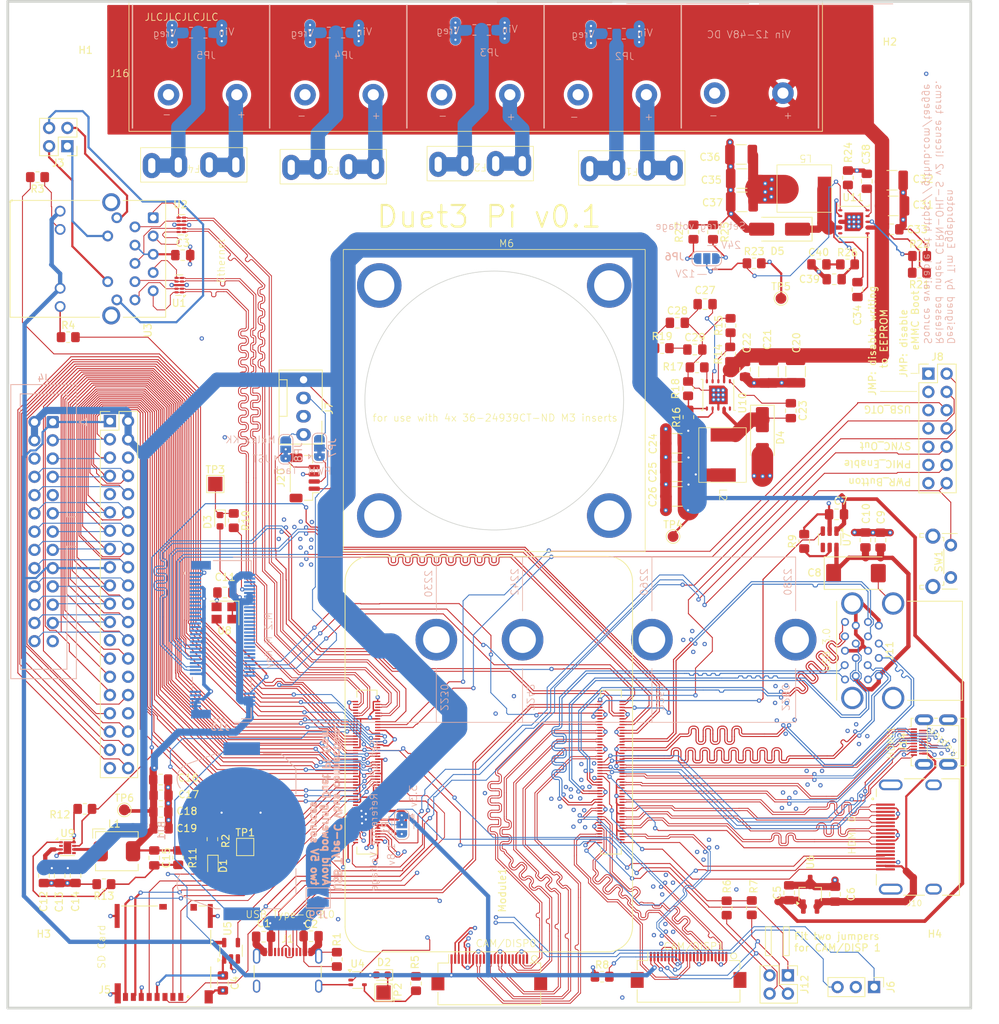
<source format=kicad_pcb>
(kicad_pcb (version 20240108) (generator "pcbnew") (generator_version "8.0")
  (layers (0 "F.Cu" signal) (1 "In1.Cu" signal) (2 "In2.Cu" signal) (31 "B.Cu" signal) (34 "B.Paste" user) (35 "F.Paste" user) (36 "B.SilkS" user "B.Silkscreen") (37 "F.SilkS" user "F.Silkscreen") (38 "B.Mask" user) (39 "F.Mask" user) (44 "Edge.Cuts" user))
  (net 0 "")
  (net 1 "GND")
  (net 2 "/+5v")
  (net 3 "/CM5_HighSpeed/VBUS")
  (net 4 "/CM5_HighSpeed/HDMI_5v")
  (net 5 "/CM5_GPIO ( Ethernet, GPIO, SDCARD)/SD_PWR")
  (net 6 "/PCIe-M2/FB")
  (net 7 "/PCIe-M2/M2_3v3")
  (net 8 "Net-(D1-K)")
  (net 9 "/+3.3v")
  (net 10 "Net-(D2-K)")
  (net 11 "Net-(D3-K)")
  (net 12 "/USB2_P")
  (net 13 "/CC2")
  (net 16 "/CC1")
  (net 17 "/USB2_N")
  (net 18 "/CM5_HighSpeed/SDA1")
  (net 19 "/CM5_HighSpeed/SCL1")
  (net 20 "/CM5_GPIO ( Ethernet, GPIO, SDCARD)/ID_SD")
  (net 21 "/CM5_GPIO ( Ethernet, GPIO, SDCARD)/ID_SC")
  (net 22 "/CM5_GPIO ( Ethernet, GPIO, SDCARD)/PMIC_ENABLE")
  (net 23 "/CM5_GPIO ( Ethernet, GPIO, SDCARD)/PWR_BUT")
  (net 24 "/CM5_GPIO ( Ethernet, GPIO, SDCARD)/nRPIBOOT")
  (net 25 "/CM5_GPIO ( Ethernet, GPIO, SDCARD)/SYNC_OUT")
  (net 27 "/CM5_GPIO ( Ethernet, GPIO, SDCARD)/EEPROM_nWP")
  (net 28 "/CM5_GPIO ( Ethernet, GPIO, SDCARD)/USBOTG")
  (net 29 "/CM5_GPIO ( Ethernet, GPIO, SDCARD)/WL_nDis")
  (net 30 "/CM5_GPIO ( Ethernet, GPIO, SDCARD)/BT_nDis")
  (net 31 "/CM5_GPIO ( Ethernet, GPIO, SDCARD)/TACHO")
  (net 32 "/CM5_GPIO ( Ethernet, GPIO, SDCARD)/PWM")
  (net 33 "/CM5_GPIO ( Ethernet, GPIO, SDCARD)/GPIO11")
  (net 34 "/CM5_GPIO ( Ethernet, GPIO, SDCARD)/GPIO10")
  (net 35 "/CM5_GPIO ( Ethernet, GPIO, SDCARD)/GPIO23")
  (net 36 "/CM5_GPIO ( Ethernet, GPIO, SDCARD)/GPIO6")
  (net 37 "/CM5_GPIO ( Ethernet, GPIO, SDCARD)/GPIO17")
  (net 38 "/CM5_GPIO ( Ethernet, GPIO, SDCARD)/GPIO2")
  (net 39 "/CM5_GPIO ( Ethernet, GPIO, SDCARD)/GPIO12")
  (net 40 "/CM5_GPIO ( Ethernet, GPIO, SDCARD)/GPIO4")
  (net 41 "/CM5_GPIO ( Ethernet, GPIO, SDCARD)/GPIO3")
  (net 42 "/CM5_GPIO ( Ethernet, GPIO, SDCARD)/GPIO9")
  (net 43 "/CM5_GPIO ( Ethernet, GPIO, SDCARD)/GPIO14")
  (net 44 "/CM5_GPIO ( Ethernet, GPIO, SDCARD)/GPIO22")
  (net 45 "/CM5_GPIO ( Ethernet, GPIO, SDCARD)/GPIO27")
  (net 46 "/CM5_GPIO ( Ethernet, GPIO, SDCARD)/GPIO15")
  (net 47 "/CM5_GPIO ( Ethernet, GPIO, SDCARD)/GPIO20")
  (net 48 "/CM5_GPIO ( Ethernet, GPIO, SDCARD)/GPIO16")
  (net 49 "/CM5_GPIO ( Ethernet, GPIO, SDCARD)/GPIO24")
  (net 50 "/CM5_GPIO ( Ethernet, GPIO, SDCARD)/GPIO26")
  (net 51 "/CM5_GPIO ( Ethernet, GPIO, SDCARD)/GPIO19")
  (net 52 "/CM5_GPIO ( Ethernet, GPIO, SDCARD)/GPIO18")
  (net 53 "/CM5_GPIO ( Ethernet, GPIO, SDCARD)/GPIO13")
  (net 54 "/CM5_GPIO ( Ethernet, GPIO, SDCARD)/GPIO21")
  (net 55 "/CM5_GPIO ( Ethernet, GPIO, SDCARD)/GPIO5")
  (net 56 "/CM5_GPIO ( Ethernet, GPIO, SDCARD)/TR0_TAP")
  (net 57 "/CM5_GPIO ( Ethernet, GPIO, SDCARD)/TR2_TAP")
  (net 58 "/CM5_GPIO ( Ethernet, GPIO, SDCARD)/TR1_TAP")
  (net 59 "/CM5_GPIO ( Ethernet, GPIO, SDCARD)/TR3_TAP")
  (net 60 "/CM5_GPIO ( Ethernet, GPIO, SDCARD)/GPIO_VREF")
  (net 61 "Net-(Module1A-LED_nACT)")
  (net 62 "/CM5_GPIO ( Ethernet, GPIO, SDCARD)/+1.8v")
  (net 63 "Net-(C3-Pad1)")
  (net 64 "/CM5_GPIO ( Ethernet, GPIO, SDCARD)/ETH_LEDG")
  (net 65 "Net-(U10-SS{slash}TR)")
  (net 66 "Net-(U10-COMP)")
  (net 67 "/CM5_GPIO ( Ethernet, GPIO, SDCARD)/ETH_LEDY")
  (net 68 "/CM5_HighSpeed/PCIE_PWR_EN")
  (net 69 "Net-(C29-Pad1)")
  (net 70 "/CM5_HighSpeed/VBUS_EN")
  (net 71 "/CM5_GPIO ( Ethernet, GPIO, SDCARD)/nPWR_LED")
  (net 72 "Net-(U11-SS{slash}TR)")
  (net 73 "/CM5_GPIO ( Ethernet, GPIO, SDCARD)/TRD2_P")
  (net 74 "/CM5_GPIO ( Ethernet, GPIO, SDCARD)/TRD3_P")
  (net 75 "/CM5_GPIO ( Ethernet, GPIO, SDCARD)/TRD3_N")
  (net 76 "/CM5_GPIO ( Ethernet, GPIO, SDCARD)/TRD2_N")
  (net 77 "/CM5_GPIO ( Ethernet, GPIO, SDCARD)/TRD0_P")
  (net 78 "/CM5_GPIO ( Ethernet, GPIO, SDCARD)/TRD1_P")
  (net 79 "/CM5_GPIO ( Ethernet, GPIO, SDCARD)/TRD0_N")
  (net 80 "/CM5_GPIO ( Ethernet, GPIO, SDCARD)/TRD1_N")
  (net 81 "Net-(U11-COMP)")
  (net 82 "/CM5_GPIO ( Ethernet, GPIO, SDCARD)/SD_PWR_ON")
  (net 83 "Net-(C40-Pad1)")
  (net 84 "Net-(JP2-C)")
  (net 85 "Net-(J16-Pin_8)")
  (net 86 "Net-(J16-Pin_6)")
  (net 87 "/CM5_GPIO ( Ethernet, GPIO, SDCARD)/VBAT")
  (net 88 "/CM5_HighSpeed/DPHY0_D2_N")
  (net 89 "/CM5_GPIO ( Ethernet, GPIO, SDCARD)/CAM_GPIO0")
  (net 90 "/CM5_HighSpeed/DPHY0_D3_N")
  (net 91 "/CM5_GPIO ( Ethernet, GPIO, SDCARD)/CAM_GPIO1")
  (net 92 "/CM5_HighSpeed/DPHY0_D3_P")
  (net 93 "/CM5_HighSpeed/DPHY0_D0_P")
  (net 94 "/CM5_HighSpeed/DPHY0_D1_N")
  (net 95 "/CM5_HighSpeed/DPHY0_C_P")
  (net 96 "/CM5_HighSpeed/DPHY0_D0_N")
  (net 97 "/CM5_HighSpeed/DPHY0_D1_P")
  (net 98 "/CM5_HighSpeed/SCL0")
  (net 99 "/CM5_HighSpeed/DPHY0_C_N")
  (net 100 "/CM5_HighSpeed/DPHY0_D2_P")
  (net 101 "/CM5_HighSpeed/SDA0")
  (net 102 "/CM5_HighSpeed/DPHY1_D2_N")
  (net 103 "/CM5_HighSpeed/DPHY1_D3_N")
  (net 104 "/CM5_HighSpeed/DPHY1_D1_N")
  (net 105 "/CM5_HighSpeed/DPHY1_D3_P")
  (net 106 "/CM5_HighSpeed/DPHY1_D0_N")
  (net 107 "/CM5_HighSpeed/DPHY1_C_P")
  (net 108 "/CM5_HighSpeed/DPHY1_D0_P")
  (net 109 "/CM5_HighSpeed/DPHY1_D2_P")
  (net 110 "/CM5_HighSpeed/DPHY1_C_N")
  (net 111 "/CM5_HighSpeed/DPHY1_D1_P")
  (net 112 "Net-(J16-Pin_4)")
  (net 113 "/CM5_HighSpeed/USB3-1-D_N")
  (net 114 "/CM5_HighSpeed/USB3-0-TX_P")
  (net 115 "/CM5_HighSpeed/USB3-1-TX_P")
  (net 116 "/CM5_HighSpeed/USB3-0-RX_N")
  (net 117 "/CM5_HighSpeed/USB3-1-RX_N")
  (net 118 "/CM5_HighSpeed/USB3-0-D_N")
  (net 119 "/CM5_HighSpeed/USB3-1-D_P")
  (net 120 "/CM5_HighSpeed/USB3-0-RX_P")
  (net 121 "/CM5_HighSpeed/USB3-0-D_P")
  (net 122 "/CM5_HighSpeed/USB3-0-TX_N")
  (net 123 "/CM5_HighSpeed/USB3-1-RX_P")
  (net 124 "/CM5_HighSpeed/USB3-1-TX_N")
  (net 125 "/CM5_HighSpeed/HDMI0_D0_N")
  (net 126 "/CM5_HighSpeed/HDMI0_CEC")
  (net 127 "/CM5_HighSpeed/HDMI0_SCL")
  (net 128 "/CM5_HighSpeed/HDMI0_SDA")
  (net 129 "/CM5_HighSpeed/HDMI0_CK_P")
  (net 130 "/CM5_HighSpeed/HDMI0_CK_N")
  (net 131 "/CM5_HighSpeed/HDMI0_HOTPLUG")
  (net 132 "/CM5_HighSpeed/HDMI0_D1_N")
  (net 133 "/CM5_HighSpeed/HDMI0_D1_P")
  (net 134 "/CM5_HighSpeed/HDMI0_D2_P")
  (net 135 "Net-(J16-Pin_2)")
  (net 136 "/CM5_HighSpeed/HDMI0_D2_N")
  (net 137 "/CM5_HighSpeed/HDMI0_D0_P")
  (net 138 "/CM5_HighSpeed/HDMI1_D0_N")
  (net 139 "/CM5_HighSpeed/HDMI1_CK_N")
  (net 140 "/CM5_HighSpeed/HDMI1_HOTPLUG")
  (net 141 "/CM5_HighSpeed/HDMI1_SDA")
  (net 143 "/CM5_HighSpeed/HDMI1_D0_P")
  (net 144 "/CM5_HighSpeed/HDMI1_CK_P")
  (net 145 "/CM5_HighSpeed/HDMI1_D1_N")
  (net 146 "/CM5_HighSpeed/HDMI1_D2_N")
  (net 147 "/CM5_HighSpeed/HDMI1_D2_P")
  (net 148 "/CM5_HighSpeed/HDMI1_SCL")
  (net 149 "/CM5_HighSpeed/HDMI1_D1_P")
  (net 150 "/CM5_HighSpeed/HDMI1_CEC")
  (net 151 "/CM5_GPIO ( Ethernet, GPIO, SDCARD)/SD_DAT1")
  (net 153 "/CM5_GPIO ( Ethernet, GPIO, SDCARD)/SD_CMD")
  (net 154 "/CM5_GPIO ( Ethernet, GPIO, SDCARD)/SD_DAT0")
  (net 155 "/CM5_GPIO ( Ethernet, GPIO, SDCARD)/SD_CLK")
  (net 156 "/CM5_GPIO ( Ethernet, GPIO, SDCARD)/SD_DAT3")
  (net 157 "/CM5_GPIO ( Ethernet, GPIO, SDCARD)/SD_DAT2")
  (net 159 "Net-(J13-Pin_17)")
  (net 168 "/CM5_HighSpeed/PCIE_nCLKREQ")
  (net 169 "/CM5_HighSpeed/PCIE_nWAKE")
  (net 170 "/CM5_HighSpeed/PCIE_CLK_P")
  (net 177 "/CM5_HighSpeed/PCIE_RX_N")
  (net 181 "Net-(J15-DAS{slash}~{DSS}{slash}~{LED1})")
  (net 183 "/CM5_HighSpeed/PCIE_nRST")
  (net 184 "/CM5_HighSpeed/PCIE_TX_N")
  (net 189 "/CM5_HighSpeed/PCIE_RX_P")
  (net 191 "/CM5_HighSpeed/PCIE_CLK_N")
  (net 192 "/CM5_HighSpeed/PCIE_TX_P")
  (net 193 "Net-(J15-SUSCLK)")
  (net 205 "/CM5_GPIO ( Ethernet, GPIO, SDCARD)/GPIO7")
  (net 206 "/CM5_GPIO ( Ethernet, GPIO, SDCARD)/GPIO8")
  (net 207 "/CM5_GPIO ( Ethernet, GPIO, SDCARD)/GPIO25")
  (net 208 "Net-(D4-K)")
  (net 209 "/misc/Vin")
  (net 213 "Net-(U10-BOOT)")
  (net 214 "Net-(U10-FB)")
  (net 216 "Net-(D5-K)")
  (net 217 "Net-(U11-BOOT)")
  (net 219 "/misc/Vreg2")
  (net 222 "Net-(U9-LX)")
  (net 223 "Net-(U3-LEDY_K)")
  (net 224 "Net-(U3-LEDG_K)")
  (net 225 "Net-(R5-Pad2)")
  (net 226 "Net-(U7-ILIM)")
  (net 227 "Net-(U10-EN)")
  (net 228 "Net-(U10-RT{slash}CLT)")
  (net 229 "Net-(U11-EN)")
  (net 230 "Net-(JP6-C)")
  (net 231 "Net-(U11-RT{slash}CLT)")
  (net 236 "Net-(JP3-C)")
  (net 237 "Net-(JP4-C)")
  (net 238 "Net-(JP5-C)")
  (net 241 "/misc/R_fb_24")
  (net 242 "/misc/R_fb_12")
  (net 243 "Net-(J7-Pin_2)")
  (net 244 "Net-(J7-Pin_4)")
  (net 245 "Net-(J20-Pin_2)")
  (net 246 "Net-(J20-Pin_4)")
  (net 247 "Net-(JP9-A)")
  (footprint "Resistor_SMD:R_0805_2012Metric_Pad1.20x1.40mm_HandSolder" (layer "F.Cu") (at 107.95 171.39)
    (property "Reference" "R8")
    (property "Value" "2.2K 1%")
  )
  (footprint "Capacitor_SMD:C_0805_2012Metric_Pad1.18x1.45mm_HandSolder" (layer "F.Cu") (at 140.5725 107.09 180)
    (property "Reference" "C7")
    (property "Value" "10u")
  )
  (footprint "Capacitor_SMD:C_0805_2012Metric_Pad1.18x1.45mm_HandSolder" (layer "F.Cu") (at 134.21 92.6725 -90)
    (property "Reference" "C23")
    (property "Value" "100n")
  )
  (footprint "Capacitor_SMD:C_1210_3225Metric_Pad1.33x2.70mm_HandSolder" (layer "F.Cu") (at 131.1 87.26 -90)
    (property "Reference" "C21")
    (property "Value" "10uF")
  )
  (footprint "footprints:SMD_inductor_07A7" (layer "F.Cu") (at 139.78 61.88 180)
    (property "Reference" "L5")
    (property "Value" "8.2uH")
  )
  (footprint "Diode_SMD:D_SMA_Handsoldering" (layer "F.Cu") (at 132.65 67.43 180)
    (property "Reference" "D5")
    (property "Value" "D_Schottky")
  )
  (footprint "CM5IO:Raspberry-Pi-5-Compute-Module" (layer "F.Cu") (at 75.68 164.43)
    (property "Reference" "Module1")
    (property "Value" "ComputeModule5-CM5")
  )
  (footprint "Capacitor_Tantalum_SMD:CP_EIA-7343-31_Kemet-D" (layer "F.Cu") (at 143.2675 115.27)
    (property "Reference" "C8")
    (property "Value" "100uF")
  )
  (footprint "footprints:HB9500-9.5-10p" (layer "F.Cu") (at 42.11 53.83)
    (property "Reference" "J16")
    (property "Value" "Screw_Terminal_01x10")
  )
  (footprint "footprints:SMD_inductor_07A7" (layer "F.Cu") (at 124.8 95.145 -90)
    (property "Reference" "L2")
    (property "Value" "8.2uH")
  )
  (footprint "Package_TO_SOT_SMD:SOT-23-5" (layer "F.Cu") (at 56.3125 167.7875 90)
    (property "Reference" "U5")
    (property "Value" "RT9742GGJ5")
  )
  (footprint "Resistor_SMD:R_0805_2012Metric_Pad1.20x1.40mm_HandSolder" (layer "F.Cu") (at 56.69 107.96 -90)
    (property "Reference" "R10")
    (property "Value" "1k")
  )
  (footprint "Resistor_SMD:R_0805_2012Metric_Pad1.20x1.40mm_HandSolder" (layer "F.Cu") (at 53.72 152.26 90)
    (property "Reference" "R2")
    (property "Value" "1k")
  )
  (footprint "Connector_Video:HDMI_Micro-D_Molex_46765-1x01" (layer "F.Cu") (at 156.11 138.76 90)
    (property "Reference" "J14")
    (property "Value" "WM1282DKR-ND")
  )
  (footprint "Connector_PinHeader_2.54mm:PinHeader_2x07_P2.54mm_Vertical" (layer "F.Cu") (at 153.35 87.52)
    (property "Reference" "J8")
    (property "Value" "Conn_02x07_Odd_Even")
  )
  (footprint "Package_SON:USON-10_2.5x1.0mm_P0.5mm" (layer "F.Cu") (at 49.105 75.21 180)
    (property "Reference" "U1")
    (property "Value" "TPD4EUSB30")
  )
  (footprint "Connector_PinHeader_2.54mm:PinHeader_2x02_P2.54mm_Vertical" (layer "F.Cu") (at 33.54 55.89 180)
    (property "Reference" "J3")
    (property "Value" "THD-02-R")
  )
  (footprint "Capacitor_SMD:C_0805_2012Metric_Pad1.18x1.45mm_HandSolder" (layer "F.Cu") (at 148.2675 67.45)
    (property "Reference" "C33")
    (property "Value" "0.1uF")
  )
  (footprint "Capacitor_SMD:C_0805_2012Metric_Pad1.18x1.45mm_HandSolder" (layer "F.Cu") (at 55.1725 172.26 -90)
    (property "Reference" "C4")
    (property "Value" "10u")
  )
  (footprint "TestPoint:TestPoint_Pad_2.0x2.0mm" (layer "F.Cu") (at 58.28 153.35)
    (property "Reference" "TP1")
    (property "Value" "TestPoint")
  )
  (footprint "CM5IO:MTCONN_UBAF30-D2011" (layer "F.Cu") (at 148.45 126.06 90)
    (property "Reference" "J11")
    (property "Value" "USB3_A")
  )
  (footprint "Resistor_SMD:R_0805_2012Metric_Pad1.20x1.40mm_HandSolder" (layer "F.Cu") (at 142.15 60.28 -90)
    (property "Reference" "R24")
    (property "Value" "240k")
  )
  (footprint "footprints:DFN-10_EP_4x4_Pitch0.8mm" (layer "F.Cu") (at 142.985 66.405 180)
    (property "Reference" "U11")
    (property "Value" "TPP60508")
  )
  (footprint "Resistor_SMD:R_0805_2012Metric_Pad1.20x1.40mm_HandSolder" (layer "F.Cu") (at 128.77 161.79 -90)
    (property "Reference" "R7")
    (property "Value" "2.2K 1%")
  )
  (footprint "Capacitor_SMD:C_0805_2012Metric_Pad1.18x1.45mm_HandSolder" (layer "F.Cu") (at 127.84 86.935 -90)
    (property "Reference" "C22")
    (property "Value" "0.1uF")
  )
  (footprint "Resistor_SMD:R_0805_2012Metric_Pad1.20x1.40mm_HandSolder" (layer "F.Cu") (at 129.1 72.18)
    (property "Reference" "R23")
    (property "Value" "147k")
  )
  (footprint "Resistor_SMD:R_0805_2012Metric_Pad1.20x1.40mm_HandSolder" (layer "F.Cu") (at 120.66 67.83 -90)
    (property "Reference" "R27")
    (property "Value" "10.5k")
  )
  (footprint "Capacitor_SMD:C_1210_3225Metric_Pad1.33x2.70mm_HandSolder" (layer "F.Cu") (at 118.3725 97.2125 180)
    (property "Reference" "C24")
    (property "Value" "10uF")
  )
  (footprint "Resistor_SMD:R_0805_2012Metric_Pad1.20x1.40mm_HandSolder" (layer "F.Cu") (at 136.07 110.85 90)
    (property "Reference" "R9")
    (property "Value" "15K 1%")
  )
  (footprint "Resistor_SMD:R_0805_2012Metric_Pad1.20x1.40mm_HandSolder" (layer "F.Cu") (at 119.96 93.565 -90)
    (property "Reference" "R16")
    (property "Value" "147k")
  )
  (footprint "Capacitor_SMD:C_0805_2012Metric_Pad1.18x1.45mm_HandSolder" (layer "F.Cu") (at 140.36 159.9125 90)
    (property "Reference" "C6")
    (property "Value" "100n")
  )
  (footprint "Capacitor_SMD:C_0805_2012Metric_Pad1.18x1.45mm_HandSolder" (layer "F.Cu") (at 34.675 157.32 -90)
    (property "Reference" "C14")
    (property "Value" "100n")
  )
  (footprint "Capacitor_SMD:C_0805_2012Metric_Pad1.18x1.45mm_HandSolder" (layer "F.Cu") (at 46.5775 150.76)
    (property "Reference" "C19")
    (property "Value" "10u")
  )
  (footprint "Capacitor_SMD:C_1210_3225Metric_Pad1.33x2.70mm_HandSolder" (layer "F.Cu") (at 127.4025 60.39 180)
    (property "Reference" "C35")
    (property "Value" "10uF")
  )
  (footprint "Capacitor_SMD:C_0805_2012Metric_Pad1.18x1.45mm_HandSolder" (layer "F.Cu") (at 140.2425 74.39 180)
    (property "Reference" "C39")
    (property "Value" "47pF")
  )
  (footprint "Capacitor_SMD:C_0805_2012Metric_Pad1.18x1.45mm_HandSolder" (layer "F.Cu") (at 118.4175 80.45)
    (property "Reference" "C28")
    (property "Value" "47pF")
  )
  (footprint "Capacitor_SMD:C_1210_3225Metric_Pad1.33x2.70mm_HandSolder" (layer "F.Cu") (at 148.4675 64.19)
    (property "Reference" "C31")
    (property "Value" "10uF")
  )
  (footprint "CM5IO:SDCARD_MOLEX_503398-1892" (layer "F.Cu") (at 46.9425 168.5825 180)
    (property "Reference" "J5")
    (property "Value" "Micro_SD_Card_Det")
  )
  (footprint "footprints:MCCQ-122" (layer "F.Cu") (at 51.13 58.49 180)
    (property "Reference" "F4")
    (property "Value" "MCCQ-122")
  )
  (footprint "footprints:MCCQ-122" (layer "F.Cu") (at 112.08 58.92 180)
    (property "Reference" "F1")
    (property "Value" "MCCQ-122")
  )
  (footprint "LED_SMD:LED_0603_1608Metric" (layer "F.Cu") (at 54.78 107.9725 -90)
    (property "Reference" "D3")
    (property "Value" "LED Green")
  )
  (footprint "Capacitor_SMD:C_0805_2012Metric_Pad1.18x1.45mm_HandSolder" (layer "F.Cu") (at 120.8525 84.17)
    (property "Reference" "C29")
    (property "Value" "4.7nF")
  )
  (footprint "Resistor_SMD:R_0805_2012Metric_Pad1.20x1.40mm_HandSolder" (layer "F.Cu") (at 82.05 172.34 -90)
    (property "Reference" "R5")
    (property "Value" "1k")
  )
  (footprint "Capacitor_SMD:C_0805_2012Metric_Pad1.18x1.45mm_HandSolder" (layer "F.Cu") (at 45.63 154.8675 -90)
    (property "Reference" "C15")
    (property "Value" "4.7nF")
  )
  (footprint "Capacitor_SMD:C_0805_2012Metric_Pad1.18x1.45mm_HandSolder" (layer "F.Cu") (at 55.4575 117.96 180)
    (property "Reference" "C11")
    (property "Value" "100n")
  )
  (footprint "Resistor_SMD:R_0805_2012Metric_Pad1.20x1.40mm_HandSolder" (layer "F.Cu") (at 116.31 83.98 180)
    (property "Reference" "R19")
    (property "Value" "3.24k")
  )
  (footprint "Resistor_SMD:R_0805_2012Metric_Pad1.20x1.40mm_HandSolder" (layer "F.Cu") (at 38.62 158.52 180)
    (property "Reference" "R13")
    (property "Value" "2.2K 1%")
  )
  (footprint "Connector_PinHeader_2.54mm:PinHeader_2x02_P2.54mm_Vertical" (layer "F.Cu") (at 133.8 171.2 -90)
    (property "Reference" "J12")
    (property "Value" "THD-02-R")
  )
  (footprint "CM5IO:L_Bourns_SRP5030CC" (layer "F.Cu") (at 40.42 153.94)
    (property "Reference" "L1")
    (property "Value" "2.2uH")
  )
  (footprint "Capacitor_SMD:C_0805_2012Metric_Pad1.18x1.45mm_HandSolder" (layer "F.Cu") (at 144.59 110.6525 90)
    (property "Reference" "C10")
    (property "Value" "10u")
  )
  (footprint "Capacitor_SMD:C_0805_2012Metric_Pad1.18x1.45mm_HandSolder" (layer "F.Cu") (at 46.5425 148.48)
    (property "Reference" "C18")
    (property "Value" "10u")
  )
  (footprint "Capacitor_SMD:C_0805_2012Metric_Pad1.18x1.45mm_HandSolder" (layer "F.Cu") (at 46.5175 143.97)
    (property "Reference" "C16")
    (property "Value" "10u")
  )
  (footprint "Capacitor_SMD:C_1210_3225Metric_Pad1.33x2.70mm_HandSolder" (layer "F.Cu") (at 127.4075 63.63 180)
    (property "Reference" "C37")
    (property "Value" "10uF")
  )
  (footprint "Package_TO_SOT_SMD:SOT-23-6" (layer "F.Cu") (at 139.61 110.5625 -90)
    (property "Reference" "U7")
    (property "Value" "AP22653W6")
  )
  (footprint "CM5IO:Hirose_FH12-22S-0.5SH_1x22-1MP_P0.50mm_Horizontal" (layer "F.Cu") (at 119.98 170.44)
    (property "Reference" "J13")
    (property "Value" "Conn_01x22_Female")
  )
  (footprint "Capacitor_SMD:C_0805_2012Metric_Pad1.18x1.45mm_HandSolder" (layer "F.Cu") (at 144.78 60.7675 90)
    (property "Reference" "C38")
    (property "Value" "10000pF")
  )
  (footprint "Capacitor_SMD:C_0805_2012Metric_Pad1.18x1.45mm_HandSolder" (layer "F.Cu") (at 49.5925 71.04)
    (property "Reference" "C3")
    (property "Value" "100n")
  )
  (footprint "Package_DFN_QFN:DFN-8-1EP_2x2mm_P0.5mm_EP1.05x1.75mm" (layer "F.Cu") (at 33.55 153.4425)
    (property "Reference" "U9")
    (property "Value" "AP3441SHE-7B")
  )
  (footprint "Resistor_SMD:R_0805_2012Metric_Pad1.20x1.40mm_HandSolder" (layer "F.Cu") (at 33.66 82.45)
    (property "Reference" "R4")
    (property "Value" "470R")
  )
  (footprint "footprints:DFN-10_EP_4x4_Pitch0.8mm" (layer "F.Cu") (at 124.125 90.4775 -90)
    (property "Reference" "U10")
    (property "Value" "TPP60508")
  )
  (footprint "Capacitor_SMD:C_0805_2012Metric_Pad1.18x1.45mm_HandSolder" (layer "F.Cu") (at 60.8425 165.83 180)
    (property "Reference" "C1")
    (property "Value" "100n")
  )
  (footprint "Connector:FanPinHeader_1x04_P2.54mm_Vertical" (layer "F.Cu") (at 66.4 88.37 -90)
    (property "Reference" "J7")
    (property "Value" "~")
  )
  (footprint "Package_TO_SOT_SMD:TSOT-23_HandSoldering" (layer "F.Cu") (at 136.9 159.92 90)
    (property "Reference" "U6")
    (property "Value" "RT9742SNGV")
  )
  (footprint "footprints:MCCQ-122" (layer "F.Cu") (at 70.54 58.74 180)
    (property "Reference" "F3")
    (property "Value" "MCCQ-122")
  )
  (footprint "Resistor_SMD:R_0805_2012Metric_Pad1.20x1.40mm_HandSolder" (layer "F.Cu") (at 123.38 67.84 -90)
    (property "Reference" "R25")
    (property "Value" "5.05k")
  )
  (footprint "Capacitor_SMD:C_0805_2012Metric_Pad1.18x1.45mm_HandSolder" (layer "F.Cu") (at 46.5725 146.17)
    (property "Reference" "C17")
    (property "Value" "10u")
  )
  (footprint "MountingHole:MountingHole_4.3mm_M4" (layer "F.Cu") (at 30.25 170.75)
    (property "Reference" "H3")
    (property "Value" "~")
  )
  (footprint "Resistor_SMD:R_0805_2012Metric_Pad1.20x1.40mm_HandSolder" (layer "F.Cu") (at 29.38 60.19 180)
    (property "Reference" "R3")
    (property "Value" "470R")
  )
  (footprint "Connector_PinHeader_2.54mm:PinHeader_1x03_P2.54mm_Vertical" (layer "F.Cu") (at 145.79 172.83 -90)
    (property "Reference" "J6")
    (property "Value" "Conn_01x03")
  )
  (footprint "Resistor_SMD:R_0805_2012Metric_Pad1.20x1.40mm_HandSolder" (layer "F.Cu") (at 142.095 72.33)
    (property "Reference" "R26")
    (property "Value" "3.24k")
  )
  (footprint "footprints:MCCQ-122" (layer "F.Cu") (at 90.99 58.31 180)
    (property "Reference" "F2")
    (property "Value" "MCCQ-122")
  )
  (footprint "CM5IO:EDAC 690-019-298-412" (layer "F.Cu") (at 148.11 151.96 90)
    (property "Reference" "J10")
    (property "Value" "690-019-298-412")
  )
  (footprint "Resistor_SMD:R_0805_2012Metric_Pad1.20x1.40mm_HandSolder" (layer "F.Cu") (at 121.17 86.65)
    (property "Reference" "R17")
    (property "Value" "240k")
  )
  (footprint "LED_SMD:LED_0603_1608Metric" (layer "F.Cu") (at 53.79 155.9875 -90)
    (property "Reference" "D1")
    (property "Value" "LED Green")
  )
  (footprint "MountingHole:MountingHole_4.3mm_M4" (layer "F.Cu") (at 154.25 40.75)
    (property "Reference" "H2")
    (property "Value" "~")
  )
  (footprint "TestPoint:TestPoint_Pad_D1.5mm" (layer "F.Cu") (at 117.82 110.17)
    (property "Reference" "TP4")
    (property "Value" "TestPoint")
  )
  (footprint "TestPoint:TestPoint_Pad_2.0x2.0mm" (layer "F.Cu") (at 54.12 102.87)
    (property "Reference" "TP3")
    (property "Value" "TestPoint")
  )
  (footprint "Resistor_SMD:R_0805_2012Metric_Pad1.20x1.40mm_HandSolder" (layer "F.Cu") (at 71.04 168.98 90)
    (property "Reference" "R1")
    (property "Value" "2.2K 1%")
  )
  (footprint "Crystal:Crystal_SMD_3225-4Pin_3.2x2.5mm" (layer "F.Cu") (at 55.4 120.81 180)
    (property "Reference" "U8")
    (property "Value" "ASEK-32.768KHZ-L-R-T")
  )
  (footprint "Resistor_SMD:R_0805_2012Metric_Pad1.20x1.40mm_HandSolder" (layer "F.Cu") (at 152.1 73.49 180)
    (property "Reference" "R21")
    (property "Value" "R")
  )
  (footprint "TestPoint:TestPoint_Pad_2.0x2.0mm" (layer "F.Cu") (at 77.53 173.59 -90)
    (property "Reference" "TP2")
    (property "Value" "TestPoint")
  )
  (footprint "Capacitor_SMD:C_0805_2012Metric_Pad1.18x1.45mm_HandSolder" (layer "F.Cu") (at 30.275 157.33 -90)
    (property "Reference" "C12")
    (property "Value" "10u")
  )
  (footprint "Capacitor_SMD:C_1210_3225Metric_Pad1.33x2.70mm_HandSolder" (layer "F.Cu") (at 127.2925 57.04 180)
    (property "Reference" "C36")
    (property "Value" "10uF")
  )
  (footprint "Connector_PinHeader_2.54mm:PinHeader_2x20_P2.54mm_Vertical" (layer "F.Cu") (at 39.45 94.12)
    (property "Reference" "J2" (hide yes))
    (property "Value" "THD-20-R")
  )
  (footprint "MountingHole:MountingHole_4.3mm_M4" (layer "F.Cu") (at 154.25 170.75)
    (property "Reference" "H4")
    (property "Value" "~")
  )
  (footprint "Capacitor_SMD:C_1210_3225Metric_Pad1.33x2.70mm_HandSolder" (layer "F.Cu") (at 148.2775 60.63)
    (property "Reference" "C32")
    (property "Value" "10uF")
  )
  (footprint "Button_Switch_THT:SW_Tactile_SPST_Angled_PTS645Vx58-2LFS" (layer "F.Cu") (at 156.47 111.37 -90)
    (property "Reference" "SW1")
    (property "Value" "Right angle Tact button")
  )
  (footprint "Diode_SMD:D_SMA_Handsoldering" (layer "F.Cu") (at 130.25 96.42 -90)
    (property "Reference" "D4")
    (property "Value" "D_Schottky")
  )
  (footprint "Capacitor_SMD:C_0805_2012Metric_Pad1.18x1.45mm_HandSolder" (layer "F.Cu") (at 143.48 75.8375 90)
    (property "Reference" "C34")
    (property "Value" "100n")
  )
  (footprint "Capacitor_SMD:C_1210_3225Metric_Pad1.33x2.70mm_HandSolder" (layer "F.Cu") (at 118.4075 104.6025 180)
    (property "Reference" "C26")
    (property "Value" "10uF")
  )
  (footprint "Capacitor_SMD:C_0805_2012Metric_Pad1.18x1.45mm_HandSolder" (layer "F.Cu") (at 146.69 110.6725 90)
    (property "Reference" "C9")
    (property "Value" "10u")
  )
  (footprint "Resistor_SMD:R_0805_2012Metric_Pad1.20x1.40mm_HandSolder" (layer "F.Cu") (at 125.77 84.81 90)
    (property "Reference" "R14")
    (property "Value" "R")
  )
  (footprint "LED_SMD:LED_0603_1608Metric" (layer "F.Cu") (at 77.3275 171.14 180)
    (property "Reference" "D2")
    (property "Value" "LED Red")
  )
  (footprint "Package_SON:USON-10_2.5x1.0mm_P0.5mm" (layer "F.Cu") (at 49.395 66.82 180)
    (property "Reference" "U2")
    (property "Value" "TPD4EUSB30")
  )
  (footprint "TestPoint:TestPoint_Pad_D1.5mm" (layer "F.Cu") (at 41.46 148.19)
    (property "Reference" "TP6")
    (property "Value" "TestPoint")
  )
  (footprint "Resistor_SMD:R_0805_2012Metric_Pad1.20x1.40mm_HandSolder" (layer "F.Cu") (at 35.97 148.05 180)
    (property "Reference" "R12")
    (property "Value" "100K 1%")
  )
  (footprint "Connector_JST:JST_SH_BM04B-SRSS-TB_1x04-1MP_P1.00mm_Vertical" (layer "F.Cu") (at 66.56 102.02 90)
    (property "Reference" "J20")
    (property "Value" "JST_SHBM04B-SRSS-TB")
  )
  (footprint "Connector_USB:USB_C_Receptacle_GCT_USB4105-xx-A_16P_TopMnt_Horizontal" (layer "F.Cu") (at 64.19 171.63)
    (property "Reference" "J1")
    (property "Value" "USB_C_Receptacle_USB2.0")
  )
  (footprint "Capacitor_SMD:C_1210_3225Metric_Pad1.33x2.70mm_HandSolder" (layer "F.Cu") (at 134.87 87.2325 -90)
    (property "Reference" "C20")
    (property "Value" "10uF")
  )
  (footprint "CM5IO:TRJG0926HENL" (layer "F.Cu") (at 36.59 71.555 -90)
    (property "Reference" "U3")
    (property "Value" "MagJack-A70-112-331N126")
  )
  (footprint "footprints:fan_40mm_M3" (layer "F.Cu") (at 92.94 91.26)
    (property "Reference" "M6")
    (property "Value" "Fan")
    (fp_circle (center 0 0) (end 18 0) (stroke (width 0.1)) (fill none) (layer "Edge.Cuts"))
  )
  (footprint "CM5IO:Hirose_FH12-22S-0.5SH_1x22-1MP_P0.50mm_Horizontal" (layer "F.Cu") (at 92.25 170.79)
    (property "Reference" "J9")
    (property "Value" "Conn_01x22_Female")
  )
  (footprint "Package_TO_SOT_SMD:SOT-353_SC-70-5" (layer "F.Cu") (at 73.92 171.85)
    (property "Reference" "U4")
    (property "Value" "74LVC1G07SE-7")
  )
  (footprint "Capacitor_SMD:C_0805_2012Metric_Pad1.18x1.45mm_HandSolder" (layer "F.Cu") (at 138.1225 72.33 180)
    (property "Reference" "C40")
    (property "Value" "4.7nF")
  )
  (footprint "Resistor_SMD:R_0805_2012Metric_Pad1.20x1.40mm_HandSolder" (layer "F.Cu") (at 48.96 154.83 -90)
    (property "Reference" "R11")
    (property "Value" "10K 1%")
  )
  (footprint "Capacitor_SMD:C_0805_2012Metric_Pad1.18x1.45mm_HandSolder" (layer "F.Cu") (at 32.465 157.33 -90)
    (property "Reference" "C13")
    (property "Value" "10u")
  )
  (footprint "MountingHole:MountingHole_4.3mm_M4" (layer "F.Cu") (at 30.25 40.75)
    (property "Reference" "H1")
    (property "Value" "~")
  )
  (footprint "Resistor_SMD:R_0805_2012Metric_Pad1.20x1.40mm_HandSolder" (layer "F.Cu") (at 125.82 80.83 90)
    (property "Reference" "R15")
    (property "Value" "R")
  )
  (footprint "Capacitor_SMD:C_1210_3225Metric_Pad1.33x2.70mm_HandSolder" (layer "F.Cu") (at 118.3875 101.1625 180)
    (property "Reference" "C25")
    (property "Value" "10uF")
  )
  (footprint "Resistor_SMD:R_0805_2012Metric_Pad1.20x1.40mm_HandSolder" (layer "F.Cu") (at 125.28 161.83 -90)
    (property "Reference" "R6")
    (property "Value" "2.2K 1%")
  )
  (footprint "Capacitor_SMD:C_0805_2012Metric_Pad1.18x1.45mm_HandSolder" (layer "F.Cu") (at 133.98 159.7175 90)
    (property "Reference" "C5")
    (property "Value" "100n")
  )
  (footprint "Resistor_SMD:R_0805_2012Metric_Pad1.20x1.40mm_HandSolder" (layer "F.Cu") (at 152.13 71.16)
    (property "Reference" "R22")
    (property "Value" "R")
  )
  (footprint "Resistor_SMD:R_0805_2012Metric_Pad1.20x1.40mm_HandSolder" (layer "F.Cu") (at 119.91 89.6075 -90)
    (property "Reference" "R18")
    (property "Value" "28k")
  )
  (footprint "TestPoint:TestPoint_Pad_D1.5mm" (layer "F.Cu") (at 132.84 77.06)
    (property "Reference" "TP5")
    (property "Value" "TestPoint")
  )
  (footprint "Capacitor_SMD:C_0805_2012Metric_Pad1.18x1.45mm_HandSolder" (layer "F.Cu") (at 67.4475 165.76)
    (property "Reference" "C2")
    (property "Value" "100n")
  )
  (footprint "Capacitor_SMD:C_0805_2012Metric_Pad1.18x1.45mm_HandSolder" (layer "F.Cu") (at 122.2775 77.86 180)
    (property "Reference" "C27")
    (property "Value" "10000pF")
  )
  (footprint "footprints:resistor_jumper_3_way_0805" (layer "B.Cu") (at 52.845 43.7675 180)
    (property "Reference" "JP5")
    (property "Value" "SolderJumper_3_Open")
  )
  (footprint "Jumper:SolderJumper-3_P1.3mm_Bridged12_RoundedPad1.0x1.5mm" (layer "B.Cu") (at 63.92 98.04 90)
    (property "Reference" "JP8")
    (property "Value" "SolderJumper_3_Bridged12")
  )
  (footprint "CM5IO:M.2 M Key socket" (layer "B.Cu") (at 56.63 124.52 -90)
    (property "Reference" "J15")
    (property "Value" "Bus_M.2_Socket_M")
  )
  (footprint "footprints:resistor_jumper_3_way_0805" (layer "B.Cu") (at 72.01 43.745 180)
    (property "Reference" "JP4")
    (property "Value" "SolderJumper_3_Open")
  )
  (footprint "Jumper:SolderJumper-3_P1.3mm_Open_RoundedPad1.0x1.5mm" (layer "B.Cu") (at 122.51 71.52 180)
    (property "Reference" "JP6")
    (property "Value" "SolderJumper_3_Open")
  )
  (footprint "Connector_IDC:IDC-Header_2x13_P2.54mm_Vertical" (layer "B.Cu") (at 31.5 94.25 180)
    (property "Reference" "J4")
    (property "Value" "THD-13-R")
  )
  (footprint "Jumper:SolderJumper-2_P1.3mm_Open_TrianglePad1.0x1.5mm" (layer "B.Cu") (at 68.405 160.44 90)
    (property "Reference" "JP9")
    (property "Value" "SolderJumper_2_Open")
  )
  (footprint "Jumper:SolderJumper-3_P1.3mm_Bridged12_RoundedPad1.0x1.5mm" (layer "B.Cu") (at 80.07 150.25 -90)
    (property "Reference" "JP1")
    (property "Value" "SolderJumper_3_Bridged12")
  )
  (footprint "footprints:resistor_jumper_3_way_0805" (layer "B.Cu") (at 92.275 43.3875 180)
    (property "Reference" "JP3")
    (property "Value" "SolderJumper_3_Open")
  )
  (footprint "CM5IO:BatteryHolder_Keystone_3034_1x20mm" (layer "B.Cu") (at 57.8 151.16 90)
    (property "Reference" "BT1")
    (property "Value" "Battery_Cell")
  )
  (footprint "footprints:resistor_jumper_3_way_0805" (layer "B.Cu") (at 111.08 43.9 180)
    (property "Reference" "JP2")
    (property "Value" "SolderJumper_3_Open")
  )
  (footprint "Jumper:SolderJumper-3_P1.3mm_Bridged12_RoundedPad1.0x1.5mm" (layer "B.Cu") (at 68.61 97.85 90)
    (property "Reference" "JP7")
    (property "Value" "SolderJumper_3_Bridged12")
  )
  (gr_line (start 129.81 36.1) (end 148.41 36.1) (stroke (width 0.1)) (layer "B.SilkS"))
  (gr_line (start 123.83 69.7) (end 122.61 69.7) (stroke (width 0.1)) (layer "B.SilkS"))
  (gr_line (start 99.87 53.35) (end 99.87 36.29) (stroke (width 0.2)) (layer "B.SilkS"))
  (gr_line (start 128.36 36.06) (end 111.36 36.06) (stroke (width 0.1)) (layer "B.SilkS"))
  (gr_line (start 80.779044 53.35) (end 80.779044 36.29) (stroke (width 0.2)) (layer "B.SilkS"))
  (gr_line (start 61.688088 53.35) (end 61.688088 36.29) (stroke (width 0.2)) (layer "B.SilkS"))
  (gr_line (start 138.051915 53.35) (end 138.051915 36.29) (stroke (width 0.2)) (layer "B.SilkS"))
  (gr_line (start 118.960956 53.35) (end 118.960956 36.29) (stroke (width 0.2)) (layer "B.SilkS"))
  (gr_line (start 109.33 35.94) (end 93.33 35.94) (stroke (width 0.1)) (layer "B.SilkS"))
  (gr_line (start 122.46 73.73) (end 121.24 73.73) (stroke (width 0.1)) (layer "B.SilkS"))
  (gr_line (start 42.597132 53.35) (end 42.597132 36.29) (stroke (width 0.2)) (layer "B.SilkS"))
  (gr_line (start 151.74 90) (end 146.66 89.99) (stroke (width 0.1)) (layer "F.SilkS"))
  (gr_line (start 150.9 87.48) (end 151.84 87.48) (stroke (width 0.1)) (layer "F.SilkS"))
  (gr_rect (start 133.18 164.46) (end 133.98 168.46) (stroke (width 0.12)) (fill none) (layer "F.SilkS"))
  (gr_rect (start 130.68 164.46) (end 131.48 168.46) (stroke (width 0.12)) (fill none) (layer "F.SilkS"))
  (gr_line (start 159.25 175.75) (end 159.25 35.75) (stroke (width 0.381)) (layer "Edge.Cuts"))
  (gr_line (start 25.25 175.75) (end 159.25 175.75) (stroke (width 0.381)) (layer "Edge.Cuts"))
  (gr_line (start 25.25 175.75) (end 25.25 35.75) (stroke (width 0.381)) (layer "Edge.Cuts"))
  (gr_line (start 25.25 35.75) (end 159.25 35.75) (stroke (width 0.381)) (layer "Edge.Cuts"))
  (gr_text "PWM" (at 70.35 101.66 -0) (layer "B.SilkS") (effects (font (size 1 1) (thickness 0.1)) (justify left bottom mirror)))
  (gr_text "Set GPIO Reference Voltage" (at 76.78 138.35 90) (layer "B.SilkS") (effects (font (size 1 1) (thickness 0.1)) (justify left bottom mirror)))
  (gr_text "USB Type-C Vbus connection.\n Avoid powering Duet Pi from\n two 5V sources" (at 67.34 159.59 270) (layer "B.SilkS") (effects (font (size 1 1) (thickness 0.25) (bold yes)) (justify left bottom mirror)))
  (gr_text "+            -" (at 115.132673 52.377365 0) (layer "B.SilkS") (effects (font (size 1 1) (thickness 0.1)) (justify left bottom mirror)))
  (gr_text "+            -" (at 58.43 52.04 0) (layer "B.SilkS") (effects (font (size 1 1) (thickness 0.1)) (justify left bottom mirror)))
  (gr_text "+            -" (at 134.5 52.18 0) (layer "B.SilkS") (effects (font (size 1 1) (thickness 0.1)) (justify left bottom mirror)))
  (gr_text "3.3v --" (at 82.27 144.63 90) (layer "B.SilkS") (effects (font (size 1 1) (thickness 0.1)) (justify left bottom mirror)))
  (gr_text "Vin 12-48V DC" (at 134.25 40.95 0) (layer "B.SilkS") (effects (font (size 1 1) (thickness 0.1)) (justify left bottom mirror)))
  (gr_text "JST" (at 61.81 99.95 -0) (layer "B.SilkS") (effects (font (size 1 1) (thickness 0.1)) (justify left bottom mirror)))
  (gr_text "Designed by Tim Eggebroten\nReleased under CERN-OHL-S v2 license terms.\nSource available at https://github.com/taegge" (at 152.67 83.49 270) (layer "B.SilkS") (effects (font (size 1 1) (thickness 0.1)) (justify left bottom mirror)))
  (gr_text "Tach" (at 65.59 101.55 -0) (layer "B.SilkS") (effects (font (size 1 1) (thickness 0.1)) (justify left bottom mirror)))
  (gr_text "24V" (at 127.34 70.24 0) (layer "B.SilkS") (effects (font (size 1 1) (thickness 0.1)) (justify left bottom mirror)))
  (gr_text "12V" (at 120.98 74.22 0) (layer "B.SilkS") (effects (font (size 1 1) (thickness 0.1)) (justify left bottom mirror)))
  (gr_text "Set Vreg voltage" (at 127.99 67.57 0) (layer "B.SilkS") (effects (font (size 1 1) (thickness 0.1)) (justify left bottom mirror)))
  (gr_text "-- 1.8v" (at 79.2 149.49 90) (layer "B.SilkS") (effects (font (size 1 1) (thickness 0.1)) (justify left bottom mirror)))
  (gr_text "+            -" (at 77.2 52.21 0) (layer "B.SilkS") (effects (font (size 1 1) (thickness 0.1)) (justify left bottom mirror)))
  (gr_text "Molex KK" (at 62.58 97.29 -0) (layer "B.SilkS") (effects (font (size 1 1) (thickness 0.1)) (justify left bottom mirror)))
  (gr_text "HDMI1" (at 148.72 141.19 90) (layer "F.SilkS") (effects (font (size 1 1) (thickness 0.1)) (justify left bottom)))
  (gr_text "Fit two jumpers \nfor CAM/DISP 1" (at 134.58 166.56 0) (layer "F.SilkS") (effects (font (size 1 1)) (justify left)))
  (gr_text "Duet3 Pi v0.1" (at 76.38 67.45 0) (layer "F.SilkS") (effects (font (size 3 3) (thickness 0.3) (bold yes)) (justify left bottom)))
  (gr_text "HDMI 0" (at 143.31 154.46 90) (layer "F.SilkS") (effects (font (size 1 1) (thickness 0.1)) (justify left bottom)))
  (gr_text "JMP: disable writing\n     to EEPROM" (at 146.36 90.69 90) (layer "F.SilkS") (effects (font (size 1 1)) (justify left)))
  (gr_text "Ethernet" (at 55.53 75 90) (layer "F.SilkS") (effects (font (size 1 1) (thickness 0.1)) (justify left bottom)))
  (gr_text "PMIC_Enable" (at 151.06 99.48 180) (layer "F.SilkS") (effects (font (size 1 1)) (justify left bottom)))
  (gr_text "CAM/DISP1" (at 116.42 167.76 0) (layer "F.SilkS") (effects (font (size 1 1) (thickness 0.1)) (justify left bottom)))
  (gr_text "JLCJLCJLCJLC" (at 44.22 38.52 0) (layer "F.SilkS") (effects (font (size 1 1) (thickness 0.1)) (justify left bottom)))
  (gr_text "JMP: disable\n     eMMC Boot" (at 150.71 88.18 90) (layer "F.SilkS") (effects (font (size 1 1)) (justify left)))
  (gr_text "SD Card" (at 38.89 170.37 90) (layer "F.SilkS") (effects (font (size 1 1) (thickness 0.1)) (justify left bottom)))
  (gr_text "USB Type-C 2.0" (at 58.26 163.31 0) (layer "F.SilkS") (effects (font (size 1 1) (thickness 0.1)) (justify left bottom)))
  (gr_text "SYNC_Out" (at 151.06 96.98 180) (layer "F.SilkS") (effects (font (size 1 1)) (justify left bottom)))
  (gr_text "USB_OTG" (at 151.06 91.88 180) (layer "F.SilkS") (effects (font (size 1 1)) (justify left bottom)))
  (gr_text "PWR_Button" (at 151.06 101.98 180) (layer "F.SilkS") (effects (font (size 1 1)) (justify left bottom)))
  (gr_text "USB 3.0" (at 139.77 129.1 90) (layer "F.SilkS") (effects (font (size 1 1) (thickness 0.1)) (justify left bottom)))
  (gr_text "CAM/DISP0" (at 90.29 167.35 0) (layer "F.SilkS") (effects (font (size 1 1) (thickness 0.1)) (justify left bottom)))
  (segment (start 110.72 151.13) (end 110.24 151.13) (width 0.2) (layer "F.Cu") (net 1))
  (segment (start 76.72 133.13) (end 76.17 133.13) (width 0.2) (layer "F.Cu") (net 1))
  (segment (start 76.145 146.005) (end 76.22 145.93) (width 0.2) (layer "F.Cu") (net 1))
  (segment (start 76.145 146.42) (end 74.32 146.42) (width 0.2) (layer "F.Cu") (net 1))
  (segment (start 53.4225 162.9425) (end 54.4375 162.9425) (width 0.3) (layer "F.Cu") (net 1))
  (segment (start 108.07 146.33) (end 107.64 146.33) (width 0.13) (layer "F.Cu") (net 1))
  (segment (start 74.19 141.53) (end 74.231795 141.571795) (width 0.2) (layer "F.Cu") (net 1))
  (segment (start 106.868623 150.221377) (end 106.868623 150.485392) (width 0.13) (layer "F.Cu") (net 1))
  (segment (start 54.34 119.92) (end 54.3 119.96) (width 0.2) (layer "F.Cu") (net 1))
  (segment (start 74.19 147.13) (end 74.32 147) (width 0.2) (layer "F.Cu") (net 1))
  (segment (start 110.72 149.93) (end 110.24 149.93) (width 0.2) (layer "F.Cu") (net 1))
  (segment (start 109.995 149.685) (end 109.995 149.18) (width 0.2) (layer "F.Cu") (net 1))
  (segment (start 109.995 150.73) (end 109.995 149.18) (width 0.2) (layer "F.Cu") (net 1))
  (segment (start 33.1 154.1925) (end 33.55 153.7425) (width 0.2) (layer "F.Cu") (net 1))
  (segment (start 34.45 152.6925) (end 34 152.6925) (width 0.2) (layer "F.Cu") (net 1))
  (segment (start 54.42 118.96) (end 54.34 119.04) (width 0.2) (layer "F.Cu") (net 1))
  (segment (start 118.448254 169.659485) (end 118.119485 169.659485) (width 0.13) (layer "F.Cu") (net 1))
  (segment (start 108.07 139.13) (end 107.64 139.13) (width 0.13) (layer "F.Cu") (net 1))
  (segment (start 121.89 82.5) (end 121.89 84.17) (width 0.13) (layer "F.Cu") (net 1))
  (segment (start 32.4175 154.1925) (end 32.03 154.58) (width 0.3) (layer "F.Cu") (net 1))
  (segment (start 37.62 158.52) (end 34.8375 158.52) (width 0.2) (layer "F.Cu") (net 1))
  (segment (start 149.12 148.72) (end 149.12 149.22) (width 0.2) (layer "F.Cu") (net 1))
  (segment (start 108.403884 134.663884) (end 108.07 134.33) (width 0.13) (layer "F.Cu") (net 1))
  (segment (start 74.19 137.53) (end 74.34 137.38) (width 0.2) (layer "F.Cu") (net 1))
  (segment (start 143.085 109.615) (end 143.07 109.6) (width 1) (layer "F.Cu") (net 1))
  (segment (start 108.405044 137.065044) (end 108.07 136.73) (width 0.13) (layer "F.Cu") (net 1))
  (segment (start 109.951037 137.358612) (end 109.951037 137.591037) (width 0.13) (layer "F.Cu") (net 1))
  (segment (start 53.2025 174.1925) (end 54.0975 173.2975) (width 0.3) (layer "F.Cu") (net 1))
  (segment (start 143.4 59.28) (end 144.33 59.28) (width 0.6) (layer "F.Cu") (net 1))
  (segment (start 50.63 71.04) (end 50.63 69.87) (width 0.3) (layer "F.Cu") (net 1))
  (segment (start 109.995 149.18) (end 109.995 148.26) (width 0.2) (layer "F.Cu") (net 1))
  (segment (start 94.213932 167.873932) (end 93.763319 167.873932) (width 0.13) (layer "F.Cu") (net 1))
  (segment (start 109.95 146.25) (end 109.95 145.7) (width 0.2) (layer "F.Cu") (net 1))
  (segment (start 106.4 152.33) (end 105.63 153.1) (width 0.2) (layer "F.Cu") (net 1))
  (segment (start 109.95 144.84) (end 109.95 144.13) (width 0.13) (layer "F.Cu") (net 1))
  (segment (start 93.386068 167.873932) (end 93 168.26) (width 0.13) (layer "F.Cu") (net 1))
  (segment (start 116.845 106.485) (end 116.845 104.6025) (width 1.6) (layer "F.Cu") (net 1))
  (segment (start 69.055 167.98) (end 68.51 168.525) (width 0.13) (layer "F.Cu") (net 1))
  (segment (start 74.14 145.93) (end 73.64 145.93) (width 0.2) (layer "F.Cu") (net 1))
  (segment (start 121.855 82.465) (end 121.89 82.5) (width 0.13) (layer "F.Cu") (net 1))
  (segment (start 94.5 168.16) (end 94.213932 167.873932) (width 0.13) (layer "F.Cu") (net 1))
  (segment (start 121.24 77.86) (end 121.24 78.665) (width 0.13) (layer "F.Cu") (net 1))
  (segment (start 108.12 137.93) (end 108.405044 137.644956) (width 0.13) (layer "F.Cu") (net 1))
  (segment (start 149.12 148.2) (end 149.12 148.72) (width 0.2) (layer "F.Cu") (net 1))
  (segment (start 128.04 67.43) (end 127.665 67.055) (width 1) (layer "F.Cu") (net 1))
  (segment (start 34 152.6925) (end 33.55 153.1425) (width 0.2) (layer "F.Cu") (net 1))
  (segment (start 124.34 66.84) (end 125.895 65.285) (width 0.2) (layer "F.Cu") (net 1))
  (segment (start 124.49 79.83) (end 121.855 82.465) (width 0.13) (layer "F.Cu") (net 1))
  (segment (start 75.65 134.92) (end 75.65 135.36) (width 0.2) (layer "F.Cu") (net 1))
  (segment (start 48.06 75.21) (end 48.05 75.2) (width 0.13) (layer "F.Cu") (net 1))
  (segment (start 108.07 148.73) (end 107.64 148.73) (width 0.13) (layer "F.Cu") (net 1))
  (segment (start 109.949521 142.091835) (end 109.949521 139.750479) (width 0.2) (layer "F.Cu") (net 1))
  (segment (start 147.38 147.96) (end 148.88 147.96) (width 0.2) (layer "F.Cu") (net 1))
  (segment (start 140.36 157.96) (end 140.35 157.95) (width 1) (layer "F.Cu") (net 1))
  (segment (start 90.388446 167.871554) (end 90 168.26) (width 0.13) (layer "F.Cu") (net 1))
  (segment (start 116.81 97.2125) (end 116.81 99.14) (width 1.6) (layer "F.Cu") (net 1))
  (segment (start 146.69 109.635) (end 145.64 109.635) (width 1) (layer "F.Cu") (net 1))
  (segment (start 47.58 148.48) (end 47.58 147.28) (width 1) (layer "F.Cu") (net 1))
  (segment (start 54.34 119.04) (end 54.34 119.92) (width 0.2) (layer "F.Cu") (net 1))
  (segment (start 125.84 57.15) (end 125.73 57.04) (width 1) (layer "F.Cu") (net 1))
  (segment (start 130.25 98.92) (end 130.25 101.76) (width 3) (layer "F.Cu") (net 1))
  (segment (start 121.24 78.665) (end 119.455 80.45) (width 0.13) (layer "F.Cu") (net 1))
  (segment (start 149.84 66.11) (end 149.84 66.915) (width 1) (layer "F.Cu") (net 1))
  (segment (start 110.72 152.33) (end 110.24 152.33) (width 0.2) (layer "F.Cu") (net 1))
  (segment (start 132.94 88.795) (end 131.1275 88.795) (width 1.3) (layer "F.Cu") (net 1))
  (segment (start 139.535 107.09) (end 139.535 105.595) (width 0.3) (layer "F.Cu") (net 1))
  (segment (start 50.45 66.82) (end 50.48 66.85) (width 0.13) (layer "F.Cu") (net 1))
  (segment (start 107.16 149.93) (end 106.868623 150.221377) (width 0.13) (layer "F.Cu") (net 1))
  (segment (start 153.360624 137.16) (end 153.427348 137.093276) (width 0.13) (layer "F.Cu") (net 1))
  (segment (start 151.335 138.96) (end 150.22 138.96) (width 0.13) (layer "F.Cu") (net 1))
  (segment (start 108.408446 145.418446) (end 108.408446 145.70436) (width 0.13) (layer "F.Cu") (net 1))
  (segment (start 90 169.69) (end 89.54 170.15) (width 0.2) (layer "F.Cu") (net 1))
  (segment (start 125.84 60.39) (end 125.84 58.72) (width 1) (layer "F.Cu") (net 1))
  (segment (start 77.27 141.13) (end 77.7 141.13) (width 0.2) (layer "F.Cu") (net 1))
  (segment (start 110.24 149.93) (end 109.995 149.685) (width 0.2) (layer "F.Cu") (net 1))
  (segment (start 74.32 146.11) (end 74.14 145.93) (width 0.2) (layer "F.Cu") (net 1))
  (segment (start 76.26 144.73) (end 76.72 144.73) (width 0.2) (layer "F.Cu") (net 1))
  (segment (start 125.23 168.59) (end 125.23 169.37) (width 0.13) (layer "F.Cu") (net 1))
  (segment (start 76.11 133.19) (end 76.11 134.2) (width 0.2) (layer "F.Cu") (net 1))
  (segment (start 76.22 145.93) (end 76.72 145.93) (width 0.2) (layer "F.Cu") (net 1))
  (segment (start 76.145 146.005) (end 76.145 144.845) (width 0.2) (layer "F.Cu") (net 1))
  (segment (start 75.82 135.53) (end 75.65 135.36) (width 0.13) (layer "F.Cu") (net 1))
  (segment (start 108.408446 145.991554) (end 108.07 146.33) (width 0.13) (layer "F.Cu") (net 1))
  (segment (start 149.84 60.63) (end 149.84 62.35) (width 1) (layer "F.Cu") (net 1))
  (segment (start 108.07 136.73) (end 107.64 136.73) (width 0.13) (layer "F.Cu") (net 1))
  (segment (start 143.25 122.56) (end 143.25 119.97) (width 0.5) (layer "F.Cu") (net 1))
  (segment (start 34.675 158.3575) (end 35.1775 158.3575) (width 0.2) (layer "F.Cu") (net 1))
  (segment (start 68.485 166.98) (end 67.515 167.95) (width 1) (layer "F.Cu") (net 1))
  (segment (start 109.96 144.13) (end 110.16 143.93) (width 0.13) (layer "F.Cu") (net 1))
  (segment (start 107.64 140.33) (end 108.12 140.33) (width 0.13) (layer "F.Cu") (net 1))
  (segment (start 116.825 104.5825) (end 116.845 104.6025) (width 1.6) (layer "F.Cu") (net 1))
  (segment (start 120.73 169.27) (end 120.73 168.59) (width 0.13) (layer "F.Cu") (net 1))
  (segment (start 68.485 165.76) (end 68.485 166.98) (width 1) (layer "F.Cu") (net 1))
  (segment (start 68.715 172.5) (end 68.51 172.705) (width 0.2) (layer "F.Cu") (net 1))
  (segment (start 121.7375 89.8275) (end 123.475 89.8275) (width 0.13) (layer "F.Cu") (net 1))
  (segment (start 74.32 146.42) (end 74.32 146.11) (width 0.2) (layer "F.Cu") (net 1))
  (segment (start 144.175 125.443148) (end 144.333148 125.443148) (width 0.5) (layer "F.Cu") (net 1))
  (segment (start 148.78 152.46) (end 147.38 152.46) (width 0.2) (layer "F.Cu") (net 1))
  (segment (start 49.78 66.82) (end 50.45 66.82) (width 0.13) (layer "F.Cu") (net 1))
  (segment (start 108.12 140.33) (end 108.409219 140.040781) (width 0.13) (layer "F.Cu") (net 1))
  (segment (start 125.845 60.395) (end 125.84 60.39) (width 1) (layer "F.Cu") (net 1))
  (segment (start 111.2 135.53) (end 111.5 135.23) (width 0.13) (layer "F.Cu") (net 1))
  (segment (start 39.6625 173.7075) (end 39.5075 173.8625) (width 0.3) (layer "F.Cu") (net 1))
  (segment (start 133.98 158.68) (end 136.43 158.68) (width 1) (layer "F.Cu") (net 1))
  (segment (start 49.49 75.21) (end 50.12 75.21) (width 0.3) (layer "F.Cu") (net 1))
  (segment (start 91.5 168.94) (end 91.5 168.16) (width 0.13) (layer "F.Cu") (net 1))
  (segment (start 96.731906 167.872966) (end 96.387034 167.872966) (width 0.13) (layer "F.Cu") (net 1))
  (segment (start 109.995 147.235) (end 109.95 147.19) (width 0.2) (layer "F.Cu") (net 1))
  (segment (start 77.7 141.13) (end 77.79 141.22) (width 0.2) (layer "F.Cu") (net 1))
  (segment (start 149.093137 152.146863) (end 148.78 152.46) (width 0.2) (layer "F.Cu") (net 1))
  (segment (start 144.175 125.443148) (end 143.558148 126.06) (width 0.5) (layer "F.Cu") (net 1))
  (segment (start 143.558148 126.06) (end 141.75 126.06) (width 0.5) (layer "F.Cu") (net 1))
  (segment (start 125.82 79.83) (end 124.49 79.83) (width 0.13) (layer "F.Cu") (net 1))
  (segment (start 148.45 119.49) (end 146.38 117.42) (width 0.13) (layer "F.Cu") (net 1))
  (segment (start 143.25 123.751852) (end 144.175 124.676852) (width 0.5) (layer "F.Cu") (net 1))
  (segment (start 54.0975 173.2975) (end 55.1725 173.2975) (width 0.3) (layer "F.Cu") (net 1))
  (segment (start 109.95 139.99) (end 110.29 140.33) (width 0.13) (layer "F.Cu") (net 1))
  (segment (start 141.085 66.405) (end 142.335 66.405) (width 0.6) (layer "F.Cu") (net 1))
  (segment (start 143.25 122.56) (end 143.25 123.751852) (width 0.5) (layer "F.Cu") (net 1))
  (segment (start 136.9 158.21) (end 137.565 158.875) (width 1) (layer "F.Cu") (net 1))
  (segment (start 127.665 67.055) (end 125.895 65.285) (width 1) (layer "F.Cu") (net 1))
  (segment (start 127.84 87.9725) (end 127.9125 87.9725) (width 1.3) (layer "F.Cu") (net 1))
  (segment (start 139.145 74.39) (end 138.0975 73.3425) (width 0.6) (layer "F.Cu") (net 1))
  (segment (start 76.72 147.53) (end 76.17 147.53) (width 0.2) (layer "F.Cu") (net 1))
  (segment (start 77.295 144.655) (end 77.22 144.73) (width 0.2) (layer "F.Cu") (net 1))
  (segment (start 50.63 71.04) (end 50.63 72.27) (width 0.3) (layer "F.Cu") (net 1))
  (segment (start 74.231795 141.571795) (end 74.231795 143.383205) (width 0.2) (layer "F.Cu") (net 1))
  (segment (start 123.38 66.84) (end 124.34 66.84) (width 0.2) (layer "F.Cu") (net 1))
  (segment (start 32.465 158.3675) (end 33.545 158.3675) (width 1) (layer "F.Cu") (net 1))
  (segment (start 109.995 152.085) (end 109.995 150.73) (width 0.2) (layer "F.Cu") (net 1))
  (segment (start 107.64 145.13) (end 108.12 145.13) (width 0.13) (layer "F.Cu") (net 1))
  (segment (start 150.22 138.96) (end 149.97 139.21) (width 0.13) (layer "F.Cu") (net 1))
  (segment (start 144.157817 119.49) (end 142.77 119.49) (width 0.5) (layer "F.Cu") (net 1))
  (segment (start 116.825 101.1625) (end 116.825 102.91) (width 1.6) (layer "F.Cu") (net 1))
  (segment (start 134.87 88.795) (end 132.94 88.795) (width 1.3) (layer "F.Cu") (net 1))
  (segment (start 107.64 149.93) (end 107.16 149.93) (width 0.13) (layer "F.Cu") (net 1))
  (segment (start 78.2 139.27) (end 79.09 138.38) (width 0.2) (layer "F.Cu") (net 1))
  (segment (start 152.56 138.36) (end 153.357706 138.36) (width 0.13) (layer "F.Cu") (net 1))
  (segment (start 49.49 75.21) (end 48.72 75.21) (width 0.3) (layer "F.Cu") (net 1))
  (segment (start 49.78 66.82) (end 49.01 66.82) (width 0.3) (layer "F.Cu") (net 1))
  (segment (start 76.72 134.33) (end 76.24 134.33) (width 0.2) (layer "F.Cu") (net 1))
  (segment (start 119.84 80.45) (end 121.855 82.465) (width 0.13) (layer "F.Cu") (net 1))
  (segment (start 110.24 147.53) (end 109.95 147.24) (width 0.2) (layer "F.Cu") (net 1))
  (segment (start 136.43 158.68) (end 136.9 158.21) (width 1) (layer "F.Cu") (net 1))
  (segment (start 76.72 141.13) (end 77.27 141.13) (width 0.2) (layer "F.Cu") (net 1))
  (segment (start 131.1275 88.795) (end 131.1 88.8225) (width 1.3) (layer "F.Cu") (net 1))
  (segment (start 67.885 101.52) (end 66.34 101.52) (width 0.13) (layer "F.Cu") (net 1))
  (segment (start 108.07 134.33) (end 107.64 134.33) (width 0.13) (layer "F.Cu") (net 1))
  (segment (start 39.5475 162.9425) (end 39.5275 162.9625) (width 0.3) (layer "F.Cu") (net 1))
  (segment (start 77.417537 139.13) (end 77.557537 139.27) (width 0.2) (layer "F.Cu") (net 1))
  (segment (start 119.23 168.59) (end 119.23 169.37) (width 0.13) (layer "F.Cu") (net 1))
  (segment (start 34.46 148.56) (end 34.97 148.05) (width 0.2) (layer "F.Cu") (net 1))
  (segment (start 122.23 169.37) (end 121.939814 169.660186) (width 0.13) (layer "F.Cu") (net 1))
  (segment (start 32.65 154.1925) (end 33.1 154.1925) (width 0.2) (layer "F.Cu") (net 1))
  (segment (start 73.64 147.13) (end 74.19 147.13) (width 0.2) (layer "F.Cu") (net 1))
  (segment (start 108.12 135.53) (end 108.403884 135.246116) (width 0.13) (layer "F.Cu") (net 1))
  (segment (start 72.88 133.13) (end 72.75 133.26) (width 0.13) (layer "F.Cu") (net 1))
  (segment (start 77.27 143.13) (end 77.295 143.155) (width 0.2) (layer "F.Cu") (net 1))
  (segment (start 89.54 170.15) (end 89.23 170.15) (width 0.2) (layer "F.Cu") (net 1))
  (segment (start 147.38 150.96) (end 148.88 150.96) (width 0.2) (layer "F.Cu") (net 1))
  (segment (start 107.64 152.33) (end 106.4 152.33) (width 0.2) (layer "F.Cu") (net 1))
  (segment (start 77.84 137.13) (end 76.72 137.13) (width 0.2) (layer "F.Cu") (net 1))
  (segment (start 119.23 169.37) (end 118.940515 169.659485) (width 0.13) (layer "F.Cu") (net 1))
  (segment (start 74.34 135.53) (end 75.48 135.53) (width 0.2) (layer "F.Cu") (net 1))
  (segment (start 118.940515 169.659485) (end 118.448254 169.659485) (width 0.13) (layer "F.Cu") (net 1))
  (segment (start 150.45 140.49) (end 149.95 140.49) (width 0.13) (layer "F.Cu") (net 1))
  (segment (start 97.5 168.94) (end 97.5 168.16) (width 0.13) (layer "F.Cu") (net 1))
  (segment (start 143.25 119.97) (end 142.77 119.49) (width 0.5) (layer "F.Cu") (net 1))
  (segment (start 130.25 101.76) (end 130.29 101.8) (width 0.13) (layer "F.Cu") (net 1))
  (segment (start 110.16 143.93) (end 110.72 143.93) (width 0.2) (layer "F.Cu") (net 1))
  (segment (start 97.5 168.16) (end 97.212966 167.872966) (width 0.13) (layer "F.Cu") (net 1))
  (segment (start 77.556483 152.616483) (end 77.27 152.33) (width 0.2) (layer "F.Cu") (net 1))
  (segment (start 146.45 122.56) (end 146.45 121.782183) (width 0.5) (layer "F.Cu") (net 1))
  (segment (start 77.557537 139.27) (end 78.2 139.27) (width 0.2) (layer "F.Cu") (net 1))
  (segment (start 108.403884 135.246116) (end 108.403884 134.933427) (width 0.13) (layer "F.Cu") (net 1))
  (segment (start 59.805 165.83) (end 59.805 166.89) (width 1) (layer "F.Cu") (net 1))
  (segment (start 74.215 143.66) (end 74.085 143.53) (width 0.2) (layer "F.Cu") (net 1))
  (segment (start 107.64 137.93) (end 108.12 137.93) (width 0.13) (layer "F.Cu") (net 1))
  (segment (start 110.72 147.53) (end 110.24 147.53) (width 0.2) (layer "F.Cu") (net 1))
  (segment (start 145.64 109.635) (end 144.61 109.635) (width 1) (layer "F.Cu") (net 1))
  (segment (start 43.8225 174.2075) (end 43.8225 172.9575) (width 0.3) (layer "F.Cu") (net 1))
  (segment (start 110.24 152.33) (end 109.995 152.085) (width 0.2) (layer "F.Cu") (net 1))
  (segment (start 111.04 134.33) (end 110.72 134.33) (width 0.13) (layer "F.Cu") (net 1))
  (segment (start 74.215 145.965) (end 74.215 144.705) (width 0.2) (layer "F.Cu") (net 1))
  (segment (start 109.95 144.13) (end 109.96 144.13) (width 0.13) (layer "F.Cu") (net 1))
  (segment (start 148.88 150.96) (end 149.093137 151.173137) (width 0.2) (layer "F.Cu") (net 1))
  (segment (start 74.19 139.53) (end 74.26 139.46) (width 0.2) (layer "F.Cu") (net 1))
  (segment (start 142.15 59.28) (end 143.4 59.28) (width 0.6) (layer "F.Cu") (net 1))
  (segment (start 125.23 169.37) (end 124.91 169.69) (width 0.13) (layer "F.Cu") (net 1))
  (segment (start 93.763319 167.873932) (end 93.386068 167.873932) (width 0.13) (layer "F.Cu") (net 1))
  (segment (start 109.995 148.485) (end 109.995 147.235) (width 0.2) (layer "F.Cu") (net 1))
  (segment (start 76.24 134.33) (end 75.65 134.92) (width 0.2) (layer "F.Cu") (net 1))
  (segment (start 123.37 66.83) (end 123.38 66.84) (width 0.13) (layer "F.Cu") (net 1))
  (segment (start 74.19 144.73) (end 74.215 144.705) (width 0.2) (layer "F.Cu") (net 1))
  (segment (start 111.5 134.79) (end 111.04 134.33) (width 0.13) (layer "F.Cu") (net 1))
  (segment (start 117.73 167.52) (end 117.73 168.59) (width 0.13) (layer "F.Cu") (net 1))
  (segment (start 74.215 144.705) (end 74.215 143.66) (width 0.2) (layer "F.Cu") (net 1))
  (segment (start 66.34 101.52) (end 66.33 101.51) (width 0.13) (layer "F.Cu") (net 1))
  (segment (start 34.45 152.6925) (end 34.45 151.75) (width 0.3) (layer "F.Cu") (net 1))
  (segment (start 109.949521 141.820479) (end 109.949521 142.091835) (width 0.13) (layer "F.Cu") (net 1))
  (segment (start 72.97 172.5) (end 68.715 172.5) (width 0.2) (layer "F.Cu") (net 1))
  (segment (start 129.09 88.8225) (end 128.69 88.8225) (width 1.3) (layer "F.Cu") (net 1))
  (segment (start 33.545 158.3675) (end 34.665 158.3675) (width 1) (layer "F.Cu") (net 1))
  (segment (start 139.205 74.39) (end 139.145 74.39) (width 0.3) (layer "F.Cu") (net 1))
  (segment (start 73.64 133.13) (end 72.88 133.13) (width 0.13) (layer "F.Cu") (net 1))
  (segment (start 128.69 88.8225) (end 127.84 87.9725) (width 1.3) (layer "F.Cu") (net 1))
  (segment (start 148.88 149.46) (end 147.38 149.46) (width 0.2) (layer "F.Cu") (net 1))
  (segment (start 121.89 84.86) (end 119.91 86.84) (width 0.13) (layer "F.Cu") (net 1))
  (segment (start 54.42 117.96) (end 54.42 118.96) (width 0.2) (layer "F.Cu") (net 1))
  (segment (start 34.46 151.74) (end 34.46 148.56) (width 0.2) (layer "F.Cu") (net 1))
  (segment (start 110.24 145.13) (end 109.95 144.84) (width 0.13) (layer "F.Cu") (net 1))
  (segment (start 90.72436 167.871554) (end 90.388446 167.871554) (width 0.13) (layer "F.Cu") (net 1))
  (segment (start 56.3125 170.1975) (end 56.7475 170.6325) (width 0.3) (layer "F.Cu") (net 1))
  (segment (start 77.27 141.13) (end 77.295 141.155) (width 0.2) (layer "F.Cu") (net 1))
  (segment (start 147.38 155.46) (end 149.14 155.46) (width 0.2) (layer "F.Cu") (net 1))
  (segment (start 148.88 147.96) (end 149.12 148.2) (width 0.2) (layer "F.Cu") (net 1))
  (segment (start 120.8525 89.55) (end 121.46 89.55) (width 0.13) (layer "F.Cu") (net 1))
  (segment (start 94.5 168.94) (end 94.5 168.16) (width 0.13) (layer "F.Cu") (net 1))
  (segment (start 109.95 139.75) (end 109.95 139.99) (width 0.13) (layer "F.Cu") (net 1))
  (segment (start 109.95 146.04) (end 109.95 145.7) (width 0.2) (layer "F.Cu") (net 1))
  (segment (start 108.12 147.53) (end 108.40613 147.81613) (width 0.13) (layer "F.Cu") (net 1))
  (segment (start 153.357706 138.36) (end 153.425012 138.427306) (width 0.13) (layer "F.Cu") (net 1))
  (segment (start 50.63 72.27) (end 50.6 72.3) (width 0.3) (layer "F.Cu") (net 1))
  (segment (start 47.615 150.76) (end 47.615 149.61) (width 1) (layer "F.Cu") (net 1))
  (segment (start 77.295 141.155) (end 77.295 143.155) (width 0.2) (layer "F.Cu") (net 1))
  (segment (start 35.1775 158.3575) (end 35.29 158.47) (width 0.2) (layer "F.Cu") (net 1))
  (segment (start 144.61 109.635) (end 144.59 109.615) (width 1) (layer "F.Cu") (net 1))
  (segment (start 119.455 80.45) (end 119.84 80.45) (width 0.13) (layer "F.Cu") (net 1))
  (segment (start 74.34 137.38) (end 74.34 135.53) (width 0.2) (layer "F.Cu") (net 1))
  (segment (start 108.40613 148.116387) (end 108.40613 148.39387) (width 0.13) (layer "F.Cu") (net 1))
  (segment (start 110.29 137.93) (end 110.72 137.93) (width 0.13) (layer "F.Cu") (net 1))
  (segment (start 146.69 109.635) (end 148.035 109.635) (width 1) (layer "F.Cu") (net 1))
  (segment (start 107.035828 143.93) (end 106.867914 143.762086) (width 0.13) (layer "F.Cu") (net 1))
  (segment (start 88.5 168.94) (end 88.5 169.79) (width 0.2) (layer "F.Cu") (net 1))
  (segment (start 40.4625 162.9425) (end 39.5475 162.9425) (width 0.3) (layer "F.Cu") (net 1))
  (segment (start 149.12 149.22) (end 148.88 149.46) (width 0.2) (layer "F.Cu") (net 1))
  (segment (start 146.45 121.782183) (end 144.157817 119.49) (width 0.5) (layer "F.Cu") (net 1))
  (segment (start 109.95 147.19) (end 109.95 146.25) (width 0.2) (layer "F.Cu") (net 1))
  (segment (start 30.275 158.3675) (end 31.325 158.3675) (width 1) (layer "F.Cu") (net 1))
  (segment (start 90 168.26) (end 90 168.94) (width 0.13) (layer "F.Cu") (net 1))
  (segment (start 34.665 158.3675) (end 34.675 158.3575) (width 1) (layer "F.Cu") (net 1))
  (segment (start 48.72 75.21) (end 48.06 75.21) (width 0.3) (layer "F.Cu") (net 1))
  (segment (start 121.939814 169.660186) (end 121.443797 169.660186) (width 0.13) (layer "F.Cu") (net 1))
  (segment (start 151.335 138.96) (end 151.34 138.96) (width 0.13) (layer "F.Cu") (net 1))
  (segment (start 108.12 145.13) (end 108.408446 145.418446) (width 0.13) (layer "F.Cu") (net 1))
  (segment (start 108.408446 145.70436) (end 108.408446 145.991554) (width 0.13) (layer "F.Cu") (net 1))
  (segment (start 76.17 147.53) (end 76.145 147.505) (width 0.2) (layer "F.Cu") (net 1))
  (segment (start 91.211554 167.871554) (end 90.72436 167.871554) (width 0.13) (layer "F.Cu") (net 1))
  (segment (start 110.24 141.53) (end 109.949521 141.820479) (width 0.13) (layer "F.Cu") (net 1))
  (segment (start 149.321476 137.825553) (end 149.387029 137.76) (width 0.13) (layer "F.Cu") (net 1))
  (segment (start 110.29 142.73) (end 110.72 142.73) (width 0.13) (layer "F.Cu") (net 1))
  (segment (start 149.84 66.915) (end 149.305 67.45) (width 1) (layer "F.Cu") (net 1))
  (segment (start 49.01 66.82) (end 48.44 66.82) (width 0.13) (layer "F.Cu") (net 1))
  (segment (start 121.120186 169.660186) (end 120.73 169.27) (width 0.13) (layer "F.Cu") (net 1))
  (segment (start 73.64 141.53) (end 74.19 141.53) (width 0.2) (layer "F.Cu") (net 1))
  (segment (start 47.555 145.07) (end 47.555 146.115) (width 1) (layer "F.Cu") (net 1))
  (segment (start 153.13 71.16) (end 153.13 69.7) (width 0.2) (layer "F.Cu") (net 1))
  (segment (start 91.5 168.16) (end 91.211554 167.871554) (width 0.13) (layer "F.Cu") (net 1))
  (segment (start 116.81 101.1475) (end 116.825 101.1625) (width 1.6) (layer "F.Cu") (net 1))
  (segment (start 109.95 145.7) (end 109.95 144.59) (width 0.2) (layer "F.Cu") (net 1))
  (segment (start 47.58 147.28) (end 47.58 146.2) (width 1) (layer "F.Cu") (net 1))
  (segment (start 76.17 133.13) (end 76.11 133.19) (width 0.2) (layer "F.Cu") (net 1))
  (segment (start 138.0975 73.3425) (end 137.085 72.33) (width 0.6) (layer "F.Cu") (net 1))
  (segment (start 110.72 135.53) (end 111.2 135.53) (width 0.13) (layer "F.Cu") (net 1))
  (segment (start 137.565 158.875) (end 140.36 158.875) (width 1) (layer "F.Cu") (net 1))
  (segment (start 74.32 146.07) (end 74.215 145.965) (width 0.2) (layer "F.Cu") (net 1))
  (segment (start 34.45 151.75) (end 34.46 151.74) (width 0.3) (layer "F.Cu") (net 1))
  (segment (start 77.27 152.33) (end 76.72 152.33) (width 0.2) (layer "F.Cu") (net 1))
  (segment (start 59.805 166.89) (end 60.865 167.95) (width 1) (layer "F.Cu") (net 1))
  (segment (start 121.46 89.55) (end 121.7375 89.8275) (width 0.13) (layer "F.Cu") (net 1))
  (segment (start 88.5 169.79) (end 88.86 170.15) (width 0.2) (layer "F.Cu") (net 1))
  (segment (start 131.1 88.8225) (end 129.09 88.8225) (width 1.3) (layer "F.Cu") (net 1))
  (segment (start 118.119485 169.659485) (end 117.73 169.27) (width 0.13) (layer "F.Cu") (net 1))
  (segment (start 74.231795 143.383205) (end 74.085 143.53) (width 0.2) (layer "F.Cu") (net 1))
  (segment (start 74.26 139.46) (end 74.26 137.46) (width 0.2) (layer "F.Cu") (net 1))
  (segment (start 122.23 168.59) (end 122.23 169.37) (width 0.13) (layer "F.Cu") (net 1))
  (segment (start 120.66 66.83) (end 123.37 66.83) (width 0.2) (layer "F.Cu") (net 1))
  (segment (start 139.61 109.425) (end 139.61 107.165) (width 0.6) (layer "F.Cu") (net 1))
  (segment (start 151.335 140.16) (end 150.78 140.16) (width 0.13) (layer "F.Cu") (net 1))
  (segment (start 144.59 109.615) (end 143.085 109.615) (width 1) (layer "F.Cu") (net 1))
  (segment (start 76.72 133.13) (end 76.72 132.53) (width 0.2) (layer "F.Cu") (net 1))
  (segment (start 110.24 136.73) (end 109.951037 137.018963) (width 0.13) (layer "F.Cu") (net 1))
  (segment (start 76.72 139.13) (end 77.417537 139.13) (width 0.2) (layer "F.Cu") (net 1))
  (segment (start 54.4375 162.9425) (end 54.4575 162.9625) (width 0.3) (layer "F.Cu") (net 1))
  (segment (start 110.24 151.13) (end 109.995 150.885) (width 0.2) (layer "F.Cu") (net 1))
  (segment (start 110.72 139.13) (end 110.24 139.13) (width 0.13) (layer "F.Cu") (net 1))
  (segment (start 108.403884 134.933427) (end 108.403884 134.663884) (width 0.13) (layer "F.Cu") (net 1))
  (segment (start 110.24 148.73) (end 109.995 148.485) (width 0.2) (layer "F.Cu") (net 1))
  (segment (start 56.3125 168.925) (end 56.3125 170.1975) (width 0.3) (layer "F.Cu") (net 1))
  (segment (start 149.84 62.35) (end 149.84 66.11) (width 1) (layer "F.Cu") (net 1))
  (segment (start 79.09 138.38) (end 77.84 137.13) (width 0.2) (layer "F.Cu") (net 1))
  (segment (start 116.81 99.14) (end 116.81 101.1475) (width 1.6) (layer "F.Cu") (net 1))
  (segment (start 93 168.26) (end 93 168.94) (width 0.13) (layer "F.Cu") (net 1))
  (segment (start 150.88 67.45) (end 149.305 67.45) (width 0.2) (layer "F.Cu") (net 1))
  (segment (start 50.12 75.21) (end 50.14 75.19) (width 0.13) (layer "F.Cu") (net 1))
  (segment (start 125.895 65.285) (end 125.845 65.235) (width 1) (layer "F.Cu") (net 1))
  (segment (start 47.615 149.61) (end 47.615 148.515) (width 1) (layer "F.Cu") (net 1))
  (segment (start 72.75 133.26) (end 72.75 134.03) (width 0.13) (layer "F.Cu") (net 1))
  (segment (start 88.86 170.15) (end 89.23 170.15) (width 0.2) (layer "F.Cu") (net 1))
  (segment (start 106.868623 150.788623) (end 107.21 151.13) (width 0.13) (layer "F.Cu") (net 1))
  (segment (start 47.555 143.97) (end 47.555 145.07) (width 1) (layer "F.Cu") (net 1))
  (segment (start 116.23 168.59) (end 116.23 167.59) (width 0.13) (layer "F.Cu") (net 1))
  (segment (start 110.72 136.73) (end 110.24 136.73) (width 0.13) (layer "F.Cu") (net 1))
  (segment (start 111.5 134.9) (end 111.5 134.79) (width 0.13) (layer "F.Cu") (net 1))
  (segment (start 110.29 140.33) (end 110.72 140.33) (width 0.13) (layer "F.Cu") (net 1))
  (segment (start 149.093137 151.173137) (end 149.093137 151.710277) (width 0.2) (layer "F.Cu") (net 1))
  (segment (start 74.32 146.11) (end 74.32 146.07) (width 0.2) (layer "F.Cu") (net 1))
  (segment (start 73.64 137.53) (end 74.19 137.53) (width 0.2) (layer "F.Cu") (net 1))
  (segment (start 73.64 139.53) (end 74.19 139.53) (width 0.2) (layer "F.Cu") (net 1))
  (segment (start 125.845 65.235) (end 125.845 63.63) (width 1) (layer "F.Cu") (net 1))
  (segment (start 117.73 169.27) (end 117.73 168.59) (width 0.13) (layer "F.Cu") (net 1))
  (segment (start 73.64 135.53) (end 74.34 135.53) (width 0.2) (layer "F.Cu") (net 1))
  (segment (start 33.55 153.1425) (end 33.55 153.4425) (width 0.2) (layer "F.Cu") (net 1))
  (segment (start 107.64 147.53) (end 108.12 147.53) (width 0.13) (layer "F.Cu") (net 1))
  (segment (start 116.81 97.2125) (end 116.81 95.22) (width 1.6) (layer "F.Cu") (net 1))
  (segment (start 76.145 146.42) (end 76.145 146.005) (width 0.2) (layer "F.Cu") (net 1))
  (segment (start 75.48 135.53) (end 75.65 135.36) (width 0.2) (layer "F.Cu") (net 1))
  (segment (start 109.949521 142.091835) (end 109.949521 142.389521) (width 0.13) (layer "F.Cu") (net 1))
  (segment (start 47.555 146.115) (end 47.61 146.17) (width 0.2) (layer "F.Cu") (net 1))
  (segment (start 117.52 167.31) (end 117.73 167.52) (width 0.13) (layer "F.Cu") (net 1))
  (segment (start 144.333148 125.443148) (end 144.95 126.06) (width 0.5) (layer "F.Cu") (net 1))
  (segment (start 139.535 105.595) (end 139.49 105.55) (width 0.3) (layer "F.Cu") (net 1))
  (segment (start 107.64 143.93) (end 107.035828 143.93) (width 0.13) (layer "F.Cu") (net 1))
  (segment (start 96.387034 167.872966) (end 96 168.26) (width 0.13) (layer "F.Cu") (net 1))
  (segment (start 153.13 69.7) (end 150.88 67.45) (width 0.2) (layer "F.Cu") (net 1))
  (segment (start 144.175 124.676852) (end 144.175 125.443148) (width 0.5) (layer "F.Cu") (net 1))
  (segment (start 107.21 151.13) (end 107.64 151.13) (width 0.13) (layer "F.Cu") (net 1))
  (segment (start 108.40613 148.39387) (end 108.07 148.73) (width 0.13) (layer "F.Cu") (net 1))
  (segment (start 125.73 55.36) (end 125.75 55.34) (width 1) (layer "F.Cu") (net 1))
  (segment (start 110.72 141.53) (end 110.24 141.53) (width 0.13) (layer "F.Cu") (net 1))
  (segment (start 110.24 139.13) (end 109.95 139.42) (width 0.13) (layer "F.Cu") (net 1))
  (segment (start 149.387029 137.76) (end 151.335 137.76) (width 0.13) (layer "F.Cu") (net 1))
  (segment (start 106.868623 150.485392) (end 106.868623 150.788623) (width 0.13) (layer "F.Cu") (net 1))
  (segment (start 121.443797 169.660186) (end 121.120186 169.660186) (width 0.13) (layer "F.Cu") (net 1))
  (segment (start 77.295 143.155) (end 77.295 144.655) (width 0.2) (layer "F.Cu") (net 1))
  (segment (start 73.64 144.73) (end 74.19 144.73) (width 0.2) (layer "F.Cu") (net 1))
  (segment (start 108.409219 139.469219) (end 108.07 139.13) (width 0.13) (layer "F.Cu") (net 1))
  (segment (start 109.995 150.885) (end 109.995 150.73) (width 0.2) (layer "F.Cu") (net 1))
  (segment (start 77.733517 152.616483) (end 77.556483 152.616483) (width 0.2) (layer "F.Cu") (net 1))
  (segment (start 148.035 109.635) (end 148.04 109.63) (width 1) (layer "F.Cu") (net 1))
  (segment (start 109.951037 137.591037) (end 110.29 137.93) (width 0.13) (layer "F.Cu") (net 1))
  (segment (start 76.72 143.13) (end 77.27 143.13) (width 0.2) (layer "F.Cu") (net 1))
  (segment (start 40.5425 173.7075) (end 39.6625 173.7075) (width 0.3) (layer "F.Cu") (net 1))
  (segment (start 110.24 146.33) (end 109.95 146.04) (width 0.2) (layer "F.Cu") (net 1))
  (segment (start 108.409219 140.040781) (end 108.409219 139.76013) (width 0.13) (layer "F.Cu") (net 1))
  (segment (start 109.95 139.42) (end 109.95 139.75) (width 0.13) (layer "F.Cu") (net 1))
  (segment (start 47.58 146.2) (end 47.61 146.17) (width 0.2) (layer "F.Cu") (net 1))
  (segment (start 110.72 145.13) (end 110.24 145.13) (width 0.13) (layer "F.Cu") (net 1))
  (segment (start 72.75 134.03) (end 73.05 134.33) (width 0.13) (layer "F.Cu") (net 1))
  (segment (start 124.15 169.69) (end 123.73 169.27) (width 0.13) (layer "F.Cu") (net 1))
  (segment (start 108.405044 137.321461) (end 108.405044 137.065044) (width 0.13) (layer "F.Cu") (net 1))
  (segment (start 136.07 108.94) (end 137.92 107.09) (width 0.3) (layer "F.Cu") (net 1))
  (segment (start 123.73 169.27) (end 123.73 168.59) (width 0.13) (layer "F.Cu") (net 1))
  (segment (start 125.845 61.99) (end 125.845 60.395) (width 1) (layer "F.Cu") (net 1))
  (segment (start 43.8225 172.9575) (end 43.8875 172.8925) (width 0.3) (layer "F.Cu") (net 1))
  (segment (start 96 168.26) (end 96 168.94) (width 0.13) (layer "F.Cu") (net 1))
  (segment (start 116.23 167.59) (end 116.51 167.31) (width 0.13) (layer "F.Cu") (net 1))
  (segment (start 110.72 148.73) (end 110.24 148.73) (width 0.2) (layer "F.Cu") (net 1))
  (segment (start 124.91 169.69) (end 124.49 169.69) (width 0.13) (layer "F.Cu") (net 1))
  (segment (start 119.91 86.84) (end 119.91 88.6075) (width 0.13) (layer "F.Cu") (net 1))
  (segment (start 32.65 154.1925) (end 32.4175 154.1925) (width 0.3) (layer "F.Cu") (net 1))
  (segment (start 137.92 107.09) (end 139.535 107.09) (width 0.3) (layer "F.Cu") (net 1))
  (segment (start 130.15 67.43) (end 128.04 67.43) (width 1) (layer "F.Cu") (net 1))
  (segment (start 155.23 140.41) (end 155.17 140.35) (width 0.13) (layer "F.Cu") (net 1))
  (segment (start 31.325 158.3675) (end 32.465 158.3675) (width 1) (layer "F.Cu") (net 1))
  (segment (start 76.145 147.505) (end 76.145 146.42) (width 0.2) (layer "F.Cu") (net 1))
  (segment (start 151.34 138.96) (end 151.35 138.97) (width 0.13) (layer "F.Cu") (net 1))
  (segment (start 116.8 106.53) (end 116.845 106.485) (width 1.6) (layer "F.Cu") (net 1))
  (segment (start 90 168.94) (end 90 169.69) (width 0.2) (layer "F.Cu") (net 1))
  (segment (start 108.409219 139.76013) (end 108.409219 139.469219) (width 0.13) (layer "F.Cu") (net 1))
  (segment (start 124.125 92.3775) (end 124.125 91.1275) (width 0.3) (layer "F.Cu") (net 1))
  (segment (start 152.56 137.16) (end 153.360624 137.16) (width 0.13) (layer "F.Cu") (net 1))
  (segment (start 48.44 66.82) (end 48.43 66.81) (width 0.13) (layer "F.Cu") (net 1))
  (segment (start 71.04 167.98) (end 69.055 167.98) (width 0.13) (layer "F.Cu") (net 1))
  (segment (start 77.22 144.73) (end 76.72 144.73) (width 0.2) (layer "F.Cu") (net 1))
  (segment (start 109.949521 139.750479) (end 109.95 139.75) (width 0.13) (layer "F.Cu") (net 1))
  (segment (start 110.72 146.33) (end 110.24 146.33) (width 0.2) (layer "F.Cu") (net 1))
  (segment (start 34.8375 158.52) (end 34.675 158.3575) (width 0.2) (layer "F.Cu") (net 1))
  (segment (start 139.61 107.165) (end 139.535 107.09) (width 0.3) (layer "F.Cu") (net 1))
  (segment (start 107.64 135.53) (end 108.12 135.53) (width 0.13) (layer "F.Cu") (net 1))
  (segment (start 76.11 134.2) (end 76.24 134.33) (width 0.2) (layer "F.Cu") (net 1))
  (segment (start 108.40613 147.81613) (end 108.40613 148.116387) (width 0.13) (layer "F.Cu") (net 1))
  (segment (start 109.951037 137.018963) (end 109.951037 137.358612) (width 0.13) (layer "F.Cu") (net 1))
  (segment (start 125.84 58.72) (end 125.84 57.15) (width 1) (layer "F.Cu") (net 1))
  (segment (start 76.145 144.845) (end 76.26 144.73) (width 0.2) (layer "F.Cu") (net 1))
  (segment (start 149.093137 151.710277) (end 149.093137 152.146863) (width 0.2) (layer "F.Cu") (net 1))
  (segment (start 124.49 169.69) (end 124.15 169.69) (width 0.13) (layer "F.Cu") (net 1))
  (segment (start 140.36 158.875) (end 140.36 157.96) (width 1) (layer "F.Cu") (net 1))
  (segment (start 125.845 63.63) (end 125.845 61.99) (width 1) (layer "F.Cu") (net 1))
  (segment (start 144.33 59.28) (end 144.78 59.73) (width 0.6) (layer "F.Cu") (net 1))
  (segment (start 109.949521 142.389521) (end 110.29 142.73) (width 0.13) (layer "F.Cu") (net 1))
  (segment (start 73.05 134.33) (end 73.64 134.33) (width 0.13) (layer "F.Cu") (net 1))
  (segment (start 108.405044 137.644956) (end 108.405044 137.321461) (width 0.13) (layer "F.Cu") (net 1))
  (segment (start 74.32 147) (end 74.32 146.42) (width 0.2) (layer "F.Cu") (net 1))
  (segment (start 97.212966 167.872966) (end 96.731906 167.872966) (width 0.13) (layer "F.Cu") (net 1))
  (segment (start 136.07 109.85) (end 136.07 108.94) (width 0.3) (layer "F.Cu") (net 1))
  (segment (start 116.825 102.91) (end 116.825 104.5825) (width 1.6) (layer "F.Cu") (net 1))
  (segment (start 146.38 117.42) (end 146.38 115.27) (width 0.13) (layer "F.Cu") (net 1))
  (segment (start 116.51 167.31) (end 117.52 167.31) (width 0.13) (layer "F.Cu") (net 1))
  (segment (start 33.55 153.7425) (end 33.55 153.4425) (width 0.2) (layer "F.Cu") (net 1))
  (segment (start 76.72 135.53) (end 75.82 135.53) (width 0.2) (layer "F.Cu") (net 1))
  (segment (start 109.95 147.24) (end 109.95 147.19) (width 0.2) (layer "F.Cu") (net 1))
  (segment (start 125.73 57.04) (end 125.73 55.36) (width 1) (layer "F.Cu") (net 1))
  (segment (start 111.5 135.23) (end 111.5 134.9) (width 0.13) (layer "F.Cu") (net 1))
  (segment (start 74.085 143.53) (end 73.64 143.53) (width 0.2) (layer "F.Cu") (net 1))
  (segment (start 121.89 84.17) (end 121.89 84.86) (width 0.13) (layer "F.Cu") (net 1))
  (segment (start 150.78 140.16) (end 150.45 140.49) (width 0.13) (layer "F.Cu") (net 1))
  (segment (start 47.615 148.515) (end 47.58 148.48) (width 0.2) (layer "F.Cu") (net 1))
  (segment (start 119.91 88.6075) (end 120.8525 89.55) (width 0.13) (layer "F.Cu") (net 1))
  (via (at 116.8 106.53) (size 0.6) (drill 0.3) (layers "F.Cu" "B.Cu") (net 1))
  (via (at 145.64 109.635) (size 0.6) (drill 0.3) (layers "F.Cu" "B.Cu") (net 1))
  (via (at 47.555 145.07) (size 0.6) (drill 0.3) (layers "F.Cu" "B.Cu") (net 1))
  (via (at 52.24 82.63) (size 0.6) (drill 0.3) (layers "F.Cu" "B.Cu") (net 1))
  (via (at 149.093137 151.710277) (size 0.6) (drill 0.3) (layers "F.Cu" "B.Cu") (net 1))
  (via (at 62.96 110.51) (size 0.6) (drill 0.3) (layers "F.Cu" "B.Cu") (net 1))
  (via (at 108.40613 148.116387) (size 0.6) (drill 0.3) (layers "F.Cu" "B.Cu") (net 1))
  (via (at 39.5075 173.8625) (size 0.6) (drill 0.3) (layers "F.Cu" "B.Cu") (net 1))
  (via (at 123.95 153.39) (size 0.6) (drill 0.3) (layers "F.Cu" "B.Cu") (net 1))
  (via (at 89.23 170.15) (size 0.6) (drill 0.3) (layers "F.Cu" "B.Cu") (net 1))
  (via (at 143.3 136.29) (size 0.6) (drill 0.3) (layers "F.Cu" "B.Cu") (net 1))
  (via (at 79.09 138.38) (size 0.6) (drill 0.3) (layers "F.Cu" "B.Cu") (net 1))
  (via (at 108.409219 139.76013) (size 0.6) (drill 0.3) (layers "F.Cu" "B.Cu") (net 1))
  (via (at 52.58 115.21) (size 0.6) (drill 0.3) (layers "F.Cu" "B.Cu") (net 1))
  (via (at 67.45 114.08) (size 0.6) (drill 0.3) (layers "F.Cu" "B.Cu") (net 1))
  (via (at 103.59 145.33) (size 0.6) (drill 0.3) (layers "F.Cu" "B.Cu") (net 1))
  (via (at 118.448254 169.659485) (size 0.6) (drill 0.3) (layers "F.Cu" "B.Cu") (net 1))
  (via (at 67.48 110.62) (size 0.6) (drill 0.3) (layers "F.Cu" "B.Cu") (net 1))
  (via (at 50.63 69.87) (size 0.6) (drill 0.3) (layers "F.Cu" "B.Cu") (net 1))
  (via (at 65.95 110.51) (size 0.6) (drill 0.3) (layers "F.Cu" "B.Cu") (net 1))
  (via (at 102.13 147.73) (size 0.6) (drill 0.3) (layers "F.Cu" "B.Cu") (net 1))
  (via (at 109.95 139.75) (size 0.6) (drill 0.3) (layers "F.Cu" "B.Cu") (net 1))
  (via (at 31.325 158.3675) (size 0.6) (drill 0.3) (layers "F.Cu" "B.Cu") (net 1))
  (via (at 55.1725 173.2975) (size 0.6) (drill 0.3) (layers "F.Cu" "B.Cu") (net 1))
  (via (at 93.13 134.8) (size 0.6) (drill 0.3) (layers "F.Cu" "B.Cu") (net 1))
  (via (at 50.14 75.19) (size 0.6) (drill 0.3) (layers "F.Cu" "B.Cu") (net 1))
  (via (at 133.489167 137.604995) (size 0.6) (drill 0.3) (layers "F.Cu" "B.Cu") (net 1))
  (via (at 90.72436 167.871554) (size 0.6) (drill 0.3) (layers "F.Cu" "B.Cu") (net 1))
  (via (at 132.08 130.98) (size 0.6) (drill 0.3) (layers "F.Cu" "B.Cu") (net 1))
  (via (at 117.834218 165.145782) (size 0.6) (drill 0.3) (layers "F.Cu" "B.Cu") (net 1))
  (via (at 52.54 118.82) (size 0.6) (drill 0.3) (layers "F.Cu" "B.Cu") (net 1))
  (via (at 149.97 139.21) (size 0.6) (drill 0.3) (layers "F.Cu" "B.Cu") (net 1))
  (via (at 67.44 111.71) (size 0.6) (drill 0.3) (layers "F.Cu" "B.Cu") (net 1))
  (via (at 50.6 72.3) (size 0.6) (drill 0.3) (layers "F.Cu" "B.Cu") (net 1))
  (via (at 117.81 158.32) (size 0.6) (drill 0.3) (layers "F.Cu" "B.Cu") (net 1))
  (via (at 75.65 135.36) (size 0.6) (drill 0.3) (layers "F.Cu" "B.Cu") (net 1))
  (via (at 155.2 138.58) (size 0.6) (drill 0.3) (layers "F.Cu" "B.Cu") (net 1))
  (via (at 47.58 147.28) (size 0.6) (drill 0.3) (layers "F.Cu" "B.Cu") (net 1))
  (via (at 106.83 141.72) (size 0.6) (drill 0.3) (layers "F.Cu" "B.Cu") (net 1))
  (via (at 106.868623 150.485392) (size 0.6) (drill 0.3) (layers "F.Cu" "B.Cu") (net 1))
  (via (at 55.44 96.38) (size 0.6) (drill 0.3) (layers "F.Cu" "B.Cu") (net 1))
  (via (at 50.48 66.85) (size 0.6) (drill 0.3) (layers "F.Cu" "B.Cu") (net 1))
  (via (at 133.12 145.78) (size 0.6) (drill 0.3) (layers "F.Cu" "B.Cu") (net 1))
  (via (at 134.93 148.03) (size 0.6) (drill 0.3) (layers "F.Cu" "B.Cu") (net 1))
  (via (at 103.99 148.19) (size 0.6) (drill 0.3) (layers "F.Cu" "B.Cu") (net 1))
  (via (at 144.85 137.93) (size 0.6) (drill 0.3) (layers "F.Cu" "B.Cu") (net 1))
  (via (at 33.545 158.3675) (size 0.6) (drill 0.3) (layers "F.Cu" "B.Cu") (net 1))
  (via (at 55 148.58) (size 0.6) (drill 0.3) (layers "F.Cu" "B.Cu") (net 1))
  (via (at 132.02 133.31) (size 0.6) (drill 0.3) (layers "F.Cu" "B.Cu") (net 1))
  (via (at 93.763319 167.873932) (size 0.6) (drill 0.3) (layers "F.Cu" "B.Cu") (net 1))
  (via (at 104.9 146.59) (size 0.6) (drill 0.3) (layers "F.Cu" "B.Cu") (net 1))
  (via (at 156.77 140.41) (size 0.6) (drill 0.3) (layers "F.Cu" "B.Cu") (net 1))
  (via (at 116.81 99.14) (size 0.6) (drill 0.3) (layers "F.Cu" "B.Cu") (net 1))
  (via (at 153.425012 138.427306) (size 0.6) (drill 0.3) (layers "F.Cu" "B.Cu") (net 1))
  (via (at 143.69 139.03) (size 0.6) (drill 0.3) (layers "F.Cu" "B.Cu") (net 1))
  (via (at 54.34 119.04) (size 0.6) (drill 0.3) (layers "F.Cu" "B.Cu") (net 1))
  (via (at 108.403884 134.933427) (size 0.6) (drill 0.3) (layers "F.Cu" "B.Cu") (net 1))
  (via (at 149.321476 137.825553) (size 0.6) (drill 0.3) (layers "F.Cu" "B.Cu") (net 1))
  (via (at 76.72 132.53) (size 0.6) (drill 0.3) (layers "F.Cu" "B.Cu") (net 1))
  (via (at 142.11 137.2) (size 0.6) (drill 0.3) (layers "F.Cu" "B.Cu") (net 1))
  (via (at 106.18 144.98) (size 0.6) (drill 0.3) (layers "F.Cu" "B.Cu") (net 1))
  (via (at 48.05 75.2) (size 0.6) (drill 0.3) (layers "F.Cu" "B.Cu") (net 1))
  (via (at 136.41 142.7696) (size 0.6) (drill 0.3) (layers "F.Cu" "B.Cu") (net 1))
  (via (at 133.57 130.89) (size 0.6) (drill 0.3) (layers "F.Cu" "B.Cu") (net 1))
  (via (at 100.88 146.65) (size 0.6) (drill 0.3) (layers "F.Cu" "B.Cu") (net 1))
  (via (at 124.49 169.69) (size 0.6) (drill 0.3) (layers "F.Cu" "B.Cu") (net 1))
  (via (at 110.76 174.29) (size 0.6) (drill 0.3) (layers "F.Cu" "B.Cu") (net 1))
  (via (at 72.75 133.26) (size 0.6) (drill 0.3) (layers "F.Cu" "B.Cu") (net 1))
  (via (at 125.75 55.34) (size 0.6) (drill 0.3) (layers "F.Cu" "B.Cu") (net 1))
  (via (at 32.03 154.58) (size 0.6) (drill 0.3) (layers "F.Cu" "B.Cu") (net 1))
  (via (at 133.64 133.33) (size 0.6) (drill 0.3) (layers "F.Cu" "B.Cu") (net 1))
  (via (at 105.58 150.61) (size 0.6) (drill 0.3) (layers "F.Cu" "B.Cu") (net 1))
  (via (at 56.7475 170.6325) (size 0.6) (drill 0.3) (layers "F.Cu" "B.Cu") (net 1))
  (via (at 122.06 155.11) (size 0.6) (drill 0.3) (layers "F.Cu" "B.Cu") (net 1))
  (via (at 132.26 135.76) (size 0.6) (drill 0.3) (layers "F.Cu" "B.Cu") (net 1))
  (via (at 47.615 149.61) (size 0.6) (drill 0.3) (layers "F.Cu" "B.Cu") (net 1))
  (via (at 149.14 155.46) (size 0.6) (drill 0.3) (layers "F.Cu" "B.Cu") (net 1))
  (via (at 63.68 107.82) (size 0.6) (drill 0.3) (layers "F.Cu" "B.Cu") (net 1))
  (via (at 120.63 126.22) (size 0.6) (drill 0.3) (layers "F.Cu" "B.Cu") (net 1))
  (via (at 132.94 88.795) (size 0.6) (drill 0.3) (layers "F.Cu" "B.Cu") (net 1))
  (via (at 106.867914 143.762086) (size 0.6) (drill 0.3) (layers "F.Cu" "B.Cu") (net 1))
  (via (at 116.75 164.061564) (size 0.6) (drill 0.3) (layers "F.Cu" "B.Cu") (net 1))
  (via (at 108.405044 137.321461) (size 0.6) (drill 0.3) (layers "F.Cu" "B.Cu") (net 1))
  (via (at 116.31 159.95) (size 0.6) (drill 0.3) (layers "F.Cu" "B.Cu") (net 1))
  (via (at 134.84 145.78) (size 0.6) (drill 0.3) (layers "F.Cu" "B.Cu") (net 1))
  (via (at 121.443797 169.660186) (size 0.6) (drill 0.3) (layers "F.Cu" "B.Cu") (net 1))
  (via (at 155.26 137.07) (size 0.6) (drill 0.3) (layers "F.Cu" "B.Cu") (net 1))
  (via (at 53.5 131.72) (size 0.6) (drill 0.3) (layers "F.Cu" "B.Cu") (net 1))
  (via (at 143.07 109.6) (size 0.6) (drill 0.3) (layers "F.Cu" "B.Cu") (net 1))
  (via (at 131.3 101.72) (size 0.6) (drill 0.3) (layers "F.Cu" "B.Cu") (net 1))
  (via (at 153.427348 137.093276) (size 0.6) (drill 0.3) (layers "F.Cu" "B.Cu") (net 1))
  (via (at 129.09 88.8225) (size 0.6) (drill 0.3) (layers "F.Cu" "B.Cu") (net 1))
  (via (at 91.64 145.86) (size 0.6) (drill 0.3) (layers "F.Cu" "B.Cu") (net 1))
  (via (at 43.8875 172.8925) (size 0.6) (drill 0.3) (layers "F.Cu" "B.Cu") (net 1))
  (via (at 66.11 114.08) (size 0.6) (drill 0.3) (layers "F.Cu" "B.Cu") (net 1))
  (via (at 116.81 95.22) (size 0.6) (drill 0.3) (layers "F.Cu" "B.Cu") (net 1))
  (via (at 125.895 65.285) (size 0.6) (drill 0.3) (layers "F.Cu" "B.Cu") (net 1))
  (via (at 48.43 66.81) (size 0.6) (drill 0.3) (layers "F.Cu" "B.Cu") (net 1))
  (via (at 105.06 141.82) (size 0.6) (drill 0.3) (layers "F.Cu" "B.Cu") (net 1))
  (via (at 77.733517 152.616483) (size 0.6) (drill 0.3) (layers "F.Cu" "B.Cu") (net 1))
  (via (at 54.4575 162.9625) (size 0.6) (drill 0.3) (layers "F.Cu" "B.Cu") (net 1))
  (via (at 134.74 135.66) (size 0.6) (drill 0.3) (layers "F.Cu" "B.Cu") (net 1))
  (via (at 115.16 165.61) (size 0.6) (drill 0.3) (layers "F.Cu" "B.Cu") (net 1))
  (via (at 138.55 142.7696) (size 0.6) (drill 0.3) (layers "F.Cu" "B.Cu") (net 1))
  (via (at 116.825 102.91) (size 0.6) (drill 0.3) (layers "F.Cu" "B.Cu") (net 1))
  (via (at 130.29 101.8) (size 0.6) (drill 0.3) (layers "F.Cu" "B.Cu") (net 1))
  (via (at 149.84 66.11) (size 0.6) (drill 0.3) (layers "F.Cu" "B.Cu") (net 1))
  (via (at 105.05 144.02) (size 0.6) (drill 0.3) (layers "F.Cu" "B.Cu") (net 1))
  (via (at 34.46 151.74) (size 0.6) (drill 0.3) (layers "F.Cu" "B.Cu") (net 1))
  (via (at 115.06 158.85) (size 0.6) (drill 0.3) (layers "F.Cu" "B.Cu") (net 1))
  (via (at 153.05 45.82) (size 0.6) (drill 0.3) (layers "F.Cu" "B.Cu") (net 1))
  (via (at 65.99 111.71) (size 0.6) (drill 0.3) (layers "F.Cu" "B.Cu") (net 1))
  (via (at 126.63 159.26) (size 0.6) (drill 0.3) (layers "F.Cu" "B.Cu") (net 1))
  (via (at 140.35 157.95) (size 0.6) (drill 0.3) (layers "F.Cu" "B.Cu") (net 1))
  (via (at 77.79 141.22) (size 0.6) (drill 0.3) (layers "F.Cu" "B.Cu") (net 1))
  (via (at 155.17 140.35) (size 0.6) (drill 0.3) (layers "F.Cu" "B.Cu") (net 1))
  (via (at 148.04 109.63) (size 0.6) (drill 0.3) (layers "F.Cu" "B.Cu") (net 1))
  (via (at 109.951037 137.358612) (size 0.6) (drill 0.3) (layers "F.Cu" "B.Cu") (net 1))
  (via (at 116.82 157.23) (size 0.6) (drill 0.3) (layers "F.Cu" "B.Cu") (net 1))
  (via (at 116.18 166.8) (size 0.6) (drill 0.3) (layers "F.Cu" "B.Cu") (net 1))
  (via (at 103.96 150.53) (size 0.6) (drill 0.3) (layers "F.Cu" "B.Cu") (net 1))
  (via (at 39.5275 162.9625) (size 0.6) (drill 0.3) (layers "F.Cu" "B.Cu") (net 1))
  (via (at 125.845 61.99) (size 0.6) (drill 0.3) (layers "F.Cu" "B.Cu") (net 1))
  (via (at 109.949521 142.091835) (size 0.6) (drill 0.3) (layers "F.Cu" "B.Cu") (net 1))
  (via (at 138.0975 73.3425) (size 0.6) (drill 0.3) (layers "F.Cu" "B.Cu") (net 1))
  (via (at 132.97 147.92) (size 0.6) (drill 0.3) (layers "F.Cu" "B.Cu") (net 1))
  (via (at 129.1 101.74) (size 0.6) (drill 0.3) (layers "F.Cu" "B.Cu") (net 1))
  (via (at 119.24 124.55) (size 0.6) (drill 0.3) (layers "F.Cu" "B.Cu") (net 1))
  (via (at 71.21 163.39) (size 0.6) (drill 0.3) (layers "F.Cu" "B.Cu") (net 1))
  (via (at 103.62 146.36) (size 0.6) (drill 0.3) (layers "F.Cu" "B.Cu") (net 1))
  (via (at 67.56 108.16) (size 0.6) (drill 0.3) (layers "F.Cu" "B.Cu") (net 1))
  (via (at 138.33 144.77) (size 0.6) (drill 0.3) (layers "F.Cu" "B.Cu") (net 1))
  (via (at 108.408446 145.70436) (size 0.6) (drill 0.3) (layers "F.Cu" "B.Cu") (net 1))
  (via (at 66.33 101.51) (size 0.6) (drill 0.3) (layers "F.Cu" "B.Cu") (net 1))
  (via (at 149.84 62.35) (size 0.6) (drill 0.3) (layers "F.Cu" "B.Cu") (net 1))
  (via (at 122.82 152.35) (size 0.6) (drill 0.3) (layers "F.Cu" "B.Cu") (net 1))
  (via (at 66.02 108.1) (size 0.6) (drill 0.3) (layers "F.Cu" "B.Cu") (net 1))
  (via (at 149.12 148.72) (size 0.6) (drill 0.3) (layers "F.Cu" "B.Cu") (net 1))
  (via (at 105.63 153.1) (size 0.6) (drill 0.3) (layers "F.Cu" "B.Cu") (net 1))
  (via (at 136.54 144.67) (size 0.6) (drill 0.3) (layers "F.Cu" "B.Cu") (net 1))
  (via (at 149.95 140.49) (size 0.6) (drill 0.3) (layers "F.Cu" "B.Cu") (net 1))
  (via (at 120.49 123.32) (size 0.6) (drill 0.3) (layers "F.Cu" "B.Cu") (net 1))
  (via (at 60.42 148.58) (size 0.6) (drill 0.3) (layers "F.Cu" "B.Cu") (net 1))
  (via (at 105.46 148.25) (size 0.6) (drill 0.3) (layers "F.Cu" "B.Cu") (net 1))
  (via (at 95.68 132.37) (size 0.6) (drill 0.3) (layers "F.Cu" "B.Cu") (net 1))
  (via (at 139.49 105.55) (size 0.6) (drill 0.3) (layers "F.Cu" "B.Cu") (net 1))
  (via (at 96.731906 167.872966) (size 0.6) (drill 0.3) (layers "F.Cu" "B.Cu") (net 1))
  (via (at 65.13 108.85) (size 0.6) (drill 0.3) (layers "F.Cu" "B.Cu") (net 1))
  (via (at 122.22 125.13) (size 0.6) (drill 0.3) (layers "F.Cu" "B.Cu") (net 1))
  (via (at 111.5 134.9) (size 0.6) (drill 0.3) (layers "F.Cu" "B.Cu") (net 1))
  (via (at 156.94 138.56) (size 0.6) (drill 0.3) (layers "F.Cu" "B.Cu") (net 1))
  (via (at 109.95 146.25) (size 0.6) (drill 0.3) (layers "F.Cu" "B.Cu") (net 1))
  (via (at 143.4 59.28) (size 0.6) (drill 0.3) (layers "F.Cu" "B.Cu") (net 1))
  (via (at 125.84 58.72) (size 0.6) (drill 0.3) (layers "F.Cu" "B.Cu") (net 1))
  (via (at 102.91 145.01) (size 0.6) (drill 0.3) (layers "F.Cu" "B.Cu") (net 1))
  (via (at 121.17 154.03) (size 0.6) (drill 0.3) (layers "F.Cu" "B.Cu") (net 1))
  (segment (start 52.54 124.56) (end 52.54 123.06) (width 0.5) (layer "B.Cu") (net 1))
  (segment (start 51.355 124.77) (end 52.33 124.77) (width 0.3) (layer "B.Cu") (net 1))
  (segment (start 52.33 123.27) (end 52.54 123.06) (width 0.5) (layer "B.Cu") (net 1))
  (segment (start 52.33 126.27) (end 52.54 126.06) (width 0.5) (layer "B.Cu") (net 1))
  (segment (start 51.355 118.77) (end 52.49 118.77) (width 0.3) (layer "B.Cu") (net 1))
  (segment (start 52.33 117.27) (end 52.54 117.48) (width 0.5) (layer "B.Cu") (net 1))
  (segment (start 51.855 132.77) (end 51.355 133.27) (width 0.4) (layer "B.Cu") (net 1))
  (segment (start 52.13 114.17) (end 52.13 114.76) (width 0.2) (layer "B.Cu") (net 1))
  (segment (start 52.33 120.27) (end 52.54 120.06) (width 0.2) (layer "B.Cu") (net 1))
  (segment (start 52.33 121.77) (end 52.54 121.56) (width 0.5) (layer "B.Cu") (net 1))
  (segment (start 51.355 120.27) (end 52.33 120.27) (width 0.3) (layer "B.Cu") (net 1))
  (segment (start 52.49 118.77) (end 52.54 118.82) (width 0.2) (layer "B.Cu") (net 1))
  (segment (start 30.13 115.94) (end 40.95 115.94) (width 0.13) (layer "B.Cu") (net 1))
  (segment (start 52.02 115.77) (end 52.58 115.21) (width 0.2) (layer "B.Cu") (net 1))
  (segment (start 51.355 132.77) (end 52.45 132.77) (width 0.3) (layer "B.Cu") (net 1))
  (segment (start 51.355 134.095) (end 51.355 133.77) (width 0.5) (layer "B.Cu") (net 1))
  (segment (start 51.355 133.27) (end 51.355 133.77) (width 0.5) (layer "B.Cu") (net 1))
  (segment (start 52.45 132.77) (end 53.5 131.72) (width 0.5) (layer "B.Cu") (net 1))
  (segment (start 51.355 117.27) (end 52.33 117.27) (width 0.3) (layer "B.Cu") (net 1))
  (segment (start 51.355 121.77) (end 52.33 121.77) (width 0.3) (layer "B.Cu") (net 1))
  (segment (start 40.95 115.94) (end 41.99 116.98) (width 0.13) (layer "B.Cu") (net 1))
  (segment (start 51.355 127.77) (end 52.33 127.77) (width 0.3) (layer "B.Cu") (net 1))
  (segment (start 52.52 115.27) (end 52.58 115.21) (width 0.2) (layer "B.Cu") (net 1))
  (segment (start 52.54 126.06) (end 52.54 124.31) (width 0.5) (layer "B.Cu") (net 1))
  (segment (start 52.13 114.76) (end 52.58 115.21) (width 0.2) (layer "B.Cu") (net 1))
  (segment (start 52.45 132.77) (end 51.855 132.77) (width 0.3) (layer "B.Cu") (net 1))
  (segment (start 52.54 130.76) (end 52.54 129.06) (width 0.5) (layer "B.Cu") (net 1))
  (segment (start 30.13 108.32) (end 40.95 108.32) (width 0.13) (layer "B.Cu") (net 1))
  (segment (start 51.355 115.27) (end 52.52 115.27) (width 0.2) (layer "B.Cu") (net 1))
  (segment (start 51.355 123.27) (end 52.33 123.27) (width 0.3) (layer "B.Cu") (net 1))
  (segment (start 51.355 129.27) (end 52.33 129.27) (width 0.3) (layer "B.Cu") (net 1))
  (segment (start 155.17 140.35) (end 155.23 140.41) (width 0.13) (layer "B.Cu") (net 1))
  (segment (start 52.54 121.56) (end 52.54 119.86) (width 0.5) (layer "B.Cu") (net 1))
  (segment (start 53.5 131.72) (end 52.54 130.76) (width 0.5) (layer "B.Cu") (net 1))
  (segment (start 52.54 120.06) (end 52.54 118.82) (width 0.5) (layer "B.Cu") (net 1))
  (segment (start 52.54 127.56) (end 52.54 127.35) (width 0.5) (layer "B.Cu") (net 1))
  (segment (start 52.54 127.35) (end 52.54 125.89) (width 0.5) (layer "B.Cu") (net 1))
  (segment (start 52.54 123.06) (end 52.54 121.56) (width 0.5) (layer "B.Cu") (net 1))
  (segment (start 52.33 124.77) (end 52.54 124.56) (width 0.5) (layer "B.Cu") (net 1))
  (segment (start 40.95 108.32) (end 41.99 109.36) (width 0.13) (layer "B.Cu") (net 1))
  (segment (start 28.96 109.49) (end 30.13 108.32) (width 0.13) (layer "B.Cu") (net 1))
  (segment (start 52.54 129.06) (end 52.54 127.35) (width 0.5) (layer "B.Cu") (net 1))
  (segment (start 52.13 134.87) (end 51.355 134.095) (width 0.5) (layer "B.Cu") (net 1))
  (segment (start 52.54 117.48) (end 52.54 118.82) (width 0.5) (layer "B.Cu") (net 1))
  (segment (start 51.355 115.77) (end 52.02 115.77) (width 0.2) (layer "B.Cu") (net 1))
  (segment (start 51.355 126.27) (end 52.33 126.27) (width 0.3) (layer "B.Cu") (net 1))
  (segment (start 52.33 127.77) (end 52.54 127.56) (width 0.5) (layer "B.Cu") (net 1))
  (segment (start 28.96 117.11) (end 30.13 115.94) (width 0.13) (layer "B.Cu") (net 1))
  (segment (start 52.33 129.27) (end 52.54 129.06) (width 0.5) (layer "B.Cu") (net 1))
  (segment (start 141.54 104.97) (end 146.17 104.97) (width 0.5) (layer "F.Cu") (net 2))
  (segment (start 158.08 158.43) (end 152.85 163.66) (width 0.5) (layer "F.Cu") (net 2))
  (segment (start 74.59 149.13) (end 74.99 148.73) (width 0.2) (layer "F.Cu") (net 2))
  (segment (start 119.97 102.95) (end 119.97 106.44) (width 3) (layer "F.Cu") (net 2))
  (segment (start 31.3075 153.6925) (end 30.46 154.54) (width 0.6) (layer "F.Cu") (net 2))
  (segment (start 124.8 101.62) (end 120.4075 101.62) (width 1.8) (layer "F.Cu") (net 2))
  (segment (start 73.64 149.13) (end 74.52 149.13) (width 0.2) (layer "F.Cu") (net 2))
  (segment (start 30.285 156.2825) (end 30.275 156.2925) (width 0.3) (layer "F.Cu") (net 2))
  (segment (start 33.595 156.2925) (end 34.665 156.2925) (width 1) (layer "F.Cu") (net 2))
  (segment (start 75.07 148.74) (end 75.07 148.73) (width 0.2) (layer "F.Cu") (net 2))
  (segment (start 146.17 104.97) (end 151.5 110.3) (width 0.5) (layer "F.Cu") (net 2))
  (segment (start 34.665 156.2925) (end 34.675 156.2825) (width 1) (layer "F.Cu") (net 2))
  (segment (start 141.54 104.63) (end 141.31 104.4) (width 0.5) (layer "F.Cu") (net 2))
  (segment (start 135.12 163.66) (end 132.41 160.95) (width 0.5) (layer "F.Cu") (net 2))
  (segment (start 74.27 150.33) (end 74.545 150.055) (width 0.2) (layer "F.Cu") (net 2))
  (segment (start 151.5 123.92) (end 158.08 130.5) (width 0.5) (layer "F.Cu") (net 2))
  (segment (start 74.45 148.33) (end 74.67 148.33) (width 0.2) (layer "F.Cu") (net 2))
  (segment (start 119.935 94.59) (end 119.96 94.565) (width 0.13) (layer "F.Cu") (net 2))
  (segment (start 74.52 149.13) (end 74.59 149.13) (width 0.2) (layer "F.Cu") (net 2))
  (segment (start 119.97 104.6025) (end 119.97 102.95) (width 1.4) (layer "F.Cu") (net 2))
  (segment (start 31.375 156.2925) (end 32.465 156.2925) (width 1) (layer "F.Cu") (net 2))
  (segment (start 75.07 149.53) (end 74.72 149.88) (width 0.2) (layer "F.Cu") (net 2))
  (segment (start 133.98 160.755) (end 135.075 160.755) (width 1) (layer "F.Cu") (net 2))
  (segment (start 141.34 105.17) (end 141.54 104.97) (width 0.5) (layer "F.Cu") (net 2))
  (segment (start 135.075 160.755) (end 135.95 161.63) (width 1) (layer "F.Cu") (net 2))
  (segment (start 70.06 103.52) (end 71.22 102.36) (width 0.13) (layer "F.Cu") (net 2))
  (segment (start 73.64 148.33) (end 74.45 148.33) (width 0.2) (layer "F.Cu") (net 2))
  (segment (start 74.545 150.055) (end 74.72 149.88) (width 0.2) (layer "F.Cu") (net 2))
  (segment (start 71.22 93.19) (end 66.4 88.37) (width 0.13) (layer "F.Cu") (net 2))
  (segment (start 151.5 110.3) (end 151.5 123.92) (width 0.5) (layer "F.Cu") (net 2))
  (segment (start 117.88 109.79) (end 119.97 107.7) (width 0.3) (layer "F.Cu") (net 2))
  (segment (start 141.61 105.44) (end 141.34 105.17) (width 0.6) (layer "F.Cu") (net 2))
  (segment (start 119.935 97.2125) (end 119.935 95.47) (width 3) (layer "F.Cu") (net 2))
  (segment (start 119.97 97.2475) (end 119.935 97.2125) (width 0.13) (layer "F.Cu") (net 2))
  (segment (start 73.64 149.93) (end 74.67 149.93) (width 0.2) (layer "F.Cu") (net 2))
  (segment (start 32.65 153.6925) (end 31.7825 153.6925) (width 0.3) (layer "F.Cu") (net 2))
  (segment (start 132.605 160.755) (end 132.41 160.95) (width 1) (layer "F.Cu") (net 2))
  (segment (start 74.67 149.93) (end 74.72 149.88) (width 0.2) (layer "F.Cu") (net 2))
  (segment (start 75.07 149.53) (end 75.07 148.74) (width 0.2) (layer "F.Cu") (net 2))
  (segment (start 30.46 154.54) (end 30.46 156.3425) (width 0.6) (layer "F.Cu") (net 2))
  (segment (start 141.61 107.09) (end 141.61 108.375) (width 0.6) (layer "F.Cu") (net 2))
  (segment (start 31.7825 153.6925) (end 31.3075 153.6925) (width 0.6) (layer "F.Cu") (net 2))
  (segment (start 119.97 107.7) (end 119.97 106.44) (width 0.13) (layer "F.Cu") (net 2))
  (segment (start 152.85 163.66) (end 135.12 163.66) (width 0.5) (layer "F.Cu") (net 2))
  (segment (start 32.475 156.2825) (end 32.465 156.2925) (width 0.3) (layer "F.Cu") (net 2))
  (segment (start 140.885 104.825) (end 140.51 104.825) (width 0.5) (layer "F.Cu") (net 2))
  (segment (start 73.64 150.33) (end 74.27 150.33) (width 0.2) (layer "F.Cu") (net 2))
  (segment (start 141.31 104.4) (end 140.885 104.825) (width 0.5) (layer "F.Cu") (net 2))
  (segment (start 120.4075 101.62) (end 119.95 101.1625) (width 1.8) (layer "F.Cu") (net 2))
  (segment (start 75.07 149.53) (end 73.64 149.53) (width 0.2) (layer "F.Cu") (net 2))
  (segment (start 133.98 160.755) (end 132.605 160.755) (width 1) (layer "F.Cu") (net 2))
  (segment (start 141.61 107.09) (end 141.61 105.44) (width 0.6) (layer "F.Cu") (net 2))
  (segment (start 119.97 106.44) (end 119.9 106.51) (width 1.4) (layer "F.Cu") (net 2))
  (segment (start 30.275 156.2925) (end 31.375 156.2925) (width 1) (layer "F.Cu") (net 2))
  (segment (start 141.61 108.375) (end 140.56 109.425) (width 0.6) (layer "F.Cu") (net 2))
  (segment (start 119.97 102.95) (end 119.97 99.19) (width 3) (layer "F.Cu") (net 2))
  (segment (start 119.97 99.19) (end 119.97 97.2475) (width 3) (layer "F.Cu") (net 2))
  (segment (start 158.08 130.5) (end 158.08 158.43) (width 0.5) (layer "F.Cu") (net 2))
  (segment (start 74.99 148.73) (end 73.64 148.73) (width 0.2) (layer "F.Cu") (net 2))
  (segment (start 75.07 148.73) (end 74.99 148.73) (width 0.2) (layer "F.Cu") (net 2))
  (segment (start 74.67 148.33) (end 75.07 148.73) (width 0.2) (layer "F.Cu") (net 2))
  (segment (start 67.885 103.52) (end 70.06 103.52) (width 0.13) (layer "F.Cu") (net 2))
  (segment (start 71.22 102.36) (end 71.22 93.19) (width 0.13) (layer "F.Cu") (net 2))
  (segment (start 141.54 104.97) (end 141.54 104.63) (width 0.5) (layer "F.Cu") (net 2))
  (segment (start 30.275 156.2925) (end 33.595 156.2925) (width 1) (layer "F.Cu") (net 2))
  (via (at 120.98 101.54) (size 0.6) (drill 0.3) (layers "F.Cu" "B.Cu") (net 2))
  (via (at 75.07 148.74) (size 0.6) (drill 0.3) (layers "F.Cu" "B.Cu") (net 2))
  (via (at 74.545 150.055) (size 0.6) (drill 0.3) (layers "F.Cu" "B.Cu") (net 2))
  (via (at 119.9 106.51) (size 0.6) (drill 0.3) (layers "F.Cu" "B.Cu") (net 2))
  (via (at 140.51 104.825) (size 0.6) (drill 0.3) (layers "F.Cu" "B.Cu") (net 2))
  (via (at 75.07 149.53) (size 0.6) (drill 0.3) (layers "F.Cu" "B.Cu") (net 2))
  (via (at 74.52 149.13) (size 0.6) (drill 0.3) (layers "F.Cu" "B.Cu") (net 2))
  (via (at 33.595 156.2925) (size 0.6) (drill 0.3) (layers "F.Cu" "B.Cu") (net 2))
  (via (at 119.97 99.19) (size 0.6) (drill 0.3) (layers "F.Cu" "B.Cu") (net 2))
  (via (at 141.34 105.17) (size 0.6) (drill 0.3) (layers "F.Cu" "B.Cu") (net 2))
  (via (at 74.45 148.33) (size 0.6) (drill 0.3) (layers "F.Cu" "B.Cu") (net 2))
  (via (at 31.375 156.2925) (size 0.6) (drill 0.3) (layers "F.Cu" "B.Cu") (net 2))
  (via (at 119.97 102.95) (size 0.6) (drill 0.3) (layers "F.Cu" "B.Cu") (net 2))
  (via (at 119.935 95.47) (size 0.6) (drill 0.3) (layers "F.Cu" "B.Cu") (net 2))
  (segment (start 69.03 154.08) (end 72.075 151.035) (width 3.5) (layer "B.Cu") (net 2))
  (segment (start 44.18 150.575) (end 43.72 151.035) (width 1) (layer "B.Cu") (net 2))
  (segment (start 42.65 151.035) (end 43.72 151.035) (width 2) (layer "B.Cu") (net 2))
  (segment (start 71.9 88.86) (end 71.9 104.195537) (width 3.5) (layer "B.Cu") (net 2))
  (segment (start 70.11 105.985537) (end 70.11 118.56) (width 3.5) (layer "B.Cu") (net 2))
  (segment (start 41.717081 92.645) (end 41.99 92.917919) (width 1) (layer "B.Cu") (net 2))
  (segment (start 70.11 118.56) (end 76.94 125.39) (width 3.5) (layer "B.Cu") (net 2))
  (segment (start 76.94 125.39) (end 78.56 125.39) (width 3.5) (layer "B.Cu") (net 2))
  (segment (start 30.565 92.645) (end 41.717081 92.645) (width 1) (layer "B.Cu") (net 2))
  (segment (start 43.89 98.56) (end 41.99 96.66) (width 1) (layer "B.Cu") (net 2))
  (segment (start 120.75 95.53) (end 120.75 105.29) (width 3.5) (layer "B.Cu") (net 2))
  (segment (start 40.555 151.035) (end 42.65 151.035) (width 2) (layer "B.Cu") (net 2))
  (segment (start 30.275 156.2925) (end 30.4475 156.12) (width 2) (layer "B.Cu") (net 2))
  (segment (start 28.96 94.25) (end 30.565 92.645) (width 1) (layer "B.Cu") (net 2))
  (segment (start 41.99 96.66) (end 41.99 94.12) (width 1) (layer "B.Cu") (net 2))
  (segment (start 140.51 104.825) (end 121.215 104.825) (width 0.6) (layer "B.Cu") (net 2))
  (segment (start 44.18 98.56) (end 43.89 98.56) (width 1) (layer "B.Cu") (net 2))
  (segment (start 41.99 92.917919) (end 41.99 94.12) (width 1) (layer "B.Cu") (net 2))
  (segment (start 87.43 134.26) (end 87.43 136.75) (width 3.5) (layer "B.Cu") (net 2))
  (segment (start 28.96 94.25) (end 28.96 96.79) (width 1) (layer "B.Cu") (net 2))
  (segment (start 71.41 88.37) (end 71.9 88.86) (width 2) (layer "B.Cu") (net 2))
  (segment (start 71.86 88.82) (end 71.9 88.86) (width 1) (layer "B.Cu") (net 2))
  (segment (start 72.465 151.035) (end 74.08 149.42) (width 2) (layer "B.Cu") (net 2))
  (segment (start 66.4 88.37) (end 71.41 88.37) (width 2) (layer "B.Cu") (net 2))
  (segment (start 66.4 88.37) (end 54.37 88.37) (width 2) (layer "B.Cu") (net 2))
  (segment (start 72.075 151.035) (end 72.465 151.035) (width 3.5) (layer "B.Cu") (net 2))
  (segment (start 35.47 156.12) (end 40.555 151.035) (width 2) (layer "B.Cu") (net 2))
  (segment (start 87.43 136.75) (end 74.76 149.42) (width 3.5) (layer "B.Cu") (net 2))
  (segment (start 113.2 69.63) (end 113.915 70.345) (width 3.5) (layer "B.Cu") (net 2))
  (segment (start 44.18 98.56) (end 44.18 150.09) (width 1) (layer "B.Cu") (net 2))
  (segment (start 73.95 69.63) (end 113.2 69.63) (width 3.5) (layer "B.Cu") (net 2))
  (segment (start 113.915 88.695) (end 120.75 95.53) (width 3.5) (layer "B.Cu") (net 2))
  (segment (start 78.56 125.39) (end 87.43 134.26) (width 3.5) (layer "B.Cu") (net 2))
  (segment (start 71.9 71.68) (end 73.95 69.63) (width 3.5) (layer "B.Cu") (net 2))
  (segment (start 71.9 104.195537) (end 70.11 105.985537) (width 3.5) (layer "B.Cu") (net 2))
  (segment (start 30.4475 156.12) (end 35.47 156.12) (width 2) (layer "B.Cu") (net 2))
  (segment (start 68.47 154.1) (end 68.47 158.12) (width 3.5) (layer "B.Cu") (net 2))
  (segment (start 44.18 150.09) (end 44.18 150.575) (width 1) (layer "B.Cu") (net 2))
  (segment (start 71.9 88.86) (end 71.9 71.68) (width 3.5) (layer "B.Cu") (net 2))
  (segment (start 121.215 104.825) (end 120.75 105.29) (width 0.6) (layer "B.Cu") (net 2))
  (segment (start 113.915 70.345) (end 113.915 88.695) (width 3.5) (layer "B.Cu") (net 2))
  (segment (start 54.37 88.37) (end 44.18 98.56) (width 2) (layer "B.Cu") (net 2))
  (segment (start 140.51 104.825) (end 140.995 104.825) (width 0.5) (layer "B.Cu") (net 2))
  (segment (start 74.76 149.42) (end 74.08 149.42) (width 3.5) (layer "B.Cu") (net 2))
  (segment (start 140.995 104.825) (end 141.34 105.17) (width 0.5) (layer "B.Cu") (net 2))
  (segment (start 143.25 130.08) (end 143.25 129.56) (width 0.6) (layer "F.Cu") (net 3))
  (segment (start 144.59 111.69) (end 144.59 113.11) (width 1) (layer "F.Cu") (net 3))
  (segment (start 146.69 111.71) (end 146.69 113.13) (width 1) (layer "F.Cu") (net 3))
  (segment (start 146.45 129.56) (end 146.45 130.45) (width 0.6) (layer "F.Cu") (net 3))
  (segment (start 150.57 115.37) (end 150.57 125.44) (width 0.6) (layer "F.Cu") (net 3))
  (segment (start 144.58 131.41) (end 143.25 130.08) (width 0.6) (layer "F.Cu") (net 3))
  (segment (start 142.285 113.14) (end 144.62 113.14) (width 0.6) (layer "F.Cu") (net 3))
  (segment (start 140.56 111.7) (end 140.56 114.865) (width 0.6) (layer "F.Cu") (net 3))
  (segment (start 146.45 130.45) (end 145.48 131.42) (width 0.6) (layer "F.Cu") (net 3))
  (segment (start 145.48 131.42) (end 145.47 131.41) (width 0.6) (layer "F.Cu") (net 3))
  (segment (start 144.59 113.11) (end 144.62 113.14) (width 1) (layer "F.Cu") (net 3))
  (segment (start 145.47 131.41) (end 144.58 131.41) (width 0.6) (layer "F.Cu") (net 3))
  (segment (start 140.155 115.27) (end 142.285 113.14) (width 0.6) (layer "F.Cu") (net 3))
  (segment (start 148.34 113.14) (end 150.57 115.37) (width 0.6) (layer "F.Cu") (net 3))
  (segment (start 146.69 113.13) (end 146.7 113.14) (width 1) (layer "F.Cu") (net 3))
  (segment (start 144.62 113.14) (end 146.7 113.14) (width 0.6) (layer "F.Cu") (net 3))
  (segment (start 140.56 114.865) (end 140.155 115.27) (width 0.6) (layer "F.Cu") (net 3))
  (segment (start 150.57 125.44) (end 146.45 129.56) (width 0.6) (layer "F.Cu") (net 3))
  (segment (start 146.7 113.14) (end 148.34 113.14) (width 0.6) (layer "F.Cu") (net 3))
  (segment (start 137.85 161.63) (end 138.53 160.95) (width 1) (layer "F.Cu") (net 4))
  (segment (start 150.13 160.95) (end 151.26 159.82) (width 1) (layer "F.Cu") (net 4))
  (segment (start 154.3 141.435431) (end 153.224569 140.36) (width 0.3) (layer "F.Cu") (net 4))
  (segment (start 147.455 156.035) (end 147.38 155.96) (width 0.3) (layer "F.Cu") (net 4))
  (segment (start 151.26 159.82) (end 151.26 157.6) (width 1) (layer "F.Cu") (net 4))
  (segment (start 138.53 160.95) (end 140.36 160.95) (width 1) (layer "F.Cu") (net 4))
  (segment (start 140.36 160.95) (end 150.13 160.95) (width 1) (layer "F.Cu") (net 4))
  (segment (start 153.224569 140.36) (end 152.56 140.36) (width 0.3) (layer "F.Cu") (net 4))
  (segment (start 150.27 156.7) (end 149.605 156.035) (width 0.3) (layer "F.Cu") (net 4))
  (segment (start 151.26 157.6) (end 151.17 157.6) (width 1) (layer "F.Cu") (net 4))
  (segment (start 151.17 157.6) (end 150.27 156.7) (width 1) (layer "F.Cu") (net 4))
  (segment (start 150.27 146.314569) (end 154.3 142.284569) (width 0.3) (layer "F.Cu") (net 4))
  (segment (start 154.3 142.284569) (end 154.3 141.435431) (width 0.3) (layer "F.Cu") (net 4))
  (segment (start 150.27 156.7) (end 150.27 146.314569) (width 0.3) (layer "F.Cu") (net 4))
  (segment (start 149.605 156.035) (end 147.455 156.035) (width 0.3) (layer "F.Cu") (net 4))
  (segment (start 55.1725 171.2225) (end 55.1725 169.115) (width 0.3) (layer "F.Cu") (net 5))
  (segment (start 46.0225 174.2075) (end 46.0225 172.4775) (width 0.3) (layer "F.Cu") (net 5))
  (segment (start 55.1725 169.115) (end 55.3625 168.925) (width 0.3) (layer "F.Cu") (net 5))
  (segment (start 46.0225 172.4775) (end 46.1225 172.3775) (width 0.3) (layer "F.Cu") (net 5))
  (via (at 55.1725 171.2225) (size 0.6) (drill 0.3) (layers "F.Cu" "B.Cu") (net 5))
  (via (at 46.1225 172.3775) (size 0.6) (drill 0.3) (layers "F.Cu" "B.Cu") (net 5))
  (segment (start 55.1725 171.2225) (end 47.2775 171.2225) (width 0.3) (layer "B.Cu") (net 5))
  (segment (start 47.2775 171.2225) (end 46.1225 172.3775) (width 0.3) (layer "B.Cu") (net 5))
  (segment (start 28.78 154.63) (end 30.7175 152.6925) (width 0.2) (layer "F.Cu") (net 6))
  (segment (start 44.34 157.58) (end 43.02 157.58) (width 0.2) (layer "F.Cu") (net 6))
  (segment (start 29.57 160.22) (end 28.78 159.43) (width 0.2) (layer "F.Cu") (net 6))
  (segment (start 28.78 159.43) (end 28.78 154.63) (width 0.2) (layer "F.Cu") (net 6))
  (segment (start 30.7175 152.6925) (end 32.65 152.6925) (width 0.2) (layer "F.Cu") (net 6))
  (segment (start 37.92 160.22) (end 29.57 160.22) (width 0.2) (layer "F.Cu") (net 6))
  (segment (start 45.705 155.83) (end 45.63 155.905) (width 0.3) (layer "F.Cu") (net 6))
  (segment (start 45.63 155.905) (end 45.63 156.29) (width 0.2) (layer "F.Cu") (net 6))
  (segment (start 43.02 157.58) (end 42.08 158.52) (width 0.2) (layer "F.Cu") (net 6))
  (segment (start 42.08 158.52) (end 39.62 158.52) (width 0.2) (layer "F.Cu") (net 6))
  (segment (start 39.62 158.52) (end 37.92 160.22) (width 0.2) (layer "F.Cu") (net 6))
  (segment (start 45.63 156.29) (end 44.34 157.58) (width 0.2) (layer "F.Cu") (net 6))
  (segment (start 48.96 155.83) (end 45.705 155.83) (width 0.3) (layer "F.Cu") (net 6))
  (segment (start 42.67 153.63) (end 45.54 150.76) (width 1) (layer "F.Cu") (net 7))
  (segment (start 45.54 150.76) (end 45.54 148.515) (width 1) (layer "F.Cu") (net 7))
  (segment (start 45.54 148.515) (end 45.505 148.48) (width 1) (layer "F.Cu") (net 7))
  (segment (start 45.48 143.97) (end 45.48 142.5) (width 1) (layer "F.Cu") (net 7))
  (segment (start 56.5 119.65) (end 57.515 118.635) (width 0.2) (layer "F.Cu") (net 7))
  (segment (start 45.535 144.025) (end 45.48 143.97) (width 1) (layer "F.Cu") (net 7))
  (segment (start 41.76 148.34) (end 45.365 148.34) (width 0.5) (layer "F.Cu") (net 7))
  (segment (start 56.5 119.96) (end 56.5 119.65) (width 0.2) (layer "F.Cu") (net 7))
  (segment (start 56.495 116.645) (end 56.495 117.96) (width 0.13) (layer "F.Cu") (net 7))
  (segment (start 45.535 146.17) (end 45.535 148.45) (width 1) (layer "F.Cu") (net 7))
  (segment (start 45.365 148.34) (end 45.505 148.48) (width 0.13) (layer "F.Cu") (net 7))
  (segment (start 42.67 153.94) (end 42.67 153.63) (width 1) (layer "F.Cu") (net 7))
  (segment (start 45.535 148.45) (end 45.505 148.48) (width 1) (layer "F.Cu") (net 7))
  (segment (start 45.63 153.83) (end 42.78 153.83) (width 0.3) (layer "F.Cu") (net 7))
  (segment (start 56.84 117.96) (end 57.515 118.635) (width 0.2) (layer "F.Cu") (net 7))
  (segment (start 45.63 153.83) (end 48.96 153.83) (width 0.3) (layer "F.Cu") (net 7))
  (segment (start 54.78 114.93) (end 56.495 116.645) (width 0.13) (layer "F.Cu") (net 7))
  (segment (start 45.48 142.5) (end 45.64 142.34) (width 1) (layer "F.Cu") (net 7))
  (segment (start 42.78 153.83) (end 42.67 153.94) (width 0.3) (layer "F.Cu") (net 7))
  (segment (start 45.535 146.17) (end 45.535 144.025) (width 1) (layer "F.Cu") (net 7))
  (segment (start 54.78 108.76) (end 54.78 114.93) (width 0.13) (layer "F.Cu") (net 7))
  (segment (start 56.5 119.96) (end 56.5 121.66) (width 0.2) (layer "F.Cu") (net 7))
  (segment (start 56.495 117.96) (end 56.84 117.96) (width 0.2) (layer "F.Cu") (net 7))
  (via (at 57.515 118.635) (size 0.6) (drill 0.3) (layers "F.Cu" "B.Cu") (net 7))
  (via (at 45.64 142.34) (size 0.6) (drill 0.3) (layers "F.Cu" "B.Cu") (net 7))
  (segment (start 58.905 133.52) (end 58.905 133.02) (width 1) (layer "B.Cu") (net 7))
  (segment (start 56.97 137.38) (end 58.99 135.36) (width 1) (layer "B.Cu") (net 7))
  (segment (start 58.99 135.36) (end 58.905 135.275) (width 1) (layer "B.Cu") (net 7))
  (segment (start 58.905 133.02) (end 57.73 133.02) (width 1) (layer "B.Cu") (net 7))
  (segment (start 58.905 135.275) (end 58.905 133.52) (width 1) (layer "B.Cu") (net 7))
  (segment (start 45.64 140.73) (end 48.99 137.38) (width 1) (layer "B.Cu") (net 7))
  (segment (start 56.57 118.31) (end 57.505 119.245) (width 1) (layer "B.Cu") (net 7))
  (segment (start 57.335 115.745) (end 56.44 116.64) (width 1) (layer "B.Cu") (net 7))
  (segment (start 56.44 116.64) (end 56.57 116.77) (width 1) (layer "B.Cu") (net 7))
  (segment (start 57.73 115.52) (end 57.505 115.745) (width 1) (layer "B.Cu") (net 7))
  (segment (start 48.99 137.38) (end 56.97 137.38) (width 1) (layer "B.Cu") (net 7))
  (segment (start 57.505 119.245) (end 58.63 119.245) (width 1) (layer "B.Cu") (net 7))
  (segment (start 45.64 142.34) (end 45.64 140.73) (width 1) (layer "B.Cu") (net 7))
  (segment (start 57.73 133.02) (end 57.505 132.795) (width 1) (layer "B.Cu") (net 7))
  (segment (start 58.905 119.02) (end 58.905 118.52) (width 1) (layer "B.Cu") (net 7))
  (segment (start 58.905 115.52) (end 57.73 115.52) (width 1) (layer "B.Cu") (net 7))
  (segment (start 57.505 132.795) (end 57.505 119.245) (width 1) (layer "B.Cu") (net 7))
  (segment (start 57.505 115.745) (end 57.335 115.745) (width 1) (layer "B.Cu") (net 7))
  (segment (start 56.57 116.77) (end 56.57 118.31) (width 1) (layer "B.Cu") (net 7))
  (segment (start 53.81 153.35) (end 53.72 153.26) (width 0.13) (layer "F.Cu") (net 8))
  (segment (start 58.28 153.35) (end 53.81 153.35) (width 0.13) (layer "F.Cu") (net 8))
  (segment (start 53.79 153.33) (end 53.72 153.26) (width 0.13) (layer "F.Cu") (net 8))
  (segment (start 53.79 155.2) (end 53.79 153.33) (width 0.13) (layer "F.Cu") (net 8))
  (segment (start 87 168.94) (end 87 171.15) (width 0.2) (layer "F.Cu") (net 9))
  (segment (start 53.790305 166.65) (end 53.680305 166.54) (width 0.2) (layer "F.Cu") (net 9))
  (segment (start 80.07 148.95) (end 79.49 149.53) (width 0.3) (layer "F.Cu") (net 9))
  (segment (start 106.92 170.56) (end 106.67 170.31) (width 0.2) (layer "F.Cu") (net 9))
  (segment (start 47.53 157.12) (end 53.445 157.12) (width 0.13) (layer "F.Cu") (net 9))
  (segment (start 75.68 171.18) (end 74.89 171.18) (width 0.2) (layer "F.Cu") (net 9))
  (segment (start 114.73 169.62) (end 115.24 170.13) (width 0.13) (layer "F.Cu") (net 9))
  (segment (start 53.445 157.12) (end 53.79 156.775) (width 0.13) (layer "F.Cu") (net 9))
  (segment (start 55.3625 166.65) (end 53.790305 166.65) (width 0.5) (layer "F.Cu") (net 9))
  (segment (start 75.72 171.14) (end 75.68 171.18) (width 0.2) (layer "F.Cu") (net 9))
  (segment (start 106.67 170.31) (end 106.67 170.1) (width 0.2) (layer "F.Cu") (net 9))
  (segment (start 106.95 171.39) (end 106.95 170.59) (width 0.2) (layer "F.Cu") (net 9))
  (segment (start 114.73 168.59) (end 114.73 169.62) (width 0.13) (layer "F.Cu") (net 9))
  (segment (start 79.49 149.53) (end 76.72 149.53) (width 0.3) (layer "F.Cu") (net 9))
  (segment (start 74.89 171.18) (end 74.87 171.2) (width 0.2) (layer "F.Cu") (net 9))
  (segment (start 87 171.15) (end 86.97 171.18) (width 0.2) (layer "F.Cu") (net 9))
  (segment (start 76.54 171.14) (end 75.72 171.14) (width 0.2) (layer "F.Cu") (net 9))
  (segment (start 106.95 170.59) (end 106.92 170.56) (width 0.2) (layer "F.Cu") (net 9))
  (segment (start 76.72 149.53) (end 76.72 149.905) (width 0.3) (layer "F.Cu") (net 9))
  (via (at 53.680305 166.54) (size 0.6) (drill 0.3) (layers "F.Cu" "B.Cu") (net 9))
  (via (at 80.07 148.95) (size 0.6) (drill 0.3) (layers "F.Cu" "B.Cu") (net 9))
  (via (at 106.67 170.1) (size 0.6) (drill 0.3) (layers "F.Cu" "B.Cu") (net 9))
  (via (at 75.68 171.18) (size 0.6) (drill 0.3) (layers "F.Cu" "B.Cu") (net 9))
  (via (at 115.24 170.13) (size 0.6) (drill 0.3) (layers "F.Cu" "B.Cu") (net 9))
  (via (at 47.53 157.12) (size 0.6) (drill 0.3) (layers "F.Cu" "B.Cu") (net 9))
  (via (at 86.97 171.18) (size 0.6) (drill 0.3) (layers "F.Cu" "B.Cu") (net 9))
  (segment (start 32.53 73.61) (end 32.53 75.645) (width 0.6) (layer "B.Cu") (net 9))
  (segment (start 106.67 170.1) (end 106.67 171.11) (width 0.2) (layer "B.Cu") (net 9))
  (segment (start 92.09 171.18) (end 106.74 171.18) (width 0.6) (layer "B.Cu") (net 9))
  (segment (start 30.085 97.255991) (end 29.135991 98.205) (width 0.3) (layer "B.Cu") (net 9))
  (segment (start 33.86 166.54) (end 27.49 160.17) (width 0.6) (layer "B.Cu") (net 9))
  (segment (start 47.53 157.12) (end 48.34 157.12) (width 0.13) (layer "B.Cu") (net 9))
  (segment (start 30.085 95.665) (end 30.085 97.255991) (width 0.3) (layer "B.Cu") (net 9))
  (segment (start 80.825 148.95) (end 92.09 160.215) (width 0.6) (layer "B.Cu") (net 9))
  (segment (start 31.5 114.57) (end 39.32 114.57) (width 0.3) (layer "B.Cu") (net 9))
  (segment (start 31.29 72.37) (end 32.53 73.61) (width 0.6) (layer "B.Cu") (net 9))
  (segment (start 106.74 171.18) (end 114.19 171.18) (width 0.6) (layer "B.Cu") (net 9))
  (segment (start 53.680305 166.54) (end 33.86 166.54) (width 0.6) (layer "B.Cu") (net 9))
  (segment (start 31.5 94.25) (end 39.32 94.25) (width 0.3) (layer "B.Cu") (net 9))
  (segment (start 39.32 114.57) (end 39.45 114.44) (width 0.3) (layer "B.Cu") (net 9))
  (segment (start 50.19 158.97) (end 50.19 163.049696) (width 0.13) (layer "B.Cu") (net 9))
  (segment (start 32.53 64.925) (end 31.355 66.1) (width 0.6) (layer "B.Cu") (net 9))
  (segment (start 27.49 160.17) (end 27.49 115.95) (width 0.6) (layer "B.Cu") (net 9))
  (segment (start 31.59 94.16) (end 31.5 94.25) (width 1) (layer "B.Cu") (net 9))
  (segment (start 27.49 99.13) (end 27.49 115.95) (width 0.6) (layer "B.Cu") (net 9))
  (segment (start 75.68 171.18) (end 58.320305 171.18) (width 0.6) (layer "B.Cu") (net 9))
  (segment (start 80.07 148.95) (end 80.825 148.95) (width 0.6) (layer "B.Cu") (net 9))
  (segment (start 58.320305 171.18) (end 55.080152 167.939848) (width 0.6) (layer "B.Cu") (net 9))
  (segment (start 30.550991 114.57) (end 29.170991 115.95) (width 0.3) (layer "B.Cu") (net 9))
  (segment (start 29.135991 98.205) (end 28.415 98.205) (width 0.3) (layer "B.Cu") (net 9))
  (segment (start 27.585 80.59) (end 32.53 75.645) (width 0.6) (layer "B.Cu") (net 9))
  (segment (start 92.09 171.18) (end 86.97 171.18) (width 0.6) (layer "B.Cu") (net 9))
  (segment (start 28.415 98.205) (end 27.49 99.13) (width 0.3) (layer "B.Cu") (net 9))
  (segment (start 31.5 94.25) (end 30.085 95.665) (width 0.3) (layer "B.Cu") (net 9))
  (segment (start 50.19 163.049696) (end 55.080152 167.939848) (width 0.13) (layer "B.Cu") (net 9))
  (segment (start 39.32 94.25) (end 39.45 94.12) (width 0.3) (layer "B.Cu") (net 9))
  (segment (start 31.5 114.57) (end 30.550991 114.57) (width 0.3) (layer "B.Cu") (net 9))
  (segment (start 29.170991 115.95) (end 27.49 115.95) (width 0.3) (layer "B.Cu") (net 9))
  (segment (start 55.080152 167.939848) (end 53.680305 166.54) (width 0.6) (layer "B.Cu") (net 9))
  (segment (start 92.09 160.215) (end 92.09 171.18) (width 0.6) (layer "B.Cu") (net 9))
  (segment (start 106.67 171.11) (end 106.74 171.18) (width 0.2) (layer "B.Cu") (net 9))
  (segment (start 48.34 157.12) (end 50.19 158.97) (width 0.13) (layer "B.Cu") (net 9))
  (segment (start 31.355 72.305) (end 31.29 72.37) (width 0.6) (layer "B.Cu") (net 9))
  (segment (start 114.19 171.18) (end 115.24 170.13) (width 0.6) (layer "B.Cu") (net 9))
  (segment (start 27.585 99.035) (end 27.585 80.59) (width 0.6) (layer "B.Cu") (net 9))
  (segment (start 31.355 66.1) (end 31.355 72.305) (width 0.6) (layer "B.Cu") (net 9))
  (segment (start 86.97 171.18) (end 75.68 171.18) (width 0.6) (layer "B.Cu") (net 9))
  (segment (start 27.49 99.13) (end 27.585 99.035) (width 0.6) (layer "B.Cu") (net 9))
  (segment (start 78.115 171.14) (end 81.85 171.14) (width 0.2) (layer "F.Cu") (net 10))
  (segment (start 78.115 171.14) (end 78.115 173.005) (width 0.2) (layer "F.Cu") (net 10))
  (segment (start 78.115 173.005) (end 77.53 173.59) (width 0.2) (layer "F.Cu") (net 10))
  (segment (start 81.85 171.14) (end 82.05 171.34) (width 0.2) (layer "F.Cu") (net 10))
  (segment (start 54.12 102.87) (end 54.14 102.89) (width 0.13) (layer "F.Cu") (net 11))
  (segment (start 55.005 106.96) (end 54.78 107.185) (width 0.13) (layer "F.Cu") (net 11))
  (segment (start 54.14 102.89) (end 54.14 106.545) (width 0.13) (layer "F.Cu") (net 11))
  (segment (start 54.14 106.545) (end 54.78 107.185) (width 0.13) (layer "F.Cu") (net 11))
  (segment (start 56.69 106.96) (end 55.005 106.96) (width 0.13) (layer "F.Cu") (net 11))
  (segment (start 64.130001 168.715) (end 63.94 168.524999) (width 0.13) (layer "F.Cu") (net 12))
  (segment (start 85.778702 159.7) (end 90.35 155.128702) (width 0.13) (layer "F.Cu") (net 12))
  (segment (start 90.35 141.688702) (end 98.118702 133.92) (width 0.13) (layer "F.Cu") (net 12))
  (segment (start 64.749999 168.715) (end 64.130001 168.715) (width 0.13) (layer "F.Cu") (net 12))
  (segment (start 68.298702 159.7) (end 85.778702 159.7) (width 0.13) (layer "F.Cu") (net 12))
  (segment (start 107.104999 133.92) (end 107.114999 133.93) (width 0.13) (layer "F.Cu") (net 12))
  (segment (start 63.94 167.95) (end 63.94 168.524999) (width 0.1445) (layer "F.Cu") (net 12))
  (segment (start 64.94 168.524999) (end 64.749999 168.715) (width 0.13) (layer "F.Cu") (net 12))
  (segment (start 90.35 155.128702) (end 90.35 141.688702) (width 0.13) (layer "F.Cu") (net 12))
  (segment (start 107.114999 133.93) (end 107.64 133.93) (width 0.13) (layer "F.Cu") (net 12))
  (segment (start 98.118702 133.92) (end 107.104999 133.92) (width 0.13) (layer "F.Cu") (net 12))
  (segment (start 64.94 167.95) (end 64.94 163.058702) (width 0.13) (layer "F.Cu") (net 12))
  (segment (start 64.94 167.95) (end 64.94 168.524999) (width 0.13) (layer "F.Cu") (net 12))
  (segment (start 64.94 163.058702) (end 68.298702 159.7) (width 0.13) (layer "F.Cu") (net 12))
  (segment (start 65.45 167.008156) (end 65.94 167.498156) (width 0.13) (layer "F.Cu") (net 13))
  (segment (start 78.25 153.67) (end 78.25 152.44) (width 0.13) (layer "F.Cu") (net 13))
  (segment (start 77.74 151.93) (end 76.72 151.93) (width 0.13) (layer "F.Cu") (net 13))
  (segment (start 79.32 154.74) (end 78.25 153.67) (width 0.13) (layer "F.Cu") (net 13))
  (segment (start 85.35 160.85) (end 84.98 160.48) (width 0.13) (layer "F.Cu") (net 13))
  (segment (start 79.762965 154.74) (end 79.32 154.74) (width 0.13) (layer "F.Cu") (net 13))
  (segment (start 65.94 167.498156) (end 65.94 167.95) (width 0.13) (layer "F.Cu") (net 13))
  (segment (start 69 160.48) (end 65.45 164.03) (width 0.13) (layer "F.Cu") (net 13))
  (segment (start 84.98 160.48) (end 69 160.48) (width 0.13) (layer "F.Cu") (net 13))
  (segment (start 80.45 154.052965) (end 79.762965 154.74) (width 0.13) (layer "F.Cu") (net 13))
  (segment (start 80.45 154) (end 80.45 154.052965) (width 0.13) (layer "F.Cu") (net 13))
  (segment (start 65.45 164.03) (end 65.45 167.008156) (width 0.13) (layer "F.Cu") (net 13))
  (segment (start 78.25 152.44) (end 77.74 151.93) (width 0.13) (layer "F.Cu") (net 13))
  (via (at 85.35 160.85) (size 0.6) (drill 0.3) (layers "F.Cu" "B.Cu") (net 13))
  (via (at 80.45 154) (size 0.6) (drill 0.3) (layers "F.Cu" "B.Cu") (net 13))
  (segment (start 62.94 162.37) (end 66.63 158.68) (width 0.13) (layer "F.Cu") (net 16))
  (segment (start 62.94 167.95) (end 62.94 162.37) (width 0.13) (layer "F.Cu") (net 16))
  (segment (start 77.78 151.53) (end 76.72 151.53) (width 0.13) (layer "F.Cu") (net 16))
  (segment (start 79.56 154.25) (end 78.65 153.34) (width 0.13) (layer "F.Cu") (net 16))
  (segment (start 66.63 158.68) (end 80.458824 158.68) (width 0.13) (layer "F.Cu") (net 16))
  (segment (start 77.88 151.63) (end 77.78 151.53) (width 0.13) (layer "F.Cu") (net 16))
  (segment (start 78.65 152.31) (end 77.97 151.63) (width 0.13) (layer "F.Cu") (net 16))
  (segment (start 77.97 151.63) (end 77.88 151.63) (width 0.13) (layer "F.Cu") (net 16))
  (segment (start 78.65 153.34) (end 78.65 152.31) (width 0.13) (layer "F.Cu") (net 16))
  (segment (start 80.458824 158.68) (end 82.199412 156.939412) (width 0.13) (layer "F.Cu") (net 16))
  (via (at 82.199412 156.939412) (size 0.6) (drill 0.3) (layers "F.Cu" "B.Cu") (net 16))
  (via (at 79.56 154.25) (size 0.6) (drill 0.3) (layers "F.Cu" "B.Cu") (net 16))
  (segment (start 107.114999 133.53) (end 107.64 133.53) (width 0.13) (layer "F.Cu") (net 17))
  (segment (start 63.99 167.05) (end 63.765001 167.05) (width 0.13) (layer "F.Cu") (net 17))
  (segment (start 63.99 167.05) (end 64.114999 167.05) (width 0.13) (layer "F.Cu") (net 17))
  (segment (start 107.104999 133.54) (end 107.114999 133.53) (width 0.13) (layer "F.Cu") (net 17))
  (segment (start 89.97 154.971298) (end 89.97 141.531298) (width 0.13) (layer "F.Cu") (net 17))
  (segment (start 97.961298 133.54) (end 107.104999 133.54) (width 0.13) (layer "F.Cu") (net 17))
  (segment (start 63.99 167.05) (end 63.99 166.724138) (width 0.1445) (layer "F.Cu") (net 17))
  (segment (start 85.621298 159.32) (end 89.97 154.971298) (width 0.13) (layer "F.Cu") (net 17))
  (segment (start 63.99 166.724138) (end 63.99 163.471298) (width 0.13) (layer "F.Cu") (net 17))
  (segment (start 63.765001 167.05) (end 63.44 167.375001) (width 0.13) (layer "F.Cu") (net 17))
  (segment (start 64.114999 167.05) (end 64.44 167.375001) (width 0.13) (layer "F.Cu") (net 17))
  (segment (start 89.97 141.531298) (end 97.961298 133.54) (width 0.13) (layer "F.Cu") (net 17))
  (segment (start 64.44 167.375001) (end 64.44 167.95) (width 0.13) (layer "F.Cu") (net 17))
  (segment (start 63.99 163.471298) (end 68.141298 159.32) (width 0.13) (layer "F.Cu") (net 17))
  (segment (start 68.141298 159.32) (end 85.621298 159.32) (width 0.13) (layer "F.Cu") (net 17))
  (segment (start 63.44 167.375001) (end 63.44 167.95) (width 0.13) (layer "F.Cu") (net 17))
  (segment (start 125.28 164.02) (end 125.28 162.83) (width 0.13) (layer "F.Cu") (net 18))
  (segment (start 129.4 168.14) (end 125.28 164.02) (width 0.13) (layer "F.Cu") (net 18))
  (segment (start 132.3 170.73) (end 129.71 168.14) (width 0.13) (layer "F.Cu") (net 18))
  (segment (start 129.71 168.14) (end 129.4 168.14) (width 0.13) (layer "F.Cu") (net 18))
  (segment (start 115.23 169.427035) (end 116.12 170.317035) (width 0.13) (layer "F.Cu") (net 18))
  (segment (start 115.23 168.59) (end 115.23 169.427035) (width 0.13) (layer "F.Cu") (net 18))
  (segment (start 132.3 172.7) (end 132.3 170.73) (width 0.13) (layer "F.Cu") (net 18))
  (segment (start 131.26 173.74) (end 132.3 172.7) (width 0.13) (layer "F.Cu") (net 18))
  (segment (start 116.12 170.317035) (end 116.12 170.37) (width 0.13) (layer "F.Cu") (net 18))
  (via (at 129.4 168.14) (size 0.6) (drill 0.3) (layers "F.Cu" "B.Cu") (net 18))
  (via (at 116.12 170.37) (size 0.6) (drill 0.3) (layers "F.Cu" "B.Cu") (net 18))
  (segment (start 125.87 171.67) (end 129.4 168.14) (width 0.13) (layer "B.Cu") (net 18))
  (segment (start 117.42 171.67) (end 125.87 171.67) (width 0.13) (layer "B.Cu") (net 18))
  (segment (start 116.12 170.37) (end 117.42 171.67) (width 0.13) (layer "B.Cu") (net 18))
  (segment (start 115.73 168.59) (end 115.73 169.27) (width 0.13) (layer "F.Cu") (net 19))
  (segment (start 133.8 173.74) (end 132.59 172.53) (width 0.13) (layer "F.Cu") (net 19))
  (segment (start 132.59 172.53) (end 132.59 169.57) (width 0.13) (layer "F.Cu") (net 19))
  (segment (start 132.59 169.57) (end 128.75 165.73) (width 0.13) (layer "F.Cu") (net 19))
  (segment (start 115.73 169.27) (end 116.63 170.17) (width 0.13) (layer "F.Cu") (net 19))
  (segment (start 116.63 170.17) (end 117.01 170.17) (width 0.13) (layer "F.Cu") (net 19))
  (segment (start 128.75 165.73) (end 128.77 165.71) (width 0.13) (layer "F.Cu") (net 19))
  (segment (start 128.77 165.71) (end 128.77 162.79) (width 0.13) (layer "F.Cu") (net 19))
  (via (at 117.01 170.17) (size 0.6) (drill 0.3) (layers "F.Cu" "B.Cu") (net 19))
  (via (at 129.62 166.47) (size 0.6) (drill 0.3) (layers "F.Cu" "B.Cu") (net 19))
  (segment (start 125.4 171.19) (end 126.17 170.42) (width 0.13) (layer "B.Cu") (net 19))
  (segment (start 129.29 167.3) (end 129.29 166.8) (width 0.13) (layer "B.Cu") (net 19))
  (segment (start 129.29 166.8) (end 129.62 166.47) (width 0.13) (layer "B.Cu") (net 19))
  (segment (start 119.09 171.19) (end 125.4 171.19) (width 0.13) (layer "B.Cu") (net 19))
  (segment (start 118.03 171.19) (end 119.09 171.19) (width 0.13) (layer "B.Cu") (net 19))
  (segment (start 117.01 170.17) (end 118.03 171.19) (width 0.13) (layer "B.Cu") (net 19))
  (segment (start 126.17 170.42) (end 129.29 167.3) (width 0.13) (layer "B.Cu") (net 19))
  (segment (start 79.68 139.93) (end 76.72 139.93) (width 0.13) (layer "F.Cu") (net 20))
  (segment (start 56.66 136.67) (end 49.28 129.29) (width 0.13) (layer "F.Cu") (net 20))
  (segment (start 49.28 129.142827) (end 49.095 128.957827) (width 0.13) (layer "F.Cu") (net 20))
  (segment (start 36.01 87.82) (end 32.935 90.895) (width 0.13) (layer "F.Cu") (net 20))
  (segment (start 48.83 124.302496) (end 48.83 91.556864) (width 0.13) (layer "F.Cu") (net 20))
  (segment (start 49.28 129.29) (end 49.28 129.142827) (width 0.13) (layer "F.Cu") (net 20))
  (segment (start 49.095 128.957827) (end 49.095001 128.746578) (width 0.13) (layer "F.Cu") (net 20))
  (segment (start 112.12 157.72) (end 113.25 157.72) (width 0.13) (layer "F.Cu") (net 20))
  (segment (start 75.290936 139.57) (end 75.587035 139.57) (width 0.13) (layer "F.Cu") (net 20))
  (segment (start 75.587035 139.57) (end 75.687035 139.67) (width 0.13) (layer "F.Cu") (net 20))
  (segment (start 114.23 156.74) (end 117.11 156.74) (width 0.13) (layer "F.Cu") (net 20))
  (segment (start 32.935 121.255) (end 38.86 127.18) (width 0.13) (layer "F.Cu") (net 20))
  (segment (start 88.22 148.47) (end 79.68 139.93) (width 0.13) (layer "F.Cu") (net 20))
  (segment (start 75.687035 139.67) (end 75.758205 139.67) (width 0.13) (layer "F.Cu") (net 20))
  (segment (start 49.095001 128.746578) (end 49.095 124.567496) (width 0.13) (layer "F.Cu") (net 20))
  (segment (start 32.935 90.895) (end 32.935 121.255) (width 0.13) (layer "F.Cu") (net 20))
  (segment (start 117.11 156.74) (end 131.26 170.89) (width 0.13) (layer "F.Cu") (net 20))
  (segment (start 45.093136 87.82) (end 36.01 87.82) (width 0.13) (layer "F.Cu") (net 20))
  (segment (start 88.22 153.1) (end 88.22 148.47) (width 0.13) (layer "F.Cu") (net 20))
  (segment (start 49.095 124.567496) (end 48.83 124.302496) (width 0.13) (layer "F.Cu") (net 20))
  (segment (start 74.784999 139.064063) (end 75.290936 139.57) (width 0.13) (layer "F.Cu") (net 20))
  (segment (start 66.95 136.67) (end 56.66 136.67) (width 0.13) (layer "F.Cu") (net 20))
  (segment (start 76.018205 139.93) (end 76.72 139.93) (width 0.13) (layer "F.Cu") (net 20))
  (segment (start 113.25 157.72) (end 114.23 156.74) (width 0.13) (layer "F.Cu") (net 20))
  (segment (start 75.758205 139.67) (end 76.018205 139.93) (width 0.13) (layer "F.Cu") (net 20))
  (segment (start 48.83 91.556864) (end 45.093136 87.82) (width 0.13) (layer "F.Cu") (net 20))
  (segment (start 131.26 170.89) (end 131.26 171.2) (width 0.13) (layer "F.Cu") (net 20))
  (via (at 66.95 136.67) (size 0.6) (drill 0.3) (layers "F.Cu" "B.Cu") (net 20))
  (via (at 88.22 153.1) (size 0.6) (drill 0.3) (layers "F.Cu" "B.Cu") (net 20))
  (via (at 112.12 157.72) (size 0.6) (drill 0.3) (layers "F.Cu" "B.Cu") (net 20))
  (via (at 74.784999 139.064063) (size 0.6) (drill 0.3) (layers "F.Cu" "B.Cu") (net 20))
  (segment (start 104.86 153.1) (end 88.22 153.1) (width 0.13) (layer "B.Cu") (net 20))
  (segment (start 72.723277 136.67) (end 66.95 136.67) (width 0.13) (layer "B.Cu") (net 20))
  (segment (start 112.1 157.72) (end 106.99 152.61) (width 0.13) (layer "B.Cu") (net 20))
  (segment (start 106.99 152.61) (end 105.35 152.61) (width 0.13) (layer "B.Cu") (net 20))
  (segment (start 112.12 157.72) (end 112.1 157.72) (width 0.13) (layer "B.Cu") (net 20))
  (segment (start 105.35 152.61) (end 104.86 153.1) (width 0.13) (layer "B.Cu") (net 20))
  (segment (start 74.784999 139.064063) (end 74.784999 138.731722) (width 0.13) (layer "B.Cu") (net 20))
  (segment (start 74.784999 138.731722) (end 72.723277 136.67) (width 0.13) (layer "B.Cu") (net 20))
  (segment (start 117.39 156.24) (end 122.79 161.64) (width 0.13) (layer "F.Cu") (net 21))
  (segment (start 69.604756 137.16) (end 72.374756 139.93) (width 0.13) (layer "F.Cu") (net 21))
  (segment (start 49.025 129.655) (end 56.53 137.16) (width 0.13) (layer "F.Cu") (net 21))
  (segment (start 44.987512 88.075) (end 48.575 91.662488) (width 0.13) (layer "F.Cu") (net 21))
  (segment (start 49.025 129.248451) (end 49.025 129.655) (width 0.13) (layer "F.Cu") (net 21))
  (segment (start 48.575 124.40812) (end 48.840001 124.673121) (width 0.13) (layer "F.Cu") (net 21))
  (segment (start 74.797481 139.93) (end 73.64 139.93) (width 0.13) (layer "F.Cu") (net 21))
  (segment (start 41.99 127.14) (end 40.7 125.85) (width 0.13) (layer "F.Cu") (net 21))
  (segment (start 74.877726 139.849755) (end 74.797481 139.93) (width 0.13) (layer "F.Cu") (net 21))
  (segment (start 48.840001 129.063452) (end 49.025 129.248451) (width 0.13) (layer "F.Cu") (net 21))
  (segment (start 72.374756 139.93) (end 73.64 139.93) (width 0.13) (layer "F.Cu") (net 21))
  (segment (start 122.79 161.64) (end 122.79 161.72) (width 0.13) (layer "F.Cu") (net 21))
  (segment (start 81.27 140.34) (end 87.42 146.49) (width 0.13) (layer "F.Cu") (net 21))
  (segment (start 129.49 161.72) (end 133.12 165.35) (width 0.13) (layer "F.Cu") (net 21))
  (segment (start 122.79 161.72) (end 129.49 161.72) (width 0.13) (layer "F.Cu") (net 21))
  (segment (start 40.7 125.85) (end 38.599217 125.85) (width 0.13) (layer "F.Cu") (net 21))
  (segment (start 56.53 137.16) (end 69.604756 137.16) (width 0.13) (layer "F.Cu") (net 21))
  (segment (start 112.75 156.97) (end 113.48 156.24) (width 0.13) (layer "F.Cu") (net 21))
  (segment (start 33.19 91.1) (end 36.215 88.075) (width 0.13) (layer "F.Cu") (net 21))
  (segment (start 36.215 88.075) (end 44.987512 88.075) (width 0.13) (layer "F.Cu") (net 21))
  (segment (start 80.27 139.64) (end 80.97 140.34) (width 0.13) (layer "F.Cu") (net 21))
  (segment (start 133.12 165.35) (end 133.12 168.6) (width 0.13) (layer "F.Cu") (net 21))
  (segment (start 48.575 91.662488) (end 48.575 124.40812) (width 0.13) (layer "F.Cu") (net 21))
  (segment (start 133.8 169.28) (end 133.8 171.2) (width 0.13) (layer "F.Cu") (net 21))
  (segment (start 133.12 168.6) (end 133.8 169.28) (width 0.13) (layer "F.Cu") (net 21))
  (segment (start 80.97 140.34) (end 81.27 140.34) (width 0.13) (layer "F.Cu") (net 21))
  (segment (start 48.840001 124.673121) (end 48.840001 129.063452) (width 0.13) (layer "F.Cu") (net 21))
  (segment (start 113.48 156.24) (end 117.39 156.24) (width 0.13) (layer "F.Cu") (net 21))
  (segment (start 33.19 120.440783) (end 33.19 91.1) (width 0.13) (layer "F.Cu") (net 21))
  (segment (start 38.599217 125.85) (end 33.19 120.440783) (width 0.13) (layer "F.Cu") (net 21))
  (via (at 112.75 156.97) (size 0.6) (drill 0.3) (layers "F.Cu" "B.Cu") (net 21))
  (via (at 74.877726 139.849755) (size 0.6) (drill 0.3) (layers "F.Cu" "B.Cu") (net 21))
  (via (at 87.42 146.49) (size 0.6) (drill 0.3) (layers "F.Cu" "B.Cu") (net 21))
  (via (at 80.27 139.64) (size 0.6) (drill 0.3) (layers "F.Cu" "B.Cu") (net 21))
  (segment (start 109.05 152.02) (end 92.78 152.02) (width 0.13) (layer "B.Cu") (net 21))
  (segment (start 92.78 152.02) (end 87.37 146.61) (width 0.13) (layer "B.Cu") (net 21))
  (segment (start 87.37 146.61) (end 87.37 146.54) (width 0.13) (layer "B.Cu") (net 21))
  (segment (start 112.04 156.26) (end 112.04 155.01) (width 0.13) (layer "B.Cu") (net 21))
  (segment (start 87.37 146.54) (end 87.42 146.49) (width 0.13) (layer "B.Cu") (net 21))
  (segment (start 112.04 155.01) (end 109.05 152.02) (width 0.13) (layer "B.Cu") (net 21))
  (segment (start 74.977971 139.95) (end 79.96 139.95) (width 0.13) (layer "B.Cu") (net 21))
  (segment (start 112.75 156.97) (end 112.04 156.26) (width 0.13) (layer "B.Cu") (net 21))
  (segment (start 74.877726 139.849755) (end 74.977971 139.95) (width 0.13) (layer "B.Cu") (net 21))
  (segment (start 79.96 139.95) (end 80.27 139.64) (width 0.13) (layer "B.Cu") (net 21))
  (segment (start 154.85 101.26) (end 155.89 100.22) (width 0.13) (layer "F.Cu") (net 22))
  (segment (start 82.955 149.245) (end 83.27 148.93) (width 0.13) (layer "F.Cu") (net 22))
  (segment (start 121.36 118.93) (end 121.36 118.91) (width 0.13) (layer "F.Cu") (net 22))
  (segment (start 73.2 155.67) (end 73.66 156.13) (width 0.13) (layer "F.Cu") (net 22))
  (segment (start 73.66 156.13) (end 79.84 156.13) (width 0.13) (layer "F.Cu") (net 22))
  (segment (start 148.95 101.38) (end 149.07 101.26) (width 0.13) (layer "F.Cu") (net 22))
  (segment (start 138.89 101.38) (end 148.95 101.38) (width 0.13) (layer "F.Cu") (net 22))
  (segment (start 73.64 152.73) (end 73.64 152.75) (width 0.13) (layer "F.Cu") (net 22))
  (segment (start 73.2 153.19) (end 73.2 155.67) (width 0.13) (layer "F.Cu") (net 22))
  (segment (start 149.07 101.26) (end 154.85 101.26) (width 0.13) (layer "F.Cu") (net 22))
  (segment (start 73.64 152.75) (end 73.2 153.19) (width 0.13) (layer "F.Cu") (net 22))
  (segment (start 121.36 118.91) (end 138.89 101.38) (width 0.13) (layer "F.Cu") (net 22))
  (segment (start 79.84 156.13) (end 80.07 155.9) (width 0.13) (layer "F.Cu") (net 22))
  (segment (start 83.27 148.93) (end 83.72 148.48) (width 0.13) (layer "F.Cu") (net 22))
  (segment (start 82.955 153.015) (end 82.955 149.245) (width 0.13) (layer "F.Cu") (net 22))
  (segment (start 80.07 155.9) (end 82.955 153.015) (width 0.13) (layer "F.Cu") (net 22))
  (segment (start 83.72 148.48) (end 83.72 148.26) (width 0.13) (layer "F.Cu") (net 22))
  (via (at 121.36 118.93) (size 0.6) (drill 0.3) (layers "F.Cu" "B.Cu") (net 22))
  (via (at 83.72 148.26) (size 0.6) (drill 0.3) (layers "F.Cu" "B.Cu") (net 22))
  (segment (start 83.72 146.87) (end 83.73 146.86) (width 0.13) (layer "B.Cu") (net 22))
  (segment (start 100.79 131.419376) (end 116.009376 116.2) (width 0.13) (layer "B.Cu") (net 22))
  (segment (start 119.162965 116.2) (end 121.36 118.397035) (width 0.13) (layer "B.Cu") (net 22))
  (segment (start 116.009376 116.2) (end 116.75 116.2) (width 0.13) (layer "B.Cu") (net 22))
  (segment (start 92.09 142.08) (end 97.32 136.85) (width 0.13) (layer "B.Cu") (net 22))
  (segment (start 90.9 143.27) (end 92.09 142.08) (width 0.13) (layer "B.Cu") (net 22))
  (segment (start 98.05 136.85) (end 98.42 136.85) (width 0.13) (layer "B.Cu") (net 22))
  (segment (start 99.76 135.51) (end 100.79 134.48) (width 0.13) (layer "B.Cu") (net 22))
  (segment (start 100.79 134.48) (end 100.79 133.44) (width 0.13) (layer "B.Cu") (net 22))
  (segment (start 83.72 148.26) (end 83.72 146.87) (width 0.13) (layer "B.Cu") (net 22))
  (segment (start 83.73 146.789376) (end 87.249376 143.27) (width 0.13) (layer "B.Cu") (net 22))
  (segment (start 116.75 116.2) (end 119.162965 116.2) (width 0.13) (layer "B.Cu") (net 22))
  (segment (start 83.73 146.86) (end 83.73 146.789376) (width 0.13) (layer "B.Cu") (net 22))
  (segment (start 87.249376 143.27) (end 88.83 143.27) (width 0.13) (layer "B.Cu") (net 22))
  (segment (start 121.36 118.397035) (end 121.36 118.93) (width 0.13) (layer "B.Cu") (net 22))
  (segment (start 100.79 133.44) (end 100.79 131.419376) (width 0.13) (layer "B.Cu") (net 22))
  (segment (start 88.83 143.27) (end 90.9 143.27) (width 0.13) (layer "B.Cu") (net 22))
  (segment (start 98.42 136.85) (end 99.76 135.51) (width 0.13) (layer "B.Cu") (net 22))
  (segment (start 97.32 136.85) (end 98.05 136.85) (width 0.13) (layer "B.Cu") (net 22))
  (segment (start 156.47 105.42) (end 154.85 103.8) (width 0.13) (layer "F.Cu") (net 23))
  (segment (start 156.47 111.37) (end 156.47 105.42) (width 0.13) (layer "F.Cu") (net 23))
  (segment (start 76.72 151.13) (end 78.04 151.13) (width 0.13) (layer "F.Cu") (net 23))
  (segment (start 82.25 152.78) (end 82.32 152.71) (width 0.13) (layer "F.Cu") (net 23))
  (segment (start 154.85 103.8) (end 138.09 103.8) (width 0.13) (layer "F.Cu") (net 23))
  (segment (start 122.2 119.69) (end 122.2 119.71) (width 0.13) (layer "F.Cu") (net 23))
  (segment (start 79.69 152.78) (end 82.25 152.78) (width 0.13) (layer "F.Cu") (net 23))
  (segment (start 78.04 151.13) (end 79.69 152.78) (width 0.13) (layer "F.Cu") (net 23))
  (segment (start 82.32 152.71) (end 82.32 148.88) (width 0.13) (layer "F.Cu") (net 23))
  (segment (start 82.32 148.88) (end 82.85 148.35) (width 0.13) (layer "F.Cu") (net 23))
  (segment (start 138.09 103.8) (end 137.66 104.23) (width 0.13) (layer "F.Cu") (net 23))
  (segment (start 137.66 104.23) (end 122.2 119.69) (width 0.13) (layer "F.Cu") (net 23))
  (segment (start 155.89 102.76) (end 154.85 103.8) (width 0.13) (layer "F.Cu") (net 23))
  (via (at 82.85 148.35) (size 0.6) (drill 0.3) (layers "F.Cu" "B.Cu") (net 23))
  (via (at 122.2 119.69) (size 0.6) (drill 0.3) (layers "F.Cu" "B.Cu") (net 23))
  (segment (start 100.3 134.232965) (end 100.3 131.16) (width 0.13) (layer "B.Cu") (net 23))
  (segment (start 115.94 115.52) (end 119.2 115.52) (width 0.13) (layer "B.Cu") (net 23))
  (segment (start 86.137035 142.55) (end 90.74 142.55) (width 0.13) (layer "B.Cu") (net 23))
  (segment (start 100.3 131.16) (end 115.94 115.52) (width 0.13) (layer "B.Cu") (net 23))
  (segment (start 98.122965 136.41) (end 100.3 134.232965) (width 0.13) (layer "B.Cu") (net 23))
  (segment (start 82.85 148.35) (end 82.85 146.42) (width 0.13) (layer "B.Cu") (net 23))
  (segment (start 96.88 136.41) (end 98.122965 136.41) (width 0.13) (layer "B.Cu") (net 23))
  (segment (start 82.85 146.42) (end 83.28 145.99) (width 0.13) (layer "B.Cu") (net 23))
  (segment (start 119.2 115.52) (end 122.2 118.52) (width 0.13) (layer "B.Cu") (net 23))
  (segment (start 90.74 142.55) (end 96.88 136.41) (width 0.13) (layer "B.Cu") (net 23))
  (segment (start 83.28 145.407035) (end 86.137035 142.55) (width 0.13) (layer "B.Cu") (net 23))
  (segment (start 122.2 118.52) (end 122.2 119.69) (width 0.13) (layer "B.Cu") (net 23))
  (segment (start 83.28 145.99) (end 83.28 145.407035) (width 0.13) (layer "B.Cu") (net 23))
  (segment (start 119.2 116.93) (end 119.15 116.88) (width 0.13) (layer "F.Cu") (net 24))
  (segment (start 80.2 156.66) (end 71.63 156.66) (width 0.13) (layer "F.Cu") (net 24))
  (segment (start 71.63 156.66) (end 70.14 155.17) (width 0.13) (layer "F.Cu") (net 24))
  (segment (start 70.14 155.17) (end 70.14 152.66) (width 0.13) (layer "F.Cu") (net 24))
  (segment (start 141.15 96.58) (end 120.8 116.93) (width 0.13) (layer "F.Cu") (net 24))
  (segment (start 71.27 151.53) (end 73.64 151.53) (width 0.13) (layer "F.Cu") (net 24))
  (segment (start 148.72 96.58) (end 141.15 96.58) (width 0.13) (layer "F.Cu") (net 24))
  (segment (start 155.89 87.52) (end 157.185 88.815) (width 0.13) (layer "F.Cu") (net 24))
  (segment (start 83.99 149.34) (end 83.21 150.12) (width 0.13) (layer "F.Cu") (net 24))
  (segment (start 70.14 152.66) (end 71.27 151.53) (width 0.13) (layer "F.Cu") (net 24))
  (segment (start 80.2 156.46) (end 80.2 156.66) (width 0.13) (layer "F.Cu") (net 24))
  (segment (start 157.185 88.815) (end 157.185 95.315783) (width 0.13) (layer "F.Cu") (net 24))
  (segment (start 83.21 150.12) (end 83.21 153.45) (width 0.13) (layer "F.Cu") (net 24))
  (segment (start 120.8 116.93) (end 119.2 116.93) (width 0.13) (layer "F.Cu") (net 24))
  (segment (start 155.920783 96.58) (end 148.72 96.58) (width 0.13) (layer "F.Cu") (net 24))
  (segment (start 83.21 153.45) (end 80.2 156.46) (width 0.13) (layer "F.Cu") (net 24))
  (segment (start 157.185 95.315783) (end 155.920783 96.58) (width 0.13) (layer "F.Cu") (net 24))
  (via (at 119.15 116.88) (size 0.6) (drill 0.3) (layers "F.Cu" "B.Cu") (net 24))
  (via (at 83.99 149.34) (size 0.6) (drill 0.3) (layers "F.Cu" "B.Cu") (net 24))
  (segment (start 115.71 116.86) (end 101.34 131.23) (width 0.13) (layer "B.Cu") (net 24))
  (segment (start 84.52 146.36) (end 84.52 148.81) (width 0.13) (layer "B.Cu") (net 24))
  (segment (start 91.8 144.07) (end 87.04 144.07) (width 0.13) (layer "B.Cu") (net 24))
  (segment (start 101.34 134.53) (end 91.8 144.07) (width 0.13) (layer "B.Cu") (net 24))
  (segment (start 84.75 146.36) (end 84.52 146.36) (width 0.13) (layer "B.Cu") (net 24))
  (segment (start 87.04 144.07) (end 84.75 146.36) (width 0.13) (layer "B.Cu") (net 24))
  (segment (start 101.34 131.23) (end 101.34 134.53) (width 0.13) (layer "B.Cu") (net 24))
  (segment (start 115.73 116.88) (end 115.71 116.86) (width 0.13) (layer "B.Cu") (net 24))
  (segment (start 119.15 116.88) (end 115.73 116.88) (width 0.13) (layer "B.Cu") (net 24))
  (segment (start 84.52 148.81) (end 83.99 149.34) (width 0.13) (layer "B.Cu") (net 24))
  (segment (start 81.42 135.61) (end 86.66 130.37) (width 0.13) (layer "F.Cu") (net 25))
  (segment (start 143.51 91.67) (end 122.95 112.23) (width 0.13) (layer "F.Cu") (net 25))
  (segment (start 154.85 91.56) (end 143.51 91.56) (width 0.13) (layer "F.Cu") (net 25))
  (segment (start 76.72 136.33) (end 80.76 136.33) (width 0.13) (layer "F.Cu") (net 25))
  (segment (start 122.95 112.23) (end 100.64 112.23) (width 0.13) (layer "F.Cu") (net 25))
  (segment (start 143.51 91.56) (end 143.51 91.67) (width 0.13) (layer "F.Cu") (net 25))
  (segment (start 155.89 92.6) (end 154.85 91.56) (width 0.13) (layer "F.Cu") (net 25))
  (segment (start 81.42 135.61) (end 81.42 135.67) (width 0.13) (layer "F.Cu") (net 25))
  (segment (start 80.76 136.33) (end 81.42 135.67) (width 0.13) (layer "F.Cu") (net 25))
  (segment (start 86.66 130.37) (end 88.6 130.37) (width 0.13) (layer "F.Cu") (net 25))
  (segment (start 100.64 112.23) (end 100.53 112.12) (width 0.13) (layer "F.Cu") (net 25))
  (via (at 100.53 112.12) (size 0.6) (drill 0.3) (layers "F.Cu" "B.Cu") (net 25))
  (via (at 88.6 130.37) (size 0.6) (drill 0.3) (layers "F.Cu" "B.Cu") (net 25))
  (segment (start 94.34 118.29) (end 100.4 112.23) (width 0.13) (layer "B.Cu") (net 25))
  (segment (start 89.43 118.29) (end 94.34 118.29) (width 0.13) (layer "B.Cu") (net 25))
  (segment (start 100.4 112.23) (end 100.42 112.23) (width 0.13) (layer "B.Cu") (net 25))
  (segment (start 100.42 112.23) (end 100.53 112.12) (width 0.13) (layer "B.Cu") (net 25))
  (segment (start 88.6 119.12) (end 89.43 118.29) (width 0.13) (layer "B.Cu") (net 25))
  (segment (start 88.6 130.37) (end 88.6 119.12) (width 0.13) (layer "B.Cu") (net 25))
  (segment (start 100.89 113) (end 123.28 113) (width 0.13) (layer "F.Cu") (net 27))
  (segment (start 155.860783 94.1) (end 156.93 93.030783) (width 0.13) (layer "F.Cu") (net 27))
  (segment (start 76.72 136.73) (end 81.63 136.73) (width 0.13) (layer "F.Cu") (net 27))
  (segment (start 87.21 131.26) (end 90.04 131.26) (width 0.13) (layer "F.Cu") (net 27))
  (segment (start 82.09 136.27) (end 82.2 136.27) (width 0.13) (layer "F.Cu") (net 27))
  (segment (start 123.28 113) (end 142.18 94.1) (width 0.13) (layer "F.Cu") (net 27))
  (segment (start 86.49 131.98) (end 87.21 131.26) (width 0.13) (layer "F.Cu") (net 27))
  (segment (start 81.63 136.73) (end 82.09 136.27) (width 0.13) (layer "F.Cu") (net 27))
  (segment (start 156.93 93.030783) (end 156.93 91.1) (width 0.13) (layer "F.Cu") (net 27))
  (segment (start 142.18 94.1) (end 155.860783 94.1) (width 0.13) (layer "F.Cu") (net 27))
  (segment (start 82.2 136.27) (end 86.49 131.98) (width 0.13) (layer "F.Cu") (net 27))
  (segment (start 156.93 91.1) (end 155.89 90.06) (width 0.13) (layer "F.Cu") (net 27))
  (via (at 100.89 113) (size 0.6) (drill 0.3) (layers "F.Cu" "B.Cu") (net 27))
  (via (at 90.04 131.26) (size 0.6) (drill 0.3) (layers "F.Cu" "B.Cu") (net 27))
  (segment (start 90.04 123.85) (end 100.89 113) (width 0.13) (layer "B.Cu") (net 27))
  (segment (start 90.04 131.26) (end 90.04 123.85) (width 0.13) (layer "B.Cu") (net 27))
  (segment (start 140.44 98.53) (end 148.99 98.53) (width 0.13) (layer "F.Cu") (net 28))
  (segment (start 107.64 132.89) (end 107.67 132.86) (width 0.13) (layer "F.Cu") (net 28))
  (segment (start 121.13 117.81) (end 121.16 117.81) (width 0.13) (layer "F.Cu") (net 28))
  (segment (start 121.16 117.81) (end 140.44 98.53) (width 0.13) (layer "F.Cu") (net 28))
  (segment (start 123.29 126.13) (end 123.29 124.23) (width 0.13) (layer "F.Cu") (net 28))
  (segment (start 148.99 98.53) (end 149.18 98.72) (width 0.13) (layer "F.Cu") (net 28))
  (segment (start 119.96 120.9) (end 119.96 118.98) (width 0.13) (layer "F.Cu") (net 28))
  (segment (start 107.64 133.13) (end 107.64 132.89) (width 0.13) (layer "F.Cu") (net 28))
  (segment (start 154.85 98.72) (end 155.89 97.68) (width 0.13) (layer "F.Cu") (net 28))
  (segment (start 123.29 124.23) (end 119.96 120.9) (width 0.13) (layer "F.Cu") (net 28))
  (segment (start 120.94 132.26) (end 120.94 128.48) (width 0.13) (layer "F.Cu") (net 28))
  (segment (start 119.96 118.98) (end 121.13 117.81) (width 0.13) (layer "F.Cu") (net 28))
  (segment (start 149.18 98.72) (end 154.85 98.72) (width 0.13) (layer "F.Cu") (net 28))
  (segment (start 120.94 128.48) (end 123.29 126.13) (width 0.13) (layer "F.Cu") (net 28))
  (via (at 107.67 132.86) (size 0.6) (drill 0.3) (layers "F.Cu" "B.Cu") (net 28))
  (via (at 120.94 132.26) (size 0.6) (drill 0.3) (layers "F.Cu" "B.Cu") (net 28))
  (segment (start 107.67 132.86) (end 108.27 132.26) (width 0.13) (layer "B.Cu") (net 28))
  (segment (start 108.27 132.26) (end 120.94 132.26) (width 0.13) (layer "B.Cu") (net 28))
  (segment (start 73.64 150.73) (end 73.966255 150.73) (width 0.13) (layer "F.Cu") (net 29))
  (segment (start 73.966255 150.73) (end 74.830125 151.59387) (width 0.13) (layer "F.Cu") (net 29))
  (via (at 74.830125 151.59387) (size 0.6) (drill 0.3) (layers "F.Cu" "B.Cu") (net 29))
  (via (at 93.19 163.13) (size 0.6) (drill 0.3) (layers "F.Cu" "B.Cu") (net 29))
  (segment (start 143.555 167.985) (end 145.79 170.22) (width 0.13) (layer "B.Cu") (net 29))
  (segment (start 95.73 163.13) (end 100.76 168.16) (width 0.13) (layer "B.Cu") (net 29))
  (segment (start 139.76 167.985) (end 143.555 167.985) (width 0.13) (layer "B.Cu") (net 29))
  (segment (start 100.76 168.16) (end 109.52 168.16) (width 0.13) (layer "B.Cu") (net 29))
  (segment (start 136.205 164.43) (end 139.76 167.985) (width 0.13) (layer "B.Cu") (net 29))
  (segment (start 93.19 163.13) (end 95.73 163.13) (width 0.13) (layer "B.Cu") (net 29))
  (segment (start 129.08 164.43) (end 136.205 164.43) (width 0.13) (layer "B.Cu") (net 29))
  (segment (start 109.97 167.71) (end 125.8 167.71) (width 0.13) (layer "B.Cu") (net 29))
  (segment (start 125.8 167.71) (end 129.08 164.43) (width 0.13) (layer "B.Cu") (net 29))
  (segment (start 145.79 170.22) (end 145.79 172.83) (width 0.13) (layer "B.Cu") (net 29))
  (segment (start 109.52 168.16) (end 109.97 167.71) (width 0.13) (layer "B.Cu") (net 29))
  (segment (start 74 151.13) (end 74.28 151.41) (width 0.13) (layer "F.Cu") (net 30))
  (segment (start 73.64 151.13) (end 74 151.13) (width 0.13) (layer "F.Cu") (net 30))
  (segment (start 74.28 151.99) (end 74.76 152.47) (width 0.13) (layer "F.Cu") (net 30))
  (segment (start 74.28 151.41) (end 74.28 151.99) (width 0.13) (layer "F.Cu") (net 30))
  (via (at 93.14 163.875) (size 0.6) (drill 0.3) (layers "F.Cu" "B.Cu") (net 30))
  (via (at 74.76 152.47) (size 0.6) (drill 0.3) (layers "F.Cu" "B.Cu") (net 30))
  (segment (start 93.14 163.875) (end 95.595 163.875) (width 0.13) (layer "B.Cu") (net 30))
  (segment (start 139.525 172.83) (end 140.71 172.83) (width 0.13) (layer "B.Cu") (net 30))
  (segment (start 129.28 164.91) (end 134.7 164.91) (width 0.13) (layer "B.Cu") (net 30))
  (segment (start 126.08 168.11) (end 129.28 164.91) (width 0.13) (layer "B.Cu") (net 30))
  (segment (start 138.72 172.025) (end 139.525 172.83) (width 0.13) (layer "B.Cu") (net 30))
  (segment (start 110.41 168.11) (end 126.08 168.11) (width 0.13) (layer "B.Cu") (net 30))
  (segment (start 109.92 168.6) (end 110.41 168.11) (width 0.13) (layer "B.Cu") (net 30))
  (segment (start 95.595 163.875) (end 100.32 168.6) (width 0.13) (layer "B.Cu") (net 30))
  (segment (start 100.32 168.6) (end 109.92 168.6) (width 0.13) (layer "B.Cu") (net 30))
  (segment (start 134.7 164.91) (end 138.72 168.93) (width 0.13) (layer "B.Cu") (net 30))
  (segment (start 138.72 168.93) (end 138.72 172.025) (width 0.13) (layer "B.Cu") (net 30))
  (segment (start 80.65 134.45) (end 80.65 131.35) (width 0.13) (layer "F.Cu") (net 31))
  (segment (start 80.65 131.35) (end 79.4 130.1) (width 0.13) (layer "F.Cu") (net 31))
  (segment (start 64 121.65) (end 64 116.22) (width 0.13) (layer "F.Cu") (net 31))
  (segment (start 76.54 127.27) (end 75.88 126.61) (width 0.13) (layer "F.Cu") (net 31))
  (segment (start 62.56 112.22) (end 62.56 112.05) (width 0.13) (layer "F.Cu") (net 31))
  (segment (start 79.4 130.1) (end 79.37 130.1) (width 0.13) (layer "F.Cu") (net 31))
  (segment (start 79.17 135.93) (end 80.65 134.45) (width 0.13) (layer "F.Cu") (net 31))
  (segment (start 62.47 112.13) (end 62.47 99.49) (width 0.13) (layer "F.Cu") (net 31))
  (segment (start 62.47 99.49) (end 63.92 98.04) (width 0.13) (layer "F.Cu") (net 31))
  (segment (start 62.56 112.22) (end 62.47 112.13) (width 0.13) (layer "F.Cu") (net 31))
  (segment (start 64 116.22) (end 63.98 116.2) (width 0.13) (layer "F.Cu") (net 31))
  (segment (start 62.56 113.27) (end 62.56 112.22) (width 0.13) (layer "F.Cu") (net 31))
  (segment (start 75.88 126.61) (end 68.29 126.61) (width 0.13) (layer "F.Cu") (net 31))
  (segment (start 63.97 114.68) (end 63.29 114) (width 0.13) (layer "F.Cu") (net 31))
  (segment (start 64 122.32) (end 64 121.65) (width 0.13) (layer "F.Cu") (net 31))
  (segment (start 63.29 114) (end 62.56 113.27) (width 0.13) (layer "F.Cu") (net 31))
  (segment (start 68.29 126.61) (end 64 122.32) (width 0.13) (layer "F.Cu") (net 31))
  (segment (start 79.37 130.1) (end 76.54 127.27) (width 0.13) (layer "F.Cu") (net 31))
  (segment (start 63.98 116.2) (end 63.97 116.19) (width 0.13) (layer "F.Cu") (net 31))
  (segment (start 76.72 135.93) (end 79.17 135.93) (width 0.13) (layer "F.Cu") (net 31))
  (segment (start 63.97 116.19) (end 63.97 114.68) (width 0.13) (layer "F.Cu") (net 31))
  (via (at 63.92 98.04) (size 0.6) (drill 0.3) (layers "F.Cu" "B.Cu") (net 31))
  (segment (start 71.49 136.73) (end 70.91 136.15) (width 0.13) (layer "F.Cu") (net 32))
  (segment (start 73.64 136.73) (end 71.49 136.73) (width 0.13) (layer "F.Cu") (net 32))
  (segment (start 63.23 131.03) (end 63.01 130.81) (width 0.13) (layer "F.Cu") (net 32))
  (segment (start 65.79 131.03) (end 63.23 131.03) (width 0.13) (layer "F.Cu") (net 32))
  (segment (start 70.91 136.15) (end 65.79 131.03) (width 0.13) (layer "F.Cu") (net 32))
  (via (at 63.01 130.81) (size 0.6) (drill 0.3) (layers "F.Cu" "B.Cu") (net 32))
  (segment (start 69.74 98.36) (end 69.81 98.29) (width 0.13) (layer "B.Cu") (net 32))
  (segment (start 68.05 117.18) (end 68.05 104.78) (width 0.13) (layer "B.Cu") (net 32))
  (segment (start 69.74 103) (end 69.74 98.36) (width 0.13) (layer "B.Cu") (net 32))
  (segment (start 69.37 97.85) (end 68.61 97.85) (width 0.13) (layer "B.Cu") (net 32))
  (segment (start 69.81 98.29) (end 69.37 97.85) (width 0.13) (layer "B.Cu") (net 32))
  (segment (start 70.98 124.6) (end 70.98 123.68) (width 0.13) (layer "B.Cu") (net 32))
  (segment (start 68.05 104.78) (end 68.28 104.55) (width 0.13) (layer "B.Cu") (net 32))
  (segment (start 64.77 130.81) (end 70.98 124.6) (width 0.13) (layer "B.Cu") (net 32))
  (segment (start 68.28 104.46) (end 69.74 103) (width 0.13) (layer "B.Cu") (net 32))
  (segment (start 63.01 130.81) (end 64.77 130.81) (width 0.13) (layer "B.Cu") (net 32))
  (segment (start 67.65 117.58) (end 68.05 117.18) (width 0.13) (layer "B.Cu") (net 32))
  (segment (start 67.65 120.35) (end 67.65 117.58) (width 0.13) (layer "B.Cu") (net 32))
  (segment (start 68.28 104.55) (end 68.28 104.46) (width 0.13) (layer "B.Cu") (net 32))
  (segment (start 70.98 123.68) (end 67.65 120.35) (width 0.13) (layer "B.Cu") (net 32))
  (segment (start 48.065 91.873736) (end 48.065 130.125) (width 0.13) (layer "F.Cu") (net 33))
  (segment (start 69.461167 138.07) (end 69.618835 138.227668) (width 0.13) (layer "F.Cu") (net 33))
  (segment (start 75.184727 140.506547) (end 75.361274 140.33) (width 0.13) (layer "F.Cu") (net 33))
  (segment (start 38.86 122.1) (end 33.7 116.94) (width 0.13) (layer "F.Cu") (net 33))
  (segment (start 33.7 91.58) (end 36.695 88.585) (width 0.13) (layer "F.Cu") (net 33))
  (segment (start 56.01 138.07) (end 69.461167 138.07) (width 0.13) (layer "F.Cu") (net 33))
  (segment (start 75.361274 140.33) (end 76.72 140.33) (width 0.13) (layer "F.Cu") (net 33))
  (segment (start 36.695 88.585) (end 44.776264 88.585) (width 0.13) (layer "F.Cu") (net 33))
  (segment (start 33.7 116.94) (end 33.7 91.58) (width 0.13) (layer "F.Cu") (net 33))
  (segment (start 44.776264 88.585) (end 48.065 91.873736) (width 0.13) (layer "F.Cu") (net 33))
  (segment (start 48.065 130.125) (end 56.01 138.07) (width 0.13) (layer "F.Cu") (net 33))
  (via (at 69.618835 138.227668) (size 0.6) (drill 0.3) (layers "F.Cu" "B.Cu") (net 33))
  (via (at 75.184727 140.506547) (size 0.6) (drill 0.3) (layers "F.Cu" "B.Cu") (net 33))
  (segment (start 75.184727 140.506547) (end 75.09818 140.42) (width 0.13) (layer "B.Cu") (net 33))
  (segment (start 71.811167 140.42) (end 69.618835 138.227668) (width 0.13) (layer "B.Cu") (net 33))
  (segment (start 75.09818 140.42) (end 71.811167 140.42) (width 0.13) (layer "B.Cu") (net 33))
  (segment (start 31.63 122.06) (end 31.5 122.19) (width 0.13) (layer "B.Cu") (net 33))
  (segment (start 39.45 122.06) (end 31.63 122.06) (width 0.13) (layer "B.Cu") (net 33))
  (segment (start 46.995 92.315608) (end 44.354392 89.675) (width 0.13) (layer "F.Cu") (net 34))
  (segment (start 46.995 130.905) (end 46.995 92.315608) (width 0.13) (layer "F.Cu") (net 34))
  (segment (start 75.933589 141.53) (end 76.72 141.53) (width 0.13) (layer "F.Cu") (net 34))
  (segment (start 55.79 139.7) (end 46.995 130.905) (width 0.13) (layer "F.Cu") (net 34))
  (segment (start 75.820384 141.643205) (end 75.933589 141.53) (width 0.13) (layer "F.Cu") (net 34))
  (segment (start 37.528136 89.675) (end 34.89 92.313136) (width 0.13) (layer "F.Cu") (net 34))
  (segment (start 68.09 139.7) (end 55.79 139.7) (width 0.13) (layer "F.Cu") (net 34))
  (segment (start 75.335471 141.643205) (end 75.820384 141.643205) (width 0.13) (layer "F.Cu") (net 34))
  (segment (start 34.89 92.313136) (end 34.89 113.05) (width 0.13) (layer "F.Cu") (net 34))
  (segment (start 44.354392 89.675) (end 37.528136 89.675) (width 0.13) (layer "F.Cu") (net 34))
  (segment (start 34.89 113.05) (end 38.86 117.02) (width 0.13) (layer "F.Cu") (net 34))
  (via (at 75.335471 141.643205) (size 0.6) (drill 0.3) (layers "F.Cu" "B.Cu") (net 34))
  (via (at 68.09 139.7) (size 0.6) (drill 0.3) (layers "F.Cu" "B.Cu") (net 34))
  (segment (start 74.627419 141.643205) (end 74.289214 141.305) (width 0.13) (layer "B.Cu") (net 34))
  (segment (start 69.695 141.305) (end 68.09 139.7) (width 0.13) (layer "B.Cu") (net 34))
  (segment (start 75.335471 141.643205) (end 74.627419 141.643205) (width 0.13) (layer "B.Cu") (net 34))
  (segment (start 74.289214 141.305) (end 69.695 141.305) (width 0.13) (layer "B.Cu") (net 34))
  (segment (start 31.5 117.11) (end 39.32 117.11) (width 0.13) (layer "B.Cu") (net 34))
  (segment (start 39.32 117.11) (end 39.45 116.98) (width 0.13) (layer "B.Cu") (net 34))
  (segment (start 38.429217 112.98) (end 35.4 109.950783) (width 0.13) (layer "F.Cu") (net 35))
  (segment (start 35.4 92.524384) (end 37.714384 90.21) (width 0.13) (layer "F.Cu") (net 35))
  (segment (start 44.168144 90.21) (end 46.485 92.526856) (width 0.13) (layer "F.Cu") (net 35))
  (segment (start 35.4 109.950783) (end 35.4 92.524384) (width 0.13) (layer "F.Cu") (net 35))
  (segment (start 46.485 92.526856) (end 46.485 131.485) (width 0.13) (layer "F.Cu") (net 35))
  (segment (start 41.99 111.9) (end 40.91 112.98) (width 0.13) (layer "F.Cu") (net 35))
  (segment (start 55.52 140.52) (end 68.61 140.52) (width 0.13) (layer "F.Cu") (net 35))
  (segment (start 68.61 140.52) (end 70.42 142.33) (width 0.13) (layer "F.Cu") (net 35))
  (segment (start 40.91 112.98) (end 38.429217 112.98) (width 0.13) (layer "F.Cu") (net 35))
  (segment (start 70.42 142.33) (end 73.64 142.33) (width 0.13) (layer "F.Cu") (net 35))
  (segment (start 46.485 131.485) (end 55.52 140.52) (width 0.13) (layer "F.Cu") (net 35))
  (segment (start 37.714384 90.21) (end 44.168144 90.21) (width 0.13) (layer "F.Cu") (net 35))
  (segment (start 30.13 110.86) (end 40.95 110.86) (width 0.13) (layer "B.Cu") (net 35))
  (segment (start 40.95 110.86) (end 41.99 111.9) (width 0.13) (layer "B.Cu") (net 35))
  (segment (start 28.96 112.03) (end 30.13 110.86) (width 0.13) (layer "B.Cu") (net 35))
  (segment (start 30.46 122.620783) (end 30.46 92.34) (width 0.13) (layer "F.Cu") (net 36))
  (segment (start 31.069217 123.23) (end 30.46 122.620783) (width 0.13) (layer "F.Cu") (net 36))
  (segment (start 49.96 125.360624) (end 49.96 126.237797) (width 0.13) (layer "F.Cu") (net 36))
  (segment (start 77.72 138.73) (end 77.74 138.71) (width 0.13) (layer "F.Cu") (net 36))
  (segment (start 49.775 124.526248) (end 49.775001 124.964375) (width 0.13) (layer "F.Cu") (net 36))
  (segment (start 31.930783 123.23) (end 31.069217 123.23) (width 0.13) (layer "F.Cu") (net 36))
  (segment (start 59.332203 135.61) (end 66.6 135.61) (width 0.13) (layer "F.Cu") (net 36))
  (segment (start 39.45 131.780783) (end 33.81 126.140783) (width 0.13) (layer "F.Cu") (net 36))
  (segment (start 45.304384 87.31) (end 49.34 91.345616) (width 0.13) (layer "F.Cu") (net 36))
  (segment (start 49.775 125.175624) (end 49.96 125.360624) (width 0.13) (layer "F.Cu") (net 36))
  (segment (start 49.96 126.237797) (end 59.332203 135.61) (width 0.13) (layer "F.Cu") (net 36))
  (segment (start 33.81 125.109217) (end 31.930783 123.23) (width 0.13) (layer "F.Cu") (net 36))
  (segment (start 33.81 126.140783) (end 33.81 125.109217) (width 0.13) (layer "F.Cu") (net 36))
  (segment (start 49.34 91.345616) (end 49.34 124.091248) (width 0.13) (layer "F.Cu") (net 36))
  (segment (start 76.72 138.73) (end 77.72 138.73) (width 0.13) (layer "F.Cu") (net 36))
  (segment (start 39.45 132.22) (end 39.45 131.780783) (width 0.13) (layer "F.Cu") (net 36))
  (segment (start 35.49 87.31) (end 45.304384 87.31) (width 0.13) (layer "F.Cu") (net 36))
  (segment (start 49.34 124.091248) (end 49.775 124.526248) (width 0.13) (layer "F.Cu") (net 36))
  (segment (start 49.775001 124.964375) (end 49.775 125.175624) (width 0.13) (layer "F.Cu") (net 36))
  (segment (start 30.46 92.34) (end 35.49 87.31) (width 0.13) (layer "F.Cu") (net 36))
  (via (at 77.74 138.71) (size 0.6) (drill 0.3) (layers "F.Cu" "B.Cu") (net 36))
  (via (at 66.6 135.61) (size 0.6) (drill 0.3) (layers "F.Cu" "B.Cu") (net 36))
  (segment (start 66.6 135.61) (end 66.67376 135.68376) (width 0.13) (layer "B.Cu") (net 36))
  (segment (start 72.58376 135.68376) (end 75.59 138.69) (width 0.13) (layer "B.Cu") (net 36))
  (segment (start 75.59 138.69) (end 77.72 138.69) (width 0.13) (layer "B.Cu") (net 36))
  (segment (start 66.67376 135.68376) (end 72.58376 135.68376) (width 0.13) (layer "B.Cu") (net 36))
  (segment (start 77.72 138.69) (end 77.74 138.71) (width 0.13) (layer "B.Cu") (net 36))
  (segment (start 43.745648 91.23) (end 45.36 92.844352) (width 0.13) (layer "F.Cu") (net 37))
  (segment (start 66.7 142.58) (end 66.72 142.6) (width 0.13) (layer "F.Cu") (net 37))
  (segment (start 36.42 92.94688) (end 38.13688 91.23) (width 0.13) (layer "F.Cu") (net 37))
  (segment (start 76.29 142.73) (end 76.72 142.73) (width 0.13) (layer "F.Cu") (net 37))
  (segment (start 54.37 142.58) (end 66.7 142.58) (width 0.13) (layer "F.Cu") (net 37))
  (segment (start 45.36 133.57) (end 54.37 142.58) (width 0.13) (layer "F.Cu") (net 37))
  (segment (start 36.42 104.42) (end 36.42 92.94688) (width 0.13) (layer "F.Cu") (net 37))
  (segment (start 74.822303 143.452021) (end 75.124324 143.15) (width 0.13) (layer "F.Cu") (net 37))
  (segment (start 75.124324 143.15) (end 75.87 143.15) (width 0.13) (layer "F.Cu") (net 37))
  (segment (start 38.86 106.86) (end 36.42 104.42) (width 0.13) (layer "F.Cu") (net 37))
  (segment (start 38.13688 91.23) (end 43.745648 91.23) (width 0.13) (layer "F.Cu") (net 37))
  (segment (start 75.87 143.15) (end 76.29 142.73) (width 0.13) (layer "F.Cu") (net 37))
  (segment (start 45.36 92.844352) (end 45.36 133.57) (width 0.13) (layer "F.Cu") (net 37))
  (via (at 74.822303 143.452021) (size 0.6) (drill 0.3) (layers "F.Cu" "B.Cu") (net 37))
  (via (at 66.72 142.6) (size 0.6) (drill 0.3) (layers "F.Cu" "B.Cu") (net 37))
  (segment (start 74.32 142.75) (end 74.17 142.6) (width 0.13) (layer "B.Cu") (net 37))
  (segment (start 31.63 106.82) (end 31.5 106.95) (width 0.13) (layer "B.Cu") (net 37))
  (segment (start 74.822303 143.452021) (end 74.32 142.949718) (width 0.13) (layer "B.Cu") (net 37))
  (segment (start 39.45 106.82) (end 31.63 106.82) (width 0.13) (layer "B.Cu") (net 37))
  (segment (start 74.17 142.6) (end 66.72 142.6) (width 0.13) (layer "B.Cu") (net 37))
  (segment (start 74.32 142.949718) (end 74.32 142.75) (width 0.13) (layer "B.Cu") (net 37))
  (segment (start 38.41 96.615) (end 38.41 96.62) (width 0.13) (layer "F.Cu") (net 38))
  (segment (start 75.185 145.675) (end 75.185 145.385) (width 0.13) (layer "F.Cu") (net 38))
  (segment (start 37.695 93.475) (end 37.695 95.9) (width 0.13) (layer "F.Cu") (net 38))
  (segment (start 38.41 96.62) (end 39.41 96.62) (width 0.13) (layer "F.Cu") (net 38))
  (segment (start 53.69 146.98) (end 43.68 136.97) (width 0.13) (layer "F.Cu") (net 38))
  (segment (start 43.68 136.97) (end 43.68 92.967472) (width 0.13) (layer "F.Cu") (net 38))
  (segment (start 43.68 92.967472) (end 43.242528 92.53) (width 0.13) (layer "F.Cu") (net 38))
  (segment (start 75.185 145.385) (end 76.24 144.33) (width 0.13) (layer "F.Cu") (net 38))
  (segment (start 66.71 146.98) (end 53.69 146.98) (width 0.13) (layer "F.Cu") (net 38))
  (segment (start 39.41 96.62) (end 39.45 96.66) (width 0.13) (layer "F.Cu") (net 38))
  (segment (start 38.64 92.53) (end 37.695 93.475) (width 0.13) (layer "F.Cu") (net 38))
  (segment (start 76.24 144.33) (end 76.72 144.33) (width 0.13) (layer "F.Cu") (net 38))
  (segment (start 43.242528 92.53) (end 38.64 92.53) (width 0.13) (layer "F.Cu") (net 38))
  (segment (start 37.695 95.9) (end 38.41 96.615) (width 0.13) (layer "F.Cu") (net 38))
  (via (at 66.71 146.98) (size 0.6) (drill 0.3) (layers "F.Cu" "B.Cu") (net 38))
  (via (at 75.185 145.675) (size 0.6) (drill 0.3) (layers "F.Cu" "B.Cu") (net 38))
  (segment (start 39.45 96.66) (end 31.63 96.66) (width 0.13) (layer "B.Cu") (net 38))
  (segment (start 75.185 145.675) (end 73.88 146.98) (width 0.13) (layer "B.Cu") (net 38))
  (segment (start 73.88 146.98) (end 66.71 146.98) (width 0.13) (layer "B.Cu") (net 38))
  (segment (start 31.63 96.66) (end 31.5 96.79) (width 0.13) (layer "B.Cu") (net 38))
  (segment (start 69.71038 136.905) (end 71.93538 139.13) (width 0.13) (layer "F.Cu") (net 39))
  (segment (start 41.99 132.22) (end 40.73 133.48) (width 0.13) (layer "F.Cu") (net 39))
  (segment (start 30.205 92.085) (end 35.235 87.055) (width 0.13) (layer "F.Cu") (net 39))
  (segment (start 37.62 133.48) (end 30.205 126.065) (width 0.13) (layer "F.Cu") (net 39))
  (segment (start 35.235 87.055) (end 45.410008 87.055) (width 0.13) (layer "F.Cu") (net 39))
  (segment (start 73.33 139.13) (end 73.64 139.13) (width 0.11) (layer "F.Cu") (net 39))
  (segment (start 40.73 133.48) (end 37.62 133.48) (width 0.13) (layer "F.Cu") (net 39))
  (segment (start 30.205 126.065) (end 30.205 92.085) (width 0.13) (layer "F.Cu") (net 39))
  (segment (start 66.83 135.11) (end 68.625 136.905) (width 0.13) (layer "F.Cu") (net 39))
  (segment (start 45.410008 87.055) (end 49.595 91.239992) (width 0.13) (layer "F.Cu") (net 39))
  (segment (start 49.595 91.239992) (end 49.595 123.985624) (width 0.13) (layer "F.Cu") (net 39))
  (segment (start 71.93538 139.13) (end 73.64 139.13) (width 0.13) (layer "F.Cu") (net 39))
  (segment (start 50.03 125.07) (end 60.07 135.11) (width 0.13) (layer "F.Cu") (net 39))
  (segment (start 49.595 123.985624) (end 50.03 124.420624) (width 0.13) (layer "F.Cu") (net 39))
  (segment (start 60.07 135.11) (end 66.83 135.11) (width 0.13) (layer "F.Cu") (net 39))
  (segment (start 68.625 136.905) (end 69.71038 136.905) (width 0.13) (layer "F.Cu") (net 39))
  (segment (start 50.03 124.420624) (end 50.03 125.07) (width 0.13) (layer "F.Cu") (net 39))
  (segment (start 45.58 135.051248) (end 45.58 137.35) (width 0.13) (layer "F.Cu") (net 40))
  (segment (start 43.428776 91.995) (end 44.39 92.956224) (width 0.13) (layer "F.Cu") (net 40))
  (segment (start 75.537034 143.53) (end 76.72 143.53) (width 0.13) (layer "F.Cu") (net 40))
  (segment (start 38.58 101.66) (end 38.58 101.5) (width 0.13) (layer "F.Cu") (net 40))
  (segment (start 44.39 133.861248) (end 45.58 135.051248) (width 0.13) (layer "F.Cu") (net 40))
  (segment (start 38.453752 91.995) (end 43.428776 91.995) (width 0.13) (layer "F.Cu") (net 40))
  (segment (start 37.185 100.105) (end 37.185 93.263752) (width 0.13) (layer "F.Cu") (net 40))
  (segment (start 44.39 92.956224) (end 44.39 133.861248) (width 0.13) (layer "F.Cu") (net 40))
  (segment (start 45.58 137.35) (end 53.7 145.47) (width 0.13) (layer "F.Cu") (net 40))
  (segment (start 38.58 101.5) (end 37.185 100.105) (width 0.13) (layer "F.Cu") (net 40))
  (segment (start 74.893517 144.173517) (end 75.537034 143.53) (width 0.13) (layer "F.Cu") (net 40))
  (segment (start 53.7 145.47) (end 66.75 145.47) (width 0.13) (layer "F.Cu") (net 40))
  (segment (start 37.185 93.263752) (end 38.453752 91.995) (width 0.13) (layer "F.Cu") (net 40))
  (segment (start 38.66 101.74) (end 38.58 101.66) (width 0.13) (layer "F.Cu") (net 40))
  (segment (start 39.45 101.74) (end 38.66 101.74) (width 0.13) (layer "F.Cu") (net 40))
  (via (at 66.75 145.47) (size 0.6) (drill 0.3) (layers "F.Cu" "B.Cu") (net 40))
  (via (at 74.893517 144.173517) (size 0.6) (drill 0.3) (layers "F.Cu" "B.Cu") (net 40))
  (segment (start 74.893517 144.173517) (end 73.597034 145.47) (width 0.13) (layer "B.Cu") (net 40))
  (segment (start 31.5 101.87) (end 39.32 101.87) (width 0.13) (layer "B.Cu") (net 40))
  (segment (start 39.32 101.87) (end 39.45 101.74) (width 0.13) (layer "B.Cu") (net 40))
  (segment (start 73.597034 145.47) (end 66.75 145.47) (width 0.13) (layer "B.Cu") (net 40))
  (segment (start 31.59 101.78) (end 31.5 101.87) (width 0.13) (layer "B.Cu") (net 40))
  (segment (start 39.45 99.2) (end 38.19 99.2) (width 0.13) (layer "F.Cu") (net 41))
  (segment (start 53.84 146.22) (end 66.72 146.22) (width 0.13) (layer "F.Cu") (net 41))
  (segment (start 75.83 143.93) (end 76.72 143.93) (width 0.13) (layer "F.Cu") (net 41))
  (segment (start 38.19 99.2) (end 37.44 98.45) (width 0.13) (layer "F.Cu") (net 41))
  (segment (start 74.84 144.92) (end 75.83 143.93) (width 0.13) (layer "F.Cu") (net 41))
  (segment (start 45.36 137.74) (end 53.84 146.22) (width 0.13) (layer "F.Cu") (net 41))
  (segment (start 44.05 133.881872) (end 45.325 135.156872) (width 0.13) (layer "F.Cu") (net 41))
  (segment (start 45.325 135.156872) (end 45.325 137.455624) (width 0.13) (layer "F.Cu") (net 41))
  (segment (start 38.559376 92.25) (end 43.323152 92.25) (width 0.13) (layer "F.Cu") (net 41))
  (segment (start 45.325 137.455624) (end 45.36 137.490624) (width 0.13) (layer "F.Cu") (net 41))
  (segment (start 43.323152 92.25) (end 44.05 92.976848) (width 0.13) (layer "F.Cu") (net 41))
  (segment (start 44.05 92.976848) (end 44.05 133.881872) (width 0.13) (layer "F.Cu") (net 41))
  (segment (start 45.36 137.490624) (end 45.36 137.74) (width 0.13) (layer "F.Cu") (net 41))
  (segment (start 37.44 93.369376) (end 38.559376 92.25) (width 0.13) (layer "F.Cu") (net 41))
  (segment (start 37.44 98.45) (end 37.44 93.369376) (width 0.13) (layer "F.Cu") (net 41))
  (via (at 74.84 144.92) (size 0.6) (drill 0.3) (layers "F.Cu" "B.Cu") (net 41))
  (via (at 66.74 146.22) (size 0.6) (drill 0.3) (layers "F.Cu" "B.Cu") (net 41))
  (segment (start 39.32 99.33) (end 39.45 99.2) (width 0.13) (layer "B.Cu") (net 41))
  (segment (start 66.72 146.22) (end 66.74 146.22) (width 0.13) (layer "B.Cu") (net 41))
  (segment (start 74.84 145.21) (end 73.83 146.22) (width 0.13) (layer "B.Cu") (net 41))
  (segment (start 31.5 99.33) (end 39.32 99.33) (width 0.13) (layer "B.Cu") (net 41))
  (segment (start 74.84 144.92) (end 74.84 145.21) (width 0.13) (layer "B.Cu") (net 41))
  (segment (start 73.83 146.22) (end 66.74 146.22) (width 0.13) (layer "B.Cu") (net 41))
  (segment (start 31.59 99.24) (end 31.5 99.33) (width 0.13) (layer "B.Cu") (net 41))
  (segment (start 74.795192 141.118013) (end 75.291987 141.118013) (width 0.13) (layer "F.Cu") (net 42))
  (segment (start 37.175 89.095) (end 44.565016 89.095) (width 0.13) (layer "F.Cu") (net 42))
  (segment (start 75.68 140.73) (end 76.72 140.73) (width 0.13) (layer "F.Cu") (net 42))
  (segment (start 55.903413 138.933413) (end 68.938649 138.933413) (width 0.13) (layer "F.Cu") (net 42))
  (segment (start 47.555 92.084984) (end 47.555 130.585) (width 0.13) (layer "F.Cu") (net 42))
  (segment (start 47.555 130.585) (end 55.903413 138.933413) (width 0.13) (layer "F.Cu") (net 42))
  (segment (start 75.291987 141.118013) (end 75.68 140.73) (width 0.13) (layer "F.Cu") (net 42))
  (segment (start 44.565016 89.095) (end 47.555 92.084984) (width 0.13) (layer "F.Cu") (net 42))
  (segment (start 34.21 114.91) (end 34.21 92.06) (width 0.13) (layer "F.Cu") (net 42))
  (segment (start 38.86 119.56) (end 34.21 114.91) (width 0.13) (layer "F.Cu") (net 42))
  (segment (start 34.21 92.06) (end 37.175 89.095) (width 0.13) (layer "F.Cu") (net 42))
  (via (at 68.938649 138.933413) (size 0.6) (drill 0.3) (layers "F.Cu" "B.Cu") (net 42))
  (via (at 74.795192 141.118013) (size 0.6) (drill 0.3) (layers "F.Cu" "B.Cu") (net 42))
  (segment (start 74.437179 140.76) (end 70.765236 140.76) (width 0.13) (layer "B.Cu") (net 42))
  (segment (start 31.63 119.52) (end 31.5 119.65) (width 0.13) (layer "B.Cu") (net 42))
  (segment (start 70.765236 140.76) (end 68.938649 138.933413) (width 0.13) (layer "B.Cu") (net 42))
  (segment (start 39.45 119.52) (end 31.63 119.52) (width 0.13) (layer "B.Cu") (net 42))
  (segment (start 74.795192 141.118013) (end 74.437179 140.76) (width 0.13) (layer "B.Cu") (net 42))
  (segment (start 43.5344 91.74) (end 44.72 92.9256) (width 0.13) (layer "F.Cu") (net 43))
  (segment (start 46.07 135.52) (end 54.48 143.93) (width 0.13) (layer "F.Cu") (net 43))
  (segment (start 46.07 135.180624) (end 46.07 135.52) (width 0.13) (layer "F.Cu") (net 43))
  (segment (start 44.72 133.830624) (end 46.07 135.180624) (width 0.13) (layer "F.Cu") (net 43))
  (segment (start 36.93 93.158128) (end 38.348128 91.74) (width 0.13) (layer "F.Cu") (net 43))
  (segment (start 38.348128 91.74) (end 43.5344 91.74) (width 0.13) (layer "F.Cu") (net 43))
  (segment (start 41.99 101.74) (end 40.95 102.78) (width 0.13) (layer "F.Cu") (net 43))
  (segment (start 37.6 100.880624) (end 36.93 100.210624) (width 0.13) (layer "F.Cu") (net 43))
  (segment (start 39.019217 102.78) (end 37.6 101.360783) (width 0.13) (layer "F.Cu") (net 43))
  (segment (start 44.72 92.9256) (end 44.72 133.830624) (width 0.13) (layer "F.Cu") (net 43))
  (segment (start 54.48 143.93) (end 73.64 143.93) (width 0.13) (layer "F.Cu") (net 43))
  (segment (start 37.6 101.360783) (end 37.6 100.880624) (width 0.13) (layer "F.Cu") (net 43))
  (segment (start 40.95 102.78) (end 39.019217 102.78) (width 0.13) (layer "F.Cu") (net 43))
  (segment (start 36.93 100.210624) (end 36.93 93.158128) (width 0.13) (layer "F.Cu") (net 43))
  (segment (start 40.95 100.7) (end 41.99 101.74) (width 0.13) (layer "B.Cu") (net 43))
  (segment (start 28.96 101.87) (end 30.13 100.7) (width 0.13) (layer "B.Cu") (net 43))
  (segment (start 30.13 100.7) (end 40.95 100.7) (width 0.13) (layer "B.Cu") (net 43))
  (segment (start 38.86 111.94) (end 35.655 108.735) (width 0.13) (layer "F.Cu") (net 44))
  (segment (start 68.19 140.95) (end 68.8 141.56) (width 0.13) (layer "F.Cu") (net 44))
  (segment (start 35.655 108.735) (end 35.655 92.630008) (width 0.13) (layer "F.Cu") (net 44))
  (segment (start 46.23 92.63248) (end 46.23 132.09) (width 0.13) (layer "F.Cu") (net 44))
  (segment (start 74.756795 142.133205) (end 75.76976 142.133205) (width 0.13) (layer "F.Cu") (net 44))
  (segment (start 37.820008 90.465) (end 44.06252 90.465) (width 0.13) (layer "F.Cu") (net 44))
  (segment (start 44.06252 90.465) (end 46.23 92.63248) (width 0.13) (layer "F.Cu") (net 44))
  (segment (start 46.23 132.09) (end 55.09 140.95) (width 0.13) (layer "F.Cu") (net 44))
  (segment (start 75.972965 141.93) (end 76.72 141.93) (width 0.13) (layer "F.Cu") (net 44))
  (segment (start 55.09 140.95) (end 68.19 140.95) (width 0.13) (layer "F.Cu") (net 44))
  (segment (start 75.76976 142.133205) (end 75.972965 141.93) (width 0.13) (layer "F.Cu") (net 44))
  (segment (start 35.655 92.630008) (end 37.820008 90.465) (width 0.13) (layer "F.Cu") (net 44))
  (via (at 74.756795 142.133205) (size 0.6) (drill 0.3) (layers "F.Cu" "B.Cu") (net 44))
  (via (at 68.8 141.56) (size 0.6) (drill 0.3) (layers "F.Cu" "B.Cu") (net 44))
  (segment (start 74.11 141.57) (end 74.1 141.56) (width 0.13) (layer "B.Cu") (net 44))
  (segment (start 31.5 112.03) (end 31.66 112.03) (width 0.13) (layer "B.Cu") (net 44))
  (segment (start 31.59 111.94) (end 31.5 112.03) (width 0.13) (layer "B.Cu") (net 44))
  (segment (start 31.79 111.9) (end 39.45 111.9) (width 0.13) (layer "B.Cu") (net 44))
  (segment (start 74.19359 141.57) (end 74.11 141.57) (width 0.13) (layer "B.Cu") (net 44))
  (segment (start 74.1 141.56) (end 68.8 141.56) (width 0.13) (layer "B.Cu") (net 44))
  (segment (start 31.66 112.03) (end 31.79 111.9) (width 0.13) (layer "B.Cu") (net 44))
  (segment (start 74.756795 142.133205) (end 74.19359 141.57) (width 0.13) (layer "B.Cu") (net 44))
  (segment (start 38.86 109.4) (end 35.91 106.45) (width 0.13) (layer "F.Cu") (net 45))
  (segment (start 45.95 92.713104) (end 45.95 132.23) (width 0.13) (layer "F.Cu") (net 45))
  (segment (start 35.91 106.45) (end 35.91 92.735632) (width 0.13) (layer "F.Cu") (net 45))
  (segment (start 75.968517 142.33) (end 76.72 142.33) (width 0.13) (layer "F.Cu") (net 45))
  (segment (start 45.95 132.23) (end 55.24 141.52) (width 0.13) (layer "F.Cu") (net 45))
  (segment (start 37.925632 90.72) (end 43.956896 90.72) (width 0.13) (layer "F.Cu") (net 45))
  (segment (start 67.64 141.52) (end 68.2 142.08) (width 0.13) (layer "F.Cu") (net 45))
  (segment (start 43.956896 90.72) (end 45.95 92.713104) (width 0.13) (layer "F.Cu") (net 45))
  (segment (start 75.638517 142.66) (end 75.968517 142.33) (width 0.13) (layer "F.Cu") (net 45))
  (segment (start 55.24 141.52) (end 67.64 141.52) (width 0.13) (layer "F.Cu") (net 45))
  (segment (start 35.91 92.735632) (end 37.925632 90.72) (width 0.13) (layer "F.Cu") (net 45))
  (via (at 68.2 142.08) (size 0.6) (drill 0.3) (layers "F.Cu" "B.Cu") (net 45))
  (via (at 75.638517 142.66) (size 0.6) (drill 0.3) (layers "F.Cu" "B.Cu") (net 45))
  (segment (start 75.638517 142.66) (end 74.58 142.66) (width 0.13) (layer "B.Cu") (net 45))
  (segment (start 39.32 109.49) (end 39.45 109.36) (width 0.13) (layer "B.Cu") (net 45))
  (segment (start 31.5 109.49) (end 39.32 109.49) (width 0.13) (layer "B.Cu") (net 45))
  (segment (start 74.58 142.66) (end 74.575 142.655) (width 0.13) (layer "B.Cu") (net 45))
  (segment (start 74.010624 142.08) (end 68.2 142.08) (width 0.13) (layer "B.Cu") (net 45))
  (segment (start 74.575 142.655) (end 74.575 142.644376) (width 0.13) (layer "B.Cu") (net 45))
  (segment (start 74.575 142.644376) (end 74.010624 142.08) (width 0.13) (layer "B.Cu") (net 45))
  (segment (start 43.640024 91.485) (end 45.05 92.894976) (width 0.13) (layer "F.Cu") (net 46))
  (segment (start 36.675 101.314374) (end 36.675 93.052504) (width 0.13) (layer "F.Cu") (net 46))
  (segment (start 38.242504 91.485) (end 43.640024 91.485) (width 0.13) (layer "F.Cu") (net 46))
  (segment (start 40.745 103.035) (end 38.395626 103.035) (width 0.13) (layer "F.Cu") (net 46))
  (segment (start 45.05 92.894976) (end 45.05 133.8) (width 0.13) (layer "F.Cu") (net 46))
  (segment (start 41.99 104.28) (end 40.745 103.035) (width 0.13) (layer "F.Cu") (net 46))
  (segment (start 54.38 143.13) (end 73.64 143.13) (width 0.13) (layer "F.Cu") (net 46))
  (segment (start 38.395626 103.035) (end 36.675 101.314374) (width 0.13) (layer "F.Cu") (net 46))
  (segment (start 36.675 93.052504) (end 38.242504 91.485) (width 0.13) (layer "F.Cu") (net 46))
  (segment (start 45.05 133.8) (end 54.38 143.13) (width 0.13) (layer "F.Cu") (net 46))
  (segment (start 30.13 103.24) (end 40.95 103.24) (width 0.13) (layer "B.Cu") (net 46))
  (segment (start 28.96 104.41) (end 30.13 103.24) (width 0.13) (layer "B.Cu") (net 46))
  (segment (start 40.95 103.24) (end 41.99 104.28) (width 0.13) (layer "B.Cu") (net 46))
  (segment (start 38.579217 138.53) (end 27.155001 127.105784) (width 0.13) (layer "F.Cu") (net 47))
  (segment (start 71.95 138.33) (end 73.64 138.33) (width 0.13) (layer "F.Cu") (net 47))
  (segment (start 50.75 122.211248) (end 50.92 122.381248) (width 0.13) (layer "F.Cu") (net 47))
  (segment (start 66.26 132.64) (end 71.95 138.33) (width 0.13) (layer "F.Cu") (net 47))
  (segment (start 50.92 122.381248) (end 50.92 122.96) (width 0.13) (layer "F.Cu") (net 47))
  (segment (start 50.75 90.58) (end 50.75 122.211248) (width 0.13) (layer "F.Cu") (net 47))
  (segment (start 60.6 132.64) (end 66.26 132.64) (width 0.13) (layer "F.Cu") (net 47))
  (segment (start 50.92 122.96) (end 60.6 132.64) (width 0.13) (layer "F.Cu") (net 47))
  (segment (start 34.36 85.88) (end 46.05 85.88) (width 0.13) (layer "F.Cu") (net 47))
  (segment (start 41.99 139.84) (end 40.68 138.53) (width 0.13) (layer "F.Cu") (net 47))
  (segment (start 46.05 85.88) (end 50.75 90.58) (width 0.13) (layer "F.Cu") (net 47))
  (segment (start 27.155001 127.105784) (end 27.155001 93.084999) (width 0.13) (layer "F.Cu") (net 47))
  (segment (start 27.155001 93.084999) (end 34.36 85.88) (width 0.13) (layer "F.Cu") (net 47))
  (segment (start 40.68 138.53) (end 38.579217 138.53) (width 0.13) (layer "F.Cu") (net 47))
  (segment (start 34.76 86.49) (end 45.72 86.49) (width 0.13) (layer "F.Cu") (net 48))
  (segment (start 71.896004 138.73) (end 73.64 138.73) (width 0.13) (layer "F.Cu") (net 48))
  (segment (start 69.816004 136.65) (end 71.896004 138.73) (width 0.13) (layer "F.Cu") (net 48))
  (segment (start 50.120002 123.610002) (end 60.31 133.8) (width 0.13) (layer "F.Cu") (net 48))
  (segment (start 69.26 136.65) (end 69.816004 136.65) (width 0.13) (layer "F.Cu") (net 48))
  (segment (start 27.665 125.266407) (end 27.665 93.585) (width 0.13) (layer "F.Cu") (net 48))
  (segment (start 50.17 121.83) (end 50.120002 121.879998) (width 0.13) (layer "F.Cu") (net 48))
  (segment (start 27.665 93.585) (end 34.76 86.49) (width 0.13) (layer "F.Cu") (net 48))
  (segment (start 50.17 90.94) (end 50.17 121.83) (width 0.13) (layer "F.Cu") (net 48))
  (segment (start 66.41 133.8) (end 69.26 136.65) (width 0.13) (layer "F.Cu") (net 48))
  (segment (start 40.76 136.07) (end 38.468593 136.07) (width 0.13) (layer "F.Cu") (net 48))
  (segment (start 38.468593 136.07) (end 27.665 125.266407) (width 0.13) (layer "F.Cu") (net 48))
  (segment (start 45.72 86.49) (end 50.17 90.94) (width 0.13) (layer "F.Cu") (net 48))
  (segment (start 41.99 137.3) (end 40.76 136.07) (width 0.13) (layer "F.Cu") (net 48))
  (segment (start 60.31 133.8) (end 66.41 133.8) (width 0.13) (layer "F.Cu") (net 48))
  (segment (start 50.120002 121.879998) (end 50.120002 123.610002) (width 0.13) (layer "F.Cu") (net 48))
  (segment (start 35.145 92.41876) (end 37.63376 89.93) (width 0.13) (layer "F.Cu") (net 49))
  (segment (start 69 140.19) (end 70.74 141.93) (width 0.13) (layer "F.Cu") (net 49))
  (segment (start 38.323593 113.235) (end 35.145 110.056407) (width 0.13) (layer "F.Cu") (net 49))
  (segment (start 35.145 110.056407) (end 35.145 92.41876) (width 0.13) (layer "F.Cu") (net 49))
  (segment (start 46.74 131.09) (end 55.84 140.19) (width 0.13) (layer "F.Cu") (net 49))
  (segment (start 70.74 141.93) (end 73.64 141.93) (width 0.13) (layer "F.Cu") (net 49))
  (segment (start 41.99 114.44) (end 40.785 113.235) (width 0.13) (layer "F.Cu") (net 49))
  (segment (start 37.63376 89.93) (end 44.248768 89.93) (width 0.13) (layer "F.Cu") (net 49))
  (segment (start 55.84 140.19) (end 69 140.19) (width 0.13) (layer "F.Cu") (net 49))
  (segment (start 40.785 113.235) (end 38.323593 113.235) (width 0.13) (layer "F.Cu") (net 49))
  (segment (start 44.248768 89.93) (end 46.74 92.421232) (width 0.13) (layer "F.Cu") (net 49))
  (segment (start 46.74 92.421232) (end 46.74 131.09) (width 0.13) (layer "F.Cu") (net 49))
  (segment (start 28.96 114.57) (end 30.13 113.4) (width 0.13) (layer "B.Cu") (net 49))
  (segment (start 40.95 113.4) (end 41.99 114.44) (width 0.13) (layer "B.Cu") (net 49))
  (segment (start 30.13 113.4) (end 40.95 113.4) (width 0.13) (layer "B.Cu") (net 49))
  (segment (start 26.900001 127.920001) (end 26.900001 92.899999) (width 0.13) (layer "F.Cu") (net 50))
  (segment (start 51.08 90.48) (end 51.08 122.180624) (width 0.13) (layer "F.Cu") (net 50))
  (segment (start 46.17 85.57) (end 51.08 90.48) (width 0.13) (layer "F.Cu") (net 50))
  (segment (start 38.86 139.88) (end 26.900001 127.920001) (width 0.13) (layer "F.Cu") (net 50))
  (segment (start 51.26 122.67) (end 60.74 132.15) (width 0.13) (layer "F.Cu") (net 50))
  (segment (start 75.962966 137.53) (end 76.72 137.53) (width 0.13) (layer "F.Cu") (net 50))
  (segment (start 34.23 85.57) (end 46.17 85.57) (width 0.13) (layer "F.Cu") (net 50))
  (segment (start 26.900001 92.899999) (end 34.23 85.57) (width 0.13) (layer "F.Cu") (net 50))
  (segment (start 60.74 132.15) (end 65.04 132.15) (width 0.13) (layer "F.Cu") (net 50))
  (segment (start 51.26 122.360624) (end 51.26 122.67) (width 0.13) (layer "F.Cu") (net 50))
  (segment (start 51.08 122.180624) (end 51.26 122.360624) (width 0.13) (layer "F.Cu") (net 50))
  (segment (start 75.286483 136.853517) (end 75.962966 137.53) (width 0.13) (layer "F.Cu") (net 50))
  (via (at 75.286483 136.853517) (size 0.6) (drill 0.3) (layers "F.Cu" "B.Cu") (net 50))
  (via (at 65.04 132.15) (size 0.6) (drill 0.3) (layers "F.Cu" "B.Cu") (net 50))
  (segment (start 75.09 136.96) (end 75.18 136.96) (width 0.13) (layer "B.Cu") (net 50))
  (segment (start 65.04 132.15) (end 70.28 132.15) (width 0.13) (layer "B.Cu") (net 50))
  (segment (start 75.18 136.96) (end 75.286483 136.853517) (width 0.13) (layer "B.Cu") (net 50))
  (segment (start 70.28 132.15) (end 75.09 136.96) (width 0.13) (layer "B.Cu") (net 50))
  (segment (start 50.45 121.910624) (end 50.375001 121.985623) (width 0.13) (layer "F.Cu") (net 51))
  (segment (start 50.45 90.74) (end 50.45 121.910624) (width 0.13) (layer "F.Cu") (net 51))
  (segment (start 27.410001 125.890001) (end 27.410001 93.359999) (width 0.13) (layer "F.Cu") (net 51))
  (segment (start 77.708508 137.985682) (end 76.775682 137.985682) (width 0.13) (layer "F.Cu") (net 51))
  (segment (start 34.58 86.19) (end 45.9 86.19) (width 0.13) (layer "F.Cu") (net 51))
  (segment (start 50.375001 121.985623) (end 50.375 122.196872) (width 0.13) (layer "F.Cu") (net 51))
  (segment (start 45.9 86.19) (end 50.45 90.74) (width 0.13) (layer "F.Cu") (net 51))
  (segment (start 50.58 123.35) (end 60.43 133.2) (width 0.13) (layer "F.Cu") (net 51))
  (segment (start 50.375 122.196872) (end 50.58 122.401872) (width 0.13) (layer "F.Cu") (net 51))
  (segment (start 60.43 133.2) (end 66.03 133.2) (width 0.13) (layer "F.Cu") (net 51))
  (segment (start 76.775682 137.985682) (end 76.72 137.93) (width 0.13) (layer "F.Cu") (net 51))
  (segment (start 50.58 122.401872) (end 50.58 123.35) (width 0.13) (layer "F.Cu") (net 51))
  (segment (start 27.410001 93.359999) (end 34.58 86.19) (width 0.13) (layer "F.Cu") (net 51))
  (segment (start 38.86 137.34) (end 27.410001 125.890001) (width 0.13) (layer "F.Cu") (net 51))
  (via (at 77.708508 137.985682) (size 0.6) (drill 0.3) (layers "F.Cu" "B.Cu") (net 51))
  (via (at 66.03 133.2) (size 0.6) (drill 0.3) (layers "F.Cu" "B.Cu") (net 51))
  (segment (start 66.14 133.31) (end 71.05 133.31) (width 0.13) (layer "B.Cu") (net 51))
  (segment (start 77.402826 137.68) (end 77.708508 137.985682) (width 0.13) (layer "B.Cu") (net 51))
  (segment (start 71.05 133.31) (end 75.42 137.68) (width 0.13) (layer "B.Cu") (net 51))
  (segment (start 75.42 137.68) (end 77.402826 137.68) (width 0.13) (layer "B.Cu") (net 51))
  (segment (start 66.03 133.2) (end 66.14 133.31) (width 0.13) (layer "B.Cu") (net 51))
  (segment (start 38.031256 90.975) (end 43.851272 90.975) (width 0.13) (layer "F.Cu") (net 52))
  (segment (start 68.12 142.73) (end 73.64 142.73) (width 0.13) (layer "F.Cu") (net 52))
  (segment (start 36.165 92.841256) (end 38.031256 90.975) (width 0.13) (layer "F.Cu") (net 52))
  (segment (start 38.469217 107.86) (end 38.429217 107.9) (width 0.13) (layer "F.Cu") (net 52))
  (segment (start 36.165 105.635783) (end 36.165 92.841256) (width 0.13) (layer "F.Cu") (net 52))
  (segment (start 67.43 142.04) (end 68.12 142.73) (width 0.13) (layer "F.Cu") (net 52))
  (segment (start 40.95 107.86) (end 38.469217 107.86) (width 0.13) (layer "F.Cu") (net 52))
  (segment (start 54.85 142.04) (end 67.43 142.04) (width 0.13) (layer "F.Cu") (net 52))
  (segment (start 38.429217 107.9) (end 36.165 105.635783) (width 0.13) (layer "F.Cu") (net 52))
  (segment (start 41.99 106.82) (end 40.95 107.86) (width 0.13) (layer "F.Cu") (net 52))
  (segment (start 45.66 92.783728) (end 45.66 132.85) (width 0.13) (layer "F.Cu") (net 52))
  (segment (start 45.66 132.85) (end 54.85 142.04) (width 0.13) (layer "F.Cu") (net 52))
  (segment (start 43.851272 90.975) (end 45.66 92.783728) (width 0.13) (layer "F.Cu") (net 52))
  (segment (start 30.46 105.45) (end 40.62 105.45) (width 0.13) (layer "B.Cu") (net 52))
  (segment (start 40.62 105.45) (end 41.99 106.82) (width 0.13) (layer "B.Cu") (net 52))
  (segment (start 28.96 106.95) (end 30.46 105.45) (width 0.13) (layer "B.Cu") (net 52))
  (segment (start 66.53 134.62) (end 66.44 134.53) (width 0.13) (layer "F.Cu") (net 53))
  (segment (start 66.44 134.53) (end 60.5 134.53) (width 0.13) (layer "F.Cu") (net 53))
  (segment (start 49.865002 123.895002) (end 49.865002 121.774374) (width 0.13) (layer "F.Cu") (net 53))
  (segment (start 49.865002 121.774374) (end 49.89 121.749376) (width 0.13) (layer "F.Cu") (net 53))
  (segment (start 27.92 93.819217) (end 27.92 125.160783) (width 0.13) (layer "F.Cu") (net 53))
  (segment (start 75.922966 138.33) (end 76.72 138.33) (width 0.13) (layer "F.Cu") (net 53))
  (segment (start 27.92 125.160783) (end 37.559217 134.8) (width 0.13) (layer "F.Cu") (net 53))
  (segment (start 45.515632 86.8) (end 34.939217 86.8) (width 0.13) (layer "F.Cu") (net 53))
  (segment (start 75.781483 138.188517) (end 75.922966 138.33) (width 0.13) (layer "F.Cu") (net 53))
  (segment (start 34.939217 86.8) (end 27.92 93.819217) (width 0.13) (layer "F.Cu") (net 53))
  (segment (start 37.559217 134.8) (end 38.86 134.8) (width 0.13) (layer "F.Cu") (net 53))
  (segment (start 49.89 91.174368) (end 45.515632 86.8) (width 0.13) (layer "F.Cu") (net 53))
  (segment (start 49.89 121.749376) (end 49.89 91.174368) (width 0.13) (layer "F.Cu") (net 53))
  (segment (start 60.5 134.53) (end 49.865002 123.895002) (width 0.13) (layer "F.Cu") (net 53))
  (via (at 66.53 134.62) (size 0.6) (drill 0.3) (layers "F.Cu" "B.Cu") (net 53))
  (via (at 75.781483 138.188517) (size 0.6) (drill 0.3) (layers "F.Cu" "B.Cu") (net 53))
  (segment (start 71.880624 134.62) (end 75.449141 138.188517) (width 0.13) (layer "B.Cu") (net 53))
  (segment (start 75.449141 138.188517) (end 75.781483 138.188517) (width 0.13) (layer "B.Cu") (net 53))
  (segment (start 66.53 134.62) (end 71.880624 134.62) (width 0.13) (layer "B.Cu") (net 53))
  (segment (start 41.99 142.38) (end 40.71 141.1) (width 0.13) (layer "F.Cu") (net 54))
  (segment (start 51.42 90.37) (end 51.42 122.16) (width 0.13) (layer "F.Cu") (net 54))
  (segment (start 60.56 131.3) (end 65.46 131.3) (width 0.13) (layer "F.Cu") (net 54))
  (segment (start 26.645002 129.145002) (end 26.645002 92.564998) (width 0.13) (layer "F.Cu") (net 54))
  (segment (start 51.42 122.16) (end 60.56 131.3) (width 0.13) (layer "F.Cu") (net 54))
  (segment (start 34.04 85.17) (end 46.22 85.17) (width 0.13) (layer "F.Cu") (net 54))
  (segment (start 40.71 141.1) (end 38.6 141.1) (width 0.13) (layer "F.Cu") (net 54))
  (segment (start 65.46 131.3) (end 72.09 137.93) (width 0.13) (layer "F.Cu") (net 54))
  (segment (start 38.6 141.1) (end 26.645002 129.145002) (width 0.13) (layer "F.Cu") (net 54))
  (segment (start 72.09 137.93) (end 73.64 137.93) (width 0.13) (layer "F.Cu") (net 54))
  (segment (start 26.645002 92.564998) (end 34.04 85.17) (width 0.13) (layer "F.Cu") (net 54))
  (segment (start 46.22 85.17) (end 51.42 90.37) (width 0.13) (layer "F.Cu") (net 54))
  (segment (start 49.35 124.461872) (end 49.085 124.196872) (width 0.13) (layer "F.Cu") (net 55))
  (segment (start 66.04 136.13) (end 65.93 136.24) (width 0.13) (layer "F.Cu") (net 55))
  (segment (start 32.68 90.64) (end 32.68 123.47) (width 0.13) (layer "F.Cu") (net 55))
  (segment (start 65.93 136.24) (end 56.737797 136.24) (width 0.13) (layer "F.Cu") (net 55))
  (segment (start 49.085 91.45124) (end 45.19876 87.565) (width 0.13) (layer "F.Cu") (net 55))
  (segment (start 49.35 128.852203) (end 49.35 124.461872) (width 0.13) (layer "F.Cu") (net 55))
  (segment (start 76.24 139.53) (end 76.72 139.53) (width 0.13) (layer "F.Cu") (net 55))
  (segment (start 49.085 124.196872) (end 49.085 91.45124) (width 0.13) (layer "F.Cu") (net 55))
  (segment (start 56.737797 136.24) (end 49.35 128.852203) (width 0.13) (layer "F.Cu") (net 55))
  (segment (start 33.24 123.47) (end 39.45 129.68) (width 0.13) (layer "F.Cu") (net 55))
  (segment (start 75.89 139.18) (end 76.24 139.53) (width 0.13) (layer "F.Cu") (net 55))
  (segment (start 32.68 123.47) (end 33.24 123.47) (width 0.13) (layer "F.Cu") (net 55))
  (segment (start 45.19876 87.565) (end 35.755 87.565) (width 0.13) (layer "F.Cu") (net 55))
  (segment (start 35.755 87.565) (end 32.68 90.64) (width 0.13) (layer "F.Cu") (net 55))
  (via (at 66.04 136.13) (size 0.6) (drill 0.3) (layers "F.Cu" "B.Cu") (net 55))
  (via (at 75.89 139.18) (size 0.6) (drill 0.3) (layers "F.Cu" "B.Cu") (net 55))
  (segment (start 72.503901 136.09) (end 66.812965 136.09) (width 0.13) (layer "B.Cu") (net 55))
  (segment (start 75.593901 139.18) (end 72.503901 136.09) (width 0.13) (layer "B.Cu") (net 55))
  (segment (start 66.772965 136.13) (end 66.04 136.13) (width 0.13) (layer "B.Cu") (net 55))
  (segment (start 66.812965 136.09) (end 66.772965 136.13) (width 0.13) (layer "B.Cu") (net 55))
  (segment (start 75.89 139.18) (end 75.593901 139.18) (width 0.13) (layer "B.Cu") (net 55))
  (segment (start 40.42 65.84) (end 40.99 65.84) (width 0.3) (layer "F.Cu") (net 56))
  (segment (start 34.83 53.35) (end 33.54 53.35) (width 0.3) (layer "F.Cu") (net 56))
  (segment (start 41.84 64.99) (end 41.84 62.76873) (width 0.3) (layer "F.Cu") (net 56))
  (segment (start 41.84 62.76873) (end 36.01 56.93873) (width 0.3) (layer "F.Cu") (net 56))
  (segment (start 36.01 54.53) (end 34.83 53.35) (width 0.3) (layer "F.Cu") (net 56))
  (segment (start 40.99 65.84) (end 41.84 64.99) (width 0.3) (layer "F.Cu") (net 56))
  (segment (start 36.01 56.93873) (end 36.01 54.53) (width 0.3) (layer "F.Cu") (net 56))
  (segment (start 31 57.44) (end 31 55.89) (width 0.3) (layer "F.Cu") (net 57))
  (segment (start 39.15 74.73) (end 34.23 69.81) (width 0.3) (layer "F.Cu") (net 57))
  (segment (start 34.23 60.67) (end 31 57.44) (width 0.3) (layer "F.Cu") (net 57))
  (segment (start 34.23 69.81) (end 34.23 60.67) (width 0.3) (layer "F.Cu") (net 57))
  (segment (start 39.15 68.38) (end 36.301573 68.38) (width 0.3) (layer "B.Cu") (net 58))
  (segment (start 34.23 66.308427) (end 34.23 56.58) (width 0.3) (layer "B.Cu") (net 58))
  (segment (start 36.301573 68.38) (end 34.23 66.308427) (width 0.3) (layer "B.Cu") (net 58))
  (segment (start 34.23 56.58) (end 33.54 55.89) (width 0.3) (layer "B.Cu") (net 58))
  (segment (start 40.58 77.27) (end 40.42 77.27) (width 0.3) (layer "B.Cu") (net 59))
  (segment (start 31 51.93) (end 31.91 51.02) (width 0.3) (layer "B.Cu") (net 59))
  (segment (start 49.23 63.58) (end 52.42 66.77) (width 0.3) (layer "B.Cu") (net 59))
  (segment (start 36.48 56.05) (end 44.01 63.58) (width 0.3) (layer "B.Cu") (net 59))
  (segment (start 44.01 63.58) (end 49.23 63.58) (width 0.3) (layer "B.Cu") (net 59))
  (segment (start 35.67 51.02) (end 36.47 51.82) (width 0.3) (layer "B.Cu") (net 59))
  (segment (start 48.71 80.37) (end 43.68 80.37) (width 0.3) (layer "B.Cu") (net 59))
  (segment (start 36.48 52.01) (end 36.48 56.05) (width 0.3) (layer "B.Cu") (net 59))
  (segment (start 31 53.35) (end 31 51.93) (width 0.3) (layer "B.Cu") (net 59))
  (segment (start 31.91 51.02) (end 35.67 51.02) (width 0.3) (layer "B.Cu") (net 59))
  (segment (start 43.68 80.37) (end 40.58 77.27) (width 0.3) (layer "B.Cu") (net 59))
  (segment (start 36.47 51.82) (end 36.47 52) (width 0.3) (layer "B.Cu") (net 59))
  (segment (start 36.47 52) (end 36.48 52.01) (width 0.3) (layer "B.Cu") (net 59))
  (segment (start 52.42 66.77) (end 52.42 76.66) (width 0.3) (layer "B.Cu") (net 59))
  (segment (start 52.42 76.66) (end 48.71 80.37) (width 0.3) (layer "B.Cu") (net 59))
  (segment (start 80.263173 148.33) (end 76.72 148.33) (width 0.3) (layer "F.Cu") (net 60))
  (segment (start 80.07 150.25) (end 80.645 149.675) (width 0.3) (layer "F.Cu") (net 60))
  (segment (start 125.28 160.83) (end 128.73 160.83) (width 0.13) (layer "F.Cu") (net 60))
  (segment (start 122.55 160.82) (end 122.68 160.82) (width 0.13) (layer "F.Cu") (net 60))
  (segment (start 112.01 155.65) (end 117.38 155.65) (width 0.13) (layer "F.Cu") (net 60))
  (segment (start 122.69 160.83) (end 125.28 160.83) (width 0.13) (layer "F.Cu") (net 60))
  (segment (start 117.38 155.65) (end 122.55 160.82) (width 0.13) (layer "F.Cu") (net 60))
  (segment (start 80.645 149.675) (end 80.645 148.711827) (width 0.3) (layer "F.Cu") (net 60))
  (segment (start 122.68 160.82) (end 122.69 160.83) (width 0.13) (layer "F.Cu") (net 60))
  (segment (start 111.44 156.22) (end 112.01 155.65) (width 0.13) (layer "F.Cu") (net 60))
  (segment (start 128.73 160.83) (end 128.77 160.79) (width 0.13) (layer "F.Cu") (net 60))
  (segment (start 80.645 148.711827) (end 80.263173 148.33) (width 0.3) (layer "F.Cu") (net 60))
  (via (at 111.44 156.22) (size 0.6) (drill 0.3) (layers "F.Cu" "B.Cu") (net 60))
  (via (at 80.07 150.25) (size 0.6) (drill 0.3) (layers "F.Cu" "B.Cu") (net 60))
  (segment (start 79.5 148.1) (end 78.24 149.36) (width 0.13) (layer "B.Cu") (net 60))
  (segment (start 81.57 148.1) (end 79.5 148.1) (width 0.13) (layer "B.Cu") (net 60))
  (segment (start 111.44 156.22) (end 109.99 154.77) (width 0.13) (layer "B.Cu") (net 60))
  (segment (start 109.99 153.652966) (end 108.612034 152.275) (width 0.13) (layer "B.Cu") (net 60))
  (segment (start 109.99 154.77) (end 109.99 153.652966) (width 0.13) (layer "B.Cu") (net 60))
  (segment (start 108.612034 152.275) (end 85.745 152.275) (width 0.13) (layer "B.Cu") (net 60))
  (segment (start 78.24 149.94) (end 78.55 150.25) (width 0.13) (layer "B.Cu") (net 60))
  (segment (start 78.24 149.36) (end 78.24 149.94) (width 0.13) (layer "B.Cu") (net 60))
  (segment (start 78.55 150.25) (end 80.07 150.25) (width 0.13) (layer "B.Cu") (net 60))
  (segment (start 85.745 152.275) (end 81.57 148.1) (width 0.13) (layer "B.Cu") (net 60))
  (segment (start 72.61 137.13) (end 73.64 137.13) (width 0.13) (layer "F.Cu") (net 61))
  (segment (start 53.72 148.04) (end 53.72 151.26) (width 0.13) (layer "F.Cu") (net 61))
  (segment (start 47.87 142.19) (end 53.72 148.04) (width 0.13) (layer "F.Cu") (net 61))
  (segment (start 72.46 137.28) (end 72.61 137.13) (width 0.13) (layer "F.Cu") (net 61))
  (via (at 72.46 137.28) (size 0.6) (drill 0.3) (layers "F.Cu" "B.Cu") (net 61))
  (via (at 47.87 142.19) (size 0.6) (drill 0.3) (layers "F.Cu" "B.Cu") (net 61))
  (segment (start 72.41 137.33) (end 72.46 137.28) (width 0.13) (layer "B.Cu") (net 61))
  (segment (start 47.87 142.19) (end 47.87 139.98) (width 0.13) (layer "B.Cu") (net 61))
  (segment (start 47.87 139.98) (end 49.58 138.27) (width 0.13) (layer "B.Cu") (net 61))
  (segment (start 66.09 138.27) (end 67.03 137.33) (width 0.13) (layer "B.Cu") (net 61))
  (segment (start 49.58 138.27) (end 66.09 138.27) (width 0.13) (layer "B.Cu") (net 61))
  (segment (start 67.03 137.33) (end 72.41 137.33) (width 0.13) (layer "B.Cu") (net 61))
  (segment (start 79.27 151.55) (end 78.05 150.33) (width 0.3) (layer "F.Cu") (net 62))
  (segment (start 80.07 151.55) (end 79.27 151.55) (width 0.3) (layer "F.Cu") (net 62))
  (segment (start 76.72 150.33) (end 76.72 150.73) (width 0.3) (layer "F.Cu") (net 62))
  (segment (start 78.05 150.33) (end 76.72 150.33) (width 0.3) (layer "F.Cu") (net 62))
  (via (at 80.07 151.55) (size 0.6) (drill 0.3) (layers "F.Cu" "B.Cu") (net 62))
  (segment (start 45.48 70.92) (end 49.045 70.92) (width 0.3) (layer "F.Cu") (net 63))
  (segment (start 42.94 69.65) (end 44.21 70.92) (width 0.2) (layer "B.Cu") (net 63))
  (segment (start 44.21 70.92) (end 45.48 70.92) (width 0.2) (layer "B.Cu") (net 63))
  (segment (start 62.26 130.94) (end 61.12 130.94) (width 0.13) (layer "F.Cu") (net 64))
  (segment (start 63.212965 130.32) (end 62.807035 130.32) (width 0.13) (layer "F.Cu") (net 64))
  (segment (start 51.74 90.18) (end 46.34 84.78) (width 0.13) (layer "F.Cu") (net 64))
  (segment (start 63.612965 130.72) (end 63.212965 130.32) (width 0.13) (layer "F.Cu") (net 64))
  (segment (start 62.807035 130.32) (end 62.52 130.607035) (width 0.13) (layer "F.Cu") (net 64))
  (segment (start 62.52 130.68) (end 62.26 130.94) (width 0.13) (layer "F.Cu") (net 64))
  (segment (start 66.13 130.72) (end 63.612965 130.72) (width 0.13) (layer "F.Cu") (net 64))
  (segment (start 27.29 80.41) (end 27.29 62.89) (width 0.13) (layer "F.Cu") (net 64))
  (segment (start 62.52 130.607035) (end 62.52 130.68) (width 0.13) (layer "F.Cu") (net 64))
  (segment (start 51.74 121.56) (end 51.74 90.18) (width 0.13) (layer "F.Cu") (net 64))
  (segment (start 46.34 84.78) (end 31.66 84.78) (width 0.13) (layer "F.Cu") (net 64))
  (segment (start 73.64 136.33) (end 71.74 136.33) (width 0.13) (layer "F.Cu") (net 64))
  (segment (start 71.74 136.33) (end 66.13 130.72) (width 0.13) (layer "F.Cu") (net 64))
  (segment (start 28.38 61.8) (end 28.38 60.19) (width 0.13) (layer "F.Cu") (net 64))
  (segment (start 27.29 62.89) (end 28.38 61.8) (width 0.13) (layer "F.Cu") (net 64))
  (segment (start 61.12 130.94) (end 51.74 121.56) (width 0.13) (layer "F.Cu") (net 64))
  (segment (start 31.66 84.78) (end 27.29 80.41) (width 0.13) (layer "F.Cu") (net 64))
  (segment (start 123.315 77.86) (end 123.315 79.065) (width 0.13) (layer "F.Cu") (net 65))
  (segment (start 123.58 87.18) (end 123.325 87.435) (width 0.13) (layer "F.Cu") (net 65))
  (segment (start 123.315 79.065) (end 122.54 79.84) (width 0.13) (layer "F.Cu") (net 65))
  (segment (start 123.325 87.435) (end 123.325 88.5775) (width 0.13) (layer "F.Cu") (net 65))
  (via (at 122.54 79.84) (size 0.6) (drill 0.3) (layers "F.Cu" "B.Cu") (net 65))
  (via (at 123.58 87.18) (size 0.6) (drill 0.3) (layers "F.Cu" "B.Cu") (net 65))
  (segment (start 123.6 87.16) (end 123.58 87.18) (width 0.13) (layer "B.Cu") (net 65))
  (segment (start 123.6 80.9) (end 123.6 87.03) (width 0.13) (layer "B.Cu") (net 65))
  (segment (start 123.6 87.03) (end 123.6 87.16) (width 0.13) (layer "B.Cu") (net 65))
  (segment (start 122.54 79.84) (end 123.6 80.9) (width 0.13) (layer "B.Cu") (net 65))
  (segment (start 117.08 93.55) (end 117.02 93.49) (width 0.2) (layer "F.Cu") (net 66))
  (segment (start 117.02 93.49) (end 116.84 93.49) (width 0.2) (layer "F.Cu") (net 66))
  (segment (start 122.72 93.55) (end 117.08 93.55) (width 0.2) (layer "F.Cu") (net 66))
  (segment (start 116.84 93.49) (end 115.31 91.96) (width 0.2) (layer "F.Cu") (net 66))
  (segment (start 117.38 80.45) (end 117.18 80.45) (width 0.13) (layer "F.Cu") (net 66))
  (segment (start 123.325 92.945) (end 122.72 93.55) (width 0.2) (layer "F.Cu") (net 66))
  (segment (start 115.31 82.32) (end 115.31 83.98) (width 0.13) (layer "F.Cu") (net 66))
  (segment (start 115.31 91.96) (end 115.31 83.98) (width 0.2) (layer "F.Cu") (net 66))
  (segment (start 123.325 92.3775) (end 123.325 92.945) (width 0.2) (layer "F.Cu") (net 66))
  (segment (start 117.18 80.45) (end 115.31 82.32) (width 0.13) (layer "F.Cu") (net 66))
  (segment (start 62.05 130.46) (end 62.59 129.92) (width 0.13) (layer "F.Cu") (net 67))
  (segment (start 52.07 89.77) (end 52.07 118.597035) (width 0.13) (layer "F.Cu") (net 67))
  (segment (start 63.845 130.465) (end 66.305 130.465) (width 0.13) (layer "F.Cu") (net 67))
  (segment (start 63.3 129.92) (end 63.845 130.465) (width 0.13) (layer "F.Cu") (net 67))
  (segment (start 62.59 129.92) (end 63.3 129.92) (width 0.13) (layer "F.Cu") (net 67))
  (segment (start 66.305 130.465) (end 71.77 135.93) (width 0.13) (layer "F.Cu") (net 67))
  (segment (start 52.05 121.44) (end 61.07 130.46) (width 0.13) (layer "F.Cu") (net 67))
  (segment (start 44.75 82.45) (end 52.07 89.77) (width 0.13) (layer "F.Cu") (net 67))
  (segment (start 61.07 130.46) (end 62.05 130.46) (width 0.13) (layer "F.Cu") (net 67))
  (segment (start 52.05 118.617035) (end 52.05 121.44) (width 0.13) (layer "F.Cu") (net 67))
  (segment (start 71.77 135.93) (end 73.64 135.93) (width 0.13) (layer "F.Cu") (net 67))
  (segment (start 52.07 118.597035) (end 52.05 118.617035) (width 0.13) (layer "F.Cu") (net 67))
  (segment (start 34.66 82.45) (end 44.75 82.45) (width 0.13) (layer "F.Cu") (net 67))
  (segment (start 97.228823 111.67) (end 117.23 131.671177) (width 0.15) (layer "F.Cu") (net 68))
  (segment (start 66.76 108.172537) (end 67.447463 108.86) (width 0.15) (layer "F.Cu") (net 68))
  (segment (start 45.28 140.61028) (end 45.28 139.5) (width 0.2) (layer "F.Cu") (net 68))
  (segment (start 112.45 133.98) (end 110.77 133.98) (width 0.15) (layer "F.Cu") (net 68))
  (segment (start 34.45 153.1925) (end 35.2075 153.1925) (width 0.2) (layer "F.Cu") (net 68))
  (segment (start 66.76 106.13) (end 66.76 108.172537) (width 0.15) (layer "F.Cu") (net 68))
  (segment (start 117.23 131.671177) (end 117.23 134.67) (width 0.15) (layer "F.Cu") (net 68))
  (segment (start 35.58 152.82) (end 35.58 149.71) (width 0.2) (layer "F.Cu") (net 68))
  (segment (start 71.068824 111.67) (end 97.228823 111.67) (width 0.15) (layer "F.Cu") (net 68))
  (segment (start 110.77 133.98) (end 110.72 133.93) (width 0.15) (layer "F.Cu") (net 68))
  (segment (start 35.58 149.71) (end 36.97 148.32) (width 0.2) (layer "F.Cu") (net 68))
  (segment (start 67.447463 108.86) (end 68.258824 108.86) (width 0.15) (layer "F.Cu") (net 68))
  (segment (start 68.258824 108.86) (end 71.068824 111.67) (width 0.15) (layer "F.Cu") (net 68))
  (segment (start 35.2075 153.1925) (end 35.58 152.82) (width 0.2) (layer "F.Cu") (net 68))
  (segment (start 36.97 148.32) (end 36.97 148.05) (width 0.2) (layer "F.Cu") (net 68))
  (segment (start 37.84028 148.05) (end 45.28 140.61028) (width 0.15) (layer "F.Cu") (net 68))
  (segment (start 36.97 148.05) (end 37.84028 148.05) (width 0.2) (layer "F.Cu") (net 68))
  (via (at 66.76 106.13) (size 0.6) (drill 0.3) (layers "F.Cu" "B.Cu") (net 68))
  (via (at 117.23 134.67) (size 0.6) (drill 0.3) (layers "F.Cu" "B.Cu") (net 68))
  (via (at 45.28 139.5) (size 0.6) (drill 0.3) (layers "F.Cu" "B.Cu") (net 68))
  (via (at 112.45 133.98) (size 0.6) (drill 0.3) (layers "F.Cu" "B.Cu") (net 68))
  (segment (start 45.28 139.5) (end 45.28 113.071176) (width 0.15) (layer "B.Cu") (net 68))
  (segment (start 66.24 105.61) (end 66.76 106.13) (width 0.15) (layer "B.Cu") (net 68))
  (segment (start 116.58 134.02) (end 112.76 134.02) (width 0.15) (layer "B.Cu") (net 68))
  (segment (start 112.76 134.02) (end 112.49 134.02) (width 0.15) (layer "B.Cu") (net 68))
  (segment (start 45.28 113.071176) (end 52.741176 105.61) (width 0.15) (layer "B.Cu") (net 68))
  (segment (start 117.23 134.67) (end 116.58 134.02) (width 0.15) (layer "B.Cu") (net 68))
  (segment (start 65.5 105.61) (end 66.24 105.61) (width 0.15) (layer "B.Cu") (net 68))
  (segment (start 112.49 134.02) (end 112.45 133.98) (width 0.15) (layer "B.Cu") (net 68))
  (segment (start 52.741176 105.61) (end 65.5 105.61) (width 0.15) (layer "B.Cu") (net 68))
  (segment (start 119.625 83.98) (end 119.815 84.17) (width 0.13) (layer "F.Cu") (net 69))
  (segment (start 117.31 83.98) (end 119.625 83.98) (width 0.13) (layer "F.Cu") (net 69))
  (segment (start 130.3 132.74) (end 130.05 132.99) (width 0.15) (layer "F.Cu") (net 70))
  (segment (start 137.435 110.65) (end 135.826676 110.65) (width 0.15) (layer "F.Cu") (net 70))
  (segment (start 106.95 135.22) (end 107.04 135.13) (width 0.15) (layer "F.Cu") (net 70))
  (segment (start 138.66 109.425) (end 137.435 110.65) (width 0.15) (layer "F.Cu") (net 70))
  (segment (start 107.04 135.13) (end 107.64 135.13) (width 0.15) (layer "F.Cu") (net 70))
  (segment (start 130.34 116.136676) (end 130.34 132.7) (width 0.15) (layer "F.Cu") (net 70))
  (segment (start 130.05 132.99) (end 129.79 132.99) (width 0.15) (layer "F.Cu") (net 70))
  (segment (start 135.826676 110.65) (end 130.34 116.136676) (width 0.15) (layer "F.Cu") (net 70))
  (segment (start 106.74 135.22) (end 106.95 135.22) (width 0.15) (layer "F.Cu") (net 70))
  (segment (start 130.34 132.7) (end 130.3 132.74) (width 0.15) (layer "F.Cu") (net 70))
  (via (at 106.74 135.22) (size 0.6) (drill 0.3) (layers "F.Cu" "B.Cu") (net 70))
  (via (at 129.79 132.99) (size 0.6) (drill 0.3) (layers "F.Cu" "B.Cu") (net 70))
  (segment (start 108.52 132.99) (end 107.04 134.47) (width 0.15) (layer "B.Cu") (net 70))
  (segment (start 107.04 134.47) (end 106.74 134.77) (width 0.15) (layer "B.Cu") (net 70))
  (segment (start 129.79 132.99) (end 108.52 132.99) (width 0.15) (layer "B.Cu") (net 70))
  (segment (start 106.74 134.77) (end 106.74 135.22) (width 0.15) (layer "B.Cu") (net 70))
  (segment (start 83.64 165.94) (end 83.97 166.27) (width 0.13) (layer "F.Cu") (net 71))
  (segment (start 77.424999 167.72) (end 73.294999 171.85) (width 0.13) (layer "F.Cu") (net 71))
  (segment (start 83.97 167.72) (end 77.424999 167.72) (width 0.13) (layer "F.Cu") (net 71))
  (segment (start 71.93 156.17) (end 71.93 152.747035) (width 0.13) (layer "F.Cu") (net 71))
  (segment (start 73.294999 171.85) (end 72.97 171.85) (width 0.13) (layer "F.Cu") (net 71))
  (segment (start 72.747035 151.93) (end 73.64 151.93) (width 0.13) (layer "F.Cu") (net 71))
  (segment (start 83.97 166.27) (end 83.97 167.72) (width 0.13) (layer "F.Cu") (net 71))
  (segment (start 71.93 152.747035) (end 72.747035 151.93) (width 0.13) (layer "F.Cu") (net 71))
  (via (at 83.64 165.94) (size 0.6) (drill 0.3) (layers "F.Cu" "B.Cu") (net 71))
  (via (at 71.93 156.17) (size 0.6) (drill 0.3) (layers "F.Cu" "B.Cu") (net 71))
  (segment (start 145.375 62.4) (end 145.375 65.115) (width 0.13) (layer "F.Cu") (net 72))
  (segment (start 144.78 61.805) (end 145.375 62.4) (width 0.13) (layer "F.Cu") (net 72))
  (segment (start 145.375 65.115) (end 144.885 65.605) (width 0.13) (layer "F.Cu") (net 72))
  (segment (start 59.76625 84.581282) (end 59.76625 85.156282) (width 0.1125) (layer "F.Cu") (net 73))
  (segment (start 59.76625 115.405278) (end 61.28625 116.925278) (width 0.1125) (layer "F.Cu") (net 73))
  (segment (start 59.3975 94.228157) (end 59.45375 94.228157) (width 0.1125) (layer "F.Cu") (net 73))
  (segment (start 59.34125 91.596907) (end 59.34125 92.171907) (width 0.1125) (layer "F.Cu") (net 73))
  (segment (start 59.76625 86.581282) (end 59.76625 87.156282) (width 0.1125) (layer "F.Cu") (net 73))
  (segment (start 59.922238 91.540657) (end 59.76625 91.540657) (width 0.1125) (layer "F.Cu") (net 73))
  (segment (start 59.34125 95.596907) (end 59.34125 96.171907) (width 0.1125) (layer "F.Cu") (net 73))
  (segment (start 57.544722 74.30375) (end 59.76625 76.525278) (width 0.1125) (layer "F.Cu") (net 73))
  (segment (start 75.61625 131.095278) (end 75.61625 134.014722) (width 0.1125) (layer "F.Cu") (net 73))
  (segment (start 60.390811 88.696687) (end 60.390811 89.072127) (width 0.1125) (layer "F.Cu") (net 73))
  (segment (start 73.604722 129.08375) (end 75.61625 131.095278) (width 0.1125) (layer "F.Cu") (net 73))
  (segment (start 59.922281 89.540657) (end 59.76625 89.540657) (width 0.1125) (layer "F.Cu") (net 73))
  (segment (start 59.3975 88.228157) (end 59.45375 88.228157) (width 0.1125) (layer "F.Cu") (net 73))
  (segment (start 60.390288 94.696426) (end 60.390288 95.072388) (width 0.1125) (layer "F.Cu") (net 73))
  (segment (start 60.390726 90.696645) (end 60.390726 91.072169) (width 0.1125) (layer "F.Cu") (net 73))
  (segment (start 74.165001 135.13) (end 73.64 135.13) (width 0.1125) (layer "F.Cu") (net 73))
  (segment (start 49.49 74.21) (end 48.72 74.21) (width 0.1125) (layer "F.Cu") (net 73))
  (segment (start 59.76625 82.581282) (end 59.76625 83.156282) (width 0.1125) (layer "F.Cu") (net 73))
  (segment (start 59.3975 92.228157) (end 59.45375 92.228157) (width 0.1125) (layer "F.Cu") (net 73))
  (segment (start 59.45375 92.228157) (end 59.922175 92.228157) (width 0.1125) (layer "F.Cu") (net 73))
  (segment (start 59.922175 93.540657) (end 59.76625 93.540657) (width 0.1125) (layer "F.Cu") (net 73))
  (segment (start 59.76625 96.596907) (end 59.76625 97.156282) (width 0.1125) (layer "F.Cu") (net 73))
  (segment (start 45.48 73.46) (end 45.48 72.95) (width 0.1125) (layer "F.Cu") (net 73))
  (segment (start 65.844722 129.08375) (end 73.604722 129.08375) (width 0.1125) (layer "F.Cu") (net 73))
  (segment (start 45.48 72.95) (end 46.64 71.79) (width 0.1125) (layer "F.Cu") (net 73))
  (segment (start 59.45375 94.228157) (end 59.922019 94.228157) (width 0.1125) (layer "F.Cu") (net 73))
  (segment (start 59.34125 83.581282) (end 59.34125 84.156282) (width 0.1125) (layer "F.Cu") (net 73))
  (segment (start 49.902501 74.21) (end 49.996251 74.30375) (width 0.1125) (layer "F.Cu") (net 73))
  (segment (start 59.34125 87.581282) (end 59.34125 88.171907) (width 0.1125) (layer "F.Cu") (net 73))
  (segment (start 59.45375 88.228157) (end 59.922281 88.228157) (width 0.1125) (layer "F.Cu") (net 73))
  (segment (start 59.76625 102.028152) (end 59.76625 115.405278) (width 0.1125) (layer "F.Cu") (net 73))
  (segment (start 59.45375 90.228157) (end 59.922238 90.228157) (width 0.1125) (layer "F.Cu") (net 73))
  (segment (start 59.76625 89.540657) (end 59.3975 89.540657) (width 0.1125) (layer "F.Cu") (net 73))
  (segment (start 59.34125 89.596907) (end 59.34125 90.171907) (width 0.1125) (layer "F.Cu") (net 73))
  (segment (start 74.544722 135.08625) (end 74.208751 135.08625) (width 0.1125) (layer "F.Cu") (net 73))
  (segment (start 59.34125 81.581282) (end 59.34125 82.156282) (width 0.1125) (layer "F.Cu") (net 73))
  (segment (start 46.64 71.79) (end 47.42 71.79) (width 0.1125) (layer "F.Cu") (net 73))
  (segment (start 48.72 73.09) (end 48.72 74.21) (width 0.1125) (layer "F.Cu") (net 73))
  (segment (start 75.61625 134.014722) (end 74.544722 135.08625) (width 0.1125) (layer "F.Cu") (net 73))
  (segment (start 59.34125 85.581282) (end 59.34125 86.156282) (width 0.1125) (layer "F.Cu") (net 73))
  (segment (start 59.3975 90.228157) (end 59.45375 90.228157) (width 0.1125) (layer "F.Cu") (net 73))
  (segment (start 61.28625 124.525278) (end 65.844722 129.08375) (width 0.1125) (layer "F.Cu") (net 73))
  (segment (start 59.34125 93.596907) (end 59.34125 94.171907) (width 0.1125) (layer "F.Cu") (net 73))
  (segment (start 74.208751 135.08625) (end 74.165001 135.13) (width 0.1125) (layer "F.Cu") (net 73))
  (segment (start 59.76625 76.525278) (end 59.76625 81.156282) (width 0.1125) (layer "F.Cu") (net 73))
  (segment (start 59.76625 93.540657) (end 59.3975 93.540657) (width 0.1125) (layer "F.Cu") (net 73))
  (segment (start 60.390599 92.696581) (end 60.390599 93.072233) (width 0.1125) (layer "F.Cu") (net 73))
  (segment (start 59.76625 97.156282) (end 59.76625 102.028152) (width 0.1125) (layer "F.Cu") (net 73))
  (segment (start 59.76625 95.540657) (end 59.3975 95.540657) (width 0.1125) (layer "F.Cu") (net 73))
  (segment (start 49.996251 74.30375) (end 57.544722 74.30375) (width 0.1125) (layer "F.Cu") (net 73))
  (segment (start 59.922019 95.540657) (end 59.76625 95.540657) (width 0.1125) (layer "F.Cu") (net 73))
  (segment (start 61.28625 116.925278) (end 61.28625 124.525278) (width 0.1125) (layer "F.Cu") (net 73))
  (segment (start 59.76625 91.540657) (end 59.3975 91.540657) (width 0.1125) (layer "F.Cu") (net 73))
  (segment (start 47.42 71.79) (end 48.72 73.09) (width 0.1125) (layer "F.Cu") (net 73))
  (segment (start 49.49 74.21) (end 49.902501 74.21) (width 0.1125) (layer "F.Cu") (net 73))
  (arc (start 60.390726 91.072169) (mid 60.253509 91.40344) (end 59.922238 91.540657) (width 0.1125) (layer "F.Cu") (net 73))
  (arc (start 59.34125 94.171907) (mid 59.357725 94.211682) (end 59.3975 94.228157) (width 0.1125) (layer "F.Cu") (net 73))
  (arc (start 59.922281 88.228157) (mid 60.253582 88.365386) (end 60.390811 88.696687) (width 0.1125) (layer "F.Cu") (net 73))
  (arc (start 59.3975 96.228157) (mid 59.658246 96.336161) (end 59.76625 96.596907) (width 0.1125) (layer "F.Cu") (net 73))
  (arc (start 59.3975 95.540657) (mid 59.357725 95.557132) (end 59.34125 95.596907) (width 0.1125) (layer "F.Cu") (net 73))
  (arc (start 59.3975 82.212532) (mid 59.658246 82.320536) (end 59.76625 82.581282) (width 0.1125) (layer "F.Cu") (net 73))
  (arc (start 59.922175 92.228157) (mid 60.253401 92.365355) (end 60.390599 92.696581) (width 0.1125) (layer "F.Cu") (net 73))
  (arc (start 59.34125 88.171907) (mid 59.357725 88.211682) (end 59.3975 88.228157) (width 0.1125) (layer "F.Cu") (net 73))
  (arc (start 59.34125 96.171907) (mid 59.357725 96.211682) (end 59.3975 96.228157) (width 0.1125) (layer "F.Cu") (net 73))
  (arc (start 60.390599 93.072233) (mid 60.253401 93.403459) (end 59.922175 93.540657) (width 0.1125) (layer "F.Cu") (net 73))
  (arc (start 59.3975 81.525032) (mid 59.357725 81.541507) (end 59.34125 81.581282) (width 0.1125) (layer "F.Cu") (net 73))
  (arc (start 59.3975 84.212532) (mid 59.658246 84.320536) (end 59.76625 84.581282) (width 0.1125) (layer "F.Cu") (net 73))
  (arc (start 60.390811 89.072127) (mid 60.253582 89.403428) (end 59.922281 89.540657) (width 0.1125) (layer "F.Cu") (net 73))
  (arc (start 59.34125 86.156282) (mid 59.357725 86.196057) (end 59.3975 86.212532) (width 0.1125) (layer "F.Cu") (net 73))
  (arc (start 59.3975 91.540657) (mid 59.357725 91.557132) (end 59.34125 91.596907) (width 0.1125) (layer "F.Cu") (net 73))
  (arc (start 59.34125 90.171907) (mid 59.357725 90.211682) (end 59.3975 90.228157) (width 0.1125) (layer "F.Cu") (net 73))
  (arc (start 59.76625 81.156282) (mid 59.658246 81.417028) (end 59.3975 81.525032) (width 0.1125) (layer "F.Cu") (net 73))
  (arc (start 59.34125 92.171907) (mid 59.357725 92.211682) (end 59.3975 92.228157) (width 0.1125) (layer "F.Cu") (net 73))
  (arc (start 59.34125 84.156282) (mid 59.357725 84.196057) (end 59.3975 84.212532) (width 0.1125) (layer "F.Cu") (net 73))
  (arc (start 59.76625 83.156282) (mid 59.658246 83.417028) (end 59.3975 83.525032) (width 0.1125) (layer "F.Cu") (net 73))
  (arc (start 59.34125 82.156282) (mid 59.357725 82.196057) (end 59.3975 82.212532) (width 0.1125) (layer "F.Cu") (net 73))
  (arc (start 59.3975 93.540657) (mid 59.357725 93.557132) (end 59.34125 93.596907) (width 0.1125) (layer "F.Cu") (net 73))
  (arc (start 59.922238 90.228157) (mid 60.253509 90.365374) (end 60.390726 90.696645) (width 0.1125) (layer "F.Cu") (net 73))
  (arc (start 59.76625 87.156282) (mid 59.658246 87.417028) (end 59.3975 87.525032) (width 0.1125) (layer "F.Cu") (net 73))
  (arc (start 59.3975 85.525032) (mid 59.357725 85.541507) (end 59.34125 85.581282) (width 0.1125) (layer "F.Cu") (net 73))
  (arc (start 59.76625 85.156282) (mid 59.658246 85.417028) (end 59.3975 85.525032) (width 0.1125) (layer "F.Cu") (net 73))
  (arc (start 59.3975 89.540657) (mid 59.357725 89.557132) (end 59.34125 89.596907) (width 0.1125) (layer "F.Cu") (net 73))
  (arc (start 59.3975 87.525032) (mid 59.357725 87.541507) (end 59.34125 87.581282) (width 0.1125) (layer "F.Cu") (net 73))
  (arc (start 59.922019 94.228157) (mid 60.253135 94.36531) (end 60.390288 94.696426) (width 0.1125) (layer "F.Cu") (net 73))
  (arc (start 59.3975 86.212532) (mid 59.658246 86.320536) (end 59.76625 86.581282) (width 0.1125) (layer "F.Cu") (net 73))
  (arc (start 60.390288 95.072388) (mid 60.253135 95.403504) (end 59.922019 95.540657) (width 0.1125) (layer "F.Cu") (net 73))
  (arc (start 59.3975 83.525032) (mid 59.357725 83.541507) (end 59.34125 83.581282) (width 0.1125) (layer "F.Cu") (net 73))
  (segment (start 57.90515 98.600718) (end 58.18 98.600718) (width 0.1125) (layer "F.Cu") (net 74))
  (segment (start 57.905139 82.600718) (end 58.18 82.600718) (width 0.1125) (layer "F.Cu") (net 74))
  (segment (start 64.665278 130.13625) (end 72.485278 130.13625) (width 0.1125) (layer "F.Cu") (net 74))
  (segment (start 54.563307 76.11625) (end 55.295528 76.11625) (width 0.1125) (layer "F.Cu") (net 74))
  (segment (start 48.29 76.21) (end 48.72 76.21) (width 0.1125) (layer "F.Cu") (net 74))
  (segment (start 73.93375 133.57375) (end 73.89 133.53) (width 0.1125) (layer "F.Cu") (net 74))
  (segment (start 55.295528 76.11625) (end 55.685278 76.11625) (width 0.1125) (layer "F.Cu") (net 74))
  (segment (start 57.905145 94.600718) (end 58.18 94.600718) (width 0.1125) (layer "F.Cu") (net 74))
  (segment (start 57.905139 92.600718) (end 58.18 92.600718) (width 0.1125) (layer "F.Cu") (net 74))
  (segment (start 57.905145 96.600718) (end 58.18 96.600718) (width 0.1125) (layer "F.Cu") (net 74))
  (segment (start 54.203307 76.60004) (end 54.203307 76.35625) (width 0.1125) (layer "F.Cu") (net 74))
  (segment (start 57.905139 90.600718) (end 58.18 90.600718) (width 0.1125) (layer "F.Cu") (net 74))
  (segment (start 74.41375 133.215278) (end 74.055278 133.57375) (width 0.1125) (layer "F.Cu") (net 74))
  (segment (start 57.905139 84.600718) (end 58.18 84.600718) (width 0.1125) (layer "F.Cu") (net 74))
  (segment (start 57.905139 88.600718) (end 58.18 88.600718) (width 0.1125) (layer "F.Cu") (net 74))
  (segment (start 57.348889 81.844468) (end 57.348889 82.044468) (width 0.1125) (layer "F.Cu") (net 74))
  (segment (start 58.42375 82.844468) (end 58.42375 83.044468) (width 0.1125) (layer "F.Cu") (net 74))
  (segment (start 49.996251 76.11625) (end 53.363307 76.11625) (width 0.1125) (layer "F.Cu") (net 74))
  (segment (start 58.18 87.288218) (end 57.905139 87.288218) (width 0.1125) (layer "F.Cu") (net 74))
  (segment (start 47.87 76.63) (end 48.29 76.21) (width 0.1125) (layer "F.Cu") (net 74))
  (segment (start 58.18 93.288218) (end 57.905145 93.288218) (width 0.1125) (layer "F.Cu") (net 74))
  (segment (start 47.87 77.92) (end 47.87 76.63) (width 0.1125) (layer "F.Cu") (net 74))
  (segment (start 58.18 89.288218) (end 57.905139 89.288218) (width 0.1125) (layer "F.Cu") (net 74))
  (segment (start 58.18 95.288218) (end 57.905145 95.288218) (width 0.1125) (layer "F.Cu") (net 74))
  (segment (start 45.48 76) (end 45.48 78.12) (width 0.1125) (layer "F.Cu") (net 74))
  (segment (start 58.42375 84.844468) (end 58.42375 85.044468) (width 0.1125) (layer "F.Cu") (net 74))
  (segment (start 53.603307 76.35625) (end 53.603307 76.60004) (width 0.1125) (layer "F.Cu") (net 74))
  (segment (start 58.42375 88.844468) (end 58.42375 89.044468) (width 0.1125) (layer "F.Cu") (net 74))
  (segment (start 57.348895 93.844468) (end 57.348895 94.044468) (width 0.1125) (layer "F.Cu") (net 74))
  (segment (start 47.14 78.65) (end 47.87 77.92) (width 0.1125) (layer "F.Cu") (net 74))
  (segment (start 58.18 97.288218) (end 57.90515 97.288218) (width 0.1125) (layer "F.Cu") (net 74))
  (segment (start 59.54375 125.014722) (end 64.665278 130.13625) (width 0.1125) (layer "F.Cu") (net 74))
  (segment (start 57.348895 95.844468) (end 57.348895 96.044468) (width 0.1125) (layer "F.Cu") (net 74))
  (segment (start 58.42375 94.844468) (end 58.42375 95.044468) (width 0.1125) (layer "F.Cu") (net 74))
  (segment (start 59.54375 117.214722) (end 59.54375 125.014722) (width 0.1125) (layer "F.Cu") (net 74))
  (segment (start 58.18 81.288218) (end 57.905139 81.288218) (width 0.1125) (layer "F.Cu") (net 74))
  (segment (start 53.843307 76.84004) (end 53.963307 76.84004) (width 0.1125) (layer "F.Cu") (net 74))
  (segment (start 57.3489 97.844468) (end 57.3489 98.044468) (width 0.1125) (layer "F.Cu") (net 74))
  (segment (start 55.685278 76.11625) (end 58.42375 78.854722) (width 0.1125) (layer "F.Cu") (net 74))
  (segment (start 74.055278 133.57375) (end 73.93375 133.57375) (width 0.1125) (layer "F.Cu") (net 74))
  (segment (start 58.18 83.288218) (end 57.905139 83.288218) (width 0.1125) (layer "F.Cu") (net 74))
  (segment (start 58.42375 92.844468) (end 58.42375 93.044468) (width 0.1125) (layer "F.Cu") (net 74))
  (segment (start 58.42375 102.661762) (end 58.42375 116.094722) (width 0.1125) (layer "F.Cu") (net 74))
  (segment (start 48.72 76.21) (end 49.49 76.21) (width 0.1125) (layer "F.Cu") (net 74))
  (segment (start 57.905139 86.600718) (end 58.18 86.600718) (width 0.1125) (layer "F.Cu") (net 74))
  (segment (start 58.42375 98.844468) (end 58.42375 99.044468) (width 0.1125) (layer "F.Cu") (net 74))
  (segment (start 49.902501 76.21) (end 49.996251 76.11625) (width 0.1125) (layer "F.Cu") (net 74))
  (segment (start 58.42375 78.854722) (end 58.42375 81.044468) (width 0.1125) (layer "F.Cu") (net 74))
  (segment (start 45.48 78.12) (end 46.01 78.65) (width 0.1125) (layer "F.Cu") (net 74))
  (segment (start 58.42375 90.844468) (end 58.42375 91.044468) (width 0.1125) (layer "F.Cu") (net 74))
  (segment (start 57.348889 85.844468) (end 57.348889 86.044468) (width 0.1125) (layer "F.Cu") (net 74))
  (segment (start 54.443307 76.11625) (end 54.563307 76.11625) (width 0.1125) (layer "F.Cu") (net 74))
  (segment (start 57.348889 91.844468) (end 57.348889 92.044468) (width 0.1125) (layer "F.Cu") (net 74))
  (segment (start 58.42375 96.844468) (end 58.42375 97.044468) (width 0.1125) (layer "F.Cu") (net 74))
  (segment (start 57.348889 89.844468) (end 57.348889 90.044468) (width 0.1125) (layer "F.Cu") (net 74))
  (segment (start 57.348889 87.844468) (end 57.348889 88.044468) (width 0.1125) (layer "F.Cu") (net 74))
  (segment (start 58.42375 99.044468) (end 58.42375 102.661762) (width 0.1125) (layer "F.Cu") (net 74))
  (segment (start 73.89 133.53) (end 73.64 133.53) (width 0.1125) (layer "F.Cu") (net 74))
  (segment (start 49.49 76.21) (end 49.902501 76.21) (width 0.1125) (layer "F.Cu") (net 74))
  (segment (start 58.18 85.288218) (end 57.905139 85.288218) (width 0.1125) (layer "F.Cu") (net 74))
  (segment (start 58.18 91.288218) (end 57.905139 91.288218) (width 0.1125) (layer "F.Cu") (net 74))
  (segment (start 58.42375 86.844468) (end 58.42375 87.044468) (width 0.1125) (layer "F.Cu") (net 74))
  (segment (start 58.42375 116.094722) (end 59.54375 117.214722) (width 0.1125) (layer "F.Cu") (net 74))
  (segment (start 46.01 78.65) (end 47.14 78.65) (width 0.1125) (layer "F.Cu") (net 74))
  (segment (start 72.485278 130.13625) (end 74.41375 132.064722) (width 0.1125) (layer "F.Cu") (net 74))
  (segment (start 74.41375 132.064722) (end 74.41375 133.215278) (width 0.1125) (layer "F.Cu") (net 74))
  (segment (start 57.348889 83.844468) (end 57.348889 84.044468) (width 0.1125) (layer "F.Cu") (net 74))
  (arc (start 57.348895 94.044468) (mid 57.511817 94.437796) (end 57.905145 94.600718) (width 0.1125) (layer "F.Cu") (net 74))
  (arc (start 58.42375 93.044468) (mid 58.352357 93.216825) (end 58.18 93.288218) (width 0.1125) (layer "F.Cu") (net 74))
  (arc (start 58.18 84.600718) (mid 58.352357 84.672111) (end 58.42375 84.844468) (width 0.1125) (layer "F.Cu") (net 74))
  (arc (start 58.18 96.600718) (mid 58.352357 96.672111) (end 58.42375 96.844468) (width 0.1125) (layer "F.Cu") (net 74))
  (arc (start 58.18 88.600718) (mid 58.352357 88.672111) (end 58.42375 88.844468) (width 0.1125) (layer "F.Cu") (net 74))
  (arc (start 57.905139 87.288218) (mid 57.511811 87.45114) (end 57.348889 87.844468) (width 0.1125) (layer "F.Cu") (net 74))
  (arc (start 57.905139 85.288218) (mid 57.511811 85.45114) (end 57.348889 85.844468) (width 0.1125) (layer "F.Cu") (net 74))
  (arc (start 57.905145 95.288218) (mid 57.511817 95.45114) (end 57.348895 95.844468) (width 0.1125) (layer "F.Cu") (net 74))
  (arc (start 57.3489 98.044468) (mid 57.511822 98.437796) (end 57.90515 98.600718) (width 0.1125) (layer "F.Cu") (net 74))
  (arc (start 58.18 90.600718) (mid 58.352357 90.672111) (end 58.42375 90.844468) (width 0.1125) (layer "F.Cu") (net 74))
  (arc (start 58.42375 95.044468) (mid 58.352357 95.216825) (end 58.18 95.288218) (width 0.1125) (layer "F.Cu") (net 74))
  (arc (start 54.203307 76.35625) (mid 54.273601 76.186544) (end 54.443307 76.11625) (width 0.1125) (layer "F.Cu") (net 74))
  (arc (start 58.18 82.600718) (mid 58.352357 82.672111) (end 58.42375 82.844468) (width 0.1125) (layer "F.Cu") (net 74))
  (arc (start 58.42375 83.044468) (mid 58.352357 83.216825) (end 58.18 83.288218) (width 0.1125) (layer "F.Cu") (net 74))
  (arc (start 58.18 92.600718) (mid 58.352357 92.672111) (end 58.42375 92.844468) (width 0.1125) (layer "F.Cu") (net 74))
  (arc (start 58.42375 89.044468) (mid 58.352357 89.216825) (end 58.18 89.288218) (width 0.1125) (layer "F.Cu") (net 74))
  (arc (start 58.42375 91.044468) (mid 58.352357 91.216825) (end 58.18 91.288218) (width 0.1125) (layer "F.Cu") (net 74))
  (arc (start 58.18 86.600718) (mid 58.352357 86.672111) (end 58.42375 86.844468) (width 0.1125) (layer "F.Cu") (net 74))
  (arc (start 57.348889 88.044468) (mid 57.511811 88.437796) (end 57.905139 88.600718) (width 0.1125) (layer "F.Cu") (net 74))
  (arc (start 58.42375 85.044468) (mid 58.352357 85.216825) (end 58.18 85.288218) (width 0.1125) (layer "F.Cu") (net 74))
  (arc (start 57.348895 96.044468) (mid 57.511817 96.437796) (end 57.905145 96.600718) (width 0.1125) (layer "F.Cu") (net 74))
  (arc (start 53.963307 76.84004) (mid 54.133013 76.769746) (end 54.203307 76.60004) (width 0.1125) (layer "F.Cu") (net 74))
  (arc (start 57.348889 86.044468) (mid 57.511811 86.437796) (end 57.905139 86.600718) (width 0.1125) (layer "F.Cu") (net 74))
  (arc (start 58.18 94.600718) (mid 58.352357 94.672111) (end 58.42375 94.844468) (width 0.1125) (layer "F.Cu") (net 74))
  (arc (start 58.18 98.600718) (mid 58.352357 98.672111) (end 58.42375 98.844468) (width 0.1125) (layer "F.Cu") (net 74))
  (arc (start 53.603307 76.60004) (mid 53.673601 76.769746) (end 53.843307 76.84004) (width 0.1125) (layer "F.Cu") (net 74))
  (arc (start 57.905139 89.288218) (mid 57.511811 89.45114) (end 57.348889 89.844468) (width 0.1125) (layer "F.Cu") (net 74))
  (arc (start 57.348889 82.044468) (mid 57.511811 82.437796) (end 57.905139 82.600718) (width 0.1125) (layer "F.Cu") (net 74))
  (arc (start 57.348889 90.044468) (mid 57.511811 90.437796) (end 57.905139 90.600718) (width 0.1125) (layer "F.Cu") (net 74))
  (arc (start 57.905145 93.288218) (mid 57.511817 93.45114) (end 57.348895 93.844468) (width 0.1125) (layer "F.Cu") (net 74))
  (arc (start 53.363307 76.11625) (mid 53.533013 76.186544) (end 53.603307 76.35625) (width 0.1125) (layer "F.Cu") (net 74))
  (arc (start 58.42375 87.044468) (mid 58.352357 87.216825) (end 58.18 87.288218) (width 0.1125) (layer "F.Cu") (net 74))
  (arc (start 57.905139 81.288218) (mid 57.511811 81.45114) (end 57.348889 81.844468) (width 0.1125) (layer "F.Cu") (net 74))
  (arc (start 58.42375 97.044468) (mid 58.352357 97.216825) (end 58.18 97.288218) (width 0.1125) (layer "F.Cu") (net 74))
  (arc (start 58.42375 81.044468) (mid 58.352357 81.216825) (end 58.18 81.288218) (width 0.1125) (layer "F.Cu") (net 74))
  (arc (start 57.905139 91.288218) (mid 57.511811 91.45114) (end 57.348889 91.844468) (width 0.1125) (layer "F.Cu") (net 74))
  (arc (start 57.348889 92.044468) (mid 57.511811 92.437796) (end 57.905139 92.600718) (width 0.1125) (layer "F.Cu") (net 74))
  (arc (start 57.905139 83.288218) (mid 57.511811 83.45114) (end 57.348889 83.844468) (width 0.1125) (layer "F.Cu") (net 74))
  (arc (start 57.90515 97.288218) (mid 57.511822 97.45114) (end 57.3489 97.844468) (width 0.1125) (layer "F.Cu") (net 74))
  (arc (start 57.348889 84.044468) (mid 57.511811 84.437796) (end 57.905139 84.600718) (width 0.1125) (layer "F.Cu") (net 74))
  (segment (start 58.18 97.600718) (end 57.90515 97.600718) (width 0.1125) (layer "F.Cu") (net 75))
  (segment (start 74.184722 133.88625) (end 73.93375 133.88625) (width 0.1125) (layer "F.Cu") (net 75))
  (segment (start 58.73625 102.661762) (end 58.73625 115.965278) (width 0.1125) (layer "F.Cu") (net 75))
  (segment (start 57.90515 98.288218) (end 58.18 98.288218) (width 0.1125) (layer "F.Cu") (net 75))
  (segment (start 57.905139 88.288218) (end 58.18 88.288218) (width 0.1125) (layer "F.Cu") (net 75))
  (segment (start 58.73625 90.844468) (end 58.73625 91.044468) (width 0.1125) (layer "F.Cu") (net 75))
  (segment (start 58.18 83.600718) (end 57.905139 83.600718) (width 0.1125) (layer "F.Cu") (net 75))
  (segment (start 49.49 75.71) (end 49.902501 75.71) (width 0.1125) (layer "F.Cu") (net 75))
  (segment (start 48.72 75.71) (end 49.49 75.71) (width 0.1125) (layer "F.Cu") (net 75))
  (segment (start 43.52 76.69) (end 43.52 76.18) (width 0.1125) (layer "F.Cu") (net 75))
  (segment (start 42.94 77.27) (end 43.52 76.69) (width 0.1125) (layer "F.Cu") (net 75))
  (segment (start 58.73625 115.965278) (end 59.85625 117.085278) (width 0.1125) (layer "F.Cu") (net 75))
  (segment (start 47.27 75.71) (end 48.72 75.71) (width 0.1125) (layer "F.Cu") (net 75))
  (segment (start 57.661389 87.844468) (end 57.661389 88.044468) (width 0.1125) (layer "F.Cu") (net 75))
  (segment (start 57.661389 85.844468) (end 57.661389 86.044468) (width 0.1125) (layer "F.Cu") (net 75))
  (segment (start 57.905145 94.288218) (end 58.18 94.288218) (width 0.1125) (layer "F.Cu") (net 75))
  (segment (start 57.661395 93.844468) (end 57.661395 94.044468) (width 0.1125) (layer "F.Cu") (net 75))
  (segment (start 55.814722 75.80375) (end 58.73625 78.725278) (width 0.1125) (layer "F.Cu") (net 75))
  (segment (start 57.905139 86.288218) (end 58.18 86.288218) (width 0.1125) (layer "F.Cu") (net 75))
  (segment (start 57.661395 95.844468) (end 57.661395 96.044468) (width 0.1125) (layer "F.Cu") (net 75))
  (segment (start 43.52 76.18) (end 44.83 74.87) (width 0.1125) (layer "F.Cu") (net 75))
  (segment (start 58.18 95.600718) (end 57.905145 95.600718) (width 0.1125) (layer "F.Cu") (net 75))
  (segment (start 58.73625 96.844468) (end 58.73625 97.044468) (width 0.1125) (layer "F.Cu") (net 75))
  (segment (start 57.661389 83.844468) (end 57.661389 84.044468) (width 0.1125) (layer "F.Cu") (net 75))
  (segment (start 57.661389 89.844468) (end 57.661389 90.044468) (width 0.1125) (layer "F.Cu") (net 75))
  (segment (start 58.73625 78.725278) (end 58.73625 81.044468) (width 0.1125) (layer "F.Cu") (net 75))
  (segment (start 46.43 74.87) (end 47.27 75.71) (width 0.1125) (layer "F.Cu") (net 75))
  (segment (start 73.93375 133.88625) (end 73.89 133.93) (width 0.1125) (layer "F.Cu") (net 75))
  (segment (start 58.73625 99.044468) (end 58.73625 102.661762) (width 0.1125) (layer "F.Cu") (net 75))
  (segment (start 57.905139 82.288218) (end 58.18 82.288218) (width 0.1125) (layer "F.Cu") (net 75))
  (segment (start 72.614722 129.82375) (end 74.72625 131.935278) (width 0.1125) (layer "F.Cu") (net 75))
  (segment (start 58.18 93.600718) (end 57.905145 93.600718) (width 0.1125) (layer "F.Cu") (net 75))
  (segment (start 57.6614 97.844468) (end 57.6614 98.044468) (width 0.1125) (layer "F.Cu") (net 75))
  (segment (start 58.73625 94.844468) (end 58.73625 95.044468) (width 0.1125) (layer "F.Cu") (net 75))
  (segment (start 58.73625 84.844468) (end 58.73625 85.044468) (width 0.1125) (layer "F.Cu") (net 75))
  (segment (start 57.661389 81.844468) (end 57.661389 82.044468) (width 0.1125) (layer "F.Cu") (net 75))
  (segment (start 57.905139 90.288218) (end 58.18 90.288218) (width 0.1125) (layer "F.Cu") (net 75))
  (segment (start 58.73625 98.844468) (end 58.73625 99.044468) (width 0.1125) (layer "F.Cu") (net 75))
  (segment (start 58.18 81.600718) (end 57.905139 81.600718) (width 0.1125) (layer "F.Cu") (net 75))
  (segment (start 58.18 91.600718) (end 57.905139 91.600718) (width 0.1125) (layer "F.Cu") (net 75))
  (segment (start 57.661389 91.844468) (end 57.661389 92.044468) (width 0.1125) (layer "F.Cu") (net 75))
  (segment (start 49.902501 75.71) (end 49.996251 75.80375) (width 0.1125) (layer "F.Cu") (net 75))
  (segment (start 44.83 74.87) (end 46.43 74.87) (width 0.1125) (layer "F.Cu") (net 75))
  (segment (start 58.18 85.600718) (end 57.905139 85.600718) (width 0.1125) (layer "F.Cu") (net 75))
  (segment (start 58.18 89.600718) (end 57.905139 89.600718) (width 0.1125) (layer "F.Cu") (net 75))
  (segment (start 73.89 133.93) (end 73.64 133.93) (width 0.1125) (layer "F.Cu") (net 75))
  (segment (start 64.794722 129.82375) (end 72.614722 129.82375) (width 0.1125) (layer "F.Cu") (net 75))
  (segment (start 58.73625 92.844468) (end 58.73625 93.044468) (width 0.1125) (layer "F.Cu") (net 75))
  (segment (start 59.85625 117.085278) (end 59.85625 124.885278) (width 0.1125) (layer "F.Cu") (net 75))
  (segment (start 58.18 87.600718) (end 57.905139 87.600718) (width 0.1125) (layer "F.Cu") (net 75))
  (segment (start 58.73625 88.844468) (end 58.73625 89.044468) (width 0.1125) (layer "F.Cu") (net 75))
  (segment (start 58.73625 82.844468) (end 58.73625 83.044468) (width 0.1125) (layer "F.Cu") (net 75))
  (segment (start 57.905139 84.288218) (end 58.18 84.288218) (width 0.1125) (layer "F.Cu") (net 75))
  (segment (start 49.996251 75.80375) (end 55.814722 75.80375) (width 0.1125) (layer "F.Cu") (net 75))
  (segment (start 57.905139 92.288218) (end 58.18 92.288218) (width 0.1125) (layer "F.Cu") (net 75))
  (segment (start 74.72625 133.344722) (end 74.184722 133.88625) (width 0.1125) (layer "F.Cu") (net 75))
  (segment (start 74.72625 131.935278) (end 74.72625 133.344722) (width 0.1125) (layer "F.Cu") (net 75))
  (segment (start 58.73625 86.844468) (end 58.73625 87.044468) (width 0.1125) (layer "F.Cu") (net 75))
  (segment (start 59.85625 124.885278) (end 64.794722 129.82375) (width 0.1125) (layer "F.Cu") (net 75))
  (segment (start 57.905145 96.288218) (end 58.18 96.288218) (width 0.1125) (layer "F.Cu") (net 75))
  (arc (start 58.73625 95.044468) (mid 58.573328 95.437796) (end 58.18 95.600718) (width 0.1125) (layer "F.Cu") (net 75))
  (arc (start 57.905139 83.600718) (mid 57.732782 83.672111) (end 57.661389 83.844468) (width 0.1125) (layer "F.Cu") (net 75))
  (arc (start 58.73625 91.044468) (mid 58.573328 91.437796) (end 58.18 91.600718) (width 0.1125) (layer "F.Cu") (net 75))
  (arc (start 57.905145 95.600718) (mid 57.732788 95.672111) (end 57.661395 95.844468) (width 0.1125) (layer "F.Cu") (net 75))
  (arc (start 58.18 90.288218) (mid 58.573328 90.45114) (end 58.73625 90.844468) (width 0.1125) (layer "F.Cu") (net 75))
  (arc (start 58.73625 93.044468) (mid 58.573328 93.437796) (end 58.18 93.600718) (width 0.1125) (layer "F.Cu") (net 75))
  (arc (start 57.661389 88.044468) (mid 57.732782 88.216825) (end 57.905139 88.288218) (width 0.1125) (layer "F.Cu") (net 75))
  (arc (start 58.18 94.288218) (mid 58.573328 94.45114) (end 58.73625 94.844468) (width 0.1125) (layer "F.Cu") (net 75))
  (arc (start 58.18 84.288218) (mid 58.573328 84.45114) (end 58.73625 84.844468) (width 0.1125) (layer "F.Cu") (net 75))
  (arc (start 58.18 96.288218) (mid 58.573328 96.45114) (end 58.73625 96.844468) (width 0.1125) (layer "F.Cu") (net 75))
  (arc (start 57.661395 94.044468) (mid 57.732788 94.216825) (end 57.905145 94.288218) (width 0.1125) (layer "F.Cu") (net 75))
  (arc (start 58.73625 83.044468) (mid 58.573328 83.437796) (end 58.18 83.600718) (width 0.1125) (layer "F.Cu") (net 75))
  (arc (start 57.661389 90.044468) (mid 57.732782 90.216825) (end 57.905139 90.288218) (width 0.1125) (layer "F.Cu") (net 75))
  (arc (start 58.18 98.288218) (mid 58.573328 98.45114) (end 58.73625 98.844468) (width 0.1125) (layer "F.Cu") (net 75))
  (arc (start 57.905139 91.600718) (mid 57.732782 91.672111) (end 57.661389 91.844468) (width 0.1125) (layer "F.Cu") (net 75))
  (arc (start 58.73625 85.044468) (mid 58.573328 85.437796) (end 58.18 85.600718) (width 0.1125) (layer "F.Cu") (net 75))
  (arc (start 58.18 92.288218) (mid 58.573328 92.45114) (end 58.73625 92.844468) (width 0.1125) (layer "F.Cu") (net 75))
  (arc (start 58.18 82.288218) (mid 58.573328 82.45114) (end 58.73625 82.844468) (width 0.1125) (layer "F.Cu") (net 75))
  (arc (start 57.661389 92.044468) (mid 57.732782 92.216825) (end 57.905139 92.288218) (width 0.1125) (layer "F.Cu") (net 75))
  (arc (start 57.905139 81.600718) (mid 57.732782 81.672111) (end 57.661389 81.844468) (width 0.1125) (layer "F.Cu") (net 75))
  (arc (start 58.18 88.288218) (mid 58.573328 88.45114) (end 58.73625 88.844468) (width 0.1125) (layer "F.Cu") (net 75))
  (arc (start 57.905139 87.600718) (mid 57.732782 87.672111) (end 57.661389 87.844468) (width 0.1125) (layer "F.Cu") (net 75))
  (arc (start 58.73625 89.044468) (mid 58.573328 89.437796) (end 58.18 89.600718) (width 0.1125) (layer "F.Cu") (net 75))
  (arc (start 57.6614 98.044468) (mid 57.732793 98.216825) (end 57.90515 98.288218) (width 0.1125) (layer "F.Cu") (net 75))
  (arc (start 57.661389 82.044468) (mid 57.732782 82.216825) (end 57.905139 82.288218) (width 0.1125) (layer "F.Cu") (net 75))
  (arc (start 57.905139 85.600718) (mid 57.732782 85.672111) (end 57.661389 85.844468) (width 0.1125) (layer "F.Cu") (net 75))
  (arc (start 58.73625 97.044468) (mid 58.573328 97.437796) (end 58.18 97.600718) (width 0.1125) (layer "F.Cu") (net 75))
  (arc (start 57.661395 96.044468) (mid 57.732788 96.216825) (end 57.905145 96.288218) (width 0.1125) (layer "F.Cu") (net 75))
  (arc (start 58.18 86.288218) (mid 58.573328 86.45114) (end 58.73625 86.844468) (width 0.1125) (layer "F.Cu") (net 75))
  (arc (start 57.90515 97.600718) (mid 57.732793 97.672111) (end 57.6614 97.844468) (width 0.1125) (layer "F.Cu") (net 75))
  (arc (start 58.73625 87.044468) (mid 58.573328 87.437796) (end 58.18 87.600718) (width 0.1125) (layer "F.Cu") (net 75))
  (arc (start 57.905139 89.600718) (mid 57.732782 89.672111) (end 57.661389 89.844468) (width 0.1125) (layer "F.Cu") (net 75))
  (arc (start 57.661389 84.044468) (mid 57.732782 84.216825) (end 57.905139 84.288218) (width 0.1125) (layer "F.Cu") (net 75))
  (arc (start 57.661389 86.044468) (mid 57.732782 86.216825) (end 57.905139 86.288218) (width 0.1125) (layer "F.Cu") (net 75))
  (arc (start 58.73625 81.044468) (mid 58.573328 81.437796) (end 58.18 81.600718) (width 0.1125) (layer "F.Cu") (net 75))
  (arc (start 57.905145 93.600718) (mid 57.732788 93.672111) (end 57.661395 93.844468) (width 0.1125) (layer "F.Cu") (net 75))
  (segment (start 74.208751 134.77375) (end 74.165001 134.73) (width 0.1125) (layer "F.Cu") (net 76))
  (segment (start 57.415278 74.61625) (end 59.45375 76.654722) (width 0.1125) (layer "F.Cu") (net 76))
  (segment (start 60.97375 124.654722) (end 65.715278 129.39625) (width 0.1125) (layer "F.Cu") (net 76))
  (segment (start 54.614372 74.61625) (end 54.494372 74.61625) (width 0.1125) (layer "F.Cu") (net 76))
  (segment (start 65.715278 129.39625) (end 73.475278 129.39625) (width 0.1125) (layer "F.Cu") (net 76))
  (segment (start 60.97375 117.054722) (end 60.97375 124.654722) (width 0.1125) (layer "F.Cu") (net 76))
  (segment (start 48.72 74.71) (end 48.570001 74.560001) (width 0.1125) (layer "F.Cu") (net 76))
  (segment (start 59.02875 93.596907) (end 59.02875 94.171907) (width 0.1125) (layer "F.Cu") (net 76))
  (segment (start 73.475278 129.39625) (end 75.30375 131.224722) (width 0.1125) (layer "F.Cu") (net 76))
  (segment (start 59.922175 93.228157) (end 59.76625 93.228157) (width 0.1125) (layer "F.Cu") (net 76))
  (segment (start 59.45375 82.581282) (end 59.45375 83.156282) (width 0.1125) (layer "F.Cu") (net 76))
  (segment (start 59.3975 92.540657) (end 59.45375 92.540657) (width 0.1125) (layer "F.Cu") (net 76))
  (segment (start 59.76625 91.228157) (end 59.3975 91.228157) (width 0.1125) (layer "F.Cu") (net 76))
  (segment (start 59.45375 97.156282) (end 59.45375 102.028152) (width 0.1125) (layer "F.Cu") (net 76))
  (segment (start 59.02875 85.581282) (end 59.02875 86.156282) (width 0.1125) (layer "F.Cu") (net 76))
  (segment (start 43.109999 74.560001) (end 42.94 74.73) (width 0.1125) (layer "F.Cu") (net 76))
  (segment (start 54.854372 75.100067) (end 54.854372 74.85625) (width 0.1125) (layer "F.Cu") (net 76))
  (segment (start 59.3975 90.540657) (end 59.45375 90.540657) (width 0.1125) (layer "F.Cu") (net 76))
  (segment (start 75.30375 131.224722) (end 75.30375 133.885278) (width 0.1125) (layer "F.Cu") (net 76))
  (segment (start 74.415278 134.77375) (end 74.208751 134.77375) (width 0.1125) (layer "F.Cu") (net 76))
  (segment (start 60.078311 88.696687) (end 60.078311 89.072127) (width 0.1125) (layer "F.Cu") (net 76))
  (segment (start 59.45375 86.581282) (end 59.45375 87.156282) (width 0.1125) (layer "F.Cu") (net 76))
  (segment (start 53.986828 74.61625) (end 49.996251 74.61625) (width 0.1125) (layer "F.Cu") (net 76))
  (segment (start 59.45375 102.028152) (end 59.45375 115.534722) (width 0.1125) (layer "F.Cu") (net 76))
  (segment (start 55.454372 74.85625) (end 55.454372 75.100067) (width 0.1125) (layer "F.Cu") (net 76))
  (segment (start 59.3975 88.540657) (end 59.45375 88.540657) (width 0.1125) (layer "F.Cu") (net 76))
  (segment (start 59.45375 76.654722) (end 59.45375 81.156282) (width 0.1125) (layer "F.Cu") (net 76))
  (segment (start 55.214372 75.340067) (end 55.094372 75.340067) (width 0.1125) (layer "F.Cu") (net 76))
  (segment (start 60.078226 90.696645) (end 60.078226 91.072169) (width 0.1125) (layer "F.Cu") (net 76))
  (segment (start 54.494372 74.61625) (end 53.986828 74.61625) (width 0.1125) (layer "F.Cu") (net 76))
  (segment (start 49.996251 74.61625) (end 49.902501 74.71) (width 0.1125) (layer "F.Cu") (net 76))
  (segment (start 59.45375 115.534722) (end 60.97375 117.054722) (width 0.1125) (layer "F.Cu") (net 76))
  (segment (start 59.02875 81.581282) (end 59.02875 82.156282) (width 0.1125) (layer "F.Cu") (net 76))
  (segment (start 60.077788 94.696426) (end 60.077788 95.072388) (width 0.1125) (layer "F.Cu") (net 76))
  (segment (start 49.902501 74.71) (end 49.49 74.71) (width 0.1125) (layer "F.Cu") (net 76))
  (segment (start 59.45375 96.596907) (end 59.45375 97.156282) (width 0.1125) (layer "F.Cu") (net 76))
  (segment (start 59.02875 89.596907) (end 59.02875 90.171907) (width 0.1125) (layer "F.Cu") (net 76))
  (segment (start 59.922238 91.228157) (end 59.76625 91.228157) (width 0.1125) (layer "F.Cu") (net 76))
  (segment (start 59.45375 90.540657) (end 59.922238 90.540657) (width 0.1125) (layer "F.Cu") (net 76))
  (segment (start 60.078099 92.696581) (end 60.078099 93.072233) (width 0.1125) (layer "F.Cu") (net 76))
  (segment (start 59.45375 94.540657) (end 59.922019 94.540657) (width 0.1125) (layer "F.Cu") (net 76))
  (segment (start 74.165001 134.73) (end 73.64 134.73) (width 0.1125) (layer "F.Cu") (net 76))
  (segment (start 59.45375 88.540657) (end 59.922281 88.540657) (width 0.1125) (layer "F.Cu") (net 76))
  (segment (start 48.72 74.71) (end 49.49 74.71) (width 0.1125) (layer "F.Cu") (net 76))
  (segment (start 59.02875 87.581282) (end 59.02875 88.171907) (width 0.1125) (layer "F.Cu") (net 76))
  (segment (start 59.02875 95.596907) (end 59.02875 96.171907) (width 0.1125) (layer "F.Cu") (net 76))
  (segment (start 59.45375 92.540657) (end 59.922175 92.540657) (width 0.1125) (layer "F.Cu") (net 76))
  (segment (start 59.3975 94.540657) (end 59.45375 94.540657) (width 0.1125) (layer "F.Cu") (net 76))
  (segment (start 59.922281 89.228157) (end 59.76625 89.228157) (width 0.1125) (layer "F.Cu") (net 76))
  (segment (start 59.922019 95.228157) (end 59.76625 95.228157) (width 0.1125) (layer "F.Cu") (net 76))
  (segment (start 48.570001 74.560001) (end 43.109999 74.560001) (width 0.1125) (layer "F.Cu") (net 76))
  (segment (start 55.694372 74.61625) (end 57.415278 74.61625) (width 0.1125) (layer "F.Cu") (net 76))
  (segment (start 59.02875 91.596907) (end 59.02875 92.171907) (width 0.1125) (layer "F.Cu") (net 76))
  (segment (start 59.76625 93.228157) (end 59.3975 93.228157) (width 0.1125) (layer "F.Cu") (net 76))
  (segment (start 59.45375 84.581282) (end 59.45375 85.156282) (width 0.1125) (layer "F.Cu") (net 76))
  (segment (start 59.76625 95.228157) (end 59.3975 95.228157) (width 0.1125) (layer "F.Cu") (net 76))
  (segment (start 59.76625 89.228157) (end 59.3975 89.228157) (width 0.1125) (layer "F.Cu") (net 76))
  (segment (start 75.30375 133.885278) (end 74.415278 134.77375) (width 0.1125) (layer "F.Cu") (net 76))
  (segment (start 59.02875 83.581282) (end 59.02875 84.156282) (width 0.1125) (layer "F.Cu") (net 76))
  (arc (start 59.3975 89.228157) (mid 59.136754 89.336161) (end 59.02875 89.596907) (width 0.1125) (layer "F.Cu") (net 76))
  (arc (start 59.922019 94.540657) (mid 60.032164 94.586281) (end 60.077788 94.696426) (width 0.1125) (layer "F.Cu") (net 76))
  (arc (start 59.02875 96.171907) (mid 59.136754 96.432653) (end 59.3975 96.540657) (width 0.1125) (layer "F.Cu") (net 76))
  (arc (start 59.45375 83.156282) (mid 59.437275 83.196057) (end 59.3975 83.212532) (width 0.1125) (layer "F.Cu") (net 76))
  (arc (start 59.3975 85.212532) (mid 59.136754 85.320536) (end 59.02875 85.581282) (width 0.1125) (layer "F.Cu") (net 76))
  (arc (start 60.077788 95.072388) (mid 60.032164 95.182533) (end 59.922019 95.228157) (width 0.1125) (layer "F.Cu") (net 76))
  (arc (start 59.45375 85.156282) (mid 59.437275 85.196057) (end 59.3975 85.212532) (width 0.1125) (layer "F.Cu") (net 76))
  (arc (start 55.454372 75.100067) (mid 55.384078 75.269773) (end 55.214372 75.340067) (width 0.1125) (layer "F.Cu") (net 76))
  (arc (start 54.854372 74.85625) (mid 54.784078 74.686544) (end 54.614372 74.61625) (width 0.1125) (layer "F.Cu") (net 76))
  (arc (start 59.922175 92.540657) (mid 60.03243 92.586326) (end 60.078099 92.696581) (width 0.1125) (layer "F.Cu") (net 76))
  (arc (start 59.02875 92.171907) (mid 59.136754 92.432653) (end 59.3975 92.540657) (width 0.1125) (layer "F.Cu") (net 76))
  (arc (start 59.3975 86.525032) (mid 59.437275 86.541507) (end 59.45375 86.581282) (width 0.1125) (layer "F.Cu") (net 76))
  (arc (start 59.45375 81.156282) (mid 59.437275 81.196057) (end 59.3975 81.212532) (width 0.1125) (layer "F.Cu") (net 76))
  (arc (start 59.02875 84.156282) (mid 59.136754 84.417028) (end 59.3975 84.525032) (width 0.1125) (layer "F.Cu") (net 76))
  (arc (start 59.02875 90.171907) (mid 59.136754 90.432653) (end 59.3975 90.540657) (width 0.1125) (layer "F.Cu") (net 76))
  (arc (start 60.078311 89.072127) (mid 60.032611 89.182457) (end 59.922281 89.228157) (width 0.1125) (layer "F.Cu") (net 76))
  (arc (start 55.694372 74.61625) (mid 55.524666 74.686544) (end 55.454372 74.85625) (width 0.1125) (layer "F.Cu") (net 76))
  (arc (start 59.3975 84.525032) (mid 59.437275 84.541507) (end 59.45375 84.581282) (width 0.1125) (layer "F.Cu") (net 76))
  (arc (start 59.02875 88.171907) (mid 59.136754 88.432653) (end 59.3975 88.540657) (width 0.1125) (layer "F.Cu") (net 76))
  (arc (start 59.3975 91.228157) (mid 59.136754 91.336161) (end 59.02875 91.596907) (width 0.1125) (layer "F.Cu") (net 76))
  (arc (start 59.45375 87.156282) (mid 59.437275 87.196057) (end 59.3975 87.212532) (width 0.1125) (layer "F.Cu") (net 76))
  (arc (start 59.3975 95.228157) (mid 59.136754 95.336161) (end 59.02875 95.596907) (width 0.1125) (layer "F.Cu") (net 76))
  (arc (start 59.3975 87.212532) (mid 59.136754 87.320536) (end 59.02875 87.581282) (width 0.1125) (layer "F.Cu") (net 76))
  (arc (start 60.078226 91.072169) (mid 60.032538 91.182469) (end 59.922238 91.228157) (width 0.1125) (layer "F.Cu") (net 76))
  (arc (start 55.094372 75.340067) (mid 54.924666 75.269773) (end 54.854372 75.100067) (width 0.1125) (layer "F.Cu") (net 76))
  (arc (start 59.3975 82.525032) (mid 59.437275 82.541507) (end 59.45375 82.581282) (width 0.1125) (layer "F.Cu") (net 76))
  (arc (start 59.922281 88.540657) (mid 60.032611 88.586357) (end 60.078311 88.696687) (width 0.1125) (layer "F.Cu") (net 76))
  (arc (start 59.3975 83.212532) (mid 59.136754 83.320536) (end 59.02875 83.581282) (width 0.1125) (layer "F.Cu") (net 76))
  (arc (start 59.3975 93.228157) (mid 59.136754 93.336161) (end 59.02875 93.596907) (width 0.1125) (layer "F.Cu") (net 76))
  (arc (start 59.3975 96.540657) (mid 59.437275 96.557132) (end 59.45375 96.596907) (width 0.1125) (layer "F.Cu") (net 76))
  (arc (start 60.078099 93.072233) (mid 60.03243 93.182488) (end 59.922175 93.228157) (width 0.1125) (layer "F.Cu") (net 76))
  (arc (start 59.02875 94.171907) (mid 59.136754 94.432653) (end 59.3975 94.540657) (width 0.1125) (layer "F.Cu") (net 76))
  (arc (start 59.3975 81.212532) (mid 59.136754 81.320536) (end 59.02875 81.581282) (width 0.1125) (layer "F.Cu") (net 76))
  (arc (start 59.02875 82.156282) (mid 59.136754 82.417028) (end 59.3975 82.525032) (width 0.1125) (layer "F.Cu") (net 76))
  (arc (start 59.922238 90.540657) (mid 60.032538 90.586345) (end 60.078226 90.696645) (width 0.1125) (layer "F.Cu") (net 76))
  (arc (start 59.02875 86.156282) (mid 59.136754 86.417028) (end 59.3975 86.525032) (width 0.1125) (layer "F.Cu") (net 76))
  (segment (start 75.344722 127.31375) (end 79.75625 131.725278) (width 0.1125) (layer "F.Cu") (net 77))
  (segment (start 50.286251 65.91375) (end 53.924722 65.91375) (width 0.1125) (layer "F.Cu") (net 77))
  (segment (start 79.75625 131.725278) (end 79.75625 133.794722) (width 0.1125) (layer "F.Cu") (net 77))
  (segment (start 53.924722 65.91375) (end 61.93625 73.925278) (width 0.1125) (layer "F.Cu") (net 77))
  (segment (start 61.93625 73.925278) (end 61.93625 113.715278) (width 0.1125) (layer "F.Cu") (net 77))
  (segment (start 49.78 65.82) (end 49.01 65.82) (width 0.1125) (layer "F.Cu") (net 77))
  (segment (start 61.93625 113.715278) (end 63.52625 115.305278) (width 0.1125) (layer "F.Cu") (net 77))
  (segment (start 78.464722 135.08625) (end 77.288751 135.08625) (width 0.1125) (layer "F.Cu") (net 77))
  (segment (start 67.654722 127.31375) (end 75.344722 127.31375) (width 0.1125) (layer "F.Cu") (net 77))
  (segment (start 49.01 64.61) (end 48.22 63.82) (width 0.1125) (layer "F.Cu") (net 77))
  (segment (start 49.78 65.82) (end 50.192501 65.82) (width 0.1125) (layer "F.Cu") (net 77))
  (segment (start 50.192501 65.82) (end 50.286251 65.91375) (width 0.1125) (layer "F.Cu") (net 77))
  (segment (start 45.48 65.02) (end 45.48 65.84) (width 0.1125) (layer "F.Cu") (net 77))
  (segment (start 79.75625 133.794722) (end 78.464722 135.08625) (width 0.1125) (layer "F.Cu") (net 77))
  (segment (start 48.22 63.82) (end 46.68 63.82) (width 0.1125) (layer "F.Cu") (net 77))
  (segment (start 46.68 63.82) (end 45.48 65.02) (width 0.1125) (layer "F.Cu") (net 77))
  (segment (start 49.01 65.82) (end 49.01 64.61) (width 0.1125) (layer "F.Cu") (net 77))
  (segment (start 77.288751 135.08625) (end 77.245001 135.13) (width 0.1125) (layer "F.Cu") (net 77))
  (segment (start 63.52625 115.305278) (end 63.52625 123.185278) (width 0.1125) (layer "F.Cu") (net 77))
  (segment (start 77.245001 135.13) (end 76.72 135.13) (width 0.1125) (layer "F.Cu") (net 77))
  (segment (start 63.52625 123.185278) (end 67.654722 127.31375) (width 0.1125) (layer "F.Cu") (net 77))
  (segment (start 78.27375 132.044722) (end 78.27375 133.175278) (width 0.1125) (layer "F.Cu") (net 78))
  (segment (start 47.09 69.5) (end 46.6 69.5) (width 0.1125) (layer "F.Cu") (net 78))
  (segment (start 62.37375 116.674722) (end 62.37375 123.914722) (width 0.1125) (layer "F.Cu") (net 78))
  (segment (start 50.192501 67.82) (end 49.78 67.82) (width 0.1125) (layer "F.Cu") (net 78))
  (segment (start 56.072101 71.716651) (end 55.987248 71.631798) (width 0.1125) (layer "F.Cu") (net 78))
  (segment (start 60.69375 78.925126) (end 60.69375 79.314722) (width 0.1125) (layer "F.Cu") (net 78))
  (segment (start 60.083324 85.925148) (end 60.083324 86.314722) (width 0.1125) (layer "F.Cu") (net 78))
  (segment (start 56.074773 70.695745) (end 55.152848 69.77382) (width 0.1125) (layer "F.Cu") (net 78))
  (segment (start 60.083324 81.925148) (end 60.083324 82.314722) (width 0.1125) (layer "F.Cu") (net 78))
  (segment (start 74.935278 128.70625) (end 78.27375 132.044722) (width 0.1125) (layer "F.Cu") (net 78))
  (segment (start 67.165278 128.70625) (end 74.935278 128.70625) (width 0.1125) (layer "F.Cu") (net 78))
  (segment (start 53.105278 67.72625) (end 50.286251 67.72625) (width 0.1125) (layer "F.Cu") (net 78))
  (segment (start 46.6 69.5) (end 45.48 68.38) (width 0.1125) (layer "F.Cu") (net 78))
  (segment (start 46.8 68.29) (end 47.12 68.61) (width 0.1125) (layer "F.Cu") (net 78))
  (segment (start 60.083324 83.925148) (end 60.083324 84.314722) (width 0.1125) (layer "F.Cu") (net 78))
  (segment (start 60.083324 79.925148) (end 60.083324 80.314722) (width 0.1125) (layer "F.Cu") (net 78))
  (segment (start 56.923302 71.544274) (end 59.56402 74.184992) (width 0.1125) (layer "F.Cu") (net 78))
  (segment (start 60.69375 80.925148) (end 60.69375 81.314722) (width 0.1125) (layer "F.Cu") (net 78))
  (segment (start 60.69375 91.377337) (end 60.69375 114.994722) (width 0.1125) (layer "F.Cu") (net 78))
  (segment (start 56.159625 70.780597) (end 56.074773 70.695745) (width 0.1125) (layer "F.Cu") (net 78))
  (segment (start 50.286251 67.72625) (end 50.192501 67.82) (width 0.1125) (layer "F.Cu") (net 78))
  (segment (start 49.06 69.33) (end 48.85 69.54) (width 0.1125) (layer "F.Cu") (net 78))
  (segment (start 60.69375 76.975102) (end 60.69375 77.314722) (width 0.1125) (layer "F.Cu") (net 78))
  (segment (start 49.06 68.86) (end 49.06 69.33) (width 0.1125) (layer "F.Cu") (net 78))
  (segment (start 49.01 67.82) (end 49.78 67.82) (width 0.1125) (layer "F.Cu") (net 78))
  (segment (start 48.81 68.61) (end 49.06 68.86) (width 0.1125) (layer "F.Cu") (net 78))
  (segment (start 59.56402 74.184992) (end 60.69375 75.314722) (width 0.1125) (layer "F.Cu") (net 78))
  (segment (start 49.01 67.82) (end 47.11 67.82) (width 0.1125) (layer "F.Cu") (net 78))
  (segment (start 56.58389 71.544274) (end 56.411511 71.71665) (width 0.1125) (layer "F.Cu") (net 78))
  (segment (start 77.245001 133.53) (end 76.72 133.53) (width 0.1125) (layer "F.Cu") (net 78))
  (segment (start 77.875278 133.57375) (end 77.288751 133.57375) (width 0.1125) (layer "F.Cu") (net 78))
  (segment (start 60.69375 84.925148) (end 60.69375 85.314722) (width 0.1125) (layer "F.Cu") (net 78))
  (segment (start 60.69375 114.994722) (end 62.37375 116.674722) (width 0.1125) (layer "F.Cu") (net 78))
  (segment (start 60.03337 75.975102) (end 60.03337 76.314722) (width 0.1125) (layer "F.Cu") (net 78))
  (segment (start 55.987248 71.292386) (end 56.159624 71.120007) (width 0.1125) (layer "F.Cu") (net 78))
  (segment (start 46.8 68.13) (end 46.8 68.29) (width 0.1125) (layer "F.Cu") (net 78))
  (segment (start 78.27375 133.175278) (end 77.875278 133.57375) (width 0.1125) (layer "F.Cu") (net 78))
  (segment (start 60.69375 87.314722) (end 60.69375 91.377337) (width 0.1125) (layer "F.Cu") (net 78))
  (segment (start 48.85 69.54) (end 47.13 69.54) (width 0.1125) (layer "F.Cu") (net 78))
  (segment (start 60.69375 82.925148) (end 60.69375 83.314722) (width 0.1125) (layer "F.Cu") (net 78))
  (segment (start 55.152848 69.77382) (end 53.105278 67.72625) (width 0.1125) (layer "F.Cu") (net 78))
  (segment (start 62.37375 123.914722) (end 67.165278 128.70625) (width 0.1125) (layer "F.Cu") (net 78))
  (segment (start 60.083346 77.925126) (end 60.083346 78.314722) (width 0.1125) (layer "F.Cu") (net 78))
  (segment (start 77.288751 133.57375) (end 77.245001 133.53) (width 0.1125) (layer "F.Cu") (net 78))
  (segment (start 47.13 69.54) (end 47.09 69.5) (width 0.1125) (layer "F.Cu") (net 78))
  (segment (start 47.12 68.61) (end 48.81 68.61) (width 0.1125) (layer "F.Cu") (net 78))
  (segment (start 47.11 67.82) (end 46.8 68.13) (width 0.1125) (layer "F.Cu") (net 78))
  (segment (start 60.69375 86.925148) (end 60.69375 87.314722) (width 0.1125) (layer "F.Cu") (net 78))
  (arc (start 60.69375 81.314722) (mid 60.65012 81.420055) (end 60.544787 81.463685) (width 0.1125) (layer "F.Cu") (net 78))
  (arc (start 60.544787 80.776185) (mid 60.65012 80.819815) (end 60.69375 80.925148) (width 0.1125) (layer "F.Cu") (net 78))
  (arc (start 56.159624 71.120007) (mid 56.22992 70.950302) (end 56.159625 70.780597) (width 0.1125) (layer "F.Cu") (net 78))
  (arc (start 60.544798 77.463674) (mid 60.218502 77.59883) (end 60.083346 77.925126) (width 0.1125) (layer "F.Cu") (net 78))
  (arc (start 60.544787 85.463685) (mid 60.218483 85.598844) (end 60.083324 85.925148) (width 0.1125) (layer "F.Cu") (net 78))
  (arc (start 60.083324 80.314722) (mid 60.218483 80.641026) (end 60.544787 80.776185) (width 0.1125) (layer "F.Cu") (net 78))
  (arc (start 60.69375 83.314722) (mid 60.65012 83.420055) (end 60.544787 83.463685) (width 0.1125) (layer "F.Cu") (net 78))
  (arc (start 60.544787 86.776185) (mid 60.65012 86.819815) (end 60.69375 86.925148) (width 0.1125) (layer "F.Cu") (net 78))
  (arc (start 60.544787 81.463685) (mid 60.218483 81.598844) (end 60.083324 81.925148) (width 0.1125) (layer "F.Cu") (net 78))
  (arc (start 60.69375 75.314722) (mid 60.642804 75.437716) (end 60.51981 75.488662) (width 0.1125) (layer "F.Cu") (net 78))
  (arc (start 60.544787 79.463685) (mid 60.218483 79.598844) (end 60.083324 79.925148) (width 0.1125) (layer "F.Cu") (net 78))
  (arc (start 60.03337 76.314722) (mid 60.175845 76.658687) (end 60.51981 76.801162) (width 0.1125) (layer "F.Cu") (net 78))
  (arc (start 60.51981 76.801162) (mid 60.642804 76.852108) (end 60.69375 76.975102) (width 0.1125) (layer "F.Cu") (net 78))
  (arc (start 60.083324 82.314722) (mid 60.218483 82.641026) (end 60.544787 82.776185) (width 0.1125) (layer "F.Cu") (net 78))
  (arc (start 60.083346 78.314722) (mid 60.218502 78.641018) (end 60.544798 78.776174) (width 0.1125) (layer "F.Cu") (net 78))
  (arc (start 60.083324 86.314722) (mid 60.218483 86.641026) (end 60.544787 86.776185) (width 0.1125) (layer "F.Cu") (net 78))
  (arc (start 56.923302 71.544274) (mid 56.753595 71.473978) (end 56.58389 71.544274) (width 0.1125) (layer "F.Cu") (net 78))
  (arc (start 60.69375 79.314722) (mid 60.65012 79.420055) (end 60.544787 79.463685) (width 0.1125) (layer "F.Cu") (net 78))
  (arc (start 60.083324 84.314722) (mid 60.218483 84.641026) (end 60.544787 84.776185) (width 0.1125) (layer "F.Cu") (net 78))
  (arc (start 55.987248 71.631798) (mid 55.916952 71.462091) (end 55.987248 71.292386) (width 0.1125) (layer "F.Cu") (net 78))
  (arc (start 60.544787 82.776185) (mid 60.65012 82.819815) (end 60.69375 82.925148) (width 0.1125) (layer "F.Cu") (net 78))
  (arc (start 60.69375 85.314722) (mid 60.65012 85.420055) (end 60.544787 85.463685) (width 0.1125) (layer "F.Cu") (net 78))
  (arc (start 60.51981 75.488662) (mid 60.175845 75.631137) (end 60.03337 75.975102) (width 0.1125) (layer "F.Cu") (net 78))
  (arc (start 60.544787 84.776185) (mid 60.65012 84.819815) (end 60.69375 84.925148) (width 0.1125) (layer "F.Cu") (net 78))
  (arc (start 60.544798 78.776174) (mid 60.650123 78.819801) (end 60.69375 78.925126) (width 0.1125) (layer "F.Cu") (net 78))
  (arc (start 56.411511 71.71665) (mid 56.241806 71.786946) (end 56.072101 71.716651) (width 0.1125) (layer "F.Cu") (net 78))
  (arc (start 60.69375 77.314722) (mid 60.650123 77.420047) (end 60.544798 77.463674) (width 0.1125) (layer "F.Cu") (net 78))
  (arc (start 60.544787 83.463685) (mid 60.218483 83.598844) (end 60.083324 83.925148) (width 0.1125) (layer "F.Cu") (net 78))
  (segment (start 49.01 66.32) (end 49.78 66.32) (width 0.1125) (layer "F.Cu") (net 79))
  (segment (start 77.245001 134.73) (end 77.288751 134.77375) (width 0.1125) (layer "F.Cu") (net 79))
  (segment (start 42.9675 67.0825) (end 42.94 67.11) (width 0.1125) (layer "F.Cu") (net 79))
  (segment (start 76.72 134.73) (end 77.245001 134.73) (width 0.1125) (layer "F.Cu") (net 79))
  (segment (start 79.44375 131.854722) (end 75.215278 127.62625) (width 0.1125) (layer "F.Cu") (net 79))
  (segment (start 58.443246 71.897836) (end 58.358393 71.812983) (width 0.1125) (layer "F.Cu") (net 79))
  (segment (start 61.62375 113.844722) (end 61.62375 74.054722) (width 0.1125) (layer "F.Cu") (net 79))
  (segment (start 49.01 66.32) (end 47.18 66.32) (width 0.1125) (layer "F.Cu") (net 79))
  (segment (start 50.286251 66.22625) (end 50.192501 66.32) (width 0.1125) (layer "F.Cu") (net 79))
  (segment (start 50.192501 66.32) (end 49.78 66.32) (width 0.1125) (layer "F.Cu") (net 79))
  (segment (start 58.445938 70.87691) (end 58.009315 70.440287) (width 0.1125) (layer "F.Cu") (net 79))
  (segment (start 53.795278 66.22625) (end 50.286251 66.22625) (width 0.1125) (layer "F.Cu") (net 79))
  (segment (start 79.44375 133.665278) (end 79.44375 131.854722) (width 0.1125) (layer "F.Cu") (net 79))
  (segment (start 61.62375 74.054722) (end 59.294467 71.725439) (width 0.1125) (layer "F.Cu") (net 79))
  (segment (start 58.53079 70.961762) (end 58.445938 70.87691) (width 0.1125) (layer "F.Cu") (net 79))
  (segment (start 58.955055 71.725439) (end 58.782656 71.897835) (width 0.1125) (layer "F.Cu") (net 79))
  (segment (start 63.21375 123.314722) (end 63.21375 115.434722) (width 0.1125) (layer "F.Cu") (net 79))
  (segment (start 46.4175 67.0825) (end 42.9675 67.0825) (width 0.1125) (layer "F.Cu") (net 79))
  (segment (start 67.525278 127.62625) (end 63.21375 123.314722) (width 0.1125) (layer "F.Cu") (net 79))
  (segment (start 63.21375 115.434722) (end 61.62375 113.844722) (width 0.1125) (layer "F.Cu") (net 79))
  (segment (start 78.335278 134.77375) (end 79.44375 133.665278) (width 0.1125) (layer "F.Cu") (net 79))
  (segment (start 58.009315 70.440287) (end 53.795278 66.22625) (width 0.1125) (layer "F.Cu") (net 79))
  (segment (start 47.18 66.32) (end 46.4175 67.0825) (width 0.1125) (layer "F.Cu") (net 79))
  (segment (start 77.288751 134.77375) (end 78.335278 134.77375) (width 0.1125) (layer "F.Cu") (net 79))
  (segment (start 58.358393 71.473571) (end 58.530789 71.301172) (width 0.1125) (layer "F.Cu") (net 79))
  (segment (start 75.215278 127.62625) (end 67.525278 127.62625) (width 0.1125) (layer "F.Cu") (net 79))
  (arc (start 58.530789 71.301172) (mid 58.601085 71.131467) (end 58.53079 70.961762) (width 0.1125) (layer "F.Cu") (net 79))
  (arc (start 59.294467 71.725439) (mid 59.12476 71.655143) (end 58.955055 71.725439) (width 0.1125) (layer "F.Cu") (net 79))
  (arc (start 58.358393 71.812983) (mid 58.288097 71.643276) (end 58.358393 71.473571) (width 0.1125) (layer "F.Cu") (net 79))
  (arc (start 58.782656 71.897835) (mid 58.612951 71.968131) (end 58.443246 71.897836) (width 0.1125) (layer "F.Cu") (net 79))
  (segment (start 78.58625 131.915278) (end 78.58625 133.304722) (width 0.1125) (layer "F.Cu") (net 80))
  (segment (start 60.395824 83.925148) (end 60.395824 84.314722) (width 0.1125) (layer "F.Cu") (net 80))
  (segment (start 44.18 68.363013) (end 44.18 70.95) (width 0.1125) (layer "F.Cu") (net 80))
  (segment (start 62.68625 116.545278) (end 62.68625 123.785278) (width 0.1125) (layer "F.Cu") (net 80))
  (segment (start 75.064722 128.39375) (end 78.58625 131.915278) (width 0.1125) (layer "F.Cu") (net 80))
  (segment (start 61.00625 75.185278) (end 61.00625 75.314722) (width 0.1125) (layer "F.Cu") (net 80))
  (segment (start 60.395824 85.925148) (end 60.395824 86.314722) (width 0.1125) (layer "F.Cu") (net 80))
  (segment (start 49.78 67.32) (end 50.192501 67.32) (width 0.1125) (layer "F.Cu") (net 80))
  (segment (start 50.192501 67.32) (end 50.286251 67.41375) (width 0.1125) (layer "F.Cu") (net 80))
  (segment (start 61.00625 114.865278) (end 62.68625 116.545278) (width 0.1125) (layer "F.Cu") (net 80))
  (segment (start 60.395824 81.925148) (end 60.395824 82.314722) (width 0.1125) (layer "F.Cu") (net 80))
  (segment (start 53.234722 67.41375) (end 59.784992 73.96402) (width 0.1125) (layer "F.Cu") (net 80))
  (segment (start 61.00625 80.925148) (end 61.00625 81.314722) (width 0.1125) (layer "F.Cu") (net 80))
  (segment (start 78.58625 133.304722) (end 78.004722 133.88625) (width 0.1125) (layer "F.Cu") (net 80))
  (segment (start 61.00625 87.314722) (end 61.00625 91.377337) (width 0.1125) (layer "F.Cu") (net 80))
  (segment (start 49.01 67.32) (end 45.223013 67.32) (width 0.1125) (layer "F.Cu") (net 80))
  (segment (start 61.00625 84.925148) (end 61.00625 85.314722) (width 0.1125) (layer "F.Cu") (net 80))
  (segment (start 77.288751 133.88625) (end 77.245001 133.93) (width 0.1125) (layer "F.Cu") (net 80))
  (segment (start 78.004722 133.88625) (end 77.288751 133.88625) (width 0.1125) (layer "F.Cu") (net 80))
  (segment (start 49.01 67.32) (end 49.78 67.32) (width 0.1125) (layer "F.Cu") (net 80))
  (segment (start 45.223013 67.32) (end 44.18 68.363013) (width 0.1125) (layer "F.Cu") (net 80))
  (segment (start 60.395824 79.925148) (end 60.395824 80.314722) (width 0.1125) (layer "F.Cu") (net 80))
  (segment (start 61.00625 76.975102) (end 61.00625 77.314722) (width 0.1125) (layer "F.Cu") (net 80))
  (segment (start 77.245001 133.93) (end 76.72 133.93) (width 0.1125) (layer "F.Cu") (net 80))
  (segment (start 44.18 70.95) (end 42.94 72.19) (width 0.1125) (layer "F.Cu") (net 80))
  (segment (start 60.395846 77.925126) (end 60.395846 78.314722) (width 0.1125) (layer "F.Cu") (net 80))
  (segment (start 59.784992 73.96402) (end 61.00625 75.185278) (width 0.1125) (layer "F.Cu") (net 80))
  (segment (start 61.00625 82.925148) (end 61.00625 83.314722) (width 0.1125) (layer "F.Cu") (net 80))
  (segment (start 61.00625 91.377337) (end 61.00625 114.865278) (width 0.1125) (layer "F.Cu") (net 80))
  (segment (start 61.00625 86.925148) (end 61.00625 87.314722) (width 0.1125) (layer "F.Cu") (net 80))
  (segment (start 61.00625 78.925126) (end 61.00625 79.314722) (width 0.1125) (layer "F.Cu") (net 80))
  (segment (start 60.34587 75.975102) (end 60.34587 76.314722) (width 0.1125) (layer "F.Cu") (net 80))
  (segment (start 62.68625 123.785278) (end 67.294722 128.39375) (width 0.1125) (layer "F.Cu") (net 80))
  (segment (start 67.294722 128.39375) (end 75.064722 128.39375) (width 0.1125) (layer "F.Cu") (net 80))
  (segment (start 50.286251 67.41375) (end 53.234722 67.41375) (width 0.1125) (layer "F.Cu") (net 80))
  (arc (start 60.544787 80.463685) (mid 60.871091 80.598844) (end 61.00625 80.925148) (width 0.1125) (layer "F.Cu") (net 80))
  (arc (start 60.544787 86.463685) (mid 60.871091 86.598844) (end 61.00625 86.925148) (width 0.1125) (layer "F.Cu") (net 80))
  (arc (start 61.00625 85.314722) (mid 60.871091 85.641026) (end 60.544787 85.776185) (width 0.1125) (layer "F.Cu") (net 80))
  (arc (start 60.395824 86.314722) (mid 60.439454 86.420055) (end 60.544787 86.463685) (width 0.1125) (layer "F.Cu") (net 80))
  (arc (start 60.395824 82.314722) (mid 60.439454 82.420055) (end 60.544787 82.463685) (width 0.1125) (layer "F.Cu") (net 80))
  (arc (start 60.395846 78.314722) (mid 60.439473 78.420047) (end 60.544798 78.463674) (width 0.1125) (layer "F.Cu") (net 80))
  (arc (start 60.544798 78.463674) (mid 60.871094 78.59883) (end 61.00625 78.925126) (width 0.1125) (layer "F.Cu") (net 80))
  (arc (start 61.00625 79.314722) (mid 60.871091 79.641026) (end 60.544787 79.776185) (width 0.1125) (layer "F.Cu") (net 80))
  (arc (start 60.34587 76.314722) (mid 60.396816 76.437716) (end 60.51981 76.488662) (width 0.1125) (layer "F.Cu") (net 80))
  (arc (start 60.544787 82.463685) (mid 60.871091 82.598844) (end 61.00625 82.925148) (width 0.1125) (layer "F.Cu") (net 80))
  (arc (start 61.00625 75.314722) (mid 60.863775 75.658687) (end 60.51981 75.801162) (width 0.1125) (layer "F.Cu") (net 80))
  (arc (start 61.00625 81.314722) (mid 60.871091 81.641026) (end 60.544787 81.776185) (width 0.1125) (layer "F.Cu") (net 80))
  (arc (start 60.544787 81.776185) (mid 60.439454 81.819815) (end 60.395824 81.925148) (width 0.1125) (layer "F.Cu") (net 80))
  (arc (start 60.544787 79.776185) (mid 60.439454 79.819815) (end 60.395824 79.925148) (width 0.1125) (layer "F.Cu") (net 80))
  (arc (start 60.544787 85.776185) (mid 60.439454 85.819815) (end 60.395824 85.925148) (width 0.1125) (layer "F.Cu") (net 80))
  (arc (start 60.51981 75.801162) (mid 60.396816 75.852108) (end 60.34587 75.975102) (width 0.1125) (layer "F.Cu") (net 80))
  (arc (start 60.395824 84.314722) (mid 60.439454 84.420055) (end 60.544787 84.463685) (width 0.1125) (layer "F.Cu") (net 80))
  (arc (start 61.00625 83.314722) (mid 60.871091 83.641026) (end 60.544787 83.776185) (width 0.1125) (layer "F.Cu") (net 80))
  (arc (start 60.51981 76.488662) (mid 60.863775 76.631137) (end 61.00625 76.975102) (width 0.1125) (layer "F.Cu") (net 80))
  (arc (start 60.544787 83.776185) (mid 60.439454 83.819815) (end 60.395824 83.925148) (width 0.1125) (layer "F.Cu") (net 80))
  (arc (start 60.544798 77.776174) (mid 60.439473 77.819801) (end 60.395846 77.925126) (width 0.1125) (layer "F.Cu") (net 80))
  (arc (start 60.544787 84.463685) (mid 60.871091 84.598844) (end 61.00625 84.925148) (width 0.1125) (layer "F.Cu") (net 80))
  (arc (start 61.00625 77.314722) (mid 60.871094 77.641018) (end 60.544798 77.776174) (width 0.1125) (layer "F.Cu") (net 80))
  (arc (start 60.395824 80.314722) (mid 60.439454 80.420055) (end 60.544787 80.463685) (width 0.1125) (layer "F.Cu") (net 80))
  (segment (start 141.28 74.39) (end 141.28 74.145) (width 0.3) (layer "F.Cu") (net 81))
  (segment (start 140.56 63.45) (end 140.56 65.08) (width 0.2) (layer "F.Cu") (net 81))
  (segment (start 141.28 74.145) (end 143.095 72.33) (width 0.3) (layer "F.Cu") (net 81))
  (segment (start 140.56 65.08) (end 141.085 65.605) (width 0.2) (layer "F.Cu") (net 81))
  (segment (start 143.095 72.33) (end 143.095 70.795) (width 0.2) (layer "F.Cu") (net 81))
  (segment (start 143.095 70.795) (end 142.32 70.02) (width 0.2) (layer "F.Cu") (net 81))
  (via (at 142.32 70.02) (size 0.6) (drill 0.3) (layers "F.Cu" "B.Cu") (net 81))
  (via (at 140.56 63.45) (size 0.6) (drill 0.3) (layers "F.Cu" "B.Cu") (net 81))
  (segment (start 140.39 68.09) (end 140.39 65.45) (width 0.2) (layer "B.Cu") (net 81))
  (segment (start 142.32 70.02) (end 140.39 68.09) (width 0.2) (layer "B.Cu") (net 81))
  (segment (start 140.39 65.45) (end 140.39 63.62) (width 0.2) (layer "B.Cu") (net 81))
  (segment (start 140.39 63.62) (end 140.56 63.45) (width 0.2) (layer "B.Cu") (net 81))
  (segment (start 57.2625 163.8675) (end 57.285 163.8675) (width 0.13) (layer "F.Cu") (net 82))
  (segment (start 73.2225 147.93) (end 73.64 147.93) (width 0.2) (layer "F.Cu") (net 82))
  (segment (start 57.2625 166.65) (end 57.2625 163.89) (width 0.13) (layer "F.Cu") (net 82))
  (segment (start 57.285 163.8675) (end 73.2225 147.93) (width 0.13) (layer "F.Cu") (net 82))
  (segment (start 73.21 147.93) (end 73.64 147.93) (width 0.13) (layer "F.Cu") (net 82))
  (segment (start 57.2625 163.89) (end 57.2625 163.8675) (width 0.13) (layer "F.Cu") (net 82))
  (segment (start 139.16 72.33) (end 141.095 72.33) (width 0.3) (layer "F.Cu") (net 83))
  (segment (start 109.93 41.96) (end 109.93 58.92) (width 2) (layer "B.Cu") (net 84))
  (segment (start 106.33 58.92) (end 106.23 59.02) (width 2) (layer "B.Cu") (net 84))
  (segment (start 109.98 58.87) (end 109.93 58.92) (width 2) (layer "B.Cu") (net 84))
  (segment (start 109.98 41.91) (end 109.94 41.95) (width 1.2) (layer "B.Cu") (net 84))
  (segment (start 109.93 58.92) (end 106.33 58.92) (width 2) (layer "B.Cu") (net 84))
  (segment (start 109.98 40.25) (end 109.98 41.91) (width 1.2) (layer "B.Cu") (net 84))
  (segment (start 109.94 41.95) (end 109.93 41.96) (width 2) (layer "B.Cu") (net 84))
  (segment (start 114.23 48.85) (end 114.11 48.73) (width 2) (layer "B.Cu") (net 85))
  (segment (start 114.23 58.92) (end 114.23 48.85) (width 2) (layer "B.Cu") (net 85))
  (segment (start 117.93 58.92) (end 114.23 58.92) (width 2) (layer "B.Cu") (net 85))
  (segment (start 95.11 48.73) (end 95.11 51.79) (width 2) (layer "B.Cu") (net 86))
  (segment (start 93.14 58.31) (end 96.84 58.31) (width 2) (layer "B.Cu") (net 86))
  (segment (start 95.11 51.79) (end 96.84 53.52) (width 2) (layer "B.Cu") (net 86))
  (segment (start 96.84 53.52) (end 96.84 58.31) (width 2) (layer "B.Cu") (net 86))
  (segment (start 78.54 147.93) (end 76.72 147.93) (width 0.15) (layer "F.Cu") (net 87))
  (segment (start 79.5 146.97) (end 78.54 147.93) (width 0.15) (layer "F.Cu") (net 87))
  (segment (start 65.32 157.43) (end 79.804767 157.43) (width 0.15) (layer "F.Cu") (net 87))
  (segment (start 79.804767 157.43) (end 84.95 152.284767) (width 0.15) (layer "F.Cu") (net 87))
  (segment (start 61.15 161.6) (end 65.32 157.43) (width 0.15) (layer "F.Cu") (net 87))
  (segment (start 84.95 152.284767) (end 84.95 148.52) (width 0.15) (layer "F.Cu") (net 87))
  (segment (start 83.4 146.97) (end 79.5 146.97) (width 0.15) (layer "F.Cu") (net 87))
  (segment (start 84.95 148.52) (end 83.4 146.97) (width 0.15) (layer "F.Cu") (net 87))
  (via (at 61.15 161.6) (size 0.6) (drill 0.3) (layers "F.Cu" "B.Cu") (net 87))
  (segment (start 60.105 162.645) (end 61.15 161.6) (width 0.15) (layer "B.Cu") (net 87))
  (segment (start 57.8 139.675) (end 55.655 139.675) (width 0.15) (layer "B.Cu") (net 87))
  (segment (start 48.49 155.03) (end 56.105 162.645) (width 0.15) (layer "B.Cu") (net 87))
  (segment (start 57.8 162.645) (end 60.105 162.645) (width 0.15) (layer "B.Cu") (net 87))
  (segment (start 56.105 162.645) (end 57.8 162.645) (width 0.15) (layer "B.Cu") (net 87))
  (segment (start 48.49 146.84) (end 48.49 155.03) (width 0.15) (layer "B.Cu") (net 87))
  (segment (start 55.655 139.675) (end 48.49 146.84) (width 0.15) (layer "B.Cu") (net 87))
  (segment (start 103.25375 165.209789) (end 103.25375 159.374722) (width 0.1125) (layer "F.Cu") (net 88))
  (segment (start 101.73689 157.937411) (end 101.776665 157.897637) (width 0.1125) (layer "F.Cu") (net 88))
  (segment (start 102.877103 158.998075) (end 102.877102 158.998073) (width 0.1125) (layer "F.Cu") (net 88))
  (segment (start 92.40625 170.875278) (end 92.40625 170.008751) (width 0.1125) (layer "F.Cu") (net 88))
  (segment (start 92.40625 170.008751) (end 92.5 169.915001) (width 0.1125) (layer "F.Cu") (net 88))
  (segment (start 100.75578 156.876751) (end 100.099945 156.220917) (width 0.1125) (layer "F.Cu") (net 88))
  (segment (start 101.015563 157.136533) (end 100.75578 156.876751) (width 0.1125) (layer "F.Cu") (net 88))
  (segment (start 107.071249 139.57375) (end 107.114999 139.53) (width 0.1125) (layer "F.Cu") (net 88))
  (segment (start 101.776665 157.897637) (end 102.051632 157.62267) (width 0.1125) (layer "F.Cu") (net 88))
  (segment (start 103.25375 166.409789) (end 103.25375 168.043424) (width 0.1125) (layer "F.Cu") (net 88))
  (segment (start 102.585278 139.57375) (end 107.071249 139.57375) (width 0.1125) (layer "F.Cu") (net 88))
  (segment (start 102.276062 158.998074) (end 101.736891 158.458903) (width 0.1125) (layer "F.Cu") (net 88))
  (segment (start 103.25375 166.254547) (end 103.25375 166.409789) (width 0.1125) (layer "F.Cu") (net 88))
  (segment (start 95.684722 174.15375) (end 92.40625 170.875278) (width 0.1125) (layer "F.Cu") (net 88))
  (segment (start 103.25375 168.043424) (end 103.25375 173.235278) (width 0.1125) (layer "F.Cu") (net 88))
  (segment (start 102.808992 165.654547) (end 102.808992 165.809789) (width 0.1125) (layer "F.Cu") (net 88))
  (segment (start 103.25375 159.374722) (end 102.877103 158.998075) (width 0.1125) (layer "F.Cu") (net 88))
  (segment (start 102.335278 174.15375) (end 95.684722 174.15375) (width 0.1125) (layer "F.Cu") (net 88))
  (segment (start 102.051632 157.514679) (end 101.673486 157.136533) (width 0.1125) (layer "F.Cu") (net 88))
  (segment (start 103.25375 173.235278) (end 102.335278 174.15375) (width 0.1125) (layer "F.Cu") (net 88))
  (segment (start 96.94375 145.215278) (end 102.585278 139.57375) (width 0.1125) (layer "F.Cu") (net 88))
  (segment (start 107.114999 139.53) (end 107.64 139.53) (width 0.1125) (layer "F.Cu") (net 88))
  (segment (start 92.5 169.915001) (end 92.5 168.94) (width 0.1125) (layer "F.Cu") (net 88))
  (segment (start 96.94375 153.064722) (end 96.94375 145.215278) (width 0.1125) (layer "F.Cu") (net 88))
  (segment (start 100.099945 156.220917) (end 96.94375 153.064722) (width 0.1125) (layer "F.Cu") (net 88))
  (arc (start 102.808992 165.809789) (mid 102.874125 165.967035) (end 103.031371 166.032168) (width 0.1125) (layer "F.Cu") (net 88))
  (arc (start 102.877102 158.998073) (mid 102.837328 158.981597) (end 102.797554 158.998074) (width 0.1125) (layer "F.Cu") (net 88))
  (arc (start 102.797554 158.998074) (mid 102.536807 159.106078) (end 102.276062 158.998074) (width 0.1125) (layer "F.Cu") (net 88))
  (arc (start 103.031371 165.432168) (mid 102.874125 165.497301) (end 102.808992 165.654547) (width 0.1125) (layer "F.Cu") (net 88))
  (arc (start 101.736891 158.458903) (mid 101.628886 158.198158) (end 101.73689 157.937411) (width 0.1125) (layer "F.Cu") (net 88))
  (arc (start 101.673486 157.136533) (mid 101.619491 157.114168) (end 101.565496 157.136533) (width 0.1125) (layer "F.Cu") (net 88))
  (arc (start 101.565496 157.136533) (mid 101.290529 157.250428) (end 101.015563 157.136533) (width 0.1125) (layer "F.Cu") (net 88))
  (arc (start 103.031371 166.032168) (mid 103.188617 166.097301) (end 103.25375 166.254547) (width 0.1125) (layer "F.Cu") (net 88))
  (arc (start 102.051632 157.62267) (mid 102.073998 157.568674) (end 102.051632 157.514679) (width 0.1125) (layer "F.Cu") (net 88))
  (arc (start 103.25375 165.209789) (mid 103.188617 165.367035) (end 103.031371 165.432168) (width 0.1125) (layer "F.Cu") (net 88))
  (segment (start 73.14 152.33) (end 73.64 152.33) (width 0.2) (layer "F.Cu") (net 89))
  (segment (start 72.6 152.87) (end 73.14 152.33) (width 0.2) (layer "F.Cu") (net 89))
  (segment (start 89.5 168.94) (end 89.5 167.2) (width 0.2) (layer "F.Cu") (net 89))
  (segment (start 72.6 155.27) (end 72.6 152.87) (width 0.2) (layer "F.Cu") (net 89))
  (segment (start 89.5 167.2) (end 89.31 167.01) (width 0.2) (layer "F.Cu") (net 89))
  (via (at 89.31 167.01) (size 0.6) (drill 0.3) (layers "F.Cu" "B.Cu") (net 89))
  (via (at 72.6 155.27) (size 0.6) (drill 0.3) (layers "F.Cu" "B.Cu") (net 89))
  (segment (start 104.64375 168.867389) (end 104.64375 173.535278) (width 0.1125) (layer "F.Cu") (net 90))
  (segment (start 104.64375 173.535278) (end 103.405278 174.77375) (width 0.1125) (layer "F.Cu") (net 90))
  (segment (start 104.64375 167.830948) (end 104.64375 167.977332) (width 0.1125) (layer "F.Cu") (net 90))
  (segment (start 104.64375 166.777332) (end 104.64375 160.383222) (width 0.1125) (layer "F.Cu") (net 90))
  (segment (start 103.405278 174.77375) (end 94.274722 174.77375) (width 0.1125) (layer "F.Cu") (net 90))
  (segment (start 107.114999 140.73) (end 107.64 140.73) (width 0.1125) (layer "F.Cu") (net 90))
  (segment (start 94.274722 174.77375) (end 90.90625 171.405278) (width 0.1125) (layer "F.Cu") (net 90))
  (segment (start 104.64375 167.977332) (end 104.64375 168.867389) (width 0.1125) (layer "F.Cu") (net 90))
  (segment (start 90.90625 171.405278) (end 90.90625 170.008751) (width 0.1125) (layer "F.Cu") (net 90))
  (segment (start 91 169.915001) (end 91 168.94) (width 0.1125) (layer "F.Cu") (net 90))
  (segment (start 98.59375 152.424722) (end 98.59375 145.825278) (width 0.1125) (layer "F.Cu") (net 90))
  (segment (start 98.59375 145.825278) (end 103.645278 140.77375) (width 0.1125) (layer "F.Cu") (net 90))
  (segment (start 104.190134 167.230948) (end 104.190134 167.377332) (width 0.1125) (layer "F.Cu") (net 90))
  (segment (start 104.64375 159.226073) (end 104.64375 158.474722) (width 0.1125) (layer "F.Cu") (net 90))
  (segment (start 104.64375 160.383222) (end 104.64375 159.226073) (width 0.1125) (layer "F.Cu") (net 90))
  (segment (start 90.90625 170.008751) (end 91 169.915001) (width 0.1125) (layer "F.Cu") (net 90))
  (segment (start 107.071249 140.77375) (end 107.114999 140.73) (width 0.1125) (layer "F.Cu") (net 90))
  (segment (start 103.645278 140.77375) (end 107.071249 140.77375) (width 0.1125) (layer "F.Cu") (net 90))
  (segment (start 104.64375 158.474722) (end 98.59375 152.424722) (width 0.1125) (layer "F.Cu") (net 90))
  (arc (start 104.190134 167.377332) (mid 104.256565 167.537709) (end 104.416942 167.60414) (width 0.1125) (layer "F.Cu") (net 90))
  (arc (start 104.416942 167.00414) (mid 104.256565 167.070571) (end 104.190134 167.230948) (width 0.1125) (layer "F.Cu") (net 90))
  (arc (start 104.64375 166.777332) (mid 104.577319 166.937709) (end 104.416942 167.00414) (width 0.1125) (layer "F.Cu") (net 90))
  (arc (start 104.416942 167.60414) (mid 104.577319 167.670571) (end 104.64375 167.830948) (width 0.1125) (layer "F.Cu") (net 90))
  (segment (start 88.785 166.645) (end 89.36 166.07) (width 0.2) (layer "F.Cu") (net 91))
  (segment (start 88.785 167.227463) (end 88.785 166.645) (width 0.2) (layer "F.Cu") (net 91))
  (segment (start 76.72 154.86) (end 76.72 152.73) (width 0.2) (layer "F.Cu") (net 91))
  (segment (start 89 167.442463) (end 88.785 167.227463) (width 0.2) (layer "F.Cu") (net 91))
  (segment (start 89 168.94) (end 89 167.442463) (width 0.2) (layer "F.Cu") (net 91))
  (segment (start 76.37 155.58) (end 76.37 155.21) (width 0.2) (layer "F.Cu") (net 91))
  (segment (start 76.37 155.21) (end 76.72 154.86) (width 0.2) (layer "F.Cu") (net 91))
  (via (at 89.36 166.07) (size 0.6) (drill 0.3) (layers "F.Cu" "B.Cu") (net 91))
  (via (at 76.37 155.58) (size 0.6) (drill 0.3) (layers "F.Cu" "B.Cu") (net 91))
  (segment (start 90.5 168.94) (end 90.5 169.915001) (width 0.1125) (layer "F.Cu") (net 92))
  (segment (start 103.534722 175.08625) (end 104.95625 173.664722) (width 0.1125) (layer "F.Cu") (net 92))
  (segment (start 104.95625 158.345278) (end 98.90625 152.295278) (width 0.1125) (layer "F.Cu") (net 92))
  (segment (start 103.774722 141.08625) (end 107.071249 141.08625) (width 0.1125) (layer "F.Cu") (net 92))
  (segment (start 104.95625 173.664722) (end 104.95625 160.383222) (width 0.1125) (layer "F.Cu") (net 92))
  (segment (start 90.5 169.915001) (end 90.59375 170.008751) (width 0.1125) (layer "F.Cu") (net 92))
  (segment (start 107.071249 141.08625) (end 107.114999 141.13) (width 0.1125) (layer "F.Cu") (net 92))
  (segment (start 90.59375 171.534722) (end 94.145278 175.08625) (width 0.1125) (layer "F.Cu") (net 92))
  (segment (start 107.114999 141.13) (end 107.64 141.13) (width 0.1125) (layer "F.Cu") (net 92))
  (segment (start 98.90625 152.295278) (end 98.90625 145.954722) (width 0.1125) (layer "F.Cu") (net 92))
  (segment (start 104.95625 159.226073) (end 104.95625 158.345278) (width 0.1125) (layer "F.Cu") (net 92))
  (segment (start 90.59375 170.008751) (end 90.59375 171.534722) (width 0.1125) (layer "F.Cu") (net 92))
  (segment (start 98.90625 145.954722) (end 103.774722 141.08625) (width 0.1125) (layer "F.Cu") (net 92))
  (segment (start 94.145278 175.08625) (end 103.534722 175.08625) (width 0.1125) (layer "F.Cu") (net 92))
  (segment (start 104.95625 160.383222) (end 104.95625 159.226073) (width 0.1125) (layer "F.Cu") (net 92))
  (segment (start 92.368951 146.788537) (end 92.368951 146.988537) (width 0.1125) (layer "F.Cu") (net 93))
  (segment (start 93.485135 150.544787) (end 93.42625 150.544787) (width 0.1125) (layer "F.Cu") (net 93))
  (segment (start 93.42625 142.724722) (end 93.42625 143.060412) (width 0.1125) (layer "F.Cu") (net 93))
  (segment (start 92.368951 144.788537) (end 92.368951 144.988537) (width 0.1125) (layer "F.Cu") (net 93))
  (segment (start 93.11375 149.232287) (end 93.485135 149.232287) (width 0.1125) (layer "F.Cu") (net 93))
  (segment (start 93.42625 148.544787) (end 92.612701 148.544787) (width 0.1125) (layer "F.Cu") (net 93))
  (segment (start 94.511273 156.020301) (end 99.56625 161.075278) (width 0.1125) (layer "F.Cu") (net 93))
  (segment (start 99.56625 168.764722) (end 98.114722 170.21625) (width 0.1125) (layer "F.Cu") (net 93))
  (segment (start 107.114999 136.33) (end 107.071249 136.28625) (width 0.1125) (layer "F.Cu") (net 93))
  (segment (start 93.42625 151.788537) (end 93.42625 151.988537) (width 0.1125) (layer "F.Cu") (net 93))
  (segment (start 99.864722 136.28625) (end 93.42625 142.724722) (width 0.1125) (layer "F.Cu") (net 93))
  (segment (start 92.612701 149.232287) (end 93.11375 149.232287) (width 0.1125) (layer "F.Cu") (net 93))
  (segment (start 93.42625 154.935278) (end 94.511273 156.020301) (width 0.1125) (layer "F.Cu") (net 93))
  (segment (start 107.071249 136.28625) (end 99.864722 136.28625) (width 0.1125) (layer "F.Cu") (net 93))
  (segment (start 96.59375 169.53375) (end 96.5 169.44) (width 0.1125) (layer "F.Cu") (net 93))
  (segment (start 98.114722 170.21625) (end 97.115278 170.21625) (width 0.1125) (layer "F.Cu") (net 93))
  (segment (start 93.956513 145.653668) (end 93.956513 146.123406) (width 0.1125) (layer "F.Cu") (net 93))
  (segment (start 92.368951 150.788537) (end 92.368951 150.988537) (width 0.1125) (layer "F.Cu") (net 93))
  (segment (start 93.11375 145.232287) (end 93.535132 145.232287) (width 0.1125) (layer "F.Cu") (net 93))
  (segment (start 92.368951 148.788537) (end 92.368951 148.988537) (width 0.1125) (layer "F.Cu") (net 93))
  (segment (start 93.85652 149.603672) (end 93.85652 150.173402) (width 0.1125) (layer "F.Cu") (net 93))
  (segment (start 93.535132 146.544787) (end 93.42625 146.544787) (width 0.1125) (layer "F.Cu") (net 93))
  (segment (start 93.936552 143.570714) (end 93.936552 144.133386) (width 0.1125) (layer "F.Cu") (net 93))
  (segment (start 93.42625 144.544787) (end 92.612701 144.544787) (width 0.1125) (layer "F.Cu") (net 93))
  (segment (start 92.612701 145.232287) (end 93.11375 145.232287) (width 0.1125) (layer "F.Cu") (net 93))
  (segment (start 93.42625 146.544787) (end 92.612701 146.544787) (width 0.1125) (layer "F.Cu") (net 93))
  (segment (start 92.612701 151.232287) (end 92.87 151.232287) (width 0.1125) (layer "F.Cu") (net 93))
  (segment (start 107.64 136.33) (end 107.114999 136.33) (width 0.1125) (layer "F.Cu") (net 93))
  (segment (start 96.5 169.44) (end 96.5 168.94) (width 0.1125) (layer "F.Cu") (net 93))
  (segment (start 97.115278 170.21625) (end 96.59375 169.694722) (width 0.1125) (layer "F.Cu") (net 93))
  (segment (start 92.612701 147.232287) (end 93.11375 147.232287) (width 0.1125) (layer "F.Cu") (net 93))
  (segment (start 93.42625 150.544787) (end 92.612701 150.544787) (width 0.1125) (layer "F.Cu") (net 93))
  (segment (start 93.42625 151.988537) (end 93.42625 154.935278) (width 0.1125) (layer "F.Cu") (net 93))
  (segment (start 96.59375 169.694722) (end 96.59375 169.53375) (width 0.1125) (layer "F.Cu") (net 93))
  (segment (start 93.535132 148.544787) (end 93.42625 148.544787) (width 0.1125) (layer "F.Cu") (net 93))
  (segment (start 99.56625 161.075278) (end 99.56625 168.764722) (width 0.1125) (layer "F.Cu") (net 93))
  (segment (start 93.11375 147.232287) (end 93.535132 147.232287) (width 0.1125) (layer "F.Cu") (net 93))
  (segment (start 93.956513 147.653668) (end 93.956513 148.123406) (width 0.1125) (layer "F.Cu") (net 93))
  (segment (start 93.525151 144.544787) (end 93.42625 144.544787) (width 0.1125) (layer "F.Cu") (net 93))
  (arc (start 93.535132 147.232287) (mid 93.833093 147.355707) (end 93.956513 147.653668) (width 0.1125) (layer "F.Cu") (net 93))
  (arc (start 92.612701 144.544787) (mid 92.440344 144.61618) (end 92.368951 144.788537) (width 0.1125) (layer "F.Cu") (net 93))
  (arc (start 92.612701 146.544787) (mid 92.440344 146.61618) (end 92.368951 146.788537) (width 0.1125) (layer "F.Cu") (net 93))
  (arc (start 92.368951 146.988537) (mid 92.440344 147.160894) (end 92.612701 147.232287) (width 0.1125) (layer "F.Cu") (net 93))
  (arc (start 93.956513 148.123406) (mid 93.833093 148.421367) (end 93.535132 148.544787) (width 0.1125) (layer "F.Cu") (net 93))
  (arc (start 93.535132 145.232287) (mid 93.833093 145.355707) (end 93.956513 145.653668) (width 0.1125) (layer "F.Cu") (net 93))
  (arc (start 93.956513 146.123406) (mid 93.833093 146.421367) (end 93.535132 146.544787) (width 0.1125) (layer "F.Cu") (net 93))
  (arc (start 93.85652 150.173402) (mid 93.747744 150.436011) (end 93.485135 150.544787) (width 0.1125) (layer "F.Cu") (net 93))
  (arc (start 93.42625 143.060412) (mid 93.455217 143.130346) (end 93.525151 143.159313) (width 0.1125) (layer "F.Cu") (net 93))
  (arc (start 93.936552 144.133386) (mid 93.816055 144.42429) (end 93.525151 144.544787) (width 0.1125) (layer "F.Cu") (net 93))
  (arc (start 92.87 151.232287) (mid 93.263328 151.395209) (end 93.42625 151.788537) (width 0.1125) (layer "F.Cu") (net 93))
  (arc (start 92.368951 144.988537) (mid 92.440344 145.160894) (end 92.612701 145.232287) (width 0.1125) (layer "F.Cu") (net 93))
  (arc (start 93.525151 143.159313) (mid 93.816055 143.27981) (end 93.936552 143.570714) (width 0.1125) (layer "F.Cu") (net 93))
  (arc (start 92.612701 150.544787) (mid 92.440344 150.61618) (end 92.368951 150.788537) (width 0.1125) (layer "F.Cu") (net 93))
  (arc (start 92.612701 148.544787) (mid 92.440344 148.61618) (end 92.368951 148.788537) (width 0.1125) (layer "F.Cu") (net 93))
  (arc (start 92.368951 148.988537) (mid 92.440344 149.160894) (end 92.612701 149.232287) (width 0.1125) (layer "F.Cu") (net 93))
  (arc (start 93.485135 149.232287) (mid 93.747744 149.341063) (end 93.85652 149.603672) (width 0.1125) (layer "F.Cu") (net 93))
  (arc (start 92.368951 150.988537) (mid 92.440344 151.160894) (end 92.612701 151.232287) (width 0.1125) (layer "F.Cu") (net 93))
  (segment (start 95.287532 156.394083) (end 95.146109 156.25266) (width 0.1125) (layer "F.Cu") (net 94))
  (segment (start 96.99576 156.444789) (end 97.113947 156.326601) (width 0.1125) (layer "F.Cu") (net 94))
  (segment (start 96.602432 156.838116) (end 96.885274 156.555274) (width 0.1125) (layer "F.Cu") (net 94))
  (segment (start 97.113947 156.090226) (end 96.864184 155.840463) (width 0.1125) (layer "F.Cu") (net 94))
  (segment (start 95.046795 154.937765) (end 94.32375 154.214722) (width 0.1125) (layer "F.Cu") (net 94))
  (segment (start 99.185278 170.48375) (end 96.214722 170.48375) (width 0.1125) (layer "F.Cu") (net 94))
  (segment (start 100.63375 165.069112) (end 100.63375 169.035278) (width 0.1125) (layer "F.Cu") (net 94))
  (segment (start 96.509622 155.95865) (end 96.399136 156.069136) (width 0.1125) (layer "F.Cu") (net 94))
  (segment (start 97.974522 158.294458) (end 98.016646 158.252331) (width 0.1125) (layer "F.Cu") (net 94))
  (segment (start 96.70173 157.808322) (end 96.560307 157.666899) (width 0.1125) (layer "F.Cu") (net 94))
  (segment (start 98.016646 157.907617) (end 97.875227 157.766197) (width 0.1125) (layer "F.Cu") (net 94))
  (segment (start 100.63375 160.524722) (end 99.28944 159.180412) (width 0.1125) (layer "F.Cu") (net 94))
  (segment (start 98.115944 159.222536) (end 97.974522 159.081114) (width 0.1125) (layer "F.Cu") (net 94))
  (segment (start 94.186315 152.600903) (end 94.32375 152.600903) (width 0.1125) (layer "F.Cu") (net 94))
  (segment (start 96.399137 156.069137) (end 96.07419 156.394084) (width 0.1125) (layer "F.Cu") (net 94))
  (segment (start 96.62781 155.840463) (end 96.509622 155.95865) (width 0.1125) (layer "F.Cu") (net 94))
  (segment (start 93.73638 153.497908) (end 93.73638 153.050838) (width 0.1125) (layer "F.Cu") (net 94))
  (segment (start 96.399136 156.069136) (end 96.399137 156.069137) (width 0.1125) (layer "F.Cu") (net 94))
  (segment (start 94.63625 151.913403) (end 94.181587 151.913403) (width 0.1125) (layer "F.Cu") (net 94))
  (segment (start 100.180128 163.59345) (end 100.180128 163.739828) (width 0.1125) (layer "F.Cu") (net 94))
  (segment (start 96.214722 170.48375) (end 95.40625 169.675278) (width 0.1125) (layer "F.Cu") (net 94))
  (segment (start 97.875227 157.766197) (end 97.875225 157.766196) (width 0.1125) (layer "F.Cu") (net 94))
  (segment (start 107.071249 137.17375) (end 107.114999 137.13) (width 0.1125) (layer "F.Cu") (net 94))
  (segment (start 100.63375 164.19345) (end 100.63375 164.339828) (width 0.1125) (layer "F.Cu") (net 94))
  (segment (start 100.63375 163.139828) (end 100.63375 160.524722) (width 0.1125) (layer "F.Cu") (net 94))
  (segment (start 95.020597 152.40873) (end 95.020597 152.105576) (width 0.1125) (layer "F.Cu") (net 94))
  (segment (start 94.32375 143.745278) (end 100.895278 137.17375) (width 0.1125) (layer "F.Cu") (net 94))
  (segment (start 95.5 169.44) (end 95.5 168.94) (width 0.1125) (layer "F.Cu") (net 94))
  (segment (start 93.726924 151.45874) (end 93.726924 151.055566) (width 0.1125) (layer "F.Cu") (net 94))
  (segment (start 97.530511 157.766196) (end 97.488386 157.808322) (width 0.1125) (layer "F.Cu") (net 94))
  (segment (start 98.944725 159.18041) (end 98.9026 159.222536) (width 0.1125) (layer "F.Cu") (net 94))
  (segment (start 100.63375 169.035278) (end 99.185278 170.48375) (width 0.1125) (layer "F.Cu") (net 94))
  (segment (start 94.181587 150.600903) (end 94.32375 150.600903) (width 0.1125) (layer "F.Cu") (net 94))
  (segment (start 94.32375 152.600903) (end 94.828424 152.600903) (width 0.1125) (layer "F.Cu") (net 94))
  (segment (start 94.32375 150.600903) (end 94.823713 150.600903) (width 0.1125) (layer "F.Cu") (net 94))
  (segment (start 95.40625 169.53375) (end 95.5 169.44) (width 0.1125) (layer "F.Cu") (net 94))
  (segment (start 94.32375 149.41344) (end 94.32375 149.135278) (width 0.1125) (layer "F.Cu") (net 94))
  (segment (start 95.188213 155.079184) (end 95.046795 154.937765) (width 0.1125) (layer "F.Cu") (net 94))
  (segment (start 107.114999 137.13) (end 107.64 137.13) (width 0.1125) (layer "F.Cu") (net 94))
  (segment (start 100.895278 137.17375) (end 107.071249 137.17375) (width 0.1125) (layer "F.Cu") (net 94))
  (segment (start 100.63375 164.339828) (end 100.63375 165.069112) (width 0.1125) (layer "F.Cu") (net 94))
  (segment (start 95.40625 169.675278) (end 95.40625 169.53375) (width 0.1125) (layer "F.Cu") (net 94))
  (segment (start 94.32375 149.135278) (end 94.32375 145.803144) (width 0.1125) (layer "F.Cu") (net 94))
  (segment (start 96.560306 156.880241) (end 96.602432 156.838116) (width 0.1125) (layer "F.Cu") (net 94))
  (segment (start 99.28944 159.180412) (end 99.289439 159.18041) (width 0.1125) (layer "F.Cu") (net 94))
  (segment (start 95.146109 155.466004) (end 95.188214 155.4239) (width 0.1125) (layer "F.Cu") (net 94))
  (segment (start 96.885274 156.555274) (end 96.99576 156.444789) (width 0.1125) (layer "F.Cu") (net 94))
  (segment (start 95.011176 150.41344) (end 95.011176 150.100866) (width 0.1125) (layer "F.Cu") (net 94))
  (segment (start 94.32375 154.214722) (end 94.32375 154.085278) (width 0.1125) (layer "F.Cu") (net 94))
  (segment (start 94.828424 151.913403) (end 94.63625 151.913403) (width 0.1125) (layer "F.Cu") (net 94))
  (segment (start 94.32375 145.803144) (end 94.32375 143.745278) (width 0.1125) (layer "F.Cu") (net 94))
  (arc (start 95.020597 152.105576) (mid 94.964311 151.969689) (end 94.828424 151.913403) (width 0.1125) (layer "F.Cu") (net 94))
  (arc (start 96.560307 157.666899) (mid 96.397385 157.273571) (end 96.560306 156.880241) (width 0.1125) (layer "F.Cu") (net 94))
  (arc (start 94.828424 152.600903) (mid 94.964311 152.544617) (end 95.020597 152.40873) (width 0.1125) (layer "F.Cu") (net 94))
  (arc (start 94.823713 150.600903) (mid 94.956269 150.545996) (end 95.011176 150.41344) (width 0.1125) (layer "F.Cu") (net 94))
  (arc (start 98.016646 158.252331) (mid 98.088039 158.079974) (end 98.016646 157.907617) (width 0.1125) (layer "F.Cu") (net 94))
  (arc (start 100.180128 163.739828) (mid 100.246559 163.900208) (end 100.406939 163.966639) (width 0.1125) (layer "F.Cu") (net 94))
  (arc (start 98.9026 159.222536) (mid 98.509272 159.385458) (end 98.115944 159.222536) (width 0.1125) (layer "F.Cu") (net 94))
  (arc (start 95.011176 150.100866) (mid 94.956269 149.96831) (end 94.823713 149.913403) (width 0.1125) (layer "F.Cu") (net 94))
  (arc (start 99.289439 159.18041) (mid 99.117082 159.109017) (end 98.944725 159.18041) (width 0.1125) (layer "F.Cu") (net 94))
  (arc (start 97.488386 157.808322) (mid 97.095058 157.971244) (end 96.70173 157.808322) (width 0.1125) (layer "F.Cu") (net 94))
  (arc (start 97.974522 159.081114) (mid 97.8116 158.687786) (end 97.974522 158.294458) (width 0.1125) (layer "F.Cu") (net 94))
  (arc (start 94.186315 153.947843) (mid 93.868163 153.81606) (end 93.73638 153.497908) (width 0.1125) (layer "F.Cu") (net 94))
  (arc (start 93.73638 153.050838) (mid 93.868163 152.732686) (end 94.186315 152.600903) (width 0.1125) (layer "F.Cu") (net 94))
  (arc (start 100.406939 163.966639) (mid 100.567319 164.03307) (end 100.63375 164.19345) (width 0.1125) (layer "F.Cu") (net 94))
  (arc (start 96.07419 156.394084) (mid 95.68086 156.557005) (end 95.287532 156.394083) (width 0.1125) (layer "F.Cu") (net 94))
  (arc (start 100.63375 163.139828) (mid 100.567319 163.300208) (end 100.406939 163.366639) (width 0.1125) (layer "F.Cu") (net 94))
  (arc (start 94.181587 151.913403) (mid 93.860092 151.780235) (end 93.726924 151.45874) (width 0.1125) (layer "F.Cu") (net 94))
  (arc (start 94.32375 154.085278) (mid 94.283496 153.988097) (end 94.186315 153.947843) (width 0.1125) (layer "F.Cu") (net 94))
  (arc (start 94.823713 149.913403) (mid 94.470186 149.766967) (end 94.32375 149.41344) (width 0.1125) (layer "F.Cu") (net 94))
  (arc (start 96.864184 155.840463) (mid 96.745997 155.791508) (end 96.62781 155.840463) (width 0.1125) (layer "F.Cu") (net 94))
  (arc (start 100.406939 163.366639) (mid 100.246559 163.43307) (end 100.180128 163.59345) (width 0.1125) (layer "F.Cu") (net 94))
  (arc (start 93.726924 151.055566) (mid 93.860092 150.734071) (end 94.181587 150.600903) (width 0.1125) (layer "F.Cu") (net 94))
  (arc (start 95.188214 155.4239) (mid 95.259606 155.251541) (end 95.188213 155.079184) (width 0.1125) (layer "F.Cu") (net 94))
  (arc (start 97.113947 156.326601) (mid 97.162902 156.208413) (end 97.113947 156.090226) (width 0.1125) (layer "F.Cu") (net 94))
  (arc (start 95.146109 156.25266) (mid 94.983187 155.859332) (end 95.146109 155.466004) (width 0.1125) (layer "F.Cu") (net 94))
  (arc (start 97.875225 157.766196) (mid 97.702868 157.694803) (end 97.530511 157.766196) (width 0.1125) (layer "F.Cu") (net 94))
  (segment (start 100.827214 157.600409) (end 100.563022 157.336217) (width 0.1125) (layer "F.Cu") (net 95))
  (segment (start 97.942338 155.601366) (end 95.95625 153.615278) (width 0.1125) (layer "F.Cu") (net 95))
  (segment (start 100.430435 158.661074) (end 100.495269 158.596241) (width 0.1125) (layer "F.Cu") (net 95))
  (segment (start 99.677676 157.557675) (end 99.677676 157.557676) (width 0.1125) (layer "F.Cu") (net 95))
  (segment (start 93.59375 170.008751) (end 93.59375 170.394722) (width 0.1125) (layer "F.Cu") (net 95))
  (segment (start 99.6128 157.622552) (end 99.502314 157.733038) (width 0.1125) (layer "F.Cu") (net 95))
  (segment (start 95.95625 153.615278) (end 95.95625 144.534722) (width 0.1125) (layer "F.Cu") (net 95))
  (segment (start 99.016177 156.675206) (end 98.73413 156.39316) (width 0.1125) (layer "F.Cu") (net 95))
  (segment (start 96.985278 173.78625) (end 101.264722 173.78625) (width 0.1125) (layer "F.Cu") (net 95))
  (segment (start 98.73413 156.39316) (end 97.942338 155.601366) (width 0.1125) (layer "F.Cu") (net 95))
  (segment (start 99.677676 157.557676) (end 99.6128 157.622552) (width 0.1125) (layer "F.Cu") (net 95))
  (segment (start 102.16625 159.825278) (end 101.562561 159.221589) (width 0.1125) (layer "F.Cu") (net 95))
  (segment (start 100.861281 159.221588) (end 100.430435 158.790742) (width 0.1125) (layer "F.Cu") (net 95))
  (segment (start 99.899135 157.336217) (end 99.788161 157.44719) (width 0.1125) (layer "F.Cu") (net 95))
  (segment (start 100.495269 158.596241) (end 100.827214 158.264296) (width 0.1125) (layer "F.Cu") (net 95))
  (segment (start 101.264722 173.78625) (end 102.16625 172.884722) (width 0.1125) (layer "F.Cu") (net 95))
  (segment (start 93.5 168.94) (end 93.5 169.915001) (width 0.1125) (layer "F.Cu") (net 95))
  (segment (start 99.372562 157.733038) (end 99.016178 157.376654) (width 0.1125) (layer "F.Cu") (net 95))
  (segment (start 102.16625 172.884722) (end 102.16625 159.825278) (width 0.1125) (layer "F.Cu") (net 95))
  (segment (start 107.071249 138.68625) (end 107.114999 138.73) (width 0.1125) (layer "F.Cu") (net 95))
  (segment (start 99.788161 157.44719) (end 99.677676 157.557675) (width 0.1125) (layer "F.Cu") (net 95))
  (segment (start 93.5 169.915001) (end 93.59375 170.008751) (width 0.1125) (layer "F.Cu") (net 95))
  (segment (start 95.95625 144.534722) (end 101.804722 138.68625) (width 0.1125) (layer "F.Cu") (net 95))
  (segment (start 93.59375 170.394722) (end 96.985278 173.78625) (width 0.1125) (layer "F.Cu") (net 95))
  (segment (start 101.804722 138.68625) (end 107.071249 138.68625) (width 0.1125) (layer "F.Cu") (net 95))
  (segment (start 101.562561 159.221589) (end 101.562559 159.221588) (width 0.1125) (layer "F.Cu") (net 95))
  (segment (start 107.114999 138.73) (end 107.64 138.73) (width 0.1125) (layer "F.Cu") (net 95))
  (arc (start 99.016178 157.246902) (mid 99.13458 156.961054) (end 99.016177 156.675206) (width 0.1125) (layer "F.Cu") (net 95))
  (arc (start 99.502314 157.733038) (mid 99.437437 157.75991) (end 99.372562 157.733038) (width 0.1125) (layer "F.Cu") (net 95))
  (arc (start 100.990949 159.221588) (mid 100.926116 159.248444) (end 100.861281 159.221588) (width 0.1125) (layer "F.Cu") (net 95))
  (arc (start 100.827214 158.264296) (mid 100.96471 157.932352) (end 100.827214 157.600409) (width 0.1125) (layer "F.Cu") (net 95))
  (arc (start 101.562559 159.221588) (mid 101.276755 159.103205) (end 100.990949 159.221588) (width 0.1125) (layer "F.Cu") (net 95))
  (arc (start 100.430435 158.790742) (mid 100.403581 158.725909) (end 100.430435 158.661074) (width 0.1125) (layer "F.Cu") (net 95))
  (arc (start 100.563022 157.336217) (mid 100.231079 157.198721) (end 99.899135 157.336217) (width 0.1125) (layer "F.Cu") (net 95))
  (arc (start 99.016178 157.376654) (mid 98.989304 157.311777) (end 99.016178 157.246902) (width 0.1125) (layer "F.Cu") (net 95))
  (segment (start 93.624052 143.570714) (end 93.624052 144.133386) (width 0.1125) (layer "F.Cu") (net 96))
  (segment (start 99.25375 161.204722) (end 99.25375 162.315864) (width 0.1125) (layer "F.Cu") (net 96))
  (segment (start 99.25375 164.22505) (end 99.25375 168.635278) (width 0.1125) (layer "F.Cu") (net 96))
  (segment (start 93.42625 144.232287) (end 92.612701 144.232287) (width 0.1125) (layer "F.Cu") (net 96))
  (segment (start 97.244722 169.90375) (end 96.90625 169.565278) (width 0.1125) (layer "F.Cu") (net 96))
  (segment (start 93.644013 145.653668) (end 93.644013 146.123406) (width 0.1125) (layer "F.Cu") (net 96))
  (segment (start 107.071249 135.97375) (end 99.735278 135.97375) (width 0.1125) (layer "F.Cu") (net 96))
  (segment (start 93.525151 144.232287) (end 93.42625 144.232287) (width 0.1125) (layer "F.Cu") (net 96))
  (segment (start 97.985278 169.90375) (end 97.244722 169.90375) (width 0.1125) (layer "F.Cu") (net 96))
  (segment (start 92.612701 151.544787) (end 92.87 151.544787) (width 0.1125) (layer "F.Cu") (net 96))
  (segment (start 96.90625 169.565278) (end 96.90625 169.53375) (width 0.1125) (layer "F.Cu") (net 96))
  (segment (start 93.11375 149.544787) (end 93.485135 149.544787) (width 0.1125) (layer "F.Cu") (net 96))
  (segment (start 93.11375 142.595278) (end 93.11375 143.060412) (width 0.1125) (layer "F.Cu") (net 96))
  (segment (start 93.54402 149.603672) (end 93.54402 150.173402) (width 0.1125) (layer "F.Cu") (net 96))
  (segment (start 93.42625 146.232287) (end 92.612701 146.232287) (width 0.1125) (layer "F.Cu") (net 96))
  (segment (start 93.11375 151.788537) (end 93.11375 151.988537) (width 0.1125) (layer "F.Cu") (net 96))
  (segment (start 92.056451 148.788537) (end 92.056451 148.988537) (width 0.1125) (layer "F.Cu") (net 96))
  (segment (start 93.42625 150.232287) (end 92.612701 150.232287) (width 0.1125) (layer "F.Cu") (net 96))
  (segment (start 93.11375 155.064722) (end 94.290301 156.241273) (width 0.1125) (layer "F.Cu") (net 96))
  (segment (start 93.535132 146.232287) (end 93.42625 146.232287) (width 0.1125) (layer "F.Cu") (net 96))
  (segment (start 93.535132 148.232287) (end 93.42625 148.232287) (width 0.1125) (layer "F.Cu") (net 96))
  (segment (start 93.11375 147.544787) (end 93.535132 147.544787) (width 0.1125) (layer "F.Cu") (net 96))
  (segment (start 92.056451 146.788537) (end 92.056451 146.988537) (width 0.1125) (layer "F.Cu") (net 96))
  (segment (start 92.612701 145.544787) (end 93.11375 145.544787) (width 0.1125) (layer "F.Cu") (net 96))
  (segment (start 93.11375 145.544787) (end 93.535132 145.544787) (width 0.1125) (layer "F.Cu") (net 96))
  (segment (start 93.644013 147.653668) (end 93.644013 148.123406) (width 0.1125) (layer "F.Cu") (net 96))
  (segment (start 92.612701 149.544787) (end 93.11375 149.544787) (width 0.1125) (layer "F.Cu") (net 96))
  (segment (start 93.11375 151.988537) (end 93.11375 155.064722) (width 0.1125) (layer "F.Cu") (net 96))
  (segment (start 96.90625 169.53375) (end 97 169.44) (width 0.1125) (layer "F.Cu") (net 96))
  (segment (start 93.42625 148.232287) (end 92.612701 148.232287) (width 0.1125) (layer "F.Cu") (net 96))
  (segment (start 99.25375 163.389748) (end 99.25375 163.515864) (width 0.1125) (layer "F.Cu") (net 96))
  (segment (start 99.735278 135.97375) (end 93.11375 142.595278) (width 0.1125) (layer "F.Cu") (net 96))
  (segment (start 93.485135 150.232287) (end 93.42625 150.232287) (width 0.1125) (layer "F.Cu") (net 96))
  (segment (start 98.779866 162.789748) (end 98.779866 162.915864) (width 0.1125) (layer "F.Cu") (net 96))
  (segment (start 99.25375 163.515864) (end 99.25375 164.22505) (width 0.1125) (layer "F.Cu") (net 96))
  (segment (start 107.64 135.93) (end 107.114999 135.93) (width 0.1125) (layer "F.Cu") (net 96))
  (segment (start 94.290301 156.241273) (end 99.25375 161.204722) (width 0.1125) (layer "F.Cu") (net 96))
  (segment (start 92.056451 144.788537) (end 92.056451 144.988537) (width 0.1125) (layer "F.Cu") (net 96))
  (segment (start 107.114999 135.93) (end 107.071249 135.97375) (width 0.1125) (layer "F.Cu") (net 96))
  (segment (start 97 169.44) (end 97 168.94) (width 0.1125) (layer "F.Cu") (net 96))
  (segment (start 99.25375 168.635278) (end 97.985278 169.90375) (width 0.1125) (layer "F.Cu") (net 96))
  (segment (start 92.056451 150.788537) (end 92.056451 150.988537) (width 0.1125) (layer "F.Cu") (net 96))
  (segment (start 92.612701 147.544787) (end 93.11375 147.544787) (width 0.1125) (layer "F.Cu") (net 96))
  (arc (start 93.11375 143.060412) (mid 93.234247 143.351316) (end 93.525151 143.471813) (width 0.1125) (layer "F.Cu") (net 96))
  (arc (start 93.525151 143.471813) (mid 93.595085 143.50078) (end 93.624052 143.570714) (width 0.1125) (layer "F.Cu") (net 96))
  (arc (start 92.056451 150.988537) (mid 92.219373 151.381865) (end 92.612701 151.544787) (width 0.1125) (layer "F.Cu") (net 96))
  (arc (start 92.056451 146.988537) (mid 92.219373 147.381865) (end 92.612701 147.544787) (width 0.1125) (layer "F.Cu") (net 96))
  (arc (start 99.016808 162.552806) (mid 98.849265 162.622205) (end 98.779866 162.789748) (width 0.1125) (layer "F.Cu") (net 96))
  (arc (start 98.779866 162.915864) (mid 98.849265 163.083407) (end 99.016808 163.152806) (width 0.1125) (layer "F.Cu") (net 96))
  (arc (start 93.54402 150.173402) (mid 93.526773 150.21504) (end 93.485135 150.232287) (width 0.1125) (layer "F.Cu") (net 96))
  (arc (start 93.535132 147.544787) (mid 93.612122 147.576678) (end 93.644013 147.653668) (width 0.1125) (layer "F.Cu") (net 96))
  (arc (start 99.016808 163.152806) (mid 99.184351 163.222205) (end 99.25375 163.389748) (width 0.1125) (layer "F.Cu") (net 96))
  (arc (start 92.612701 146.232287) (mid 92.219373 146.395209) (end 92.056451 146.788537) (width 0.1125) (layer "F.Cu") (net 96))
  (arc (start 92.612701 150.232287) (mid 92.219373 150.395209) (end 92.056451 150.788537) (width 0.1125) (layer "F.Cu") (net 96))
  (arc (start 92.612701 144.232287) (mid 92.219373 144.395209) (end 92.056451 144.788537) (width 0.1125) (layer "F.Cu") (net 96))
  (arc (start 93.644013 148.123406) (mid 93.612122 148.200396) (end 93.535132 148.232287) (width 0.1125) (layer "F.Cu") (net 96))
  (arc (start 93.624052 144.133386) (mid 93.595085 144.20332) (end 93.525151 144.232287) (width 0.1125) (layer "F.Cu") (net 96))
  (arc (start 92.87 151.544787) (mid 93.042357 151.61618) (end 93.11375 151.788537) (width 0.1125) (layer "F.Cu") (net 96))
  (arc (start 92.056451 148.988537) (mid 92.219373 149.381865) (end 92.612701 149.544787) (width 0.1125) (layer "F.Cu") (net 96))
  (arc (start 93.644013 146.123406) (mid 93.612122 146.200396) (end 93.535132 146.232287) (width 0.1125) (layer "F.Cu") (net 96))
  (arc (start 93.535132 145.544787) (mid 93.612122 145.576678) (end 93.644013 145.653668) (width 0.1125) (layer "F.Cu") (net 96))
  (arc (start 92.056451 144.988537) (mid 92.219373 145.381865) (end 92.612701 145.544787) (width 0.1125) (layer "F.Cu") (net 96))
  (arc (start 99.25375 162.315864) (mid 99.184351 162.483407) (end 99.016808 162.552806) (width 0.1125) (layer "F.Cu") (net 96))
  (arc (start 93.485135 149.544787) (mid 93.526773 149.562034) (end 93.54402 149.603672) (width 0.1125) (layer "F.Cu") (net 96))
  (arc (start 92.612701 148.232287) (mid 92.219373 148.395209) (end 92.056451 148.788537) (width 0.1125) (layer "F.Cu") (net 96))
  (segment (start 96.085278 170.79625) (end 99.314722 170.79625) (width 0.1125) (layer "F.Cu") (net 97))
  (segment (start 94.181587 150.913403) (end 94.32375 150.913403) (width 0.1125) (layer "F.Cu") (net 97))
  (segment (start 94.32375 150.913403) (end 94.823713 150.913403) (width 0.1125) (layer "F.Cu") (net 97))
  (segment (start 95.267765 154.716795) (end 94.63625 154.085278) (width 0.1125) (layer "F.Cu") (net 97))
  (segment (start 96.922701 157.587351) (end 96.781278 157.445928) (width 0.1125) (layer "F.Cu") (net 97))
  (segment (start 95 168.94) (end 95 169.44) (width 0.1125) (layer "F.Cu") (net 97))
  (segment (start 94.039424 151.45874) (end 94.039424 151.055566) (width 0.1125) (layer "F.Cu") (net 97))
  (segment (start 95.409185 154.858215) (end 95.267765 154.716795) (width 0.1125) (layer "F.Cu") (net 97))
  (segment (start 107.114999 137.53) (end 107.64 137.53) (width 0.1125) (layer "F.Cu") (net 97))
  (segment (start 97.334918 155.869255) (end 97.085155 155.619492) (width 0.1125) (layer "F.Cu") (net 97))
  (segment (start 95.36708 155.686975) (end 95.409185 155.644871) (width 0.1125) (layer "F.Cu") (net 97))
  (segment (start 95.333097 152.40873) (end 95.333097 152.105576) (width 0.1125) (layer "F.Cu") (net 97))
  (segment (start 96.823403 157.059087) (end 97.334918 156.547572) (width 0.1125) (layer "F.Cu") (net 97))
  (segment (start 95.09375 169.804722) (end 96.085278 170.79625) (width 0.1125) (layer "F.Cu") (net 97))
  (segment (start 97.30954 157.545225) (end 97.267415 157.587351) (width 0.1125) (layer "F.Cu") (net 97))
  (segment (start 95.508503 156.173112) (end 95.36708 156.031689) (width 0.1125) (layer "F.Cu") (net 97))
  (segment (start 94.32375 152.913403) (end 94.828424 152.913403) (width 0.1125) (layer "F.Cu") (net 97))
  (segment (start 94.63625 143.874722) (end 101.024722 137.48625) (width 0.1125) (layer "F.Cu") (net 97))
  (segment (start 94.04888 153.497908) (end 94.04888 153.050838) (width 0.1125) (layer "F.Cu") (net 97))
  (segment (start 94.186315 152.913403) (end 94.32375 152.913403) (width 0.1125) (layer "F.Cu") (net 97))
  (segment (start 95.09375 169.53375) (end 95.09375 169.804722) (width 0.1125) (layer "F.Cu") (net 97))
  (segment (start 107.071249 137.48625) (end 107.114999 137.53) (width 0.1125) (layer "F.Cu") (net 97))
  (segment (start 98.336915 159.001565) (end 98.195493 158.860143) (width 0.1125) (layer "F.Cu") (net 97))
  (segment (start 98.096197 157.545227) (end 98.096196 157.545225) (width 0.1125) (layer "F.Cu") (net 97))
  (segment (start 94.63625 149.41344) (end 94.63625 149.135278) (width 0.1125) (layer "F.Cu") (net 97))
  (segment (start 96.781277 157.101212) (end 96.823403 157.059087) (width 0.1125) (layer "F.Cu") (net 97))
  (segment (start 98.195493 158.515429) (end 98.237617 158.473302) (width 0.1125) (layer "F.Cu") (net 97))
  (segment (start 94.828424 151.600903) (end 94.63625 151.600903) (width 0.1125) (layer "F.Cu") (net 97))
  (segment (start 101.024722 137.48625) (end 107.071249 137.48625) (width 0.1125) (layer "F.Cu") (net 97))
  (segment (start 96.178166 155.848166) (end 95.853219 156.173113) (width 0.1125) (layer "F.Cu") (net 97))
  (segment (start 100.94625 160.395278) (end 99.510412 158.95944) (width 0.1125) (layer "F.Cu") (net 97))
  (segment (start 98.237617 157.686646) (end 98.096197 157.545227) (width 0.1125) (layer "F.Cu") (net 97))
  (segment (start 96.288651 155.737679) (end 96.178165 155.848165) (width 0.1125) (layer "F.Cu") (net 97))
  (segment (start 95 169.44) (end 95.09375 169.53375) (width 0.1125) (layer "F.Cu") (net 97))
  (segment (start 94.63625 151.600903) (end 94.181587 151.600903) (width 0.1125) (layer "F.Cu") (net 97))
  (segment (start 96.178165 155.848165) (end 96.178166 155.848166) (width 0.1125) (layer "F.Cu") (net 97))
  (segment (start 94.63625 149.135278) (end 94.63625 145.803144) (width 0.1125) (layer "F.Cu") (net 97))
  (segment (start 100.94625 169.164722) (end 100.94625 160.395278) (width 0.1125) (layer "F.Cu") (net 97))
  (segment (start 98.723754 158.959439) (end 98.681629 159.001565) (width 0.1125) (layer "F.Cu") (net 97))
  (segment (start 99.314722 170.79625) (end 100.94625 169.164722) (width 0.1125) (layer "F.Cu") (net 97))
  (segment (start 99.510412 158.95944) (end 99.51041 158.959439) (width 0.1125) (layer "F.Cu") (net 97))
  (segment (start 96.406839 155.619492) (end 96.288651 155.737679) (width 0.1125) (layer "F.Cu") (net 97))
  (segment (start 94.63625 145.803144) (end 94.63625 143.874722) (width 0.1125) (layer "F.Cu") (net 97))
  (segment (start 95.323676 150.41344) (end 95.323676 150.100866) (width 0.1125) (layer "F.Cu") (net 97))
  (arc (start 98.681629 159.001565) (mid 98.509272 159.072958) (end 98.336915 159.001565) (width 0.1125) (layer "F.Cu") (net 97))
  (arc (start 94.823713 150.913403) (mid 95.17724 150.766967) (end 95.323676 150.41344) (width 0.1125) (layer "F.Cu") (net 97))
  (arc (start 99.51041 158.959439) (mid 99.117082 158.796517) (end 98.723754 158.959439) (width 0.1125) (layer "F.Cu") (net 97))
  (arc (start 97.334918 156.547572) (mid 97.475402 156.208413) (end 97.334918 155.869255) (width 0.1125) (layer "F.Cu") (net 97))
  (arc (start 98.096196 157.545225) (mid 97.702868 157.382303) (end 97.30954 157.545225) (width 0.1125) (layer "F.Cu") (net 97))
  (arc (start 95.323676 150.100866) (mid 95.17724 149.747339) (end 94.823713 149.600903) (width 0.1125) (layer "F.Cu") (net 97))
  (arc (start 97.085155 155.619492) (mid 96.745997 155.479008) (end 96.406839 155.619492) (width 0.1125) (layer "F.Cu") (net 97))
  (arc (start 94.181587 151.600903) (mid 94.081063 151.559264) (end 94.039424 151.45874) (width 0.1125) (layer "F.Cu") (net 97))
  (arc (start 94.63625 154.085278) (mid 94.504467 153.767126) (end 94.186315 153.635343) (width 0.1125) (layer "F.Cu") (net 97))
  (arc (start 98.237617 158.473302) (mid 98.400539 158.079974) (end 98.237617 157.686646) (width 0.1125) (layer "F.Cu") (net 97))
  (arc (start 94.04888 153.050838) (mid 94.089134 152.953657) (end 94.186315 152.913403) (width 0.1125) (layer "F.Cu") (net 97))
  (arc (start 95.409185 155.644871) (mid 95.572107 155.251543) (end 95.409185 154.858215) (width 0.1125) (layer "F.Cu") (net 97))
  (arc (start 95.36708 156.031689) (mid 95.295687 155.859332) (end 95.36708 155.686975) (width 0.1125) (layer "F.Cu") (net 97))
  (arc (start 96.781278 157.445928) (mid 96.709885 157.273571) (end 96.781277 157.101212) (width 0.1125) (layer "F.Cu") (net 97))
  (arc (start 95.853219 156.173113) (mid 95.68086 156.244505) (end 95.508503 156.173112) (width 0.1125) (layer "F.Cu") (net 97))
  (arc (start 94.828424 152.913403) (mid 95.185282 152.765588) (end 95.333097 152.40873) (width 0.1125) (layer "F.Cu") (net 97))
  (arc (start 94.823713 149.600903) (mid 94.691157 149.545996) (end 94.63625 149.41344) (width 0.1125) (layer "F.Cu") (net 97))
  (arc (start 95.333097 152.105576) (mid 95.185282 151.748718) (end 94.828424 151.600903) (width 0.1125) (layer "F.Cu") (net 97))
  (arc (start 94.039424 151.055566) (mid 94.081063 150.955042) (end 94.181587 150.913403) (width 0.1125) (layer "F.Cu") (net 97))
  (arc (start 97.267415 157.587351) (mid 97.095058 157.658744) (end 96.922701 157.587351) (width 0.1125) (layer "F.Cu") (net 97))
  (arc (start 94.186315 153.635343) (mid 94.089134 153.595089) (end 94.04888 153.497908) (width 0.1125) (layer "F.Cu") (net 97))
  (arc (start 98.195493 158.860143) (mid 98.1241 158.687786) (end 98.195493 158.515429) (width 0.1125) (layer "F.Cu") (net 97))
  (segment (start 75.68 148.64) (end 75.77 148.73) (width 0.2) (layer "F.Cu") (net 98))
  (segment (start 89.417537 165.27) (end 89.65 165.27) (width 0.2) (layer "F.Cu") (net 98))
  (segment (start 75.77 148.73) (end 76.72 148.73) (width 0.2) (layer "F.Cu") (net 98))
  (segment (start 75.595 152.892537) (end 75.595 148.725) (width 0.2) (layer "F.Cu") (net 98))
  (segment (start 75.355 153.292621) (end 75.355 153.132537) (width 0.2) (layer "F.Cu") (net 98))
  (segment (start 75.595 148.725) (end 75.68 148.64) (width 0.2) (layer "F.Cu") (net 98))
  (segment (start 88 168.94) (end 88 166.687537) (width 0.2) (layer "F.Cu") (net 98))
  (segment (start 75.355 153.132537) (end 75.595 152.892537) (width 0.2) (layer "F.Cu") (net 98))
  (segment (start 88 166.687537) (end 89.417537 165.27) (width 0.2) (layer "F.Cu") (net 98))
  (segment (start 75.166883 153.480738) (end 75.355 153.292621) (width 0.2) (layer "F.Cu") (net 98))
  (via (at 75.166883 153.480738) (size 0.6) (drill 0.3) (layers "F.Cu" "B.Cu") (net 98))
  (via (at 89.65 165.27) (size 0.6) (drill 0.3) (layers "F.Cu" "B.Cu") (net 98))
  (segment (start 100.274298 158.37527) (end 100.384784 158.264784) (width 0.1125) (layer "F.Cu") (net 99))
  (segment (start 101.400208 164.336948) (end 101.400208 164.483406) (width 0.1125) (layer "F.Cu") (net 99))
  (segment (start 94 169.915001) (end 94 168.94) (width 0.1125) (layer "F.Cu") (net 99))
  (segment (start 95.64375 153.744722) (end 95.64375 144.405278) (width 0.1125) (layer "F.Cu") (net 99))
  (segment (start 100.64031 159.442559) (end 100.209464 159.011713) (width 0.1125) (layer "F.Cu") (net 99))
  (segment (start 101.85375 159.954722) (end 101.341589 159.442561) (width 0.1125) (layer "F.Cu") (net 99))
  (segment (start 100.120106 157.557188) (end 100.009132 157.668161) (width 0.1125) (layer "F.Cu") (net 99))
  (segment (start 101.85375 165.083406) (end 101.85375 165.7524) (width 0.1125) (layer "F.Cu") (net 99))
  (segment (start 99.898647 157.778646) (end 99.898647 157.778647) (width 0.1125) (layer "F.Cu") (net 99))
  (segment (start 100.209464 158.440103) (end 100.274298 158.37527) (width 0.1125) (layer "F.Cu") (net 99))
  (segment (start 99.833771 157.843523) (end 99.723285 157.954009) (width 0.1125) (layer "F.Cu") (net 99))
  (segment (start 101.85375 164.936948) (end 101.85375 165.083406) (width 0.1125) (layer "F.Cu") (net 99))
  (segment (start 97.114722 173.47375) (end 93.90625 170.265278) (width 0.1125) (layer "F.Cu") (net 99))
  (segment (start 100.009132 157.668161) (end 99.898647 157.778646) (width 0.1125) (layer "F.Cu") (net 99))
  (segment (start 99.898647 157.778647) (end 99.833771 157.843523) (width 0.1125) (layer "F.Cu") (net 99))
  (segment (start 100.49527 158.154299) (end 100.606243 158.043325) (width 0.1125) (layer "F.Cu") (net 99))
  (segment (start 101.85375 165.7524) (end 101.85375 172.755278) (width 0.1125) (layer "F.Cu") (net 99))
  (segment (start 101.675278 138.37375) (end 107.071249 138.37375) (width 0.1125) (layer "F.Cu") (net 99))
  (segment (start 98.51316 156.61413) (end 97.721366 155.822338) (width 0.1125) (layer "F.Cu") (net 99))
  (segment (start 97.721366 155.822338) (end 95.64375 153.744722) (width 0.1125) (layer "F.Cu") (net 99))
  (segment (start 93.90625 170.008751) (end 94 169.915001) (width 0.1125) (layer "F.Cu") (net 99))
  (segment (start 107.071249 138.37375) (end 107.114999 138.33) (width 0.1125) (layer "F.Cu") (net 99))
  (segment (start 99.151591 157.954009) (end 98.795207 157.597625) (width 0.1125) (layer "F.Cu") (net 99))
  (segment (start 100.606243 157.82138) (end 100.342051 157.557188) (width 0.1125) (layer "F.Cu") (net 99))
  (segment (start 107.114999 138.33) (end 107.64 138.33) (width 0.1125) (layer "F.Cu") (net 99))
  (segment (start 101.85375 163.883406) (end 101.85375 159.954722) (width 0.1125) (layer "F.Cu") (net 99))
  (segment (start 95.64375 144.405278) (end 101.675278 138.37375) (width 0.1125) (layer "F.Cu") (net 99))
  (segment (start 101.85375 172.755278) (end 101.135278 173.47375) (width 0.1125) (layer "F.Cu") (net 99))
  (segment (start 93.90625 170.265278) (end 93.90625 170.008751) (width 0.1125) (layer "F.Cu") (net 99))
  (segment (start 98.795206 156.896177) (end 98.51316 156.61413) (width 0.1125) (layer "F.Cu") (net 99))
  (segment (start 100.384784 158.264784) (end 100.49527 158.154299) (width 0.1125) (layer "F.Cu") (net 99))
  (segment (start 101.135278 173.47375) (end 97.114722 173.47375) (width 0.1125) (layer "F.Cu") (net 99))
  (segment (start 101.341589 159.442561) (end 101.341588 159.442559) (width 0.1125) (layer "F.Cu") (net 99))
  (arc (start 99.723285 157.954009) (mid 99.437439 158.072412) (end 99.151591 157.954009) (width 0.1125) (layer "F.Cu") (net 99))
  (arc (start 100.342051 157.557188) (mid 100.231079 157.511221) (end 100.120106 157.557188) (width 0.1125) (layer "F.Cu") (net 99))
  (arc (start 101.400208 164.483406) (mid 101.466628 164.643757) (end 101.626979 164.710177) (width 0.1125) (layer "F.Cu") (net 99))
  (arc (start 100.209464 159.011713) (mid 100.091081 158.725909) (end 100.209464 158.440103) (width 0.1125) (layer "F.Cu") (net 99))
  (arc (start 101.626979 164.710177) (mid 101.78733 164.776597) (end 101.85375 164.936948) (width 0.1125) (layer "F.Cu") (net 99))
  (arc (start 101.341588 159.442559) (mid 101.276755 159.415705) (end 101.21192 159.442559) (width 0.1125) (layer "F.Cu") (net 99))
  (arc (start 100.606243 158.043325) (mid 100.65221 157.932352) (end 100.606243 157.82138) (width 0.1125) (layer "F.Cu") (net 99))
  (arc (start 101.21192 159.442559) (mid 100.926116 159.560944) (end 100.64031 159.442559) (width 0.1125) (layer "F.Cu") (net 99))
  (arc (start 98.795207 157.025931) (mid 98.82208 156.961054) (end 98.795206 156.896177) (width 0.1125) (layer "F.Cu") (net 99))
  (arc (start 101.85375 163.883406) (mid 101.78733 164.043757) (end 101.626979 164.110177) (width 0.1125) (layer "F.Cu") (net 99))
  (arc (start 101.626979 164.110177) (mid 101.466628 164.176597) (end 101.400208 164.336948) (width 0.1125) (layer "F.Cu") (net 99))
  (arc (start 98.795207 157.597625) (mid 98.676804 157.311777) (end 98.795207 157.025931) (width 0.1125) (layer "F.Cu") (net 99))
  (segment (start 97.25625 145.344722) (end 102.714722 139.88625) (width 0.1125) (layer "F.Cu") (net 100))
  (segment (start 102.464722 174.46625) (end 103.56625 173.364722) (width 0.1125) (layer "F.Cu") (net 100))
  (segment (start 92.09375 171.004722) (end 95.555278 174.46625) (width 0.1125) (layer "F.Cu") (net 100))
  (segment (start 100.320917 155.999945) (end 97.25625 152.935278) (width 0.1125) (layer "F.Cu") (net 100))
  (segment (start 101.957861 158.158382) (end 101.997636 158.118608) (width 0.1125) (layer "F.Cu") (net 100))
  (segment (start 103.56625 173.364722) (end 103.56625 159.245278) (width 0.1125) (layer "F.Cu") (net 100))
  (segment (start 107.114999 139.93) (end 107.64 139.93) (width 0.1125) (layer "F.Cu") (net 100))
  (segment (start 107.071249 139.88625) (end 107.114999 139.93) (width 0.1125) (layer "F.Cu") (net 100))
  (segment (start 92 168.94) (end 92 169.915001) (width 0.1125) (layer "F.Cu") (net 100))
  (segment (start 97.25625 152.935278) (end 97.25625 145.344722) (width 0.1125) (layer "F.Cu") (net 100))
  (segment (start 95.555278 174.46625) (end 102.464722 174.46625) (width 0.1125) (layer "F.Cu") (net 100))
  (segment (start 102.272603 157.293709) (end 101.894457 156.915563) (width 0.1125) (layer "F.Cu") (net 100))
  (segment (start 100.976751 156.65578) (end 100.320917 155.999945) (width 0.1125) (layer "F.Cu") (net 100))
  (segment (start 102.714722 139.88625) (end 107.071249 139.88625) (width 0.1125) (layer "F.Cu") (net 100))
  (segment (start 101.236534 156.915563) (end 100.976751 156.65578) (width 0.1125) (layer "F.Cu") (net 100))
  (segment (start 92 169.915001) (end 92.09375 170.008751) (width 0.1125) (layer "F.Cu") (net 100))
  (segment (start 102.497033 158.777103) (end 101.957862 158.237932) (width 0.1125) (layer "F.Cu") (net 100))
  (segment (start 103.098075 158.777103) (end 103.098073 158.777102) (width 0.1125) (layer "F.Cu") (net 100))
  (segment (start 103.56625 159.245278) (end 103.098075 158.777103) (width 0.1125) (layer "F.Cu") (net 100))
  (segment (start 92.09375 170.008751) (end 92.09375 171.004722) (width 0.1125) (layer "F.Cu") (net 100))
  (segment (start 101.997636 158.118608) (end 102.272603 157.843641) (width 0.1125) (layer "F.Cu") (net 100))
  (arc (start 102.272603 157.843641) (mid 102.386498 157.568675) (end 102.272603 157.293709) (width 0.1125) (layer "F.Cu") (net 100))
  (arc (start 102.576583 158.777103) (mid 102.536808 158.793578) (end 102.497033 158.777103) (width 0.1125) (layer "F.Cu") (net 100))
  (arc (start 101.957862 158.237932) (mid 101.941386 158.198158) (end 101.957861 158.158382) (width 0.1125) (layer "F.Cu") (net 100))
  (arc (start 101.344525 156.915563) (mid 101.290529 156.937929) (end 101.236534 156.915563) (width 0.1125) (layer "F.Cu") (net 100))
  (arc (start 101.894457 156.915563) (mid 101.619491 156.801668) (end 101.344525 156.915563) (width 0.1125) (layer "F.Cu") (net 100))
  (arc (start 103.098073 158.777102) (mid 102.837328 158.669097) (end 102.576583 158.777103) (width 0.1125) (layer "F.Cu") (net 100))
  (segment (start 75.88 153.35) (end 75.95 153.28) (width 0.2) (layer "F.Cu") (net 101))
  (segment (start 89.567537 164.61) (end 90.26 164.61) (width 0.2) (layer "F.Cu") (net 101))
  (segment (start 75.95 153.28) (end 75.95 149.4) (width 0.2) (layer "F.Cu") (net 101))
  (segment (start 87.5 168.94) (end 87.5 166.677537) (width 0.2) (layer "F.Cu") (net 101))
  (segment (start 76.22 149.13) (end 76.72 149.13) (width 0.2) (layer "F.Cu") (net 101))
  (segment (start 87.5 166.677537) (end 89.567537 164.61) (width 0.2) (layer "F.Cu") (net 101))
  (segment (start 75.95 149.4) (end 76.22 149.13) (width 0.2) (layer "F.Cu") (net 101))
  (via (at 90.26 164.61) (size 0.6) (drill 0.3) (layers "F.Cu" "B.Cu") (net 101))
  (via (at 75.88 153.35) (size 0.6) (drill 0.3) (layers "F.Cu" "B.Cu") (net 101))
  (segment (start 110.024924 160.97625) (end 108.675278 160.97625) (width 0.1125) (layer "F.Cu") (net 102))
  (segment (start 115.284924 171.76625) (end 118.475076 171.76625) (width 0.1125) (layer "F.Cu") (net 102))
  (segment (start 106.05375 157.814722) (end 104.0819 155.842872) (width 0.1125) (layer "F.Cu") (net 102))
  (segment (start 113.2519 164.203226) (end 110.139337 161.090663) (width 0.113) (layer "F.Cu") (net 102))
  (segment (start 104.864512 151.5719) (end 107.073099 151.5719) (width 0.113) (layer "F.Cu") (net 102))
  (segment (start 104.0819 154.605488) (end 104.0819 152.354512) (width 0.113) (layer "F.Cu") (net 102))
  (segment (start 113.2519 169.735488) (end 113.2519 164.203226) (width 0.113) (layer "F.Cu") (net 102))
  (segment (start 115.069337 171.550663) (end 115.284924 171.76625) (width 0.1125) (layer "F.Cu") (net 102))
  (segment (start 107.114999 151.53) (end 107.64 151.53) (width 0.113) (layer "F.Cu") (net 102))
  (segment (start 107.073099 151.5719) (end 107.114999 151.53) (width 0.113) (layer "F.Cu") (net 102))
  (segment (start 104.0819 155.842872) (end 104.0819 154.605488) (width 0.1125) (layer "F.Cu") (net 102))
  (segment (start 108.675278 160.97625) (end 106.05375 158.354722) (width 0.1125) (layer "F.Cu") (net 102))
  (segment (start 113.904512 170.3881) (end 113.906774 170.3881) (width 0.113) (layer "F.Cu") (net 102))
  (segment (start 120.1381 170.103226) (end 119.140663 171.100663) (width 0.113) (layer "F.Cu") (net 102))
  (segment (start 104.0819 152.354512) (end 104.864512 151.5719) (width 0.113) (layer "F.Cu") (net 102))
  (segment (start 120.23 168.59) (end 120.23 169.09) (width 0.113) (layer "F.Cu") (net 102))
  (segment (start 113.906774 170.3881) (end 115.069337 171.550663) (width 0.113) (layer "F.Cu") (net 102))
  (segment (start 120.1381 169.1819) (end 120.1381 170.103226) (width 0.113) (layer "F.Cu") (net 102))
  (segment (start 120.23 169.09) (end 120.1381 169.1819) (width 0.113) (layer "F.Cu") (net 102))
  (segment (start 110.139337 161.090663) (end 110.024924 160.97625) (width 0.1125) (layer "F.Cu") (net 102))
  (segment (start 113.904512 170.3881) (end 113.2519 169.735488) (width 0.113) (layer "F.Cu") (net 102))
  (segment (start 106.05375 158.354722) (end 106.05375 157.814722) (width 0.1125) (layer "F.Cu") (net 102))
  (segment (start 118.475076 171.76625) (end 119.140663 171.100663) (width 0.1125) (layer "F.Cu") (net 102))
  (segment (start 118.63625 167.285278) (end 117.260486 165.909514) (width 0.1125) (layer "F.Cu") (net 103))
  (segment (start 118.63625 167.521249) (end 118.63625 167.285278) (width 0.1125) (layer "F.Cu") (net 103))
  (segment (start 111.245001 151.53) (end 110.72 151.53) (width 0.1125) (layer "F.Cu") (net 103))
  (segment (start 116.819307 165.468336) (end 116.819307 165.123621) (width 0.1125) (layer "F.Cu") (net 103))
  (segment (start 117.260486 165.909514) (end 117.260485 165.909514) (width 0.1125) (layer "F.Cu") (net 103))
  (segment (start 114.354722 151.87375) (end 117.095278 151.87375) (width 0.1125) (layer "F.Cu") (net 103))
  (segment (start 111.288751 151.57375) (end 111.245001 151.53) (width 0.1125) (layer "F.Cu") (net 103))
  (segment (start 118.73 168.59) (end 118.73 167.614999) (width 0.1125) (layer "F.Cu") (net 103))
  (segment (start 117.095278 151.87375) (end 117.325278 151.64375) (width 0.1125) (layer "F.Cu") (net 103))
  (segment (start 117.260485 165.909514) (end 116.819307 165.468336) (width 0.1125) (layer "F.Cu") (net 103))
  (segment (start 117.325278 151.64375) (end 120.680749 151.64375) (width 0.1125) (layer "F.Cu") (net 103))
  (segment (start 118.73 167.614999) (end 118.63625 167.521249) (width 0.1125) (layer "F.Cu") (net 103))
  (segment (start 111.395609 151.562553) (end 114.043525 151.562553) (width 0.1125) (layer "F.Cu") (net 103))
  (segment (start 114.043525 151.562553) (end 114.354722 151.87375) (width 0.1125) (layer "F.Cu") (net 103))
  (segment (start 122.493791 153.456792) (end 122.838506 153.456792) (width 0.1125) (layer "F.Cu") (net 103))
  (segment (start 120.680749 151.64375) (end 122.493791 153.456792) (width 0.1125) (layer "F.Cu") (net 103))
  (via (at 122.838506 153.456792) (size 0.6) (drill 0.3) (layers "F.Cu" "B.Cu") (net 103))
  (via (at 116.819307 165.123621) (size 0.6) (drill 0.3) (layers "F.Cu" "B.Cu") (net 103))
  (segment (start 116.819307 165.123621) (end 116.474592 165.123621) (width 0.1125) (layer "B.Cu") (net 103))
  (segment (start 123.00625 156.824722) (end 123.00625 153.969251) (width 0.1125) (layer "B.Cu") (net 103))
  (segment (start 115.86625 164.515279) (end 115.86625 163.964722) (width 0.1125) (layer "B.Cu") (net 103))
  (segment (start 122.216407 157.614565) (end 123.00625 156.824722) (width 0.1125) (layer "B.Cu") (net 103))
  (segment (start 121.002591 158.82838) (end 122.216407 157.614565) (width 0.1125) (layer "B.Cu") (net 103))
  (segment (start 120.800698 159.030276) (end 121.002591 158.82838) (width 0.1125) (layer "B.Cu") (net 103))
  (segment (start 122.838506 153.801507) (end 122.838506 153.456792) (width 0.1125) (layer "B.Cu") (net 103))
  (segment (start 115.86625 163.964722) (end 119.588377 160.242595) (width 0.1125) (layer "B.Cu") (net 103))
  (segment (start 119.588377 159.232171) (end 119.790274 159.030275) (width 0.1125) (layer "B.Cu") (net 103))
  (segment (start 123.00625 153.969251) (end 122.838506 153.801507) (width 0.1125) (layer "B.Cu") (net 103))
  (segment (start 116.474592 165.123621) (end 115.86625 164.515279) (width 0.1125) (layer "B.Cu") (net 103))
  (arc (start 120.074514 159.030276) (mid 120.437606 159.180674) (end 120.800698 159.030276) (width 0.1125) (layer "B.Cu") (net 103))
  (arc (start 119.790274 159.030275) (mid 119.932394 158.971408) (end 120.074514 159.030276) (width 0.1125) (layer "B.Cu") (net 103))
  (arc (start 119.588377 160.242595) (mid 119.738774 159.879504) (end 119.588378 159.516411) (width 0.1125) (layer "B.Cu") (net 103))
  (arc (start 119.588378 159.516411) (mid 119.529509 159.374291) (end 119.588377 159.232171) (width 0.1125) (layer "B.Cu") (net 103))
  (segment (start 119.585601 164.505601) (end 119.696086 164.395116) (width 0.1125) (layer "F.Cu") (net 104))
  (segment (start 115.880278 161.55875) (end 115.305278 161.55875) (width 0.1125) (layer "F.Cu") (net 104))
  (segment (start 117.040013 161.739042) (end 116.434722 161.13375) (width 0.1125) (layer "F.Cu") (net 104))
  (segment (start 119.475115 164.616086) (end 119.585601 164.5056) (width 0.1125) (layer "F.Cu") (net 104))
  (segment (start 119.696086 164.395116) (end 120.020668 164.070534) (width 0.1125) (layer "F.Cu") (net 104))
  (segment (start 123.23 168.09) (end 123.13625 167.99625) (width 0.1125) (layer "F.Cu") (net 104))
  (segment (start 109.36625 156.795278) (end 109.36625 150.185278) (width 0.1125) (layer "F.Cu") (net 104))
  (segment (start 113.704722 161.13375) (end 113.70472 161.133749) (width 0.1125) (layer "F.Cu") (net 104))
  (segment (start 118.171384 163.091384) (end 118.592791 162.669977) (width 0.1125) (layer "F.Cu") (net 104))
  (segment (start 119.870654 165.170724) (end 119.435342 164.735412) (width 0.1125) (layer "F.Cu") (net 104))
  (segment (start 114.880278 161.13375) (end 114.305278 161.13375) (width 0.1125) (layer "F.Cu") (net 104))
  (segment (start 113.043098 161.13375) (end 112.549364 160.640016) (width 0.1125) (layer "F.Cu") (net 104))
  (segment (start 123.13625 168.49625) (end 123.23 168.59) (width 0.1125) (layer "F.Cu") (net 104))
  (segment (start 118.592791 161.88332) (end 118.451369 161.741898) (width 0.1125) (layer "F.Cu") (net 104))
  (segment (start 118.060896 163.201867) (end 118.171382 163.091381) (width 0.1125) (layer "F.Cu") (net 104))
  (segment (start 120.020668 163.283877) (end 119.879245 163.142454) (width 0.1125) (layer "F.Cu") (net 104))
  (segment (start 118.657522 163.577522) (end 118.547036 163.688007) (width 0.1125) (layer "F.Cu") (net 104))
  (segment (start 119.585601 164.5056) (end 119.585601 164.505601) (width 0.1125) (layer "F.Cu") (net 104))
  (segment (start 111.583398 159.012427) (end 110.307947 157.736975) (width 0.1125) (layer "F.Cu") (net 104))
  (segment (start 109.36625 150.185278) (end 108.354722 149.17375) (width 0.1125) (layer "F.Cu") (net 104))
  (segment (start 123.23 168.59) (end 123.23 168.09) (width 0.1125) (layer "F.Cu") (net 104))
  (segment (start 108.165001 149.13) (end 107.64 149.13) (width 0.1125) (layer "F.Cu") (net 104))
  (segment (start 118.547036 163.688007) (end 118.507262 163.727782) (width 0.1125) (layer "F.Cu") (net 104))
  (segment (start 116.434722 161.13375) (end 116.305278 161.13375) (width 0.1125) (layer "F.Cu") (net 104))
  (segment (start 117.664713 161.741898) (end 117.526148 161.880462) (width 0.1125) (layer "F.Cu") (net 104))
  (segment (start 118.427712 163.727782) (end 118.021123 163.321193) (width 0.1125) (layer "F.Cu") (net 104))
  (segment (start 118.021123 163.241643) (end 118.060896 163.201867) (width 0.1125) (layer "F.Cu") (net 104))
  (segment (start 112.604284 160.475254) (end 113.085857 159.993681) (width 0.1125) (layer "F.Cu") (net 104))
  (segment (start 113.085857 159.207024) (end 112.944435 159.065602) (width 0.1125) (layer "F.Cu") (net 104))
  (segment (start 123.13625 167.99625) (end 123.13625 167.835278) (width 0.1125) (layer "F.Cu") (net 104))
  (segment (start 110.307947 157.736975) (end 109.36625 156.795278) (width 0.1125) (layer "F.Cu") (net 104))
  (segment (start 108.354722 149.17375) (end 108.208751 149.17375) (width 0.1125) (layer "F.Cu") (net 104))
  (segment (start 114.305278 161.13375) (end 113.704722 161.13375) (width 0.1125) (layer "F.Cu") (net 104))
  (segment (start 118.768007 163.467035) (end 118.657521 163.577521) (width 0.1125) (layer "F.Cu") (net 104))
  (segment (start 108.208751 149.17375) (end 108.165001 149.13) (width 0.1125) (layer "F.Cu") (net 104))
  (segment (start 112.157779 159.065602) (end 112.069533 159.153847) (width 0.1125) (layer "F.Cu") (net 104))
  (segment (start 118.657521 163.577521) (end 118.657522 163.577522) (width 0.1125) (layer "F.Cu") (net 104))
  (segment (start 117.181433 161.880462) (end 117.040013 161.739042) (width 0.1125) (layer "F.Cu") (net 104))
  (segment (start 119.435342 164.655862) (end 119.475115 164.616086) (width 0.1125) (layer "F.Cu") (net 104))
  (segment (start 123.13625 167.835278) (end 120.471696 165.170724) (width 0.1125) (layer "F.Cu") (net 104))
  (segment (start 120.471696 165.170724) (end 120.471694 165.170723) (width 0.1125) (layer "F.Cu") (net 104))
  (segment (start 111.724818 159.153847) (end 111.583398 159.012427) (width 0.1125) (layer "F.Cu") (net 104))
  (segment (start 118.171382 163.091381) (end 118.171384 163.091384) (width 0.1125) (layer "F.Cu") (net 104))
  (segment (start 119.092589 163.142454) (end 118.768007 163.467035) (width 0.1125) (layer "F.Cu") (net 104))
  (segment (start 112.549363 160.530174) (end 112.604284 160.475254) (width 0.1125) (layer "F.Cu") (net 104))
  (arc (start 118.451369 161.741898) (mid 118.058041 161.578976) (end 117.664713 161.741898) (width 0.1125) (layer "F.Cu") (net 104))
  (arc (start 117.526148 161.880462) (mid 117.35379 161.951855) (end 117.181433 161.880462) (width 0.1125) (layer "F.Cu") (net 104))
  (arc (start 113.152938 161.133749) (mid 113.098017 161.156498) (end 113.043098 161.13375) (width 0.1125) (layer "F.Cu") (net 104))
  (arc (start 113.085857 159.993681) (mid 113.248779 159.600352) (end 113.085857 159.207024) (width 0.1125) (layer "F.Cu") (net 104))
  (arc (start 115.305278 161.55875) (mid 115.265503 161.542275) (end 115.249028 161.5025) (width 0.1125) (layer "F.Cu") (net 104))
  (arc (start 118.507262 163.727782) (mid 118.467487 163.744257) (end 118.427712 163.727782) (width 0.1125) (layer "F.Cu") (net 104))
  (arc (start 112.549364 160.640016) (mid 112.526614 160.585095) (end 112.549363 160.530174) (width 0.1125) (layer "F.Cu") (net 104))
  (arc (start 119.879245 163.142454) (mid 119.485917 162.979532) (end 119.092589 163.142454) (width 0.1125) (layer "F.Cu") (net 104))
  (arc (start 115.936528 161.5025) (mid 115.920053 161.542275) (end 115.880278 161.55875) (width 0.1125) (layer "F.Cu") (net 104))
  (arc (start 113.70472 161.133749) (mid 113.42883 161.019472) (end 113.152938 161.133749) (width 0.1125) (layer "F.Cu") (net 104))
  (arc (start 120.471694 165.170723) (mid 120.210949 165.062718) (end 119.950204 165.170724) (width 0.1125) (layer "F.Cu") (net 104))
  (arc (start 119.950204 165.170724) (mid 119.910429 165.187199) (end 119.870654 165.170724) (width 0.1125) (layer "F.Cu") (net 104))
  (arc (start 120.020668 164.070534) (mid 120.18359 163.677205) (end 120.020668 163.283877) (width 0.1125) (layer "F.Cu") (net 104))
  (arc (start 112.069533 159.153847) (mid 111.897175 159.22524) (end 111.724818 159.153847) (width 0.1125) (layer "F.Cu") (net 104))
  (arc (start 118.592791 162.669977) (mid 118.755713 162.276648) (end 118.592791 161.88332) (width 0.1125) (layer "F.Cu") (net 104))
  (arc (start 115.249028 161.5025) (mid 115.141024 161.241754) (end 114.880278 161.13375) (width 0.1125) (layer "F.Cu") (net 104))
  (arc (start 118.021123 163.321193) (mid 118.004648 163.281418) (end 118.021123 163.241643) (width 0.1125) (layer "F.Cu") (net 104))
  (arc (start 119.435342 164.735412) (mid 119.418867 164.695637) (end 119.435342 164.655862) (width 0.1125) (layer "F.Cu") (net 104))
  (arc (start 112.944435 159.065602) (mid 112.551107 158.90268) (end 112.157779 159.065602) (width 0.1125) (layer "F.Cu") (net 104))
  (arc (start 116.305278 161.13375) (mid 116.044532 161.241754) (end 115.936528 161.5025) (width 0.1125) (layer "F.Cu") (net 104))
  (segment (start 117.224722 152.18625) (end 117.454722 151.95625) (width 0.1125) (layer "F.Cu") (net 105))
  (segment (start 117.039514 166.130486) (end 117.039514 166.130485) (width 0.1125) (layer "F.Cu") (net 105))
  (segment (start 113.914081 151.875053) (end 114.225278 152.18625) (width 0.1125) (layer "F.Cu") (net 105))
  (segment (start 111.395609 151.875053) (end 113.914081 151.875053) (width 0.1125) (layer "F.Cu") (net 105))
  (segment (start 122.27282 153.677763) (end 122.27282 154.022478) (width 0.1125) (layer "F.Cu") (net 105))
  (segment (start 118.23 167.614999) (end 118.32375 167.521249) (width 0.1125) (layer "F.Cu") (net 105))
  (segment (start 117.039514 166.130485) (end 116.598336 165.689307) (width 0.1125) (layer "F.Cu") (net 105))
  (segment (start 118.32375 167.521249) (end 118.32375 167.414722) (width 0.1125) (layer "F.Cu") (net 105))
  (segment (start 116.598336 165.689307) (end 116.253621 165.689307) (width 0.1125) (layer "F.Cu") (net 105))
  (segment (start 118.32375 167.414722) (end 117.039514 166.130486) (width 0.1125) (layer "F.Cu") (net 105))
  (segment (start 118.23 168.59) (end 118.23 167.614999) (width 0.1125) (layer "F.Cu") (net 105))
  (segment (start 114.225278 152.18625) (end 117.224722 152.18625) (width 0.1125) (layer "F.Cu") (net 105))
  (segment (start 117.454722 151.95625) (end 120.551307 151.95625) (width 0.1125) (layer "F.Cu") (net 105))
  (segment (start 111.288751 151.88625) (end 111.245001 151.93) (width 0.1125) (layer "F.Cu") (net 105))
  (segment (start 111.245001 151.93) (end 110.72 151.93) (width 0.1125) (layer "F.Cu") (net 105))
  (segment (start 120.551307 151.95625) (end 122.27282 153.677763) (width 0.1125) (layer "F.Cu") (net 105))
  (via (at 116.253621 165.689307) (size 0.6) (drill 0.3) (layers "F.Cu" "B.Cu") (net 105))
  (via (at 122.27282 154.022478) (size 0.6) (drill 0.3) (layers "F.Cu" "B.Cu") (net 105))
  (segment (start 119.367405 160.021623) (end 119.367406 160.021624) (width 0.1125) (layer "B.Cu") (net 105))
  (segment (start 122.69375 154.098693) (end 122.617535 154.022478) (width 0.1125) (layer "B.Cu") (net 105))
  (segment (start 120.781621 158.60741) (end 121.995435 157.393593) (width 0.1125) (layer "B.Cu") (net 105))
  (segment (start 122.617535 154.022478) (end 122.27282 154.022478) (width 0.1125) (layer "B.Cu") (net 105))
  (segment (start 120.579727 158.809305) (end 120.781621 158.60741) (width 0.1125) (layer "B.Cu") (net 105))
  (segment (start 115.55375 163.835278) (end 119.367405 160.021623) (width 0.1125) (layer "B.Cu") (net 105))
  (segment (start 121.995435 157.393593) (end 122.69375 156.695278) (width 0.1125) (layer "B.Cu") (net 105))
  (segment (start 116.253621 165.344592) (end 115.55375 164.644721) (width 0.1125) (layer "B.Cu") (net 105))
  (segment (start 122.69375 156.695278) (end 122.69375 154.098693) (width 0.1125) (layer "B.Cu") (net 105))
  (segment (start 116.253621 165.689307) (end 116.253621 165.344592) (width 0.1125) (layer "B.Cu") (net 105))
  (segment (start 115.55375 164.644721) (end 115.55375 163.835278) (width 0.1125) (layer "B.Cu") (net 105))
  (segment (start 119.367406 159.0112) (end 119.569303 158.809304) (width 0.1125) (layer "B.Cu") (net 105))
  (arc (start 119.367406 160.021624) (mid 119.426274 159.879504) (end 119.367407 159.737382) (width 0.1125) (layer "B.Cu") (net 105))
  (arc (start 119.367407 159.737382) (mid 119.217009 159.374291) (end 119.367406 159.0112) (width 0.1125) (layer "B.Cu") (net 105))
  (arc (start 119.569303 158.809304) (mid 119.932395 158.658906) (end 120.295485 158.809305) (width 0.1125) (layer "B.Cu") (net 105))
  (arc (start 120.295485 158.809305) (mid 120.437607 158.868172) (end 120.579727 158.809305) (width 0.1125) (layer "B.Cu") (net 105))
  (segment (start 105.205278 149.19375) (end 106.427128 147.9719) (width 0.1125) (layer "F.Cu") (net 106))
  (segment (start 107.073099 147.9719) (end 107.114999 147.93) (width 0.113) (layer "F.Cu") (net 106))
  (segment (start 116.730485 158.689514) (end 116.730486 158.689514) (width 0.1125) (layer "F.Cu") (net 106))
  (segment (start 116.730486 158.689514) (end 124.6381 166.597128) (width 0.1125) (layer "F.Cu") (net 106))
  (segment (start 104.836086 148.95) (end 105.079836 149.19375) (width 0.1125) (layer "F.Cu") (net 106))
  (segment (start 107.114999 147.93) (end 107.64 147.93) (width 0.113) (layer "F.Cu") (net 106))
  (segment (start 116.711084 158.325398) (end 116.711084 158.670113) (width 0.1125) (layer "F.Cu") (net 106))
  (segment (start 124.73 168.59) (end 124.73 167.614999) (width 0.113) (layer "F.Cu") (net 106))
  (segment (start 116.711084 158.670113) (end 116.730485 158.689514) (width 0.1125) (layer "F.Cu") (net 106))
  (segment (start 124.6381 167.523099) (end 124.6381 167.314512) (width 0.113) (layer "F.Cu") (net 106))
  (segment (start 106.427128 147.9719) (end 107.073099 147.9719) (width 0.1125) (layer "F.Cu") (net 106))
  (segment (start 124.73 167.614999) (end 124.6381 167.523099) (width 0.113) (layer "F.Cu") (net 106))
  (segment (start 105.079836 149.19375) (end 105.205278 149.19375) (width 0.1125) (layer "F.Cu") (net 106))
  (segment (start 124.6381 166.597128) (end 124.6381 167.314512) (width 0.1125) (layer "F.Cu") (net 106))
  (via (at 104.836086 148.95) (size 0.6) (drill 0.3) (layers "F.Cu" "B.Cu") (net 106))
  (via (at 116.711084 158.325398) (size 0.6) (drill 0.3) (layers "F.Cu" "B.Cu") (net 106))
  (segment (start 105.079836 149.19375) (end 104.836086 148.95) (width 0.1125) (layer "B.Cu") (net 106))
  (segment (start 116.366369 158.325398) (end 107.234721 149.19375) (width 0.1125) (layer "B.Cu") (net 106))
  (segment (start 107.234721 149.19375) (end 105.079836 149.19375) (width 0.1125) (layer "B.Cu") (net 106))
  (segment (start 116.711084 158.325398) (end 116.366369 158.325398) (width 0.1125) (layer "B.Cu") (net 106))
  (segment (start 108.219579 159.619024) (end 108.361 159.760445) (width 0.1125) (layer "F.Cu") (net 107))
  (segment (start 109.001774 158.050175) (end 108.841459 158.210487) (width 0.1125) (layer "F.Cu") (net 107))
  (segment (start 113.018472 162.7) (end 113.018472 162.923171) (width 0.1125) (layer "F.Cu") (net 107))
  (segment (start 114.330972 162.923171) (end 114.330972 162.7) (width 0.1125) (layer "F.Cu") (net 107))
  (segment (start 107.733478 158.346199) (end 107.961995 158.117681) (width 0.1125) (layer "F.Cu") (net 107))
  (segment (start 108.21375 150.992465) (end 108.21375 153.685278) (width 0.1125) (layer "F.Cu") (net 107))
  (segment (start 121.23 168.09) (end 121.32375 167.99625) (width 0.1125) (layer "F.Cu") (net 107))
  (segment (start 112.645278 162.45625) (end 112.774722 162.45625) (width 0.1125) (layer "F.Cu") (net 107))
  (segment (start 108.841459 158.210487) (end 108.730973 158.320973) (width 0.1125) (layer "F.Cu") (net 107))
  (segment (start 114.774722 162.45625) (end 115.825277 162.45625) (width 0.1125) (layer "F.Cu") (net 107))
  (segment (start 111.593577 161.404547) (end 111.983665 161.794635) (width 0.1125) (layer "F.Cu") (net 107))
  (segment (start 118.315468 164.95644) (end 121.32375 167.964722) (width 0.1125) (layer "F.Cu") (net 107))
  (segment (start 121.23 168.59) (end 121.23 168.09) (width 0.1125) (layer "F.Cu") (net 107))
  (segment (start 107.907535 150.68625) (end 108.21375 150.992465) (width 0.1125) (layer "F.Cu") (net 107))
  (segment (start 108.836265 157.564039) (end 109.001773 157.729547) (width 0.1125) (layer "F.Cu") (net 107))
  (segment (start 106.68375 155.215278) (end 106.68375 156.494722) (width 0.1125) (layer "F.Cu") (net 107))
  (segment (start 107.68375 150.68625) (end 107.907535 150.68625) (width 0.1125) (layer "F.Cu") (net 107))
  (segment (start 106.805401 158.204778) (end 106.946822 158.346199) (width 0.1125) (layer "F.Cu") (net 107))
  (segment (start 115.825277 162.45625) (end 117.448434 164.079407) (width 0.1125) (layer "F.Cu") (net 107))
  (segment (start 107.64 150.73) (end 107.68375 150.68625) (width 0.1125) (layer "F.Cu") (net 107))
  (segment (start 110.24476 158.980156) (end 110.414079 159.149475) (width 0.1125) (layer "F.Cu") (net 107))
  (segment (start 109.548565 159.359535) (end 109.927944 158.980156) (width 0.1125) (layer "F.Cu") (net 107))
  (segment (start 114.574722 162.45625) (end 114.774722 162.45625) (width 0.1125) (layer "F.Cu") (net 107))
  (segment (start 111.203492 160.380423) (end 111.593578 160.770509) (width 0.1125) (layer "F.Cu") (net 107))
  (segment (start 117.448434 164.079407) (end 118.315468 164.946441) (width 0.1125) (layer "F.Cu") (net 107))
  (segment (start 110.414079 160.225049) (end 110.569451 160.380421) (width 0.1125) (layer "F.Cu") (net 107))
  (segment (start 121.32375 167.964722) (end 121.32375 167.99625) (width 0.1125) (layer "F.Cu") (net 107))
  (segment (start 106.68375 156.494722) (end 107.033919 156.844891) (width 0.1125) (layer "F.Cu") (net 107))
  (segment (start 111.983665 161.794635) (end 112.645278 162.45625) (width 0.1125) (layer "F.Cu") (net 107))
  (segment (start 118.315468 164.946441) (end 118.315468 164.95644) (width 0.1125) (layer "F.Cu") (net 107))
  (segment (start 108.21375 153.685278) (end 106.68375 155.215278) (width 0.1125) (layer "F.Cu") (net 107))
  (segment (start 121.32375 167.99625) (end 121.32375 167.954722) (width 0.1125) (layer "F.Cu") (net 107))
  (segment (start 107.033919 157.189604) (end 106.805401 157.418121) (width 0.1125) (layer "F.Cu") (net 107))
  (segment (start 109.147656 159.760445) (end 109.548565 159.359535) (width 0.1125) (layer "F.Cu") (net 107))
  (segment (start 113.574722 163.479421) (end 113.774722 163.479421) (width 0.1125) (layer "F.Cu") (net 107))
  (segment (start 110.569451 160.380421) (end 110.56945 160.380421) (width 0.1125) (layer "F.Cu") (net 107))
  (segment (start 108.730973 158.320973) (end 108.620488 158.431459) (width 0.1125) (layer "F.Cu") (net 107))
  (segment (start 107.033919 156.844891) (end 107.033919 156.84489) (width 0.1125) (layer "F.Cu") (net 107))
  (segment (start 108.620488 158.431459) (end 108.219579 158.832368) (width 0.1125) (layer "F.Cu") (net 107))
  (segment (start 107.961995 158.117681) (end 108.515637 157.564039) (width 0.1125) (layer "F.Cu") (net 107))
  (arc (start 110.56945 160.380421) (mid 110.838447 160.491843) (end 111.107442 160.380422) (width 0.1125) (layer "F.Cu") (net 107))
  (arc (start 111.593578 160.770509) (mid 111.613469 160.818533) (end 111.593577 160.866557) (width 0.1125) (layer "F.Cu") (net 107))
  (arc (start 113.774722 163.479421) (mid 114.16805 163.316499) (end 114.330972 162.923171) (width 0.1125) (layer "F.Cu") (net 107))
  (arc (start 108.219579 158.832368) (mid 108.056657 159.225696) (end 108.219579 159.619024) (width 0.1125) (layer "F.Cu") (net 107))
  (arc (start 108.361 159.760445) (mid 108.754328 159.923367) (end 109.147656 159.760445) (width 0.1125) (layer "F.Cu") (net 107))
  (arc (start 109.927944 158.980156) (mid 110.086353 158.914542) (end 110.24476 158.980156) (width 0.1125) (layer "F.Cu") (net 107))
  (arc (start 106.946822 158.346199) (mid 107.34015 158.509121) (end 107.733478 158.346199) (width 0.1125) (layer "F.Cu") (net 107))
  (arc (start 113.018472 162.923171) (mid 113.181394 163.316499) (end 113.574722 163.479421) (width 0.1125) (layer "F.Cu") (net 107))
  (arc (start 114.330972 162.7) (mid 114.402365 162.527643) (end 114.574722 162.45625) (width 0.1125) (layer "F.Cu") (net 107))
  (arc (start 110.414079 159.149475) (mid 110.479695 159.307884) (end 110.414079 159.466291) (width 0.1125) (layer "F.Cu") (net 107))
  (arc (start 107.033919 156.84489) (mid 107.105312 157.017247) (end 107.033919 157.189604) (width 0.1125) (layer "F.Cu") (net 107))
  (arc (start 110.414079 159.466291) (mid 110.256936 159.845671) (end 110.414079 160.225049) (width 0.1125) (layer "F.Cu") (net 107))
  (arc (start 109.001773 157.729547) (mid 109.068177 157.889861) (end 109.001774 158.050175) (width 0.1125) (layer "F.Cu") (net 107))
  (arc (start 111.593577 160.866557) (mid 111.482156 161.135552) (end 111.593577 161.404547) (width 0.1125) (layer "F.Cu") (net 107))
  (arc (start 112.774722 162.45625) (mid 112.947079 162.527643) (end 113.018472 162.7) (width 0.1125) (layer "F.Cu") (net 107))
  (arc (start 106.805401 157.418121) (mid 106.642479 157.811449) (end 106.805401 158.204778) (width 0.1125) (layer "F.Cu") (net 107))
  (arc (start 111.107442 160.380422) (mid 111.155466 160.36053) (end 111.203492 160.380423) (width 0.1125) (layer "F.Cu") (net 107))
  (arc (start 108.515637 157.564039) (mid 108.675951 157.497635) (end 108.836265 157.564039) (width 0.1125) (layer "F.Cu") (net 107))
  (segment (start 124.23 167.614999) (end 124.3219 167.523099) (width 0.113) (layer "F.Cu") (net 108))
  (segment (start 116.509514 158.910486) (end 122.03292 164.433892) (width 0.1125) (layer "F.Cu") (net 108))
  (segment (start 116.490113 158.891084) (end 116.509514 158.910485) (width 0.1125) (layer "F.Cu") (net 108))
  (segment (start 105.079836 149.50625) (end 105.334722 149.50625) (width 0.1125) (layer "F.Cu") (net 108))
  (segment (start 104.836086 149.75) (end 105.079836 149.50625) (width 0.1125) (layer "F.Cu") (net 108))
  (segment (start 122.675152 165.076124) (end 122.03292 164.433892) (width 0.1125) (layer "F.Cu") (net 108))
  (segment (start 124.3219 166.722872) (end 123.523681 165.924653) (width 0.1125) (layer "F.Cu") (net 108))
  (segment (start 105.334722 149.50625) (end 106.552872 148.2881) (width 0.1125) (layer "F.Cu") (net 108))
  (segment (start 106.552872 148.2881) (end 107.073099 148.2881) (width 0.1125) (layer "F.Cu") (net 108))
  (segment (start 116.509514 158.910485) (end 116.509514 158.910486) (width 0.1125) (layer "F.Cu") (net 108))
  (segment (start 122.776798 165.17777) (end 122.675152 165.076124) (width 0.1125) (layer "F.Cu") (net 108))
  (segment (start 107.073099 148.2881) (end 107.114999 148.33) (width 0.113) (layer "F.Cu") (net 108))
  (segment (start 124.3219 167.445488) (end 124.3219 166.722872) (width 0.1125) (layer "F.Cu") (net 108))
  (segment (start 107.114999 148.33) (end 107.64 148.33) (width 0.113) (layer "F.Cu") (net 108))
  (segment (start 124.23 168.59) (end 124.23 167.614999) (width 0.113) (layer "F.Cu") (net 108))
  (segment (start 124.3219 167.523099) (end 124.3219 167.445488) (width 0.113) (layer "F.Cu") (net 108))
  (segment (start 116.145398 158.891084) (end 116.490113 158.891084) (width 0.1125) (layer "F.Cu") (net 108))
  (segment (start 122.878445 165.924653) (end 122.776798 165.823006) (width 0.1125) (layer "F.Cu") (net 108))
  (via (at 116.145398 158.891084) (size 0.6) (drill 0.3) (layers "F.Cu" "B.Cu") (net 108))
  (via (at 104.836086 149.75) (size 0.6) (drill 0.3) (layers "F.Cu" "B.Cu") (net 108))
  (arc (start 122.776798 165.823006) (mid 122.709981 165.661696) (end 122.776798 165.500388) (width 0.1125) (layer "F.Cu") (net 108))
  (arc (start 123.523681 165.924653) (mid 123.362371 165.857836) (end 123.201063 165.924653) (width 0.1125) (layer "F.Cu") (net 108))
  (arc (start 122.776798 165.500388) (mid 122.843613 165.339078) (end 122.776798 165.17777) (width 0.1125) (layer "F.Cu") (net 108))
  (arc (start 123.201063 165.924653) (mid 123.039753 165.991468) (end 122.878445 165.924653) (width 0.1125) (layer "F.Cu") (net 108))
  (segment (start 105.079836 149.50625) (end 104.836086 149.75) (width 0.1125) (layer "B.Cu") (net 108))
  (segment (start 116.145398 158.546369) (end 107.105279 149.50625) (width 0.1125) (layer "B.Cu") (net 108))
  (segment (start 107.105279 149.50625) (end 105.079836 149.50625) (width 0.1125) (layer "B.Cu") (net 108))
  (segment (start 116.145398 158.891084) (end 116.145398 158.546369) (width 0.1125) (layer "B.Cu") (net 108))
  (segment (start 119.73 169.09) (end 119.8219 169.1819) (width 0.113) (layer "F.Cu") (net 109))
  (segment (start 114.035488 170.074162) (end 115.290663 171.329337) (width 0.113) (layer "F.Cu") (net 109))
  (segment (start 114.035488 170.0719) (end 114.035488 170.074162) (width 0.113) (layer "F.Cu") (net 109))
  (segment (start 107.073099 151.8881) (end 104.995488 151.8881) (width 0.113) (layer "F.Cu") (net 109))
  (segment (start 110.360663 160.869337) (end 110.155076 160.66375) (width 0.1125) (layer "F.Cu") (net 109))
  (segment (start 115.290663 171.329337) (end 115.415076 171.45375) (width 0.1125) (layer "F.Cu") (net 109))
  (segment (start 108.804722 160.66375) (end 106.36625 158.225278) (width 0.1125) (layer "F.Cu") (net 109))
  (segment (start 107.114999 151.93) (end 107.073099 151.8881) (width 0.113) (layer "F.Cu") (net 109))
  (segment (start 113.5681 169.604512) (end 113.5681 164.076774) (width 0.113) (layer "F.Cu") (net 109))
  (segment (start 104.3981 152.485488) (end 104.3981 154.474512) (width 0.113) (layer "F.Cu") (net 109))
  (segment (start 115.415076 171.45375) (end 118.344924 171.45375) (width 0.1125) (layer "F.Cu") (net 109))
  (segment (start 107.64 151.93) (end 107.114999 151.93) (width 0.113) (layer "F.Cu") (net 109))
  (segment (start 119.8219 169.1819) (end 119.8219 169.976774) (width 0.113) (layer "F.Cu") (net 109))
  (segment (start 118.344924 171.45375) (end 118.919337 170.879337) (width 0.1125) (layer "F.Cu") (net 109))
  (segment (start 113.5681 169.604512) (end 114.035488 170.0719) (width 0.113) (layer "F.Cu") (net 109))
  (segment (start 119.73 168.59) (end 119.73 169.09) (width 0.113) (layer "F.Cu") (net 109))
  (segment (start 104.3981 155.717128) (end 104.3981 154.474512) (width 0.1125) (layer "F.Cu") (net 109))
  (segment (start 119.8219 169.976774) (end 118.919337 170.879337) (width 0.113) (layer "F.Cu") (net 109))
  (segment (start 104.995488 151.8881) (end 104.3981 152.485488) (width 0.113) (layer "F.Cu") (net 109))
  (segment (start 106.36625 158.225278) (end 106.36625 157.685278) (width 0.1125) (layer "F.Cu") (net 109))
  (segment (start 110.155076 160.66375) (end 108.804722 160.66375) (width 0.1125) (layer "F.Cu") (net 109))
  (segment (start 106.36625 157.685278) (end 104.3981 155.717128) (width 0.1125) (layer "F.Cu") (net 109))
  (segment (start 113.5681 164.076774) (end 110.360663 160.869337) (width 0.113) (layer "F.Cu") (net 109))
  (segment (start 108.52625 150.863021) (end 108.52625 153.814722) (width 0.1125) (layer "F.Cu") (net 110))
  (segment (start 109.438078 159.028079) (end 109.438079 159.028079) (width 0.1125) (layer "F.Cu") (net 110))
  (segment (start 115.944722 162.14375) (end 117.664406 163.863434) (width 0.1125) (layer "F.Cu") (net 110))
  (segment (start 111.814547 161.183577) (end 112.204635 161.573665) (width 0.1125) (layer "F.Cu") (net 110))
  (segment (start 109.06243 158.431458) (end 108.841459 158.652429) (width 0.1125) (layer "F.Cu") (net 110))
  (segment (start 108.52625 153.814722) (end 106.99625 155.344722) (width 0.1125) (layer "F.Cu") (net 110))
  (segment (start 107.026372 157.983807) (end 107.167793 158.125228) (width 0.1125) (layer "F.Cu") (net 110))
  (segment (start 109.438079 159.028079) (end 109.596487 158.869671) (width 0.1125) (layer "F.Cu") (net 110))
  (segment (start 108.841459 158.652429) (end 108.440549 159.053338) (width 0.1125) (layer "F.Cu") (net 110))
  (segment (start 114.018472 162.923171) (end 114.018472 162.7) (width 0.1125) (layer "F.Cu") (net 110))
  (segment (start 108.926684 159.539474) (end 109.327593 159.138564) (width 0.1125) (layer "F.Cu") (net 110))
  (segment (start 117.664406 163.863434) (end 121.63625 167.835278) (width 0.1125) (layer "F.Cu") (net 110))
  (segment (start 108.023867 157.613867) (end 108.134352 157.503381) (width 0.1125) (layer "F.Cu") (net 110))
  (segment (start 113.574722 163.166921) (end 113.774722 163.166921) (width 0.1125) (layer "F.Cu") (net 110))
  (segment (start 109.596487 158.869671) (end 109.706973 158.759185) (width 0.1125) (layer "F.Cu") (net 110))
  (segment (start 109.057236 157.343068) (end 109.222744 157.508576) (width 0.1125) (layer "F.Cu") (net 110))
  (segment (start 108.440549 159.398053) (end 108.58197 159.539474) (width 0.1125) (layer "F.Cu") (net 110))
  (segment (start 110.63505 160.004078) (end 110.790421 160.159451) (width 0.1125) (layer "F.Cu") (net 110))
  (segment (start 114.774722 162.14375) (end 115.944722 162.14375) (width 0.1125) (layer "F.Cu") (net 110))
  (segment (start 107.254891 156.623919) (end 107.25489 156.623919) (width 0.1125) (layer "F.Cu") (net 110))
  (segment (start 107.68375 150.37375) (end 108.036979 150.37375) (width 0.1125) (layer "F.Cu") (net 110))
  (segment (start 114.574722 162.14375) (end 114.774722 162.14375) (width 0.1125) (layer "F.Cu") (net 110))
  (segment (start 121.63625 167.835278) (end 121.63625 167.99625) (width 0.1125) (layer "F.Cu") (net 110))
  (segment (start 109.327593 159.138564) (end 109.438078 159.028079) (width 0.1125) (layer "F.Cu") (net 110))
  (segment (start 121.73 168.09) (end 121.73 168.59) (width 0.1125) (layer "F.Cu") (net 110))
  (segment (start 108.036979 150.37375) (end 108.52625 150.863021) (width 0.1125) (layer "F.Cu") (net 110))
  (segment (start 106.99625 156.365278) (end 107.254891 156.623919) (width 0.1125) (layer "F.Cu") (net 110))
  (segment (start 107.512507 158.125228) (end 107.741024 157.89671) (width 0.1125) (layer "F.Cu") (net 110))
  (segment (start 108.134352 157.503381) (end 108.294666 157.343068) (width 0.1125) (layer "F.Cu") (net 110))
  (segment (start 106.99625 155.344722) (end 106.99625 156.365278) (width 0.1125) (layer "F.Cu") (net 110))
  (segment (start 112.204635 161.573665) (end 112.774722 162.14375) (width 0.1125) (layer "F.Cu") (net 110))
  (segment (start 107.64 150.33) (end 107.68375 150.37375) (width 0.1125) (layer "F.Cu") (net 110))
  (segment (start 121.63625 167.99625) (end 121.73 168.09) (width 0.1125) (layer "F.Cu") (net 110))
  (segment (start 121.63625 167.825278) (end 121.63625 167.99625) (width 0.1125) (layer "F.Cu") (net 110))
  (segment (start 110.790421 160.159451) (end 110.790421 160.15945) (width 0.1125) (layer "F.Cu") (net 110))
  (segment (start 107.25489 157.410575) (end 107.026372 157.639092) (width 0.1125) (layer "F.Cu") (net 110))
  (segment (start 107.741024 157.89671) (end 108.023867 157.613867) (width 0.1125) (layer "F.Cu") (net 110))
  (segment (start 110.465731 158.759185) (end 110.63505 158.928504) (width 0.1125) (layer "F.Cu") (net 110))
  (segment (start 111.424461 160.159451) (end 111.814547 160.549537) (width 0.1125) (layer "F.Cu") (net 110))
  (segment (start 113.330972 162.7) (end 113.330972 162.923171) (width 0.1125) (layer "F.Cu") (net 110))
  (segment (start 109.222745 158.271146) (end 109.06243 158.431458) (width 0.1125) (layer "F.Cu") (net 110))
  (arc (start 110.886471 160.159451) (mid 111.155466 160.04803) (end 111.424461 160.159451) (width 0.1125) (layer "F.Cu") (net 110))
  (arc (start 108.440549 159.053338) (mid 108.369156 159.225695) (end 108.440549 159.398053) (width 0.1125) (layer "F.Cu") (net 110))
  (arc (start 112.774722 162.14375) (mid 113.16805 162.306672) (end 113.330972 162.7) (width 0.1125) (layer "F.Cu") (net 110))
  (arc (start 109.222744 157.508576) (mid 109.380677 157.889861) (end 109.222745 158.271146) (width 0.1125) (layer "F.Cu") (net 110))
  (arc (start 113.330972 162.923171) (mid 113.402365 163.095528) (end 113.574722 163.166921) (width 0.1125) (layer "F.Cu") (net 110))
  (arc (start 111.814548 161.087529) (mid 111.794656 161.135553) (end 111.814547 161.183577) (width 0.1125) (layer "F.Cu") (net 110))
  (arc (start 110.790421 160.15945) (mid 110.838447 160.179343) (end 110.886471 160.159451) (width 0.1125) (layer "F.Cu") (net 110))
  (arc (start 107.026372 157.639092) (mid 106.954979 157.811449) (end 107.026372 157.983807) (width 0.1125) (layer "F.Cu") (net 110))
  (arc (start 113.774722 163.166921) (mid 113.947079 163.095528) (end 114.018472 162.923171) (width 0.1125) (layer "F.Cu") (net 110))
  (arc (start 108.58197 159.539474) (mid 108.754327 159.610867) (end 108.926684 159.539474) (width 0.1125) (layer "F.Cu") (net 110))
  (arc (start 108.294666 157.343068) (mid 108.675951 157.185135) (end 109.057236 157.343068) (width 0.1125) (layer "F.Cu") (net 110))
  (arc (start 114.018472 162.7) (mid 114.181394 162.306672) (end 114.574722 162.14375) (width 0.1125) (layer "F.Cu") (net 110))
  (arc (start 107.167793 158.125228) (mid 107.34015 158.196621) (end 107.512507 158.125228) (width 0.1125) (layer "F.Cu") (net 110))
  (arc (start 110.63505 159.687262) (mid 110.569436 159.845671) (end 110.63505 160.004078) (width 0.1125) (layer "F.Cu") (net 110))
  (arc (start 107.25489 156.623919) (mid 107.417812 157.017247) (end 107.25489 157.410575) (width 0.1125) (layer "F.Cu") (net 110))
  (arc (start 110.63505 158.928504) (mid 110.792195 159.307884) (end 110.63505 159.687262) (width 0.1125) (layer "F.Cu") (net 110))
  (arc (start 111.814547 160.549537) (mid 111.925969 160.818534) (end 111.814548 161.087529) (width 0.1125) (layer "F.Cu") (net 110))
  (arc (start 109.706973 158.759185) (mid 110.086353 158.602042) (end 110.465731 158.759185) (width 0.1125) (layer "F.Cu") (net 110))
  (segment (start 118.878492 163.798492) (end 118.878493 163.798493) (width 0.1125) (layer "F.Cu") (net 111))
  (segment (start 118.206741 163.948753) (end 117.800152 163.542164) (width 0.1125) (layer "F.Cu") (net 111))
  (segment (start 119.31356 163.363425) (end 118.988978 163.688006) (width 0.1125) (layer "F.Cu") (net 111))
  (segment (start 111.362427 159.233398) (end 110.086975 157.957947) (width 0.1125) (layer "F.Cu") (net 111))
  (segment (start 119.36463 164.284629) (end 119.36463 164.28463) (width 0.1125) (layer "F.Cu") (net 111))
  (segment (start 111.503848 159.374818) (end 111.362427 159.233398) (width 0.1125) (layer "F.Cu") (net 111))
  (segment (start 108.225278 149.48625) (end 108.208751 149.48625) (width 0.1125) (layer "F.Cu") (net 111))
  (segment (start 108.165001 149.53) (end 107.64 149.53) (width 0.1125) (layer "F.Cu") (net 111))
  (segment (start 117.839926 162.980898) (end 117.950412 162.870412) (width 0.1125) (layer "F.Cu") (net 111))
  (segment (start 122.82375 167.99625) (end 122.82375 167.964722) (width 0.1125) (layer "F.Cu") (net 111))
  (segment (start 112.822127 161.354721) (end 112.328393 160.860987) (width 0.1125) (layer "F.Cu") (net 111))
  (segment (start 122.73 168.59) (end 122.73 168.09) (width 0.1125) (layer "F.Cu") (net 111))
  (segment (start 112.328392 160.309203) (end 112.383313 160.254283) (width 0.1125) (layer "F.Cu") (net 111))
  (segment (start 119.254144 164.395115) (end 119.36463 164.284629) (width 0.1125) (layer "F.Cu") (net 111))
  (segment (start 114.305278 161.44625) (end 113.575278 161.44625) (width 0.1125) (layer "F.Cu") (net 111))
  (segment (start 108.208751 149.48625) (end 108.165001 149.53) (width 0.1125) (layer "F.Cu") (net 111))
  (segment (start 117.950413 162.870413) (end 118.37182 162.449006) (width 0.1125) (layer "F.Cu") (net 111))
  (segment (start 112.864886 159.427995) (end 112.723464 159.286573) (width 0.1125) (layer "F.Cu") (net 111))
  (segment (start 119.36463 164.28463) (end 119.475116 164.174145) (width 0.1125) (layer "F.Cu") (net 111))
  (segment (start 112.383313 160.254283) (end 112.864886 159.77271) (width 0.1125) (layer "F.Cu") (net 111))
  (segment (start 117.885684 161.962869) (end 117.747119 162.101433) (width 0.1125) (layer "F.Cu") (net 111))
  (segment (start 114.880278 161.44625) (end 114.305278 161.44625) (width 0.1125) (layer "F.Cu") (net 111))
  (segment (start 118.878493 163.798493) (end 118.768008 163.908978) (width 0.1125) (layer "F.Cu") (net 111))
  (segment (start 116.960463 162.101433) (end 116.819042 161.960013) (width 0.1125) (layer "F.Cu") (net 111))
  (segment (start 110.086975 157.957947) (end 109.05375 156.924722) (width 0.1125) (layer "F.Cu") (net 111))
  (segment (start 119.649683 165.391695) (end 119.214371 164.956383) (width 0.1125) (layer "F.Cu") (net 111))
  (segment (start 109.05375 150.314722) (end 108.225278 149.48625) (width 0.1125) (layer "F.Cu") (net 111))
  (segment (start 115.880278 161.87125) (end 115.305278 161.87125) (width 0.1125) (layer "F.Cu") (net 111))
  (segment (start 122.82375 167.964722) (end 120.250724 165.391696) (width 0.1125) (layer "F.Cu") (net 111))
  (segment (start 120.250724 165.391696) (end 120.250723 165.391694) (width 0.1125) (layer "F.Cu") (net 111))
  (segment (start 113.575278 161.44625) (end 113.483749 161.35472) (width 0.1125) (layer "F.Cu") (net 111))
  (segment (start 119.799697 163.504848) (end 119.658274 163.363425) (width 0.1125) (layer "F.Cu") (net 111))
  (segment (start 116.819042 161.960013) (end 116.305278 161.44625) (width 0.1125) (layer "F.Cu") (net 111))
  (segment (start 109.05375 156.924722) (end 109.05375 150.314722) (width 0.1125) (layer "F.Cu") (net 111))
  (segment (start 112.37875 159.286573) (end 112.290504 159.374818) (width 0.1125) (layer "F.Cu") (net 111))
  (segment (start 119.214371 164.434891) (end 119.254144 164.395115) (width 0.1125) (layer "F.Cu") (net 111))
  (segment (start 118.768008 163.908978) (end 118.728233 163.948753) (width 0.1125) (layer "F.Cu") (net 111))
  (segment (start 122.73 168.09) (end 122.82375 167.99625) (width 0.1125) (layer "F.Cu") (net 111))
  (segment (start 117.800151 163.020672) (end 117.839926 162.980898) (width 0.1125) (layer "F.Cu") (net 111))
  (segment (start 117.950412 162.870412) (end 117.950413 162.870413) (width 0.1125) (layer "F.Cu") (net 111))
  (segment (start 118.988978 163.688006) (end 118.878492 163.798492) (width 0.1125) (layer "F.Cu") (net 111))
  (segment (start 119.475116 164.174145) (end 119.799697 163.849563) (width 0.1125) (layer "F.Cu") (net 111))
  (segment (start 118.37182 162.104291) (end 118.230398 161.962869) (width 0.1125) (layer "F.Cu") (net 111))
  (arc (start 117.800152 163.542164) (mid 117.692147 163.281419) (end 117.800151 163.020672) (width 0.1125) (layer "F.Cu") (net 111))
  (arc (start 119.214371 164.956383) (mid 119.106365 164.695636) (end 119.214371 164.434891) (width 0.1125) (layer "F.Cu") (net 111))
  (arc (start 118.37182 162.449006) (mid 118.443213 162.276648) (end 118.37182 162.104291) (width 0.1125) (layer "F.Cu") (net 111))
  (arc (start 117.747119 162.101433) (mid 117.353791 162.264355) (end 116.960463 162.101433) (width 0.1125) (layer "F.Cu") (net 111))
  (arc (start 116.249028 161.5025) (mid 116.141024 161.763246) (end 115.880278 161.87125) (width 0.1125) (layer "F.Cu") (net 111))
  (arc (start 120.250723 165.391694) (mid 120.210949 165.375218) (end 120.171175 165.391695) (width 0.1125) (layer "F.Cu") (net 111))
  (arc (start 112.290504 159.374818) (mid 111.897176 159.53774) (end 111.503848 159.374818) (width 0.1125) (layer "F.Cu") (net 111))
  (arc (start 113.483749 161.35472) (mid 113.42883 161.331972) (end 113.373909 161.35472) (width 0.1125) (layer "F.Cu") (net 111))
  (arc (start 113.373909 161.35472) (mid 113.098017 161.468998) (end 112.822127 161.354721) (width 0.1125) (layer "F.Cu") (net 111))
  (arc (start 112.723464 159.286573) (mid 112.551107 159.21518) (end 112.37875 159.286573) (width 0.1125) (layer "F.Cu") (net 111))
  (arc (start 118.230398 161.962869) (mid 118.058041 161.891476) (end 117.885684 161.962869) (width 0.1125) (layer "F.Cu") (net 111))
  (arc (start 115.305278 161.87125) (mid 115.044532 161.763246) (end 114.936528 161.5025) (width 0.1125) (layer "F.Cu") (net 111))
  (arc (start 112.864886 159.77271) (mid 112.936279 159.600352) (end 112.864886 159.427995) (width 0.1125) (layer "F.Cu") (net 111))
  (arc (start 118.728233 163.948753) (mid 118.467488 164.056759) (end 118.206741 163.948753) (width 0.1125) (layer "F.Cu") (net 111))
  (arc (start 119.658274 163.363425) (mid 119.485917 163.292032) (end 119.31356 163.363425) (width 0.1125) (layer "F.Cu") (net 111))
  (arc (start 120.171175 165.391695) (mid 119.910428 165.499699) (end 119.649683 165.391695) (width 0.1125) (layer "F.Cu") (net 111))
  (arc (start 112.328393 160.860987) (mid 112.214114 160.585096) (end 112.328392 160.309203) (width 0.1125) (layer "F.Cu") (net 111))
  (arc (start 116.305278 161.44625) (mid 116.265503 161.462725) (end 116.249028 161.5025) (width 0.1125) (layer "F.Cu") (net 111))
  (arc (start 114.936528 161.5025) (mid 114.920053 161.462725) (end 114.880278 161.44625) (width 0.1125) (layer "F.Cu") (net 111))
  (arc (start 119.799697 163.849563) (mid 119.87109 163.677205) (end 119.799697 163.504848) (width 0.1125) (layer "F.Cu") (net 111))
  (segment (start 72.69 58.74) (end 76.39 58.74) (width 2) (layer "B.Cu") (net 112))
  (segment (start 76.39 49.01) (end 76.11 48.73) (width 2) (layer "B.Cu") (net 112))
  (segment (start 76.39 58.74) (end 76.39 49.01) (width 2) (layer "B.Cu") (net 112))
  (segment (start 106.137339 145.913054) (end 107.52 145.913054) (width 0.1445) (layer "F.Cu") (net 113))
  (segment (start 105.24995 145.913054) (end 104.969739 145.632843) (width 0.1438) (layer "F.Cu") (net 113))
  (segment (start 106.137339 145.913054) (end 105.24995 145.913054) (width 0.1438) (layer "F.Cu") (net 113))
  (segment (start 104.969739 145.632843) (end 104.647157 145.632843) (width 0.1438) (layer "F.Cu") (net 113))
  (via (at 104.647157 145.632843) (size 0.6) (drill 0.3) (layers "F.Cu" "B.Cu") (net 113))
  (segment (start 141.331204 134.9881) (end 136.199254 129.85615) (width 0.1438) (layer "B.Cu") (net 113))
  (segment (start 104.1781 132.618796) (end 103.3881 133.408796) (width 0.1438) (layer "B.Cu") (net 113))
  (segment (start 126.776624 129.85615) (end 126.481944 129.85615) (width 0.1438) (layer "B.Cu") (net 113))
  (segment (start 124.599055 129.85615) (end 118.502012 129.85615) (width 0.1438) (layer "B.Cu") (net 113))
  (segment (start 130.37665 129.85615) (end 130.081944 129.85615) (width 0.1438) (layer "B.Cu") (net 113))
  (segment (start 142.940623 128.8131) (end 143.25 128.8131) (width 0.1438) (layer "B.Cu") (net 113))
  (segment (start 128.576624 129.55083) (end 128.281944 129.55083) (width 0.1438) (layer "B.Cu") (net 113))
  (segment (start 143.25 128.8131) (end 143.25 127.06) (width 0.1438) (layer "B.Cu") (net 113))
  (segment (start 129.176624 129.85615) (end 128.881944 129.85615) (width 0.1438) (layer "B.Cu") (net 113))
  (segment (start 118.502012 129.85615) (end 106.937988 129.85615) (width 0.1445) (layer "B.Cu") (net 113))
  (segment (start 126.481944 129.85615) (end 124.599055 129.85615) (width 0.1438) (layer "B.Cu") (net 113))
  (segment (start 127.976624 129.85615) (end 127.681944 129.85615) (width 0.1438) (layer "B.Cu") (net 113))
  (segment (start 143.25 130.3069) (end 142.940623 130.3069) (width 0.1438) (layer "B.Cu") (net 113))
  (segment (start 103.3881 133.408796) (end 103.3881 144.051204) (width 0.1438) (layer "B.Cu") (net 113))
  (segment (start 143.716038 134.9881) (end 141.331204 134.9881) (width 0.1438) (layer "B.Cu") (net 113))
  (segment (start 130.97665 129.550856) (end 130.681944 129.550856) (width 0.1438) (layer "B.Cu") (net 113))
  (segment (start 104.647157 145.310261) (end 104.647157 145.632843) (width 0.1438) (layer "B.Cu") (net 113))
  (segment (start 144.70615 131.912012) (end 144.70615 133.997988) (width 0.1445) (layer "B.Cu") (net 113))
  (segment (start 129.776624 129.55083) (end 129.481944 129.55083) (width 0.1438) (layer "B.Cu") (net 113))
  (segment (start 143.25 130.455862) (end 144.70615 131.912012) (width 0.1445) (layer "B.Cu") (net 113))
  (segment (start 106.937988 129.85615) (end 104.50615 132.287988) (width 0.1445) (layer "B.Cu") (net 113))
  (segment (start 103.3881 144.051204) (end 104.647157 145.310261) (width 0.1438) (layer "B.Cu") (net 113))
  (segment (start 104.1781 132.616038) (end 104.1781 132.618796) (width 0.1438) (layer "B.Cu") (net 113))
  (segment (start 143.25 130.455862) (end 143.25 130.3069) (width 0.1438) (layer "B.Cu") (net 113))
  (segment (start 127.376624 129.55083) (end 127.081944 129.55083) (width 0.1438) (layer "B.Cu") (net 113))
  (segment (start 132.17665 129.550856) (end 131.881944 129.550856) (width 0.1438) (layer "B.Cu") (net 113))
  (segment (start 144.70615 133.997988) (end 143.716038 134.9881) (width 0.1438) (layer "B.Cu") (net 113))
  (segment (start 142.5031 129.250623) (end 142.940623 128.8131) (width 0.1438) (layer "B.Cu") (net 113))
  (segment (start 142.940623 130.3069) (end 142.5031 129.869377) (width 0.1438) (layer "B.Cu") (net 113))
  (segment (start 142.5031 129.869377) (end 142.5031 129.250623) (width 0.1438) (layer "B.Cu") (net 113))
  (segment (start 131.57665 129.85615) (end 131.281944 129.85615) (width 0.1438) (layer "B.Cu") (net 113))
  (segment (start 104.50615 132.287988) (end 104.1781 132.616038) (width 0.1438) (layer "B.Cu") (net 113))
  (segment (start 136.199254 129.85615) (end 132.481944 129.85615) (width 0.1438) (layer "B.Cu") (net 113))
  (arc (start 131.281944 129.85615) (mid 131.174006 129.811441) (end 131.129297 129.703503) (width 0.1438) (layer "B.Cu") (net 113))
  (arc (start 132.329297 129.703503) (mid 132.284588 129.595565) (end 132.17665 129.550856) (width 0.1438) (layer "B.Cu") (net 113))
  (arc (start 131.729297 129.703503) (mid 131.684588 129.811441) (end 131.57665 129.85615) (width 0.1438) (layer "B.Cu") (net 113))
  (arc (start 132.481944 129.85615) (mid 132.374006 129.811441) (end 132.329297 129.703503) (width 0.1438) (layer "B.Cu") (net 113))
  (arc (start 129.481944 129.55083) (mid 129.373997 129.595543) (end 129.329284 129.70349) (width 0.1438) (layer "B.Cu") (net 113))
  (arc (start 128.129284 129.70349) (mid 128.084571 129.811437) (end 127.976624 129.85615) (width 0.1438) (layer "B.Cu") (net 113))
  (arc (start 127.081944 129.55083) (mid 126.973997 129.595543) (end 126.929284 129.70349) (width 0.1438) (layer "B.Cu") (net 113))
  (arc (start 126.929284 129.70349) (mid 126.884571 129.811437) (end 126.776624 129.85615) (width 0.1438) (layer "B.Cu") (net 113))
  (arc (start 129.929284 129.70349) (mid 129.884571 129.595543) (end 129.776624 129.55083) (width 0.1438) (layer "B.Cu") (net 113))
  (arc (start 127.529284 129.70349) (mid 127.484571 129.595543) (end 127.376624 129.55083) (width 0.1438) (layer "B.Cu") (net 113))
  (arc (start 130.081944 129.85615) (mid 129.973997 129.811437) (end 129.929284 129.70349) (width 0.1438) (layer "B.Cu") (net 113))
  (arc (start 131.881944 129.550856) (mid 131.774006 129.595565) (end 131.729297 129.703503) (width 0.1438) (layer "B.Cu") (net 113))
  (arc (start 127.681944 129.85615) (mid 127.573997 129.811437) (end 127.529284 129.70349) (width 0.1438) (layer "B.Cu") (net 113))
  (arc (start 131.129297 129.703503) (mid 131.084588 129.595565) (end 130.97665 129.550856) (width 0.1438) (layer "B.Cu") (net 113))
  (arc (start 128.729284 129.70349) (mid 128.684571 129.595543) (end 128.576624 129.55083) (width 0.1438) (layer "B.Cu") (net 113))
  (arc (start 128.881944 129.85615) (mid 128.773997 129.811437) (end 128.729284 129.70349) (width 0.1438) (layer "B.Cu") (net 113))
  (arc (start 128.281944 129.55083) (mid 128.173997 129.595543) (end 128.129284 129.70349) (width 0.1438) (layer "B.Cu") (net 113))
  (arc (start 130.681944 129.550856) (mid 130.574006 129.595565) (end 130.529297 129.703503) (width 0.1438) (layer "B.Cu") (net 113))
  (arc (start 129.329284 129.70349) (mid 129.284571 129.811437) (end 129.176624 129.85615) (width 0.1438) (layer "B.Cu") (net 113))
  (arc (start 130.529297 129.703503) (mid 130.484588 129.811441) (end 130.37665 129.85615) (width 0.1438) (layer "B.Cu") (net 113))
  (segment (start 119.921106 140.124907) (end 119.921106 140.686149) (width 0.1445) (layer "F.Cu") (net 114))
  (segment (start 126.573404 141.033851) (end 126.573404 140.124907) (width 0.1445) (layer "F.Cu") (net 114))
  (segment (start 121.921106 140.686149) (end 121.921106 141.172251) (width 0.1445) (layer "F.Cu") (net 114))
  (segment (start 117.347255 141.033851) (end 117.147255 141.033851) (width 0.1445) (layer "F.Cu") (net 114))
  (segment (start 127.921106 140.686149) (end 127.921106 141.172253) (width 0.1445) (layer "F.Cu") (net 114))
  (segment (start 143.410261 137.862843) (end 143.732843 137.862843) (width 0.1438) (layer "F.Cu") (net 114))
  (segment (start 112.97225 141.03385) (end 110.85 141.03385) (width 0.1445) (layer "F.Cu") (net 114))
  (segment (start 129.435003 141.658356) (end 129.059507 141.658356) (width 0.1445) (layer "F.Cu") (net 114))
  (segment (start 116.586584 141.033851) (end 112.972251 141.033851) (width 0.1445) (layer "F.Cu") (net 114))
  (segment (start 122.573404 141.033851) (end 122.573404 140.124907) (width 0.1445) (layer "F.Cu") (net 114))
  (segment (start 131.435003 141.658356) (end 131.059507 141.658356) (width 0.1445) (layer "F.Cu") (net 114))
  (segment (start 130.573404 141.033851) (end 130.573404 140.124907) (width 0.1445) (layer "F.Cu") (net 114))
  (segment (start 117.147255 141.033851) (end 116.586584 141.033851) (width 0.1445) (layer "F.Cu") (net 114))
  (segment (start 117.921106 140.124907) (end 117.921106 140.46) (width 0.1445) (layer "F.Cu") (net 114))
  (segment (start 118.573404 141.172251) (end 118.573404 141.033851) (width 0.1445) (layer "F.Cu") (net 114))
  (segment (start 122.347255 139.898758) (end 122.147255 139.898758) (width 0.1445) (layer "F.Cu") (net 114))
  (segment (start 124.573404 141.172251) (end 124.573404 141.033851) (width 0.1445) (layer "F.Cu") (net 114))
  (segment (start 129.921106 140.686149) (end 129.921106 141.172253) (width 0.1445) (layer "F.Cu") (net 114))
  (segment (start 125.921106 140.124907) (end 125.921106 140.686149) (width 0.1445) (layer "F.Cu") (net 114))
  (segment (start 125.921106 140.686149) (end 125.921106 141.172251) (width 0.1445) (layer "F.Cu") (net 114))
  (segment (start 128.347255 139.898758) (end 128.147255 139.898758) (width 0.1445) (layer "F.Cu") (net 114))
  (segment (start 139.262251 141.033851) (end 134.08418 141.033851) (width 0.1445) (layer "F.Cu") (net 114))
  (segment (start 132.573404 141.033851) (end 132.573404 140.124907) (width 0.1445) (layer "F.Cu") (net 114))
  (segment (start 123.435005 141.658352) (end 123.059505 141.658352) (width 0.1445) (layer "F.Cu") (net 114))
  (segment (start 127.435003 141.658356) (end 127.059507 141.658356) (width 0.1445) (layer "F.Cu") (net 114))
  (segment (start 139.262251 141.033851) (end 140.239253 141.033851) (width 0.1438) (layer "F.Cu") (net 114))
  (segment (start 126.573404 141.172253) (end 126.573404 141.033851) (width 0.1445) (layer "F.Cu") (net 114))
  (segment (start 129.921106 140.124907) (end 129.921106 140.686149) (width 0.1445) (layer "F.Cu") (net 114))
  (segment (start 124.347255 139.898758) (end 124.147255 139.898758) (width 0.1445) (layer "F.Cu") (net 114))
  (segment (start 120.573404 141.172251) (end 120.573404 141.033851) (width 0.1445) (layer "F.Cu") (net 114))
  (segment (start 130.573404 141.172253) (end 130.573404 141.033851) (width 0.1445) (layer "F.Cu") (net 114))
  (segment (start 123.921106 140.686149) (end 123.921106 141.172251) (width 0.1445) (layer "F.Cu") (net 114))
  (segment (start 121.435004 141.658353) (end 121.059506 141.658353) (width 0.1445) (layer "F.Cu") (net 114))
  (segment (start 120.573404 141.033851) (end 120.573404 140.124907) (width 0.1445) (layer "F.Cu") (net 114))
  (segment (start 112.972251 141.033851) (end 112.97225 141.03385) (width 0.1445) (layer "F.Cu") (net 114))
  (segment (start 124.573404 141.033851) (end 124.573404 140.124907) (width 0.1445) (layer "F.Cu") (net 114))
  (segment (start 120.347255 139.898758) (end 120.147255 139.898758) (width 0.1445) (layer "F.Cu") (net 114))
  (segment (start 119.435005 141.658352) (end 119.059505 141.658352) (width 0.1445) (layer "F.Cu") (net 114))
  (segment (start 133.467482 141.650549) (end 133.055604 141.650549) (width 0.1445) (layer "F.Cu") (net 114))
  (segment (start 126.347255 139.898758) (end 126.147255 139.898758) (width 0.1445) (layer "F.Cu") (net 114))
  (segment (start 131.921106 140.124907) (end 131.921106 140.686149) (width 0.1445) (layer "F.Cu") (net 114))
  (segment (start 118.573404 141.033851) (end 118.573404 140.124907) (width 0.1445) (layer "F.Cu") (net 114))
  (segment (start 123.921106 140.124907) (end 123.921106 140.686149) (width 0.1445) (layer "F.Cu") (net 114))
  (segment (start 122.573404 141.172251) (end 122.573404 141.033851) (width 0.1445) (layer "F.Cu") (net 114))
  (segment (start 125.435004 141.658353) (end 125.059506 141.658353) (width 0.1445) (layer "F.Cu") (net 114))
  (segment (start 130.347255 139.898758) (end 130.147255 139.898758) (width 0.1445) (layer "F.Cu") (net 114))
  (segment (start 118.347255 139.898758) (end 118.147255 139.898758) (width 0.1445) (layer "F.Cu") (net 114))
  (segment (start 128.573404 141.033851) (end 128.573404 140.124907) (width 0.1445) (layer "F.Cu") (net 114))
  (segment (start 131.921106 140.686149) (end 131.921106 141.172253) (width 0.1445) (layer "F.Cu") (net 114))
  (segment (start 127.921106 140.124907) (end 127.921106 140.686149) (width 0.1445) (layer "F.Cu") (net 114))
  (segment (start 119.921106 140.686149) (end 119.921106 141.172251) (width 0.1445) (layer "F.Cu") (net 114))
  (segment (start 132.347255 139.898758) (end 132.147255 139.898758) (width 0.1445) (layer "F.Cu") (net 114))
  (segment (start 128.573404 141.172253) (end 128.573404 141.033851) (width 0.1445) (layer "F.Cu") (net 114))
  (segment (start 140.239253 141.033851) (end 143.410261 137.862843) (width 0.1438) (layer "F.Cu") (net 114))
  (segment (start 132.573404 141.168349) (end 132.573404 141.033851) (width 0.1445) (layer "F.Cu") (net 114))
  (segment (start 121.921106 140.124907) (end 121.921106 140.686149) (width 0.1445) (layer "F.Cu") (net 114))
  (via (at 143.732843 137.862843) (size 0.6) (drill 0.3) (layers "F.Cu" "B.Cu") (net 114))
  (arc (start 129.059507 141.658356) (mid 128.71578 141.51598) (end 128.573404 141.172253) (width 0.1445) (layer "F.Cu") (net 114))
  (arc (start 129.921106 141.172253) (mid 129.77873 141.51598) (end 129.435003 141.658356) (width 0.1445) (layer "F.Cu") (net 114))
  (arc (start 120.573404 140.124907) (mid 120.507166 139.964996) (end 120.347255 139.898758) (width 0.1445) (layer "F.Cu") (net 114))
  (arc (start 124.573404 140.124907) (mid 124.507166 139.964996) (end 124.347255 139.898758) (width 0.1445) (layer "F.Cu") (net 114))
  (arc (start 118.573404 140.124907) (mid 118.507166 139.964996) (end 118.347255 139.898758) (width 0.1445) (layer "F.Cu") (net 114))
  (arc (start 126.573404 140.124907) (mid 126.507166 139.964996) (end 126.347255 139.898758) (width 0.1445) (layer "F.Cu") (net 114))
  (arc (start 123.059505 141.658352) (mid 122.71578 141.515976) (end 122.573404 141.172251) (width 0.1445) (layer "F.Cu") (net 114))
  (arc (start 130.147255 139.898758) (mid 129.987344 139.964996) (end 129.921106 140.124907) (width 0.1445) (layer "F.Cu") (net 114))
  (arc (start 132.573404 140.124907) (mid 132.507166 139.964996) (end 132.347255 139.898758) (width 0.1445) (layer "F.Cu") (net 114))
  (arc (start 119.921106 141.172251) (mid 119.77873 141.515976) (end 119.435005 141.658352) (width 0.1445) (layer "F.Cu") (net 114))
  (arc (start 134.08418 141.033851) (mid 133.989076 141.073245) (end 133.949682 141.168349) (width 0.1445) (layer "F.Cu") (net 114))
  (arc (start 128.147255 139.898758) (mid 127.987344 139.964996) (end 127.921106 140.124907) (width 0.1445) (layer "F.Cu") (net 114))
  (arc (start 117.921106 140.46) (mid 117.753029 140.865774) (end 117.347255 141.033851) (width 0.1445) (layer "F.Cu") (net 114))
  (arc (start 119.059505 141.658352) (mid 118.71578 141.515976) (end 118.573404 141.172251) (width 0.1445) (layer "F.Cu") (net 114))
  (arc (start 131.059507 141.658356) (mid 130.71578 141.51598) (end 130.573404 141.172253) (width 0.1445) (layer "F.Cu") (net 114))
  (arc (start 121.921106 141.172251) (mid 121.77873 141.515977) (end 121.435004 141.658353) (width 0.1445) (layer "F.Cu") (net 114))
  (arc (start 133.055604 141.650549) (mid 132.714637 141.509316) (end 132.573404 141.168349) (width 0.1445) (layer "F.Cu") (net 114))
  (arc (start 118.147255 139.898758) (mid 117.987344 139.964996) (end 117.921106 140.124907) (width 0.1445) (layer "F.Cu") (net 114))
  (arc (start 130.573404 140.124907) (mid 130.507166 139.964996) (end 130.347255 139.898758) (width 0.1445) (layer "F.Cu") (net 114))
  (arc (start 133.949682 141.168349) (mid 133.808449 141.509316) (end 133.467482 141.650549) (width 0.1445) (layer "F.Cu") (net 114))
  (arc (start 132.147255 139.898758) (mid 131.987344 139.964996) (end 131.921106 140.124907) (width 0.1445) (layer "F.Cu") (net 114))
  (arc (start 128.573404 140.124907) (mid 128.507166 139.964996) (end 128.347255 139.898758) (width 0.1445) (layer "F.Cu") (net 114))
  (arc (start 123.921106 141.172251) (mid 123.77873 141.515976) (end 123.435005 141.658352) (width 0.1445) (layer "F.Cu") (net 114))
  (arc (start 127.059507 141.658356) (mid 126.71578 141.51598) (end 126.573404 141.172253) (width 0.1445) (layer "F.Cu") (net 114))
  (arc (start 121.059506 141.658353) (mid 120.71578 141.515977) (end 120.573404 141.172251) (width 0.1445) (layer "F.Cu") (net 114))
  (arc (start 120.147255 139.898758) (mid 119.987344 139.964996) (end 119.921106 140.124907) (width 0.1445) (layer "F.Cu") (net 114))
  (arc (start 122.573404 140.124907) (mid 122.507166 139.964996) (end 122.347255 139.898758) (width 0.1445) (layer "F.Cu") (net 114))
  (arc (start 125.921106 141.172251) (mid 125.77873 141.515977) (end 125.435004 141.658353) (width 0.1445) (layer "F.Cu") (net 114))
  (arc (start 131.921106 141.172253) (mid 131.77873 141.51598) (end 131.435003 141.658356) (width 0.1445) (layer "F.Cu") (net 114))
  (arc (start 124.147255 139.898758) (mid 123.987344 139.964996) (end 123.921106 140.124907) (width 0.1445) (layer "F.Cu") (net 114))
  (arc (start 125.059506 141.658353) (mid 124.71578 141.515977) (end 124.573404 141.172251) (width 0.1445) (layer "F.Cu") (net 114))
  (arc (start 126.147255 139.898758) (mid 125.987344 139.964996) (end 125.921106 140.124907) (width 0.1445) (layer "F.Cu") (net 114))
  (arc (start 122.147255 139.898758) (mid 121.987344 139.964996) (end 121.921106 140.124907) (width 0.1445) (layer "F.Cu") (net 114))
  (arc (start 127.921106 141.172253) (mid 127.77873 141.51598) (end 127.435003 141.658356) (width 0.1445) (layer "F.Cu") (net 114))
  (segment (start 144.9 128.06) (end 145.653773 128.813773) (width 0.1438) (layer "B.Cu") (net 114))
  (segment (start 145.998226 128.46932) (end 146.901775 128.46932) (width 0.1438) (layer "B.Cu") (net 114))
  (segment (start 145.81385 135.781836) (end 145.81385 135.562012) (width 0.1438) (layer "B.Cu") (net 114))
  (segment (start 147.367011 128.911149) (end 148.07385 129.617988) (width 0.1445) (layer "B.Cu") (net 114))
  (segment (start 146.901775 128.46932) (end 147.345555 128.9131) (width 0.1438) (layer "B.Cu") (net 114))
  (segment (start 145.81385 132.452012) (end 145.81385 135.562012) (width 0.1445) (layer "B.Cu") (net 114))
  (segment (start 143.732843 137.862843) (end 145.81385 135.781836) (width 0.1438) (layer "B.Cu") (net 114))
  (segment (start 148.07385 129.617988) (end 148.07385 130.192012) (width 0.1445) (layer "B.Cu") (net 114))
  (segment (start 148.07385 130.192012) (end 145.81385 132.452012) (width 0.1445) (layer "B.Cu") (net 114))
  (segment (start 147.345555 128.9131) (end 147.36506 128.9131) (width 0.1438) (layer "B.Cu") (net 114))
  (segment (start 147.36506 128.9131) (end 147.367011 128.911149) (width 0.1438) (layer "B.Cu") (net 114))
  (segment (start 145.653773 128.813773) (end 145.998226 128.46932) (width 0.1438) (layer "B.Cu") (net 114))
  (segment (start 107.114999 147.13) (end 107.64 147.13) (width 0.1445) (layer "F.Cu") (net 115))
  (segment (start 107.088849 147.10385) (end 107.114999 147.13) (width 0.1445) (layer "F.Cu") (net 115))
  (segment (start 106.959254 147.10385) (end 106.561204 147.5019) (width 0.1438) (layer "F.Cu") (net 115))
  (segment (start 103.208796 147.5019) (end 102.339739 146.632843) (width 0.1438) (layer "F.Cu") (net 115))
  (segment (start 102.339739 146.632843) (end 102.017157 146.632843) (width 0.1438) (layer "F.Cu") (net 115))
  (segment (start 106.561204 147.5019) (end 103.208796 147.5019) (width 0.1438) (layer "F.Cu") (net 115))
  (segment (start 107.088849 147.10385) (end 106.959254 147.10385) (width 0.1438) (layer "F.Cu") (net 115))
  (via (at 102.017157 146.632843) (size 0.6) (drill 0.3) (layers "F.Cu" "B.Cu") (net 115))
  (segment (start 102.017157 136.183987) (end 102.017157 134.389276) (width 0.1438) (layer "B.Cu") (net 115))
  (segment (start 100.956796 139.383987) (end 100.956796 139.183987) (width 0.1438) (layer "B.Cu") (net 115))
  (segment (start 102.479004 137.955887) (end 102.360957 137.955887) (width 0.1438) (layer "B.Cu") (net 115))
  (segment (start 101.528696 138.612087) (end 102.017157 138.612087) (width 0.1438) (layer "B.Cu") (net 115))
  (segment (start 100.956796 137.383987) (end 100.956796 137.183987) (width 0.1438) (layer "B.Cu") (net 115))
  (segment (start 102.360957 139.955887) (end 101.528696 139.955887) (width 0.1438) (layer "B.Cu") (net 115))
  (segment (start 100.956796 143.383987) (end 100.956796 143.183987) (width 0.1438) (layer "B.Cu") (net 115))
  (segment (start 101.789057 142.612087) (end 102.479004 142.612087) (width 0.1438) (layer "B.Cu") (net 115))
  (segment (start 105.692989 128.861149) (end 103.276149 131.277989) (width 0.1445) (layer "B.Cu") (net 115))
  (segment (start 102.360957 141.955887) (end 101.528696 141.955887) (width 0.1438) (layer "B.Cu") (net 115))
  (segment (start 100.956796 141.383987) (end 100.956796 141.183987) (width 0.1438) (layer "B.Cu") (net 115))
  (segment (start 101.528696 142.612087) (end 101.789057 142.612087) (width 0.1438) (layer "B.Cu") (net 115))
  (segment (start 102.017157 140.612087) (end 102.479004 140.612087) (width 0.1438) (layer "B.Cu") (net 115))
  (segment (start 141.7 128.06) (end 140.898851 128.861149) (width 0.1445) (layer "B.Cu") (net 115))
  (segment (start 140.898851 128.861149) (end 105.692989 128.861149) (width 0.1445) (layer "B.Cu") (net 115))
  (segment (start 102.017157 132.536981) (end 103.276149 131.277989) (width 0.1438) (layer "B.Cu") (net 115))
  (segment (start 102.017157 134.389276) (end 102.017157 132.536981) (width 0.1438) (layer "B.Cu") (net 115))
  (segment (start 101.528696 136.612087) (end 101.789057 136.612087) (width 0.1438) (layer "B.Cu") (net 115))
  (segment (start 102.017157 138.612087) (end 102.479004 138.612087) (width 0.1438) (layer "B.Cu") (net 115))
  (segment (start 101.789057 143.955887) (end 101.528696 143.955887) (width 0.1438) (layer "B.Cu") (net 115))
  (segment (start 102.360957 137.955887) (end 101.528696 137.955887) (width 0.1438) (layer "B.Cu") (net 115))
  (segment (start 102.597051 140.49404) (end 102.597051 140.073934) (width 0.1438) (layer "B.Cu") (net 115))
  (segment (start 102.479004 141.955887) (end 102.360957 141.955887) (width 0.1438) (layer "B.Cu") (net 115))
  (segment (start 102.017157 136.383987) (end 102.017157 136.183987) (width 0.1438) (layer "B.Cu") (net 115))
  (segment (start 101.528696 140.612087) (end 102.017157 140.612087) (width 0.1438) (layer "B.Cu") (net 115))
  (segment (start 102.017157 146.632843) (end 102.017157 144.183987) (width 0.1438) (layer "B.Cu") (net 115))
  (segment (start 102.597051 138.49404) (end 102.597051 138.073934) (width 0.1438) (layer "B.Cu") (net 115))
  (segment (start 102.479004 139.955887) (end 102.360957 139.955887) (width 0.1438) (layer "B.Cu") (net 115))
  (segment (start 102.597051 142.49404) (end 102.597051 142.073934) (width 0.1438) (layer "B.Cu") (net 115))
  (arc (start 102.479004 140.612087) (mid 102.562476 140.577512) (end 102.597051 140.49404) (width 0.1438) (layer "B.Cu") (net 115))
  (arc (start 100.956796 143.183987) (mid 101.124302 142.779593) (end 101.528696 142.612087) (width 0.1438) (layer "B.Cu") (net 115))
  (arc (start 101.528696 139.955887) (mid 101.124302 139.788381) (end 100.956796 139.383987) (width 0.1438) (layer "B.Cu") (net 115))
  (arc (start 100.956796 141.183987) (mid 101.124302 140.779593) (end 101.528696 140.612087) (width 0.1438) (layer "B.Cu") (net 115))
  (arc (start 101.528696 141.955887) (mid 101.124302 141.788381) (end 100.956796 141.383987) (width 0.1438) (layer "B.Cu") (net 115))
  (arc (start 101.528696 137.955887) (mid 101.124302 137.788381) (end 100.956796 137.383987) (width 0.1438) (layer "B.Cu") (net 115))
  (arc (start 102.479004 142.612087) (mid 102.562476 142.577512) (end 102.597051 142.49404) (width 0.1438) (layer "B.Cu") (net 115))
  (arc (start 101.789057 136.612087) (mid 101.950348 136.545278) (end 102.017157 136.383987) (width 0.1438) (layer "B.Cu") (net 115))
  (arc (start 102.597051 142.073934) (mid 102.562476 141.990462) (end 102.479004 141.955887) (width 0.1438) (layer "B.Cu") (net 115))
  (arc (start 102.017157 144.183987) (mid 101.950348 144.022696) (end 101.789057 143.955887) (width 0.1438) (layer "B.Cu") (net 115))
  (arc (start 100.956796 137.183987) (mid 101.124302 136.779593) (end 101.528696 136.612087) (width 0.1438) (layer "B.Cu") (net 115))
  (arc (start 102.479004 138.612087) (mid 102.562476 138.577512) (end 102.597051 138.49404) (width 0.1438) (layer "B.Cu") (net 115))
  (arc (start 102.597051 140.073934) (mid 102.562476 139.990462) (end 102.479004 139.955887) (width 0.1438) (layer "B.Cu") (net 115))
  (arc (start 100.956796 139.183987) (mid 101.124302 138.779593) (end 101.528696 138.612087) (width 0.1438) (layer "B.Cu") (net 115))
  (arc (start 102.597051 138.073934) (mid 102.562476 137.990462) (end 102.479004 137.955887) (width 0.1438) (layer "B.Cu") (net 115))
  (arc (start 101.528696 143.955887) (mid 101.124302 143.788381) (end 100.956796 143.383987) (width 0.1438) (layer "B.Cu") (net 115))
  (segment (start 117.88615 137.397988) (end 116.980192 138.303946) (width 0.1445) (layer "F.Cu") (net 116))
  (segment (start 120.342157 124.834739) (end 120.342157 124.512157) (width 0.1438) (layer "F.Cu") (net 116))
  (segment (start 116.980192 138.303946) (end 110.82 138.303946) (width 0.1445) (layer "F.Cu") (net 116))
  (segment (start 117.88615 127.602012) (end 117.88615 127.290746) (width 0.1438) (layer "F.Cu") (net 116))
  (segment (start 117.88615 127.602012) (end 117.88615 137.397988) (width 0.1445) (layer "F.Cu") (net 116))
  (segment (start 117.88615 127.290746) (end 120.342157 124.834739) (width 0.1438) (layer "F.Cu") (net 116))
  (via (at 120.342157 124.512157) (size 0.6) (drill 0.3) (layers "F.Cu" "B.Cu") (net 116))
  (segment (start 145.6969 121.750623) (end 145.6969 122.369377) (width 0.1438) (layer "B.Cu") (net 116))
  (segment (start 144.95 124.06) (end 145.2977 123.7123) (width 0.1445) (layer "B.Cu") (net 116))
  (segment (start 128.720746 116.45615) (end 144.052012 116.45615) (width 0.1438) (layer "B.Cu") (net 116))
  (segment (start 145.2938 122.772477) (end 145.2938 123.7162) (width 0.1438) (layer "B.Cu") (net 116))
  (segment (start 145.6969 122.369377) (end 145.2938 122.772477) (width 0.1438) (layer "B.Cu") (net 116))
  (segment (start 120.342157 124.512157) (end 120.664739 124.512157) (width 0.1438) (layer "B.Cu") (net 116))
  (segment (start 145.2977 121.351423) (end 145.6969 121.750623) (width 0.1438) (layer "B.Cu") (net 116))
  (segment (start 145.2977 117.701838) (end 144.052012 116.45615) (width 0.1445) (layer "B.Cu") (net 116))
  (segment (start 145.2977 117.701838) (end 145.2977 121.351423) (width 0.1438) (layer "B.Cu") (net 116))
  (segment (start 120.664739 124.512157) (end 128.720746 116.45615) (width 0.1438) (layer "B.Cu") (net 116))
  (segment (start 145.2938 123.7162) (end 144.95 124.06) (width 0.1438) (layer "B.Cu") (net 116))
  (segment (start 139.159489 127.060514) (end 139.159488 127.060511) (width 0.1438) (layer "F.Cu") (net 117))
  (segment (start 136.407496 131.702173) (end 136.266076 131.843594) (width 0.1438) (layer "F.Cu") (net 117))
  (segment (start 136.149901 130.635786) (end 136.407497 130.893383) (width 0.1438) (layer "F.Cu") (net 117))
  (segment (start 138.817037 127.646067) (end 139.235896 128.064925) (width 0.1438) (layer "F.Cu") (net 117))
  (segment (start 139.699898 127.600923) (end 139.28104 127.182065) (width 0.1438) (layer "F.Cu") (net 117))
  (segment (start 135.745504 130.23139) (end 135.867055 130.352941) (width 0.1438) (layer "F.Cu") (net 117))
  (segment (start 138.296489 126.520094) (end 138.155067 126.661515) (width 0.1438) (layer "F.Cu") (net 117))
  (segment (start 141.75 124.713104) (end 141.099649 125.363455) (width 0.1438) (layer "F.Cu") (net 117))
  (segment (start 141.75 124.06) (end 141.75 124.713104) (width 0.1438) (layer "F.Cu") (net 117))
  (segment (start 136.33106 129.888939) (end 136.209508 129.767388) (width 0.1438) (layer "F.Cu") (net 117))
  (segment (start 136.740853 128.398311) (end 137.159718 128.817176) (width 0.1438) (layer "F.Cu") (net 117))
  (segment (start 139.569287 125.569889) (end 139.826854 125.827456) (width 0.1438) (layer "F.Cu") (net 117))
  (segment (start 134.141204 132.3219) (end 133.346706 132.3219) (width 0.1438) (layer "F.Cu") (net 117))
  (segment (start 140.1097 126.110301) (end 140.231251 126.231853) (width 0.1438) (layer "F.Cu") (net 117))
  (segment (start 138.695483 127.524513) (end 138.695486 127.524515) (width 0.1438) (layer "F.Cu") (net 117))
  (segment (start 137.159718 128.817176) (end 137.281269 128.938727) (width 0.1438) (layer "F.Cu") (net 117))
  (segment (start 138.285684 129.015137) (end 137.866826 128.596279) (width 0.1438) (layer "F.Cu") (net 117))
  (segment (start 136.882275 127.934308) (end 136.740853 128.075729) (width 0.1438) (layer "F.Cu") (net 117))
  (segment (start 135.867055 130.352941) (end 135.867058 130.352943) (width 0.1438) (layer "F.Cu") (net 117))
  (segment (start 139.28104 127.182065) (end 139.159489 127.060514) (width 0.1438) (layer "F.Cu") (net 117))
  (segment (start 106.46 142.76) (end 106.2319 142.9881) (width 0.1438) (layer "F.Cu") (net 117))
  (segment (start 136.331061 129.888942) (end 136.33106 129.888939) (width 0.1438) (layer "F.Cu") (net 117))
  (segment (start 135.457286 131.843595) (end 135.19969 131.585999) (width 0.1438) (layer "F.Cu") (net 117))
  (segment (start 136.452612 130.010493) (end 136.331061 129.888942) (width 0.1438) (layer "F.Cu") (net 117))
  (segment (start 133.346706 132.3219) (end 133.0781 132.3219) (width 0.1438) (layer "F.Cu") (net 117))
  (segment (start 137.623722 128.353174) (end 137.204857 127.934308) (width 0.1438) (layer "F.Cu") (net 117))
  (segment (start 137.82168 130.287929) (end 137.68026 130.42935) (width 0.1438) (layer "F.Cu") (net 117))
  (segment (start 138.695486 127.524515) (end 138.817037 127.646067) (width 0.1438) (layer "F.Cu") (net 117))
  (segment (start 137.745275 128.474728) (end 137.745274 128.474725) (width 0.1438) (layer "F.Cu") (net 117))
  (segment (start 137.866826 128.596279) (end 137.745275 128.474728) (width 0.1438) (layer "F.Cu") (net 117))
  (segment (start 137.402823 129.060281) (end 137.821682 129.479139) (width 0.1438) (layer "F.Cu") (net 117))
  (segment (start 107.114999 144.33) (end 107.64 144.33) (width 0.1438) (layer "F.Cu") (net 117))
  (segment (start 138.573932 127.402962) (end 138.695483 127.524513) (width 0.1438) (layer "F.Cu") (net 117))
  (segment (start 141.099649 125.363455) (end 141.099648 125.363454) (width 0.1438) (layer "F.Cu") (net 117))
  (segment (start 140.231251 126.231853) (end 140.65011 126.650711) (width 0.1438) (layer "F.Cu") (net 117))
  (segment (start 139.037936 126.93896) (end 138.619071 126.520094) (width 0.1438) (layer "F.Cu") (net 117))
  (segment (start 137.281269 128.938727) (end 137.281272 128.938729) (width 0.1438) (layer "F.Cu") (net 117))
  (segment (start 106.2319 142.9881) (end 106.2319 143.828796) (width 0.1438) (layer "F.Cu") (net 117))
  (segment (start 140.650108 127.459501) (end 140.508688 127.600922) (width 0.1438) (layer "F.Cu") (net 117))
  (segment (start 136.87147 130.429351) (end 136.452612 130.010493) (width 0.1438) (layer "F.Cu") (net 117))
  (segment (start 139.710709 125.105886) (end 139.569287 125.247307) (width 0.1438) (layer "F.Cu") (net 117))
  (segment (start 139.826854 125.827456) (end 140.109696 126.110298) (width 0.1438) (layer "F.Cu") (net 117))
  (segment (start 137.745274 128.474725) (end 137.623722 128.353174) (width 0.1438) (layer "F.Cu") (net 117))
  (segment (start 141.75 124.06) (end 141.75 124.553104) (width 0.1438) (layer "F.Cu") (net 117))
  (segment (start 106.2319 143.828796) (end 106.761204 144.3581) (width 0.1438) (layer "F.Cu") (net 117))
  (segment (start 134.877108 131.585999) (end 134.735686 131.727418) (width 0.1438) (layer "F.Cu") (net 117))
  (segment (start 140.290859 125.363454) (end 140.033291 125.105886) (width 0.1438) (layer "F.Cu") (net 117))
  (segment (start 135.326639 129.812525) (end 135.745504 130.23139) (width 0.1438) (layer "F.Cu") (net 117))
  (segment (start 136.209508 129.767388) (end 135.790643 129.348522) (width 0.1438) (layer "F.Cu") (net 117))
  (segment (start 106.761204 144.3581) (end 107.086899 144.3581) (width 0.1438) (layer "F.Cu") (net 117))
  (segment (start 135.867058 130.352943) (end 136.149901 130.635786) (width 0.1438) (layer "F.Cu") (net 117))
  (segment (start 133.0781 132.3219) (end 132.85 132.55) (width 0.1438) (layer "F.Cu") (net 117))
  (segment (start 107.086899 144.3581) (end 107.114999 144.33) (width 0.1438) (layer "F.Cu") (net 117))
  (segment (start 139.159488 127.060511) (end 139.037936 126.93896) (width 0.1438) (layer "F.Cu") (net 117))
  (segment (start 135.468061 129.348522) (end 135.326639 129.489943) (width 0.1438) (layer "F.Cu") (net 117))
  (segment (start 139.235894 128.873715) (end 139.094474 129.015136) (width 0.1438) (layer "F.Cu") (net 117))
  (segment (start 134.735686 131.727418) (end 134.141204 132.3219) (width 0.1438) (layer "F.Cu") (net 117))
  (segment (start 138.155067 126.984097) (end 138.573932 127.402962) (width 0.1438) (layer "F.Cu") (net 117))
  (segment (start 137.281272 128.938729) (end 137.402823 129.060281) (width 0.1438) (layer "F.Cu") (net 117))
  (segment (start 140.109696 126.110298) (end 140.1097 126.110301) (width 0.1438) (layer "F.Cu") (net 117))
  (via (at 132.85 132.55) (size 0.6) (drill 0.3) (layers "F.Cu" "B.Cu") (net 117))
  (via (at 106.46 142.76) (size 0.6) (drill 0.3) (layers "F.Cu" "B.Cu") (net 117))
  (arc (start 138.619071 126.520094) (mid 138.45778 126.453285) (end 138.296489 126.520094) (width 0.1438) (layer "F.Cu") (net 117))
  (arc (start 136.407497 130.893383) (mid 136.575003 131.297777) (end 136.407496 131.702173) (width 0.1438) (layer "F.Cu") (net 117))
  (arc (start 140.65011 126.650711) (mid 140.817614 127.055106) (end 140.650108 127.459501) (width 0.1438) (layer "F.Cu") (net 117))
  (arc (start 137.68026 130.42935) (mid 137.275865 130.596856) (end 136.87147 130.429351) (width 0.1438) (layer "F.Cu") (net 117))
  (arc (start 139.094474 129.015136) (mid 138.690079 129.182642) (end 138.285684 129.015137) (width 0.1438) (layer "F.Cu") (net 117))
  (arc (start 138.155067 126.661515) (mid 138.088258 126.822806) (end 138.155067 126.984097) (width 0.1438) (layer "F.Cu") (net 117))
  (arc (start 136.266076 131.843594) (mid 135.861681 132.0111) (end 135.457286 131.843595) (width 0.1438) (layer "F.Cu") (net 117))
  (arc (start 139.235896 128.064925) (mid 139.4034 128.46932) (end 139.235894 128.873715) (width 0.1438) (layer "F.Cu") (net 117))
  (arc (start 135.19969 131.585999) (mid 135.038399 131.51919) (end 134.877108 131.585999) (width 0.1438) (layer "F.Cu") (net 117))
  (arc (start 139.569287 125.247307) (mid 139.502478 125.408598) (end 139.569287 125.569889) (width 0.1438) (layer "F.Cu") (net 117))
  (arc (start 135.790643 129.348522) (mid 135.629352 129.281713) (end 135.468061 129.348522) (width 0.1438) (layer "F.Cu") (net 117))
  (arc (start 135.326639 129.489943) (mid 135.25983 129.651234) (end 135.326639 129.812525) (width 0.1438) (layer "F.Cu") (net 117))
  (arc (start 136.740853 128.075729) (mid 136.674044 128.23702) (end 136.740853 128.398311) (width 0.1438) (layer "F.Cu") (net 117))
  (arc (start 137.821682 129.479139) (mid 137.989186 129.883534) (end 137.82168 130.287929) (width 0.1438) (layer "F.Cu") (net 117))
  (arc (start 140.508688 127.600922) (mid 140.104293 127.768428) (end 139.699898 127.600923) (width 0.1438) (layer "F.Cu") (net 117))
  (arc (start 140.033291 125.105886) (mid 139.872 125.039077) (end 139.710709 125.105886) (width 0.1438) (layer "F.Cu") (net 117))
  (arc (start 141.099648 125.363454) (mid 140.695253 125.53096) (end 140.290859 125.363454) (width 0.1438) (layer "F.Cu") (net 117))
  (arc (start 137.204857 127.934308) (mid 137.043566 127.867499) (end 136.882275 127.934308) (width 0.1438) (layer "F.Cu") (net 117))
  (segment (start 132.6219 132.3219) (end 130.938796 132.3219) (width 0.1438) (layer "B.Cu") (net 117))
  (segment (start 105.0319 139.778796) (end 106.2319 140.978796) (width 0.1438) (layer "B.Cu") (net 117))
  (segment (start 123.817198 131.5219) (end 122.012427 131.5219) (width 0.1438) (layer "B.Cu") (net 117))
  (segment (start 105.0319 134.551204) (end 105.0319 139.778796) (width 0.1438) (layer "B.Cu") (net 117))
  (segment (start 108.061204 131.5219) (end 105.0319 134.551204) (width 0.1438) (layer "B.Cu") (net 117))
  (segment (start 122.012427 131.5219) (end 108.061204 131.5219) (width 0.1438) (layer "B.Cu") (net 117))
  (segment (start 130.938796 132.3219) (end 130.138796 131.5219) (width 0.1438) (layer "B.Cu") (net 117))
  (segment (start 106.2319 142.5319) (end 106.46 142.76) (width 0.1438) (layer "B.Cu") (net 117))
  (segment (start 124.11615 131.5219) (end 123.817198 131.5219) (width 0.1438) (layer "B.Cu") (net 117))
  (segment (start 124.71615 131.822948) (end 124.417198 131.822948) (width 0.1438) (layer "B.Cu") (net 117))
  (segment (start 106.2319 140.978796) (end 106.2319 142.5319) (width 0.1438) (layer "B.Cu") (net 117))
  (segment (start 132.85 132.55) (end 132.6219 132.3219) (width 0.1438) (layer "B.Cu") (net 117))
  (segment (start 130.138796 131.5219) (end 125.017198 131.5219) (width 0.1438) (layer "B.Cu") (net 117))
  (arc (start 125.017198 131.5219) (mid 124.910761 131.565987) (end 124.866674 131.672424) (width 0.1438) (layer "B.Cu") (net 117))
  (arc (start 124.417198 131.822948) (mid 124.310761 131.778861) (end 124.266674 131.672424) (width 0.1438) (layer "B.Cu") (net 117))
  (arc (start 124.266674 131.672424) (mid 124.222587 131.565987) (end 124.11615 131.5219) (width 0.1438) (layer "B.Cu") (net 117))
  (arc (start 124.866674 131.672424) (mid 124.822587 131.778861) (end 124.71615 131.822948) (width 0.1438) (layer "B.Cu") (net 117))
  (segment (start 123.014419 137.6381) (end 123.014419 138.503211) (width 0.1438) (layer "F.Cu") (net 118))
  (segment (start 126.358219 137.9819) (end 126.358219 137.116789) (width 0.1438) (layer "F.Cu") (net 118))
  (segment (start 127.786319 137.9819) (end 130.537483 137.9819) (width 0.1438) (layer "F.Cu") (net 118))
  (segment (start 121.586319 139.075111) (end 121.786319 139.075111) (width 0.1438) (layer "F.Cu") (net 118))
  (segment (start 121.014419 137.11681) (end 121.014419 137.41) (width 0.1438) (layer "F.Cu") (net 118))
  (segment (start 124.358219 138.503211) (end 124.358219 137.9819) (width 0.1438) (layer "F.Cu") (net 118))
  (segment (start 125.014419 137.11681) (end 125.014419 137.6381) (width 0.1438) (layer "F.Cu") (net 118))
  (segment (start 130.537483 137.9819) (end 132.409538 137.9819) (width 0.1438) (layer "F.Cu") (net 118))
  (segment (start 126.358219 138.50319) (end 126.358219 137.9819) (width 0.1438) (layer "F.Cu") (net 118))
  (segment (start 123.586319 139.075111) (end 123.786319 139.075111) (width 0.1438) (layer "F.Cu") (net 118))
  (segment (start 122.586319 136.88871) (end 122.786319 136.88871) (width 0.1438) (layer "F.Cu") (net 118))
  (segment (start 127.014419 137.116789) (end 127.014419 137.41) (width 0.1438) (layer "F.Cu") (net 118))
  (segment (start 118.891204 137.9819) (end 119.786319 137.9819) (width 0.1438) (layer "F.Cu") (net 118))
  (segment (start 120.358219 137.41) (end 120.358219 137.11681) (width 0.1438) (layer "F.Cu") (net 118))
  (segment (start 110.72 139.93) (end 111.245001 139.93) (width 0.1438) (layer "F.Cu") (net 118))
  (segment (start 111.273101 139.9019) (end 116.971204 139.9019) (width 0.1438) (layer "F.Cu") (net 118))
  (segment (start 124.358219 137.9819) (end 124.358219 137.11681) (width 0.1438) (layer "F.Cu") (net 118))
  (segment (start 126.586319 136.888689) (end 126.786319 136.888689) (width 0.1438) (layer "F.Cu") (net 118))
  (segment (start 121.014419 137.41) (end 121.014419 138.503211) (width 0.1438) (layer "F.Cu") (net 118))
  (segment (start 116.971204 139.9019) (end 118.891204 137.9819) (width 0.1438) (layer "F.Cu") (net 118))
  (segment (start 122.358219 138.503211) (end 122.358219 137.9819) (width 0.1438) (layer "F.Cu") (net 118))
  (segment (start 123.014419 137.11681) (end 123.014419 137.6381) (width 0.1438) (layer "F.Cu") (net 118))
  (segment (start 132.409538 137.9819) (end 133.964543 136.426895) (width 0.1438) (layer "F.Cu") (net 118))
  (segment (start 111.245001 139.93) (end 111.273101 139.9019) (width 0.1438) (layer "F.Cu") (net 118))
  (segment (start 125.014419 137.6381) (end 125.014419 138.50319) (width 0.1438) (layer "F.Cu") (net 118))
  (segment (start 122.358219 137.9819) (end 122.358219 137.11681) (width 0.1438) (layer "F.Cu") (net 118))
  (segment (start 125.586319 139.07509) (end 125.786319 139.07509) (width 0.1438) (layer "F.Cu") (net 118))
  (segment (start 124.586319 136.88871) (end 124.786319 136.88871) (width 0.1438) (layer "F.Cu") (net 118))
  (segment (start 120.586319 136.88871) (end 120.786319 136.88871) (width 0.1438) (layer "F.Cu") (net 118))
  (segment (start 127.586319 137.9819) (end 127.786319 137.9819) (width 0.1438) (layer "F.Cu") (net 118))
  (via (at 133.964543 136.426895) (size 0.6) (drill 0.3) (layers "F.Cu" "B.Cu") (net 118))
  (arc (start 126.786319 136.888689) (mid 126.94761 136.955498) (end 127.014419 137.116789) (width 0.1438) (layer "F.Cu") (net 118))
  (arc (start 120.786319 136.88871) (mid 120.94761 136.955519) (end 121.014419 137.11681) (width 0.1438) (layer "F.Cu") (net 118))
  (arc (start 119.786319 137.9819) (mid 120.190713 137.814394) (end 120.358219 137.41) (width 0.1438) (layer "F.Cu") (net 118))
  (arc (start 124.786319 136.88871) (mid 124.94761 136.955519) (end 125.014419 137.11681) (width 0.1438) (layer "F.Cu") (net 118))
  (arc (start 127.014419 137.41) (mid 127.181925 137.814394) (end 127.586319 137.9819) (width 0.1438) (layer "F.Cu") (net 118))
  (arc (start 124.358219 137.11681) (mid 124.425028 136.955519) (end 124.586319 136.88871) (width 0.1438) (layer "F.Cu") (net 118))
  (arc (start 125.014419 138.50319) (mid 125.181925 138.907584) (end 125.586319 139.07509) (width 0.1438) (layer "F.Cu") (net 118))
  (arc (start 122.786319 136.88871) (mid 122.94761 136.955519) (end 123.014419 137.11681) (width 0.1438) (layer "F.Cu") (net 118))
  (arc (start 121.786319 139.075111) (mid 122.190713 138.907605) (end 122.358219 138.503211) (width 0.1438) (layer "F.Cu") (net 118))
  (arc (start 123.786319 139.075111) (mid 124.190713 138.907605) (end 124.358219 138.503211) (width 0.1438) (layer "F.Cu") (net 118))
  (arc (start 126.358219 137.116789) (mid 126.425028 136.955498) (end 126.586319 136.888689) (width 0.1438) (layer "F.Cu") (net 118))
  (arc (start 123.014419 138.503211) (mid 123.181925 138.907605) (end 123.586319 139.075111) (width 0.1438) (layer "F.Cu") (net 118))
  (arc (start 120.358219 137.11681) (mid 120.425028 136.955519) (end 120.586319 136.88871) (width 0.1438) (layer "F.Cu") (net 118))
  (arc (start 122.358219 137.11681) (mid 122.425028 136.955519) (end 122.586319 136.88871) (width 0.1438) (layer "F.Cu") (net 118))
  (arc (start 125.786319 139.07509) (mid 126.190713 138.907584) (end 126.358219 138.50319) (width 0.1438) (layer "F.Cu") (net 118))
  (arc (start 121.014419 138.503211) (mid 121.181925 138.907605) (end 121.586319 139.075111) (width 0.1438) (layer "F.Cu") (net 118))
  (segment (start 149.682638 128.78436) (end 149.767492 128.869215) (width 0.1445) (layer "B.Cu") (net 118))
  (segment (start 136.0119 138.936038) (end 136.009142 138.936038) (width 0.1438) (layer "B.Cu") (net 118))
  (segment (start 138.932012 141.85615) (end 136.0119 138.936038) (width 0.1438) (layer "B.Cu") (net 118))
  (segment (start 147.699571 136.814567) (end 142.657988 141.85615) (width 0.1445) (layer "B.Cu") (net 118))
  (segment (start 150.95615 130.057873) (end 150.95615 130.44037) (width 0.1445) (layer "B.Cu") (net 118))
  (segment (start 146.45 127.06) (end 147.958277 127.06) (width 0.1445) (layer "B.Cu") (net 118))
  (segment (start 136.009142 138.936038) (end 133.736443 136.663339) (width 0.1438) (layer "B.Cu") (net 118))
  (segment (start 150.95615 130.44037) (end 150.95615 133.557988) (width 0.1445) (layer "B.Cu") (net 118))
  (segment (start 150.95615 133.557988) (end 149.047866 135.466272) (width 0.1445) (layer "B.Cu") (net 118))
  (segment (start 149.66938 129.646148) (end 149.754232 129.731) (width 0.1445) (layer "B.Cu") (net 118))
  (segment (start 148.918964 128.360098) (end 148.820852 128.458209) (width 0.1445) (layer "B.Cu") (net 118))
  (segment (start 150.531166 129.632888) (end 150.61602 129.717743) (width 0.1445) (layer "B.Cu") (net 118))
  (segment (start 148.820852 128.79762) (end 148.905704 128.882472) (width 0.1445) (layer "B.Cu") (net 118))
  (segment (start 133.736443 136.654995) (end 133.964543 136.426895) (width 0.1438) (layer "B.Cu") (net 118))
  (segment (start 149.245116 128.882472) (end 149.343227 128.78436) (width 0.1445) (layer "B.Cu") (net 118))
  (segment (start 133.736443 136.663339) (end 133.736443 136.654995) (width 0.1438) (layer "B.Cu") (net 118))
  (segment (start 150.61602 129.717743) (end 150.95615 130.057873) (width 0.1445) (layer "B.Cu") (net 118))
  (segment (start 142.657988 141.85615) (end 138.932012 141.85615) (width 0.1445) (layer "B.Cu") (net 118))
  (segment (start 149.047866 135.466272) (end 147.699571 136.814567) (width 0.1445) (layer "B.Cu") (net 118))
  (segment (start 149.767492 129.208626) (end 149.66938 129.306737) (width 0.1445) (layer "B.Cu") (net 118))
  (segment (start 150.093644 129.731) (end 150.191755 129.632888) (width 0.1445) (layer "B.Cu") (net 118))
  (segment (start 147.958277 127.06) (end 148.918964 128.020687) (width 0.1445) (layer "B.Cu") (net 118))
  (arc (start 148.905704 128.882472) (mid 149.07541 128.952767) (end 149.245116 128.882472) (width 0.1445) (layer "B.Cu") (net 118))
  (arc (start 149.343227 128.78436) (mid 149.512932 128.714066) (end 149.682638 128.78436) (width 0.1445) (layer "B.Cu") (net 118))
  (arc (start 149.767492 128.869215) (mid 149.837786 129.038921) (end 149.767492 129.208626) (width 0.1445) (layer "B.Cu") (net 118))
  (arc (start 150.191755 129.632888) (mid 150.36146 129.562594) (end 150.531166 129.632888) (width 0.1445) (layer "B.Cu") (net 118))
  (arc (start 149.754232 129.731) (mid 149.923938 129.801295) (end 150.093644 129.731) (width 0.1445) (layer "B.Cu") (net 118))
  (arc (start 149.66938 129.306737) (mid 149.599086 129.476442) (end 149.66938 129.646148) (width 0.1445) (layer "B.Cu") (net 118))
  (arc (start 148.918964 128.020687) (mid 148.989258 128.190393) (end 148.918964 128.360098) (width 0.1445) (layer "B.Cu") (net 118))
  (arc (start 148.820852 128.458209) (mid 148.750558 128.627914) (end 148.820852 128.79762) (width 0.1445) (layer "B.Cu") (net 118))
  (segment (start 106.137339 145.565354) (end 107.52 145.565354) (width 0.1445) (layer "F.Cu") (net 119))
  (segment (start 105.212843 145.389739) (end 105.212843 145.067157) (width 0.1438) (layer "F.Cu") (net 119))
  (segment (start 106.137339 145.565354) (end 105.388458 145.565354) (width 0.1438) (layer "F.Cu") (net 119))
  (segment (start 105.388458 145.565354) (end 105.212843 145.389739) (width 0.1438) (layer "F.Cu") (net 119))
  (via (at 105.212843 145.067157) (size 0.6) (drill 0.3) (layers "F.Cu" "B.Cu") (net 119))
  (segment (start 143.5938 125.4038) (end 143.25 125.06) (width 0.1438) (layer "B.Cu") (net 119))
  (segment (start 143.9969 129.250623) (end 143.5977 128.851423) (width 0.1438) (layer "B.Cu") (net 119))
  (segment (start 143.25 125.06) (end 143.5977 125.4077) (width 0.1445) (layer "B.Cu") (net 119))
  (segment (start 118.357988 130.20385) (end 107.082012 130.20385) (width 0.1445) (layer "B.Cu") (net 119))
  (segment (start 143.5938 126.347523) (end 143.5938 125.4038) (width 0.1438) (layer "B.Cu") (net 119))
  (segment (start 143.5977 130.311838) (end 145.05385 131.767988) (width 0.1445) (layer "B.Cu") (net 119))
  (segment (start 141.188796 135.3319) (end 136.060746 130.20385) (width 0.1438) (layer "B.Cu") (net 119))
  (segment (start 145.05385 131.767988) (end 145.05385 134.142012) (width 0.1445) (layer "B.Cu") (net 119))
  (segment (start 143.863962 135.3319) (end 141.188796 135.3319) (width 0.1438) (layer "B.Cu") (net 119))
  (segment (start 143.5977 130.311838) (end 143.5977 130.268577) (width 0.1438) (layer "B.Cu") (net 119))
  (segment (start 143.5977 130.268577) (end 143.9969 129.869377) (width 0.1438) (layer "B.Cu") (net 119))
  (segment (start 104.85385 132.432012) (end 104.5219 132.763962) (width 0.1438) (layer "B.Cu") (net 119))
  (segment (start 143.9969 126.750623) (end 143.5938 126.347523) (width 0.1438) (layer "B.Cu") (net 119))
  (segment (start 143.5977 128.851423) (end 143.5977 127.768577) (width 0.1438) (layer "B.Cu") (net 119))
  (segment (start 104.5219 132.763962) (end 104.519142 132.763962) (width 0.1438) (layer "B.Cu") (net 119))
  (segment (start 143.9969 129.869377) (end 143.9969 129.250623) (width 0.1438) (layer "B.Cu") (net 119))
  (segment (start 107.082012 130.20385) (end 104.85385 132.432012) (width 0.1445) (layer "B.Cu") (net 119))
  (segment (start 145.05385 134.142012) (end 143.863962 135.3319) (width 0.1438) (layer "B.Cu") (net 119))
  (segment (start 104.890261 145.067157) (end 105.212843 145.067157) (width 0.1438) (layer "B.Cu") (net 119))
  (segment (start 103.7319 143.908796) (end 104.890261 145.067157) (width 0.1438) (layer "B.Cu") (net 119))
  (segment (start 103.7319 133.551204) (end 103.7319 143.908796) (width 0.1438) (layer "B.Cu") (net 119))
  (segment (start 104.519142 132.763962) (end 103.7319 133.551204) (width 0.1438) (layer "B.Cu") (net 119))
  (segment (start 143.9969 127.369377) (end 143.9969 126.750623) (width 0.1438) (layer "B.Cu") (net 119))
  (segment (start 136.060746 130.20385) (end 118.357988 130.20385) (width 0.1438) (layer "B.Cu") (net 119))
  (segment (start 143.5977 127.768577) (end 143.9969 127.369377) (width 0.1438) (layer "B.Cu") (net 119))
  (segment (start 118.23385 127.429254) (end 120.585261 125.077843) (width 0.1438) (layer "F.Cu") (net 120))
  (segment (start 117.124216 138.651646) (end 110.82 138.651646) (width 0.1445) (layer "F.Cu") (net 120))
  (segment (start 118.23385 127.457988) (end 118.23385 137.542012) (width 0.1445) (layer "F.Cu") (net 120))
  (segment (start 118.23385 137.542012) (end 117.124216 138.651646) (width 0.1445) (layer "F.Cu") (net 120))
  (segment (start 120.585261 125.077843) (end 120.907843 125.077843) (width 0.1438) (layer "F.Cu") (net 120))
  (segment (start 118.23385 127.457988) (end 118.23385 127.429254) (width 0.1438) (layer "F.Cu") (net 120))
  (via (at 120.907843 125.077843) (size 0.6) (drill 0.3) (layers "F.Cu" "B.Cu") (net 120))
  (segment (start 120.907843 124.755261) (end 120.907843 125.077843) (width 0.1438) (layer "B.Cu") (net 120))
  (segment (start 136.89984 116.80385) (end 135.585163 116.80385) (width 0.1438) (layer "B.Cu") (net 120))
  (segment (start 143.907988 116.80385) (end 138.09984 116.80385) (width 0.1438) (layer "B.Cu") (net 120))
  (segment (start 137.724252 117.179438) (end 137.49984 117.179438) (width 0.1438) (layer "B.Cu") (net 120))
  (segment (start 135.585163 116.80385) (end 128.859254 116.80385) (width 0.1438) (layer "B.Cu") (net 120))
  (segment (start 137.124252 116.80385) (end 136.89984 116.80385) (width 0.1438) (layer "B.Cu") (net 120))
  (segment (start 128.859254 116.80385) (end 120.907843 124.755261) (width 0.1438) (layer "B.Cu") (net 120))
  (segment (start 144.95 117.845862) (end 143.907988 116.80385) (width 0.1445) (layer "B.Cu") (net 120))
  (segment (start 144.95 117.845862) (end 144.95 122.06) (width 0.1438) (layer "B.Cu") (net 120))
  (arc (start 137.912046 116.991644) (mid 137.857042 117.124434) (end 137.724252 117.179438) (width 0.1438) (layer "B.Cu") (net 120))
  (arc (start 138.09984 116.80385) (mid 137.96705 116.858854) (end 137.912046 116.991644) (width 0.1438) (layer "B.Cu") (net 120))
  (arc (start 137.49984 117.179438) (mid 137.36705 117.124434) (end 137.312046 116.991644) (width 0.1438) (layer "B.Cu") (net 120))
  (arc (start 137.312046 116.991644) (mid 137.257042 116.858854) (end 137.124252 116.80385) (width 0.1438) (layer "B.Cu") (net 120))
  (segment (start 121.358219 137.11681) (end 121.358219 137.41) (width 0.1438) (layer "F.Cu") (net 121))
  (segment (start 122.586319 136.54491) (end 122.786319 136.54491) (width 0.1438) (layer "F.Cu") (net 121))
  (segment (start 125.358219 137.11681) (end 125.358219 137.6381) (width 0.1438) (layer "F.Cu") (net 121))
  (segment (start 111.245001 139.53) (end 111.273101 139.5581) (width 0.1438) (layer "F.Cu") (net 121))
  (segment (start 125.358219 137.6381) (end 125.358219 138.50319) (width 0.1438) (layer "F.Cu") (net 121))
  (segment (start 124.014419 137.9819) (end 124.014419 137.11681) (width 0.1438) (layer "F.Cu") (net 121))
  (segment (start 125.586319 138.73129) (end 125.786319 138.73129) (width 0.1438) (layer "F.Cu") (net 121))
  (segment (start 121.358219 137.41) (end 121.358219 138.503211) (width 0.1438) (layer "F.Cu") (net 121))
  (segment (start 132.267131 137.6381) (end 133.164543 136.740688) (width 0.1438) (layer "F.Cu") (net 121))
  (segment (start 126.014419 138.50319) (end 126.014419 137.9819) (width 0.1438) (layer "F.Cu") (net 121))
  (segment (start 120.586319 136.54491) (end 120.786319 136.54491) (width 0.1438) (layer "F.Cu") (net 121))
  (segment (start 110.72 139.53) (end 111.245001 139.53) (width 0.1438) (layer "F.Cu") (net 121))
  (segment (start 124.014419 138.503211) (end 124.014419 137.9819) (width 0.1438) (layer "F.Cu") (net 121))
  (segment (start 126.014419 137.9819) (end 126.014419 137.116789) (width 0.1438) (layer "F.Cu") (net 121))
  (segment (start 123.358219 137.11681) (end 123.358219 137.6381) (width 0.1438) (layer "F.Cu") (net 121))
  (segment (start 123.358219 137.6381) (end 123.358219 138.503211) (width 0.1438) (layer "F.Cu") (net 121))
  (segment (start 122.014419 138.503211) (end 122.014419 137.9819) (width 0.1438) (layer "F.Cu") (net 121))
  (segment (start 130.537483 137.6381) (end 132.267131 137.6381) (width 0.1438) (layer "F.Cu") (net 121))
  (segment (start 123.586319 138.731311) (end 123.786319 138.731311) (width 0.1438) (layer "F.Cu") (net 121))
  (segment (start 118.748796 137.6381) (end 119.786319 137.6381) (width 0.1438) (layer "F.Cu") (net 121))
  (segment (start 116.828796 139.5581) (end 118.748796 137.6381) (width 0.1438) (layer "F.Cu") (net 121))
  (segment (start 127.586319 137.6381) (end 127.786319 137.6381) (width 0.1438) (layer "F.Cu") (net 121))
  (segment (start 120.014419 137.41) (end 120.014419 137.11681) (width 0.1438) (layer "F.Cu") (net 121))
  (segment (start 124.586319 136.54491) (end 124.786319 136.54491) (width 0.1438) (layer "F.Cu") (net 121))
  (segment (start 121.586319 138.731311) (end 121.786319 138.731311) (width 0.1438) (layer "F.Cu") (net 121))
  (segment (start 126.586319 136.544889) (end 126.786319 136.544889) (width 0.1438) (layer "F.Cu") (net 121))
  (segment (start 127.786319 137.6381) (end 130.537483 137.6381) (width 0.1438) (layer "F.Cu") (net 121))
  (segment (start 127.358219 137.116789) (end 127.358219 137.41) (width 0.1438) (layer "F.Cu") (net 121))
  (segment (start 111.273101 139.5581) (end 116.828796 139.5581) (width 0.1438) (layer "F.Cu") (net 121))
  (segment (start 122.014419 137.9819) (end 122.014419 137.11681) (width 0.1438) (layer "F.Cu") (net 121))
  (segment (start 133.164543 136.740688) (end 133.164543 136.426895) (width 0.1438) (layer "F.Cu") (net 121))
  (via (at 133.164543 136.426895) (size 0.6) (drill 0.3) (layers "F.Cu" "B.Cu") (net 121))
  (arc (start 125.358219 138.50319) (mid 125.425028 138.664481) (end 125.586319 138.73129) (width 0.1438) (layer "F.Cu") (net 121))
  (arc (start 121.358219 138.503211) (mid 121.425028 138.664502) (end 121.586319 138.731311) (width 0.1438) (layer "F.Cu") (net 121))
  (arc (start 126.014419 137.116789) (mid 126.181925 136.712395) (end 126.586319 136.544889) (width 0.1438) (layer "F.Cu") (net 121))
  (arc (start 125.786319 138.73129) (mid 125.94761 138.664481) (end 126.014419 138.50319) (width 0.1438) (layer "F.Cu") (net 121))
  (arc (start 120.014419 137.11681) (mid 120.181925 136.712416) (end 120.586319 136.54491) (width 0.1438) (layer "F.Cu") (net 121))
  (arc (start 120.786319 136.54491) (mid 121.190713 136.712416) (end 121.358219 137.11681) (width 0.1438) (layer "F.Cu") (net 121))
  (arc (start 126.786319 136.544889) (mid 127.190713 136.712395) (end 127.358219 137.116789) (width 0.1438) (layer "F.Cu") (net 121))
  (arc (start 123.358219 138.503211) (mid 123.425028 138.664502) (end 123.586319 138.731311) (width 0.1438) (layer "F.Cu") (net 121))
  (arc (start 127.358219 137.41) (mid 127.425028 137.571291) (end 127.586319 137.6381) (width 0.1438) (layer "F.Cu") (net 121))
  (arc (start 122.786319 136.54491) (mid 123.190713 136.712416) (end 123.358219 137.11681) (width 0.1438) (layer "F.Cu") (net 121))
  (arc (start 123.786319 138.731311) (mid 123.94761 138.664502) (end 124.014419 138.503211) (width 0.1438) (layer "F.Cu") (net 121))
  (arc (start 124.014419 137.11681) (mid 124.181925 136.712416) (end 124.586319 136.54491) (width 0.1438) (layer "F.Cu") (net 121))
  (arc (start 124.786319 136.54491) (mid 125.190713 136.712416) (end 125.358219 137.11681) (width 0.1438) (layer "F.Cu") (net 121))
  (arc (start 121.786319 138.731311) (mid 121.94761 138.664502) (end 122.014419 138.503211) (width 0.1438) (layer "F.Cu") (net 121))
  (arc (start 122.014419 137.11681) (mid 122.181925 136.712416) (end 122.586319 136.54491) (width 0.1438) (layer "F.Cu") (net 121))
  (arc (start 119.786319 137.6381) (mid 119.94761 137.571291) (end 120.014419 137.41) (width 0.1438) (layer "F.Cu") (net 121))
  (segment (start 135.6681 139.083962) (end 135.6681 139.081204) (width 0.1438) (layer "B.Cu") (net 121))
  (segment (start 135.6681 139.081204) (end 133.392643 136.805747) (width 0.1438) (layer "B.Cu") (net 121))
  (segment (start 133.392643 136.654995) (end 133.164543 136.426895) (width 0.1438) (layer "B.Cu") (net 121))
  (segment (start 146.45 125.06) (end 151.30385 129.91385) (width 0.1445) (layer "B.Cu") (net 121))
  (segment (start 142.802012 142.20385) (end 138.787988 142.20385) (width 0.1445) (layer "B.Cu") (net 121))
  (segment (start 133.392643 136.805747) (end 133.392643 136.654995) (width 0.1438) (layer "B.Cu") (net 121))
  (segment (start 151.30385 133.702012) (end 142.802012 142.20385) (width 0.1445) (layer "B.Cu") (net 121))
  (segment (start 138.787988 142.20385) (end 135.6681 139.083962) (width 0.1438) (layer "B.Cu") (net 121))
  (segment (start 151.30385 129.91385) (end 151.30385 133.702012) (width 0.1445) (layer "B.Cu") (net 121))
  (segment (start 127.573404 140.686149) (end 127.573404 141.172253) (width 0.1445) (layer "F.Cu") (net 122))
  (segment (start 119.573404 140.686149) (end 119.573404 141.172251) (width 0.1445) (layer "F.Cu") (net 122))
  (segment (start 130.347255 139.551056) (end 130.147255 139.551056) (width 0.1445) (layer "F.Cu") (net 122))
  (segment (start 126.921106 141.033851) (end 126.921106 140.124907) (width 0.1445) (layer "F.Cu") (net 122))
  (segment (start 127.573404 140.124907) (end 127.573404 140.686149) (width 0.1445) (layer "F.Cu") (net 122))
  (segment (start 116.586584 140.686149) (end 112.972251 140.686149) (width 0.1445) (layer "F.Cu") (net 122))
  (segment (start 143.167157 137.619739) (end 142.144489 138.642407) (width 0.1438) (layer "F.Cu") (net 122))
  (segment (start 120.347255 139.551056) (end 120.147255 139.551056) (width 0.1445) (layer "F.Cu") (net 122))
  (segment (start 143.167157 137.297157) (end 143.167157 137.619739) (width 0.1438) (layer "F.Cu") (net 122))
  (segment (start 125.573404 140.686149) (end 125.573404 141.172251) (width 0.1445) (layer "F.Cu") (net 122))
  (segment (start 141.805077 138.642407) (end 141.675185 138.512515) (width 0.1438) (layer "F.Cu") (net 122))
  (segment (start 141.335773 138.512515) (end 141.25092 138.597367) (width 0.1438) (layer "F.Cu") (net 122))
  (segment (start 139.262251 140.686149) (end 134.08418 140.686149) (width 0.1445) (layer "F.Cu") (net 122))
  (segment (start 129.573404 140.124907) (end 129.573404 140.686149) (width 0.1445) (layer "F.Cu") (net 122))
  (segment (start 122.921106 141.172251) (end 122.921106 141.033851) (width 0.1445) (layer "F.Cu") (net 122))
  (segment (start 120.921106 141.033851) (end 120.921106 140.124907) (width 0.1445) (layer "F.Cu") (net 122))
  (segment (start 126.347255 139.551056) (end 126.147255 139.551056) (width 0.1445) (layer "F.Cu") (net 122))
  (segment (start 121.573404 140.686149) (end 121.573404 141.172251) (width 0.1445) (layer "F.Cu") (net 122))
  (segment (start 125.435004 141.310651) (end 125.059506 141.310651) (width 0.1445) (layer "F.Cu") (net 122))
  (segment (start 132.921106 141.033851) (end 132.921106 140.124907) (width 0.1445) (layer "F.Cu") (net 122))
  (segment (start 127.435003 141.310654) (end 127.059507 141.310654) (width 0.1445) (layer "F.Cu") (net 122))
  (segment (start 131.573404 140.686149) (end 131.573404 141.172253) (width 0.1445) (layer "F.Cu") (net 122))
  (segment (start 141.380811 139.406082) (end 141.29596 139.490935) (width 0.1438) (layer "F.Cu") (net 122))
  (segment (start 124.921106 141.172251) (end 124.921106 141.033851) (width 0.1445) (layer "F.Cu") (net 122))
  (segment (start 129.435003 141.310654) (end 129.059507 141.310654) (width 0.1445) (layer "F.Cu") (net 122))
  (segment (start 112.97225 140.68615) (end 110.85 140.68615) (width 0.1445) (layer "F.Cu") (net 122))
  (segment (start 131.573404 140.124907) (end 131.573404 140.686149) (width 0.1445) (layer "F.Cu") (net 122))
  (segment (start 117.573404 140.124907) (end 117.573404 140.46) (width 0.1445) (layer "F.Cu") (net 122))
  (segment (start 118.921106 141.033851) (end 118.921106 140.124907) (width 0.1445) (layer "F.Cu") (net 122))
  (segment (start 112.972251 140.686149) (end 112.97225 140.68615) (width 0.1445) (layer "F.Cu") (net 122))
  (segment (start 123.573404 140.124907) (end 123.573404 140.686149) (width 0.1445) (layer "F.Cu") (net 122))
  (segment (start 141.29596 139.490935) (end 140.100747 140.686149) (width 0.1438) (layer "F.Cu") (net 122))
  (segment (start 131.435003 141.310654) (end 131.059507 141.310654) (width 0.1445) (layer "F.Cu") (net 122))
  (segment (start 130.921106 141.033851) (end 130.921106 140.124907) (width 0.1445) (layer "F.Cu") (net 122))
  (segment (start 121.573404 140.124907) (end 121.573404 140.686149) (width 0.1445) (layer "F.Cu") (net 122))
  (segment (start 123.435005 141.31065) (end 123.059505 141.31065) (width 0.1445) (layer "F.Cu") (net 122))
  (segment (start 124.347255 139.551056) (end 124.147255 139.551056) (width 0.1445) (layer "F.Cu") (net 122))
  (segment (start 121.435004 141.310651) (end 121.059506 141.310651) (width 0.1445) (layer "F.Cu") (net 122))
  (segment (start 129.573404 140.686149) (end 129.573404 141.172253) (width 0.1445) (layer "F.Cu") (net 122))
  (segment (start 133.467482 141.302847) (end 133.055604 141.302847) (width 0.1445) (layer "F.Cu") (net 122))
  (segment (start 122.921106 141.033851) (end 122.921106 140.124907) (width 0.1445) (layer "F.Cu") (net 122))
  (segment (start 132.347255 139.551056) (end 132.147255 139.551056) (width 0.1445) (layer "F.Cu") (net 122))
  (segment (start 128.921106 141.033851) (end 128.921106 140.124907) (width 0.1445) (layer "F.Cu") (net 122))
  (segment (start 118.347255 139.551056) (end 118.147255 139.551056) (width 0.1445) (layer "F.Cu") (net 122))
  (segment (start 117.347255 140.686149) (end 117.147255 140.686149) (width 0.1445) (layer "F.Cu") (net 122))
  (segment (start 117.147255 140.686149) (end 116.586584 140.686149) (width 0.1445) (layer "F.Cu") (net 122))
  (segment (start 124.921106 141.033851) (end 124.921106 140.124907) (width 0.1445) (layer "F.Cu") (net 122))
  (segment (start 120.921106 141.172251) (end 120.921106 141.033851) (width 0.1445) (layer "F.Cu") (net 122))
  (segment (start 126.921106 141.172253) (end 126.921106 141.033851) (width 0.1445) (layer "F.Cu") (net 122))
  (segment (start 123.573404 140.686149) (end 123.573404 141.172251) (width 0.1445) (layer "F.Cu") (net 122))
  (segment (start 128.921106 141.172253) (end 128.921106 141.033851) (width 0.1445) (layer "F.Cu") (net 122))
  (segment (start 119.435005 141.31065) (end 119.059505 141.31065) (width 0.1445) (layer "F.Cu") (net 122))
  (segment (start 119.573404 140.124907) (end 119.573404 140.686149) (width 0.1445) (layer "F.Cu") (net 122))
  (segment (start 122.347255 139.551056) (end 122.147255 139.551056) (width 0.1445) (layer "F.Cu") (net 122))
  (segment (start 140.100747 140.686149) (end 139.262251 140.686149) (width 0.1438) (layer "F.Cu") (net 122))
  (segment (start 132.921106 141.168349) (end 132.921106 141.033851) (width 0.1445) (layer "F.Cu") (net 122))
  (segment (start 130.921106 141.172253) (end 130.921106 141.033851) (width 0.1445) (layer "F.Cu") (net 122))
  (segment (start 125.573404 140.124907) (end 125.573404 140.686149) (width 0.1445) (layer "F.Cu") (net 122))
  (segment (start 141.25092 138.936779) (end 141.380811 139.06667) (width 0.1438) (layer "F.Cu") (net 122))
  (segment (start 118.921106 141.172251) (end 118.921106 141.033851) (width 0.1445) (layer "F.Cu") (net 122))
  (segment (start 128.347255 139.551056) (end 128.147255 139.551056) (width 0.1445) (layer "F.Cu") (net 122))
  (via (at 143.167157 137.297157) (size 0.6) (drill 0.3) (layers "F.Cu" "B.Cu") (net 122))
  (arc (start 121.573404 141.172251) (mid 121.532868 141.270115) (end 121.435004 141.310651) (width 0.1445) (layer "F.Cu") (net 122))
  (arc (start 119.059505 141.31065) (mid 118.961642 141.270114) (end 118.921106 141.172251) (width 0.1445) (layer "F.Cu") (net 122))
  (arc (start 123.573404 141.172251) (mid 123.532868 141.270114) (end 123.435005 141.31065) (width 0.1445) (layer "F.Cu") (net 122))
  (arc (start 131.059507 141.310654) (mid 130.961643 141.270117) (end 130.921106 141.172253) (width 0.1445) (layer "F.Cu") (net 122))
  (arc (start 123.059505 141.31065) (mid 122.961642 141.270114) (end 122.921106 141.172251) (width 0.1445) (layer "F.Cu") (net 122))
  (arc (start 125.573404 141.172251) (mid 125.532868 141.270115) (end 125.435004 141.310651) (width 0.1445) (layer "F.Cu") (net 122))
  (arc (start 127.573404 141.172253) (mid 127.532867 141.270117) (end 127.435003 141.310654) (width 0.1445) (layer "F.Cu") (net 122))
  (arc (start 128.921106 140.124907) (mid 128.753029 139.719133) (end 128.347255 139.551056) (width 0.1445) (layer "F.Cu") (net 122))
  (arc (start 133.055604 141.302847) (mid 132.9605 141.263453) (end 132.921106 141.168349) (width 0.1445) (layer "F.Cu") (net 122))
  (arc (start 122.921106 140.124907) (mid 122.753029 139.719133) (end 122.347255 139.551056) (width 0.1445) (layer "F.Cu") (net 122))
  (arc (start 132.921106 140.124907) (mid 132.753029 139.719133) (end 132.347255 139.551056) (width 0.1445) (layer "F.Cu") (net 122))
  (arc (start 117.573404 140.46) (mid 117.507166 140.619911) (end 117.347255 140.686149) (width 0.1445) (layer "F.Cu") (net 122))
  (arc (start 128.147255 139.551056) (mid 127.741481 139.719133) (end 127.573404 140.124907) (width 0.1445) (layer "F.Cu") (net 122))
  (arc (start 127.059507 141.310654) (mid 126.961643 141.270117) (end 126.921106 141.172253) (width 0.1445) (layer "F.Cu") (net 122))
  (arc (start 133.60198 141.168349) (mid 133.562586 141.263453) (end 133.467482 141.302847) (width 0.1445) (layer "F.Cu") (net 122))
  (arc (start 126.147255 139.551056) (mid 125.741481 139.719133) (end 125.573404 140.124907) (width 0.1445) (layer "F.Cu") (net 122))
  (arc (start 124.921106 140.124907) (mid 124.753029 139.719133) (end 124.347255 139.551056) (width 0.1445) (layer "F.Cu") (net 122))
  (arc (start 130.147255 139.551056) (mid 129.741481 139.719133) (end 129.573404 140.124907) (width 0.1445) (layer "F.Cu") (net 122))
  (arc (start 131.573404 141.172253) (mid 131.532867 141.270117) (end 131.435003 141.310654) (width 0.1445) (layer "F.Cu") (net 122))
  (arc (start 129.573404 141.172253) (mid 129.532867 141.270117) (end 129.435003 141.310654) (width 0.1445) (layer "F.Cu") (net 122))
  (arc (start 142.144489 138.642407) (mid 141.974783 138.712702) (end 141.805077 138.642407) (width 0.1438) (layer "F.Cu") (net 122))
  (arc (start 120.147255 139.551056) (mid 119.741481 139.719133) (end 119.573404 140.124907) (width 0.1445) (layer "F.Cu") (net 122))
  (arc (start 141.380811 139.06667) (mid 141.451106 139.236376) (end 141.380811 139.406082) (width 0.1438) (layer "F.Cu") (net 122))
  (arc (start 141.25092 138.597367) (mid 141.180625 138.767073) (end 141.25092 138.936779) (width 0.1438) (layer "F.Cu") (net 122))
  (arc (start 141.675185 138.512515) (mid 141.505479 138.44222) (end 141.335773 138.512515) (width 0.1438) (layer "F.Cu") (net 122))
  (arc (start 118.921106 140.124907) (mid 118.753029 139.719133) (end 118.347255 139.551056) (width 0.1445) (layer "F.Cu") (net 122))
  (arc (start 122.147255 139.551056) (mid 121.741481 139.719133) (end 121.573404 140.124907) (width 0.1445) (layer "F.Cu") (net 122))
  (arc (start 120.921106 140.124907) (mid 120.753029 139.719133) (end 120.347255 139.551056) (width 0.1445) (layer "F.Cu") (net 122))
  (arc (start 132.147255 139.551056) (mid 131.741481 139.719133) (end 131.573404 140.124907) (width 0.1445) (layer "F.Cu") (net 122))
  (arc (start 124.147255 139.551056) (mid 123.741481 139.719133) (end 123.573404 140.124907) (width 0.1445) (layer "F.Cu") (net 122))
  (arc (start 125.059506 141.310651) (mid 124.961642 141.270115) (end 124.921106 141.172251) (width 0.1445) (layer "F.Cu") (net 122))
  (arc (start 121.059506 141.310651) (mid 120.961642 141.270115) (end 120.921106 141.172251) (width 0.1445) (layer "F.Cu") (net 122))
  (arc (start 118.147255 139.551056) (mid 117.741481 139.719133) (end 117.573404 140.124907) (width 0.1445) (layer "F.Cu") (net 122))
  (arc (start 126.921106 140.124907) (mid 126.753029 139.719133) (end 126.347255 139.551056) (width 0.1445) (layer "F.Cu") (net 122))
  (arc (start 134.08418 140.686149) (mid 133.743213 140.827382) (end 133.60198 141.168349) (width 0.1445) (layer "F.Cu") (net 122))
  (arc (start 129.059507 141.310654) (mid 128.961643 141.270117) (end 128.921106 141.172253) (width 0.1445) (layer "F.Cu") (net 122))
  (arc (start 130.921106 140.124907) (mid 130.753029 139.719133) (end 130.347255 139.551056) (width 0.1445) (layer "F.Cu") (net 122))
  (arc (start 119.573404 141.172251) (mid 119.532868 141.270114) (end 119.435005 141.31065) (width 0.1445) (layer "F.Cu") (net 122))
  (segment (start 147.222989 129.258851) (end 147.72615 129.762012) (width 0.1445) (layer "B.Cu") (net 122))
  (segment (start 145.7031 129.250623) (end 146.140623 128.8131) (width 0.1438) (layer "B.Cu") (net 122))
  (segment (start 145.7031 129.3069) (end 145.7031 129.250623) (width 0.1438) (layer "B.Cu") (net 122))
  (segment (start 146.140623 128.8131) (end 146.759377 128.8131) (width 0.1438) (layer "B.Cu") (net 122))
  (segment (start 145.46615 135.643329) (end 145.46615 135.417988) (width 0.1438) (layer "B.Cu") (net 122))
  (segment (start 146.759377 128.8131) (end 147.203177 129.2569) (width 0.1438) (layer "B.Cu") (net 122))
  (segment (start 147.203177 129.2569) (end 147.221038 129.2569) (width 0.1438) (layer "B.Cu") (net 122))
  (segment (start 147.221038 129.2569) (end 147.222989 129.258851) (width 0.1438) (layer "B.Cu") (net 122))
  (segment (start 144.95 130.06) (end 145.7031 129.3069) (width 0.1438) (layer "B.Cu") (net 122))
  (segment (start 143.812322 137.297157) (end 145.46615 135.643329) (width 0.1438) (layer "B.Cu") (net 122))
  (segment (start 147.72615 130.047988) (end 145.46615 132.307988) (width 0.1445) (layer "B.Cu") (net 122))
  (segment (start 145.46615 132.307988) (end 145.46615 135.417988) (width 0.1445) (layer "B.Cu") (net 122))
  (segment (start 143.167157 137.297157) (end 143.812322 137.297157) (width 0.1438) (layer "B.Cu") (net 122))
  (segment (start 147.72615 129.762012) (end 147.72615 130.047988) (width 0.1445) (layer "B.Cu") (net 122))
  (segment (start 138.452379 127.767617) (end 138.452381 127.76762) (width 0.1438) (layer "F.Cu") (net 123))
  (segment (start 139.866595 126.353406) (end 139.988147 126.474957) (width 0.1438) (layer "F.Cu") (net 123))
  (segment (start 137.038165 129.181831) (end 137.038167 129.181834) (width 0.1438) (layer "F.Cu") (net 123))
  (segment (start 138.053385 126.276991) (end 137.911963 126.418412) (width 0.1438) (layer "F.Cu") (net 123))
  (segment (start 134.492583 131.484315) (end 133.998796 131.9781) (width 0.1438) (layer "F.Cu") (net 123))
  (segment (start 141.75 122.06) (end 141.4062 122.4038) (width 0.1438) (layer "F.Cu") (net 123))
  (segment (start 138.528789 128.772033) (end 138.109931 128.353175) (width 0.1438) (layer "F.Cu") (net 123))
  (segment (start 107.114999 144.73) (end 107.64 144.73) (width 0.1438) (layer "F.Cu") (net 123))
  (segment (start 133.0781 131.9781) (end 132.85 131.75) (width 0.1438) (layer "F.Cu") (net 123))
  (segment (start 136.916614 129.06028) (end 137.038165 129.181831) (width 0.1438) (layer "F.Cu") (net 123))
  (segment (start 136.574166 129.645838) (end 136.574163 129.645836) (width 0.1438) (layer "F.Cu") (net 123))
  (segment (start 105.8881 143.971204) (end 106.618796 144.7019) (width 0.1438) (layer "F.Cu") (net 123))
  (segment (start 141.4062 123.347523) (end 141.0031 123.750623) (width 0.1438) (layer "F.Cu") (net 123))
  (segment (start 139.583752 126.07056) (end 139.866594 126.353402) (width 0.1438) (layer "F.Cu") (net 123))
  (segment (start 139.326185 125.812993) (end 139.583752 126.07056) (width 0.1438) (layer "F.Cu") (net 123))
  (segment (start 136.695717 129.767389) (end 136.574166 129.645838) (width 0.1438) (layer "F.Cu") (net 123))
  (segment (start 140.407005 127.216398) (end 140.265585 127.357819) (width 0.1438) (layer "F.Cu") (net 123))
  (segment (start 136.574163 129.645836) (end 136.452612 129.524284) (width 0.1438) (layer "F.Cu") (net 123))
  (segment (start 136.164393 131.459069) (end 136.022971 131.600492) (width 0.1438) (layer "F.Cu") (net 123))
  (segment (start 135.083535 130.055629) (end 135.5024 130.474494) (width 0.1438) (layer "F.Cu") (net 123))
  (segment (start 135.700389 131.600492) (end 135.442793 131.342896) (width 0.1438) (layer "F.Cu") (net 123))
  (segment (start 136.452612 129.524284) (end 136.033746 129.105419) (width 0.1438) (layer "F.Cu") (net 123))
  (segment (start 134.634005 131.342895) (end 134.492583 131.484315) (width 0.1438) (layer "F.Cu") (net 123))
  (segment (start 135.906796 130.878891) (end 136.164393 131.136487) (width 0.1438) (layer "F.Cu") (net 123))
  (segment (start 135.623951 130.596045) (end 135.623953 130.596048) (width 0.1438) (layer "F.Cu") (net 123))
  (segment (start 140.533963 125.120351) (end 140.276395 124.862783) (width 0.1438) (layer "F.Cu") (net 123))
  (segment (start 138.109931 128.353175) (end 137.98838 128.231624) (width 0.1438) (layer "F.Cu") (net 123))
  (segment (start 141.4062 122.4038) (end 141.4062 123.347523) (width 0.1438) (layer "F.Cu") (net 123))
  (segment (start 105.66 142.76) (end 105.8881 142.9881) (width 0.1438) (layer "F.Cu") (net 123))
  (segment (start 141.0031 124.369377) (end 141.225309 124.591587) (width 0.1438) (layer "F.Cu") (net 123))
  (segment (start 139.467607 124.862783) (end 139.326185 125.004204) (width 0.1438) (layer "F.Cu") (net 123))
  (segment (start 137.159719 129.303385) (end 137.578577 129.722244) (width 0.1438) (layer "F.Cu") (net 123))
  (segment (start 139.866594 126.353402) (end 139.866595 126.353406) (width 0.1438) (layer "F.Cu") (net 123))
  (segment (start 138.992791 128.630612) (end 138.851371 128.772033) (width 0.1438) (layer "F.Cu") (net 123))
  (segment (start 136.497749 128.641415) (end 136.916614 129.06028) (width 0.1438) (layer "F.Cu") (net 123))
  (segment (start 137.988377 128.231622) (end 137.866826 128.11007) (width 0.1438) (layer "F.Cu") (net 123))
  (segment (start 139.402591 126.817408) (end 139.28104 126.695856) (width 0.1438) (layer "F.Cu") (net 123))
  (segment (start 133.346706 131.9781) (end 133.0781 131.9781) (width 0.1438) (layer "F.Cu") (net 123))
  (segment (start 107.086899 144.7019) (end 107.114999 144.73) (width 0.1438) (layer "F.Cu") (net 123))
  (segment (start 133.998796 131.9781) (end 133.346706 131.9781) (width 0.1438) (layer "F.Cu") (net 123))
  (segment (start 136.639171 127.691205) (end 136.497749 127.832626) (width 0.1438) (layer "F.Cu") (net 123))
  (segment (start 139.988147 126.474957) (end 140.407005 126.893816) (width 0.1438) (layer "F.Cu") (net 123))
  (segment (start 137.578577 130.044826) (end 137.437157 130.186247) (width 0.1438) (layer "F.Cu") (net 123))
  (segment (start 135.5024 130.474494) (end 135.623951 130.596045) (width 0.1438) (layer "F.Cu") (net 123))
  (segment (start 105.8881 142.9881) (end 105.8881 143.971204) (width 0.1438) (layer "F.Cu") (net 123))
  (segment (start 135.224957 129.105419) (end 135.083535 129.24684) (width 0.1438) (layer "F.Cu") (net 123))
  (segment (start 139.943003 127.357819) (end 139.524145 126.938961) (width 0.1438) (layer "F.Cu") (net 123))
  (segment (start 106.618796 144.7019) (end 107.086899 144.7019) (width 0.1438) (layer "F.Cu") (net 123))
  (segment (start 139.28104 126.695856) (end 138.862174 126.276991) (width 0.1438) (layer "F.Cu") (net 123))
  (segment (start 141.305309 124.671587) (end 140.856545 125.120351) (width 0.1438) (layer "F.Cu") (net 123))
  (segment (start 141.0031 123.750623) (end 141.0031 124.369377) (width 0.1438) (layer "F.Cu") (net 123))
  (segment (start 137.114575 130.186247) (end 136.695717 129.767389) (width 0.1438) (layer "F.Cu") (net 123))
  (segment (start 138.573933 127.889171) (end 138.992791 128.30803) (width 0.1438) (layer "F.Cu") (net 123))
  (segment (start 139.524145 126.938961) (end 139.402594 126.81741) (width 0.1438) (layer "F.Cu") (net 123))
  (segment (start 137.911963 127.227201) (end 138.330828 127.646066) (width 0.1438) (layer "F.Cu") (net 123))
  (segment (start 138.330828 127.646066) (end 138.452379 127.767617) (width 0.1438) (layer "F.Cu") (net 123))
  (segment (start 137.98838 128.231624) (end 137.988377 128.231622) (width 0.1438) (layer "F.Cu") (net 123))
  (segment (start 141.0031 124.369377) (end 141.305309 124.671587) (width 0.1438) (layer "F.Cu") (net 123))
  (segment (start 135.623953 130.596048) (end 135.906796 130.878891) (width 0.1438) (layer "F.Cu") (net 123))
  (segment (start 137.038167 129.181834) (end 137.159719 129.303385) (width 0.1438) (layer "F.Cu") (net 123))
  (segment (start 138.452381 127.76762) (end 138.573933 127.889171) (width 0.1438) (layer "F.Cu") (net 123))
  (segment (start 139.402594 126.81741) (end 139.402591 126.817408) (width 0.1438) (layer "F.Cu") (net 123))
  (segment (start 137.866826 128.11007) (end 137.44796 127.691205) (width 0.1438) (layer "F.Cu") (net 123))
  (via (at 132.85 131.75) (size 0.6) (drill 0.3) (layers "F.Cu" "B.Cu") (net 123))
  (via (at 105.66 142.76) (size 0.6) (drill 0.3) (layers "F.Cu" "B.Cu") (net 123))
  (arc (start 139.326185 125.004204) (mid 139.15868 125.408598) (end 139.326185 125.812993) (width 0.1438) (layer "F.Cu") (net 123))
  (arc (start 137.44796 127.691205) (mid 137.043566 127.523699) (end 136.639171 127.691205) (width 0.1438) (layer "F.Cu") (net 123))
  (arc (start 137.911963 126.418412) (mid 137.744458 126.822806) (end 137.911963 127.227201) (width 0.1438) (layer "F.Cu") (net 123))
  (arc (start 136.497749 127.832626) (mid 136.330244 128.23702) (end 136.497749 128.641415) (width 0.1438) (layer "F.Cu") (net 123))
  (arc (start 138.992791 128.30803) (mid 139.0596 128.469321) (end 138.992791 128.630612) (width 0.1438) (layer "F.Cu") (net 123))
  (arc (start 140.407005 126.893816) (mid 140.473814 127.055107) (end 140.407005 127.216398) (width 0.1438) (layer "F.Cu") (net 123))
  (arc (start 137.578577 129.722244) (mid 137.645386 129.883535) (end 137.578577 130.044826) (width 0.1438) (layer "F.Cu") (net 123))
  (arc (start 135.083535 129.24684) (mid 134.91603 129.651234) (end 135.083535 130.055629) (width 0.1438) (layer "F.Cu") (net 123))
  (arc (start 136.022971 131.600492) (mid 135.86168 131.667301) (end 135.700389 131.600492) (width 0.1438) (layer "F.Cu") (net 123))
  (arc (start 136.164393 131.136487) (mid 136.231202 131.297778) (end 136.164393 131.459069) (width 0.1438) (layer "F.Cu") (net 123))
  (arc (start 137.437157 130.186247) (mid 137.275866 130.253056) (end 137.114575 130.186247) (width 0.1438) (layer "F.Cu") (net 123))
  (arc (start 140.265585 127.357819) (mid 140.104294 127.424628) (end 139.943003 127.357819) (width 0.1438) (layer "F.Cu") (net 123))
  (arc (start 138.851371 128.772033) (mid 138.69008 128.838842) (end 138.528789 128.772033) (width 0.1438) (layer "F.Cu") (net 123))
  (arc (start 136.033746 129.105419) (mid 135.629352 128.937913) (end 135.224957 129.105419) (width 0.1438) (layer "F.Cu") (net 123))
  (arc (start 140.856545 125.120351) (mid 140.695254 125.18716) (end 140.533963 125.120351) (width 0.1438) (layer "F.Cu") (net 123))
  (arc (start 140.276395 124.862783) (mid 139.872001 124.695278) (end 139.467607 124.862783) (width 0.1438) (layer "F.Cu") (net 123))
  (arc (start 135.442793 131.342896) (mid 135.038398 131.175391) (end 134.634005 131.342895) (width 0.1438) (layer "F.Cu") (net 123))
  (arc (start 138.862174 126.276991) (mid 138.45778 126.109485) (end 138.053385 126.276991) (width 0.1438) (layer "F.Cu") (net 123))
  (segment (start 130.281204 131.1781) (end 107.918796 131.1781) (width 0.1438) (layer "B.Cu") (net 123))
  (segment (start 105.8881 141.121204) (end 105.8881 142.5319) (width 0.1438) (layer "B.Cu") (net 123))
  (segment (start 105.8881 142.5319) (end 105.66 142.76) (width 0.1438) (layer "B.Cu") (net 123))
  (segment (start 132.85 131.75) (end 132.6219 131.9781) (width 0.1438) (layer "B.Cu") (net 123))
  (segment (start 132.6219 131.9781) (end 131.081204 131.9781) (width 0.1438) (layer "B.Cu") (net 123))
  (segment (start 131.081204 131.9781) (end 130.281204 131.1781) (width 0.1438) (layer "B.Cu") (net 123))
  (segment (start 104.6881 134.408796) (end 104.6881 139.921204) (width 0.1438) (layer "B.Cu") (net 123))
  (segment (start 104.6881 139.921204) (end 105.8881 141.121204) (width 0.1438) (layer "B.Cu") (net 123))
  (segment (start 107.918796 131.1781) (end 104.6881 134.408796) (width 0.1438) (layer "B.Cu") (net 123))
  (segment (start 107.088849 146.75615) (end 106.820746 146.75615) (width 0.1438) (layer "F.Cu") (net 124))
  (segment (start 107.088849 146.75615) (end 107.114999 146.73) (width 0.1445) (layer "F.Cu") (net 124))
  (segment (start 106.820746 146.75615) (end 106.418796 147.1581) (width 0.1438) (layer "F.Cu") (net 124))
  (segment (start 106.418796 147.1581) (end 103.351204 147.1581) (width 0.1438) (layer "F.Cu") (net 124))
  (segment (start 103.351204 147.1581) (end 102.582843 146.389739) (width 0.1438) (layer "F.Cu") (net 124))
  (segment (start 107.114999 146.73) (end 107.64 146.73) (width 0.1445) (layer "F.Cu") (net 124))
  (segment (start 102.582843 146.389739) (end 102.582843 146.067157) (width 0.1438) (layer "F.Cu") (net 124))
  (via (at 102.582843 146.067157) (size 0.6) (drill 0.3) (layers "F.Cu" "B.Cu") (net 124))
  (segment (start 140.898851 129.208851) (end 124.456379 129.208851) (width 0.1445) (layer "B.Cu") (net 124))
  (segment (start 102.360957 145.845271) (end 102.360957 144.183987) (width 0.1438) (layer "B.Cu") (net 124))
  (segment (start 101.528696 136.955887) (end 101.789057 136.955887) (width 0.1438) (layer "B.Cu") (net 124))
  (segment (start 102.360957 137.612087) (end 101.528696 137.612087) (width 0.1438) (layer "B.Cu") (net 124))
  (segment (start 105.837011 129.208851) (end 103.623851 131.422011) (width 0.1445) (layer "B.Cu") (net 124))
  (segment (start 102.940851 142.49404) (end 102.940851 142.073934) (width 0.1438) (layer "B.Cu") (net 124))
  (segment (start 101.300596 143.383987) (end 101.300596 143.183987) (width 0.1438) (layer "B.Cu") (net 124))
  (segment (start 101.528696 142.955887) (end 101.789057 142.955887) (width 0.1438) (layer "B.Cu") (net 124))
  (segment (start 102.360957 134.389276) (end 102.360957 132.684905) (width 0.1438) (layer "B.Cu") (net 124))
  (segment (start 101.789057 142.955887) (end 102.479004 142.955887) (width 0.1438) (layer "B.Cu") (net 124))
  (segment (start 101.300596 141.383987) (end 101.300596 141.183987) (width 0.1438) (layer "B.Cu") (net 124))
  (segment (start 120.580209 129.485021) (end 120.256379 129.485021) (width 0.1445) (layer "B.Cu") (net 124))
  (segment (start 102.360957 141.612087) (end 101.528696 141.612087) (width 0.1438) (layer "B.Cu") (net 124))
  (segment (start 119.656379 129.208851) (end 119.40919 129.208851) (width 0.1445) (layer "B.Cu") (net 124))
  (segment (start 102.017157 138.955887) (end 102.479004 138.955887) (width 0.1438) (layer "B.Cu") (net 124))
  (segment (start 102.582843 146.067157) (end 102.360957 145.845271) (width 0.1438) (layer "B.Cu") (net 124))
  (segment (start 121.780209 129.485021) (end 121.456379 129.485021) (width 0.1445) (layer "B.Cu") (net 124))
  (segment (start 101.789057 143.612087) (end 101.528696 143.612087) (width 0.1438) (layer "B.Cu") (net 124))
  (segment (start 124.180249 129.484981) (end 123.856379 129.484981) (width 0.1445) (layer "B.Cu") (net 124))
  (segment (start 101.300596 139.383987) (end 101.300596 139.183987) (width 0.1438) (layer "B.Cu") (net 124))
  (segment (start 102.360957 136.383987) (end 102.360957 136.183987) (width 0.1438) (layer "B.Cu") (net 124))
  (segment (start 102.017157 140.955887) (end 102.479004 140.955887) (width 0.1438) (layer "B.Cu") (net 124))
  (segment (start 101.528696 140.955887) (end 102.017157 140.955887) (width 0.1438) (layer "B.Cu") (net 124))
  (segment (start 141.75 130.06) (end 140.898851 129.208851) (width 0.1445) (layer "B.Cu") (net 124))
  (segment (start 119.40919 129.208851) (end 105.837011 129.208851) (width 0.1445) (layer "B.Cu") (net 124))
  (segment (start 102.360957 136.183987) (end 102.360957 134.389276) (width 0.1438) (layer "B.Cu") (net 124))
  (segment (start 119.980209 129.208851) (end 119.656379 129.208851) (width 0.1445) (layer "B.Cu") (net 124))
  (segment (start 102.360957 132.684905) (end 103.623851 131.422011) (width 0.1438) (layer "B.Cu") (net 124))
  (segment (start 123.580249 129.208851) (end 123.256379 129.208851) (width 0.1445) (layer "B.Cu") (net 124))
  (segment (start 102.360957 139.612087) (end 101.528696 139.612087) (width 0.1438) (layer "B.Cu") (net 124))
  (segment (start 102.940851 138.49404) (end 102.940851 138.073934) (width 0.1438) (layer "B.Cu") (net 124))
  (segment (start 122.980249 129.484981) (end 122.656379 129.484981) (width 0.1445) (layer "B.Cu") (net 124))
  (segment (start 102.479004 137.612087) (end 102.360957 137.612087) (width 0.1438) (layer "B.Cu") (net 124))
  (segment (start 101.528696 138.955887) (end 102.017157 138.955887) (width 0.1438) (layer "B.Cu") (net 124))
  (segment (start 121.180209 129.208851) (end 120.856379 129.208851) (width 0.1445) (layer "B.Cu") (net 124))
  (segment (start 101.300596 137.383987) (end 101.300596 137.183987) (width 0.1438) (layer "B.Cu") (net 124))
  (segment (start 102.479004 139.612087) (end 102.360957 139.612087) (width 0.1438) (layer "B.Cu") (net 124))
  (segment (start 102.940851 140.49404) (end 102.940851 140.073934) (width 0.1438) (layer "B.Cu") (net 124))
  (segment (start 102.479004 141.612087) (end 102.360957 141.612087) (width 0.1438) (layer "B.Cu") (net 124))
  (segment (start 122.380249 129.208851) (end 122.056379 129.208851) (width 0.1445) (layer "B.Cu") (net 124))
  (arc (start 120.718294 129.346936) (mid 120.67785 129.444577) (end 120.580209 129.485021) (width 0.1445) (layer "B.Cu") (net 124))
  (arc (start 121.456379 129.485021) (mid 121.358738 129.444577) (end 121.318294 129.346936) (width 0.1445) (layer "B.Cu") (net 124))
  (arc (start 101.300596 137.183987) (mid 101.367405 137.022696) (end 101.528696 136.955887) (width 0.1438) (layer "B.Cu") (net 124))
  (arc (start 101.300596 143.183987) (mid 101.367405 143.022696) (end 101.528696 142.955887) (width 0.1438) (layer "B.Cu") (net 124))
  (arc (start 101.528696 137.612087) (mid 101.367405 137.545278) (end 101.300596 137.383987) (width 0.1438) (layer "B.Cu") (net 124))
  (arc (start 102.479004 138.955887) (mid 102.805579 138.820615) (end 102.940851 138.49404) (width 0.1438) (layer "B.Cu") (net 124))
  (arc (start 123.118314 129.346916) (mid 123.077876 129.444543) (end 122.980249 129.484981) (width 0.1445) (layer "B.Cu") (net 124))
  (arc (start 120.256379 129.485021) (mid 120.158738 129.444577) (end 120.118294 129.346936) (width 0.1445) (layer "B.Cu") (net 124))
  (arc (start 102.479004 142.955887) (mid 102.805579 142.820615) (end 102.940851 142.49404) (width 0.1438) (layer "B.Cu") (net 124))
  (arc (start 124.456379 129.208851) (mid 124.358752 129.249289) (end 124.318314 129.346916) (width 0.1445) (layer "B.Cu") (net 124))
  (arc (start 121.918294 129.346936) (mid 121.87785 129.444577) (end 121.780209 129.485021) (width 0.1445) (layer "B.Cu") (net 124))
  (arc (start 124.318314 129.346916) (mid 124.277876 129.444543) (end 124.180249 129.484981) (width 0.1445) (layer "B.Cu") (net 124))
  (arc (start 101.300596 139.183987) (mid 101.367405 139.022696) (end 101.528696 138.955887) (width 0.1438) (layer "B.Cu") (net 124))
  (arc (start 102.940851 138.073934) (mid 102.805579 137.747359) (end 102.479004 137.612087) (width 0.1438) (layer "B.Cu") (net 124))
  (arc (start 101.528696 141.612087) (mid 101.367405 141.545278) (end 101.300596 141.383987) (width 0.1438) (layer "B.Cu") (net 124))
  (arc (start 123.256379 129.208851) (mid 123.158752 129.249289) (end 123.118314 129.346916) (width 0.1445) (layer "B.Cu") (net 124))
  (arc (start 101.300596 141.183987) (mid 101.367405 141.022696) (end 101.528696 140.955887) (width 0.1438) (layer "B.Cu") (net 124))
  (arc (start 123.718314 129.346916) (mid 123.677876 129.249289) (end 123.580249 129.208851) (width 0.1445) (layer "B.Cu") (net 124))
  (arc (start 122.656379 129.484981) (mid 122.558752 129.444543) (end 122.518314 129.346916) (width 0.1445) (layer "B.Cu") (net 124))
  (arc (start 101.789057 136.955887) (mid 102.193451 136.788381) (end 102.360957 136.383987) (width 0.1438) (layer "B.Cu") (net 124))
  (arc (start 122.056379 129.208851) (mid 121.958738 129.249295) (end 121.918294 129.346936) (width 0.1445) (layer "B.Cu") (net 124))
  (arc (start 101.528696 139.612087) (mid 101.367405 139.545278) (end 101.300596 139.383987) (width 0.1438) (layer "B.Cu") (net 124))
  (arc (start 121.318294 129.346936) (mid 121.27785 129.249295) (end 121.180209 129.208851) (width 0.1445) (layer "B.Cu") (net 124))
  (arc (start 120.856379 129.208851) (mid 120.758738 129.249295) (end 120.718294 129.346936) (width 0.1445) (layer "B.Cu") (net 124))
  (arc (start 101.528696 143.612087) (mid 101.367405 143.545278) (end 101.300596 143.383987) (width 0.1438) (layer "B.Cu") (net 124))
  (arc (start 120.118294 129.346936) (mid 120.07785 129.249295) (end 119.980209 129.208851) (width 0.1445) (layer "B.Cu") (net 124))
  (arc (start 102.479004 140.955887) (mid 102.805579 140.820615) (end 102.940851 140.49404) (width 0.1438) (layer "B.Cu") (net 124))
  (arc (start 102.360957 144.183987) (mid 102.193451 143.779593) (end 101.789057 143.612087) (width 0.1438) (layer "B.Cu") (net 124))
  (arc (start 122.518314 129.346916) (mid 122.477876 129.249289) (end 122.380249 129.208851) (width 0.1445) (layer "B.Cu") (net 124))
  (arc (start 102.940851 140.073934) (mid 102.805579 139.747359) (end 102.479004 139.612087) (width 0.1438) (layer "B.Cu") (net 124))
  (arc (start 102.940851 142.073934) (mid 102.805579 141.747359) (end 102.479004 141.612087) (width 0.1438) (layer "B.Cu") (net 124))
  (arc (start 123.856379 129.484981) (mid 123.758752 129.444543) (end 123.718314 129.346916) (width 0.1445) (layer "B.Cu") (net 124))
  (segment (start 138.82139 151.11625) (end 138.82139 150.571211) (width 0.1125) (layer "F.Cu") (net 125))
  (segment (start 140.82139 151.348748) (end 140.82139 151.11625) (width 0.1125) (layer "F.Cu") (net 125))
  (segment (start 132.86606 151.11625) (end 128.585278 151.11625) (width 0.1125) (layer "F.Cu") (net 125))
  (segment (start 139.587316 151.896899) (end 139.367964 151.896899) (width 0.1125) (layer "F.Cu") (net 125))
  (segment (start 138.82139 151.350325) (end 138.82139 151.11625) (width 0.1125) (layer "F.Cu") (net 125))
  (segment (start 137.588851 151.11625) (end 137.37764 151.11625) (width 0.1125) (layer "F.Cu") (net 125))
  (segment (start 117.555278 149.34625) (end 116.955278 148.74625) (width 0.1125) (layer "F.Cu") (net 125))
  (segment (start 147.38 151.46) (end 145.429999 151.46) (width 0.1125) (layer "F.Cu") (net 125))
  (segment (start 145.429999 151.46) (end 145.086249 151.11625) (width 0.1125) (layer "F.Cu") (net 125))
  (segment (start 111.288751 149.48625) (end 111.245001 149.53) (width 0.1125) (layer "F.Cu") (net 125))
  (segment (start 113.954722 148.74625) (end 113.214722 149.48625) (width 0.1125) (layer "F.Cu") (net 125))
  (segment (start 126.815278 149.34625) (end 117.555278 149.34625) (width 0.1125) (layer "F.Cu") (net 125))
  (segment (start 111.245001 149.53) (end 110.72 149.53) (width 0.1125) (layer "F.Cu") (net 125))
  (segment (start 145.086249 151.11625) (end 142.37764 151.11625) (width 0.1125) (layer "F.Cu") (net 125))
  (segment (start 140.587352 150.335673) (end 140.367928 150.335673) (width 0.1125) (layer "F.Cu") (net 125))
  (segment (start 137.37764 151.11625) (end 132.86606 151.11625) (width 0.1125) (layer "F.Cu") (net 125))
  (segment (start 140.13389 150.569711) (end 140.13389 150.80375) (width 0.1125) (layer "F.Cu") (net 125))
  (segment (start 138.588851 150.338672) (end 138.366429 150.338672) (width 0.1125) (layer "F.Cu") (net 125))
  (segment (start 140.13389 150.80375) (end 140.13389 151.350325) (width 0.1125) (layer "F.Cu") (net 125))
  (segment (start 128.585278 151.11625) (end 126.815278 149.34625) (width 0.1125) (layer "F.Cu") (net 125))
  (segment (start 116.955278 148.74625) (end 113.954722 148.74625) (width 0.1125) (layer "F.Cu") (net 125))
  (segment (start 140.82139 151.11625) (end 140.82139 150.569711) (width 0.1125) (layer "F.Cu") (net 125))
  (segment (start 113.214722 149.48625) (end 111.288751 149.48625) (width 0.1125) (layer "F.Cu") (net 125))
  (segment (start 141.600144 151.893746) (end 141.366388 151.893746) (width 0.1125) (layer "F.Cu") (net 125))
  (arc (start 140.13389 151.350325) (mid 139.973802 151.736811) (end 139.587316 151.896899) (width 0.1125) (layer "F.Cu") (net 125))
  (arc (start 141.366388 151.893746) (mid 140.981016 151.73412) (end 140.82139 151.348748) (width 0.1125) (layer "F.Cu") (net 125))
  (arc (start 139.367964 151.896899) (mid 138.981478 151.736811) (end 138.82139 151.350325) (width 0.1125) (layer "F.Cu") (net 125))
  (arc (start 138.366429 150.338672) (mid 138.201999 150.406781) (end 138.13389 150.571211) (width 0.1125) (layer "F.Cu") (net 125))
  (arc (start 140.367928 150.335673) (mid 140.202438 150.404221) (end 140.13389 150.569711) (width 0.1125) (layer "F.Cu") (net 125))
  (arc (start 138.82139 150.571211) (mid 138.753281 150.406781) (end 138.588851 150.338672) (width 0.1125) (layer "F.Cu") (net 125))
  (arc (start 138.13389 150.571211) (mid 137.974252 150.956612) (end 137.588851 151.11625) (width 0.1125) (layer "F.Cu") (net 125))
  (arc (start 140.82139 150.569711) (mid 140.752842 150.404221) (end 140.587352 150.335673) (width 0.1125) (layer "F.Cu") (net 125))
  (arc (start 142.145142 151.348748) (mid 141.985516 151.73412) (end 141.600144 151.893746) (width 0.1125) (layer "F.Cu") (net 125))
  (arc (start 142.37764 151.11625) (mid 142.213239 151.184347) (end 142.145142 151.348748) (width 0.1125) (layer "F.Cu") (net 125))
  (segment (start 107.64 143.13) (end 108.54 143.13) (width 0.13) (layer "F.Cu") (net 126))
  (segment (start 125.302965 151.06) (end 127.7 153.457035) (width 0.13) (layer "F.Cu") (net 126))
  (segment (start 125.302965 151.06) (end 115.77 151.06) (width 0.13) (layer "F.Cu") (net 126))
  (segment (start 108.54 143.13) (end 108.99 143.58) (width 0.13) (layer "F.Cu") (net 126))
  (segment (start 115.77 151.06) (end 115.45 150.74) (width 0.13) (layer "F.Cu") (net 126))
  (segment (start 115.45 150.74) (end 115.33 150.74) (width 0.13) (layer "F.Cu") (net 126))
  (segment (start 127.7 153.457035) (end 127.7 153.46) (width 0.13) (layer "F.Cu") (net 126))
  (segment (start 147.38 153.46) (end 127.7 153.46) (width 0.13) (layer "F.Cu") (net 126))
  (via (at 108.99 143.58) (size 0.6) (drill 0.3) (layers "F.Cu" "B.Cu") (net 126))
  (via (at 115.33 150.74) (size 0.6) (drill 0.3) (layers "F.Cu" "B.Cu") (net 126))
  (segment (start 115.33 149.92) (end 108.99 143.58) (width 0.13) (layer "B.Cu") (net 126))
  (segment (start 115.33 150.74) (end 115.33 149.92) (width 0.13) (layer "B.Cu") (net 126))
  (segment (start 147.22 154.62) (end 136.02 154.62) (width 0.13) (layer "F.Cu") (net 127))
  (segment (start 134.62 156.02) (end 122.03 156.02) (width 0.13) (layer "F.Cu") (net 127))
  (segment (start 118.74 152.73) (end 110.72 152.73) (width 0.13) (layer "F.Cu") (net 127))
  (segment (start 136.02 154.62) (end 134.62 156.02) (width 0.13) (layer "F.Cu") (net 127))
  (segment (start 122.03 156.02) (end 118.74 152.73) (width 0.13) (layer "F.Cu") (net 127))
  (segment (start 147.38 154.46) (end 147.22 154.62) (width 0.13) (layer "F.Cu") (net 127))
  (segment (start 121.12 156.52) (end 122.34 156.52) (width 0.13) (layer "F.Cu") (net 128))
  (segment (start 122.34 156.52) (end 122.44 156.62) (width 0.13) (layer "F.Cu") (net 128))
  (segment (start 134.839376 156.62) (end 136.499376 154.96) (width 0.13) (layer "F.Cu") (net 128))
  (segment (start 120.99 156.65) (end 121.12 156.52) (width 0.13) (layer "F.Cu") (net 128))
  (segment (start 122.44 156.62) (end 134.839376 156.62) (width 0.13) (layer "F.Cu") (net 128))
  (segment (start 106.9 152.73) (end 105.77 153.86) (width 0.13) (layer "F.Cu") (net 128))
  (segment (start 136.499376 154.96) (end 147.38 154.96) (width 0.13) (layer "F.Cu") (net 128))
  (segment (start 107.64 152.73) (end 106.9 152.73) (width 0.13) (layer "F.Cu") (net 128))
  (via (at 105.77 153.86) (size 0.6) (drill 0.3) (layers "F.Cu" "B.Cu") (net 128))
  (via (at 120.99 156.65) (size 0.6) (drill 0.3) (layers "F.Cu" "B.Cu") (net 128))
  (segment (start 116.04 161.41) (end 113.32 161.41) (width 0.13) (layer "B.Cu") (net 128))
  (segment (start 120.99 156.65) (end 120.8 156.65) (width 0.13) (layer "B.Cu") (net 128))
  (segment (start 120.8 156.65) (end 116.04 161.41) (width 0.13) (layer "B.Cu") (net 128))
  (segment (start 113.32 161.41) (end 105.77 153.86) (width 0.13) (layer "B.Cu") (net 128))
  (segment (start 132.973096 152.852564) (end 133.424282 152.852564) (width 0.1125) (layer "F.Cu") (net 129))
  (segment (start 145.086249 152.30375) (end 145.429999 151.96) (width 0.1125) (layer "F.Cu") (net 129))
  (segment (start 111.288751 150.37375) (end 113.215278 150.37375) (width 0.1125) (layer "F.Cu") (net 129))
  (segment (start 125.414722 150.11375) (end 127.604722 152.30375) (width 0.1125) (layer "F.Cu") (net 129))
  (segment (start 127.604722 152.30375) (end 131.298689 152.30375) (width 0.1125) (layer "F.Cu") (net 129))
  (segment (start 131.542439 152.06) (end 131.542439 151.959596) (width 0.1125) (layer "F.Cu") (net 129))
  (segment (start 133.542439 152.61625) (end 133.542439 151.959596) (width 0.1125) (layer "F.Cu") (net 129))
  (segment (start 114.285278 149.30375) (end 116.444722 149.30375) (width 0.1125) (layer "F.Cu") (net 129))
  (segment (start 116.444722 149.30375) (end 117.254722 150.11375) (width 0.1125) (layer "F.Cu") (net 129))
  (segment (start 134.854939 151.959596) (end 134.854939 152.06) (width 0.1125) (layer "F.Cu") (net 129))
  (segment (start 132.854939 151.959596) (end 132.854939 152.06) (width 0.1125) (layer "F.Cu") (net 129))
  (segment (start 117.254722 150.11375) (end 125.414722 150.11375) (width 0.1125) (layer "F.Cu") (net 129))
  (segment (start 135.098689 152.30375) (end 135.298689 152.30375) (width 0.1125) (layer "F.Cu") (net 129))
  (segment (start 132.854939 152.06) (end 132.854939 152.734407) (width 0.1125) (layer "F.Cu") (net 129))
  (segment (start 145.429999 151.96) (end 147.38 151.96) (width 0.1125) (layer "F.Cu") (net 129))
  (segment (start 133.542439 152.734407) (end 133.542439 152.61625) (width 0.1125) (layer "F.Cu") (net 129))
  (segment (start 110.72 150.33) (end 111.245001 150.33) (width 0.1125) (layer "F.Cu") (net 129))
  (segment (start 111.245001 150.33) (end 111.288751 150.37375) (width 0.1125) (layer "F.Cu") (net 129))
  (segment (start 113.215278 150.37375) (end 114.285278 149.30375) (width 0.1125) (layer "F.Cu") (net 129))
  (segment (start 135.298689 152.30375) (end 137.503761 152.30375) (width 0.1125) (layer "F.Cu") (net 129))
  (segment (start 134.098689 151.403346) (end 134.298689 151.403346) (width 0.1125) (layer "F.Cu") (net 129))
  (segment (start 132.098689 151.403346) (end 132.298689 151.403346) (width 0.1125) (layer "F.Cu") (net 129))
  (segment (start 137.503761 152.30375) (end 145.086249 152.30375) (width 0.1125) (layer "F.Cu") (net 129))
  (arc (start 132.854939 152.734407) (mid 132.889546 152.817957) (end 132.973096 152.852564) (width 0.1125) (layer "F.Cu") (net 129))
  (arc (start 133.424282 152.852564) (mid 133.507832 152.817957) (end 133.542439 152.734407) (width 0.1125) (layer "F.Cu") (net 129))
  (arc (start 133.542439 151.959596) (mid 133.705361 151.566268) (end 134.098689 151.403346) (width 0.1125) (layer "F.Cu") (net 129))
  (arc (start 131.298689 152.30375) (mid 131.471046 152.232357) (end 131.542439 152.06) (width 0.1125) (layer "F.Cu") (net 129))
  (arc (start 131.542439 151.959596) (mid 131.705361 151.566268) (end 132.098689 151.403346) (width 0.1125) (layer "F.Cu") (net 129))
  (arc (start 134.854939 152.06) (mid 134.926332 152.232357) (end 135.098689 152.30375) (width 0.1125) (layer "F.Cu") (net 129))
  (arc (start 132.298689 151.403346) (mid 132.692017 151.566268) (end 132.854939 151.959596) (width 0.1125) (layer "F.Cu") (net 129))
  (arc (start 134.298689 151.403346) (mid 134.692017 151.566268) (end 134.854939 151.959596) (width 0.1125) (layer "F.Cu") (net 129))
  (segment (start 132.098689 151.715846) (end 132.298689 151.715846) (width 0.1125) (layer "F.Cu") (net 130))
  (segment (start 110.72 150.73) (end 111.245001 150.73) (width 0.1125) (layer "F.Cu") (net 130))
  (segment (start 116.315278 149.61625) (end 117.125278 150.42625) (width 0.1125) (layer "F.Cu") (net 130))
  (segment (start 133.854939 152.61625) (end 133.854939 151.959596) (width 0.1125) (layer "F.Cu") (net 130))
  (segment (start 145.086249 152.61625) (end 145.429999 152.96) (width 0.1125) (layer "F.Cu") (net 130))
  (segment (start 135.098689 152.61625) (end 135.298689 152.61625) (width 0.1125) (layer "F.Cu") (net 130))
  (segment (start 134.098689 151.715846) (end 134.298689 151.715846) (width 0.1125) (layer "F.Cu") (net 130))
  (segment (start 145.429999 152.96) (end 147.38 152.96) (width 0.1125) (layer "F.Cu") (net 130))
  (segment (start 127.475278 152.61625) (end 131.298689 152.61625) (width 0.1125) (layer "F.Cu") (net 130))
  (segment (start 132.973096 153.165064) (end 133.424282 153.165064) (width 0.1125) (layer "F.Cu") (net 130))
  (segment (start 131.854939 152.06) (end 131.854939 151.959596) (width 0.1125) (layer "F.Cu") (net 130))
  (segment (start 132.542439 152.06) (end 132.542439 152.734407) (width 0.1125) (layer "F.Cu") (net 130))
  (segment (start 114.414722 149.61625) (end 116.315278 149.61625) (width 0.1125) (layer "F.Cu") (net 130))
  (segment (start 135.298689 152.61625) (end 137.503761 152.61625) (width 0.1125) (layer "F.Cu") (net 130))
  (segment (start 134.542439 151.959596) (end 134.542439 152.06) (width 0.1125) (layer "F.Cu") (net 130))
  (segment (start 125.285278 150.42625) (end 127.475278 152.61625) (width 0.1125) (layer "F.Cu") (net 130))
  (segment (start 133.854939 152.734407) (end 133.854939 152.61625) (width 0.1125) (layer "F.Cu") (net 130))
  (segment (start 111.245001 150.73) (end 111.288751 150.68625) (width 0.1125) (layer "F.Cu") (net 130))
  (segment (start 113.344722 150.68625) (end 114.414722 149.61625) (width 0.1125) (layer "F.Cu") (net 130))
  (segment (start 111.288751 150.68625) (end 113.344722 150.68625) (width 0.1125) (layer "F.Cu") (net 130))
  (segment (start 132.542439 151.959596) (end 132.542439 152.06) (width 0.1125) (layer "F.Cu") (net 130))
  (segment (start 137.503761 152.61625) (end 145.086249 152.61625) (width 0.1125) (layer "F.Cu") (net 130))
  (segment (start 117.125278 150.42625) (end 125.285278 150.42625) (width 0.1125) (layer "F.Cu") (net 130))
  (arc (start 132.542439 152.734407) (mid 132.668576 153.038927) (end 132.973096 153.165064) (width 0.1125) (layer "F.Cu") (net 130))
  (arc (start 133.854939 151.959596) (mid 133.926332 151.787239) (end 134.098689 151.715846) (width 0.1125) (layer "F.Cu") (net 130))
  (arc (start 134.542439 152.06) (mid 134.705361 152.453328) (end 135.098689 152.61625) (width 0.1125) (layer "F.Cu") (net 130))
  (arc (start 134.298689 151.715846) (mid 134.471046 151.787239) (end 134.542439 151.959596) (width 0.1125) (layer "F.Cu") (net 130))
  (arc (start 132.298689 151.715846) (mid 132.471046 151.787239) (end 132.542439 151.959596) (width 0.1125) (layer "F.Cu") (net 130))
  (arc (start 131.298689 152.61625) (mid 131.692017 152.453328) (end 131.854939 152.06) (width 0.1125) (layer "F.Cu") (net 130))
  (arc (start 133.424282 153.165064) (mid 133.728802 153.038927) (end 133.854939 152.734407) (width 0.1125) (layer "F.Cu") (net 130))
  (arc (start 131.854939 151.959596) (mid 131.926332 151.787239) (end 132.098689 151.715846) (width 0.1125) (layer "F.Cu") (net 130))
  (segment (start 135.36 156.46) (end 147.38 156.46) (width 0.13) (layer "F.Cu") (net 131))
  (segment (start 108.98 144.39) (end 108.12 143.53) (width 0.13) (layer "F.Cu") (net 131))
  (segment (start 108.12 143.53) (end 107.64 143.53) (width 0.13) (layer "F.Cu") (net 131))
  (segment (start 113.52 153.65) (end 116.34 153.65) (width 0.13) (layer "F.Cu") (net 131))
  (segment (start 116.34 153.65) (end 120.51 157.82) (width 0.13) (layer "F.Cu") (net 131))
  (segment (start 109.28 147.68) (end 108.98 147.38) (width 0.13) (layer "F.Cu") (net 131))
  (segment (start 109.28 148.27) (end 109.28 147.68) (width 0.13) (layer "F.Cu") (net 131))
  (segment (start 108.98 147.38) (end 108.98 144.39) (width 0.13) (layer "F.Cu") (net 131))
  (segment (start 120.51 157.82) (end 134 157.82) (width 0.13) (layer "F.Cu") (net 131))
  (segment (start 134 157.82) (end 135.36 156.46) (width 0.13) (layer "F.Cu") (net 131))
  (via (at 113.52 153.65) (size 0.6) (drill 0.3) (layers "F.Cu" "B.Cu") (net 131))
  (via (at 109.28 148.27) (size 0.6) (drill 0.3) (layers "F.Cu" "B.Cu") (net 131))
  (segment (start 109.28 148.27) (end 109.28 149.41) (width 0.13) (layer "B.Cu") (net 131))
  (segment (start 109.28 149.41) (end 113.52 153.65) (width 0.13) (layer "B.Cu") (net 131))
  (segment (start 145.429999 149.96) (end 147.38 149.96) (width 0.1125) (layer "F.Cu") (net 132))
  (segment (start 113.064722 147.92625) (end 117.595278 147.92625) (width 0.1125) (layer "F.Cu") (net 132))
  (segment (start 128.135278 148.28625) (end 129.465278 149.61625) (width 0.1125) (layer "F.Cu") (net 132))
  (segment (start 117.965278 148.29625) (end 127.089588 148.29625) (width 0.1125) (layer "F.Cu") (net 132))
  (segment (start 111.245001 148.33) (end 111.288751 148.28625) (width 0.1125) (layer "F.Cu") (net 132))
  (segment (start 129.465278 149.61625) (end 145.086249 149.61625) (width 0.1125) (layer "F.Cu") (net 132))
  (segment (start 127.089588 148.29625) (end 127.099588 148.28625) (width 0.1125) (layer "F.Cu") (net 132))
  (segment (start 117.595278 147.92625) (end 117.965278 148.29625) (width 0.1125) (layer "F.Cu") (net 132))
  (segment (start 111.288751 148.28625) (end 112.704722 148.28625) (width 0.1125) (layer "F.Cu") (net 132))
  (segment (start 110.72 148.33) (end 111.245001 148.33) (width 0.1125) (layer "F.Cu") (net 132))
  (segment (start 127.099588 148.28625) (end 128.135278 148.28625) (width 0.1125) (layer "F.Cu") (net 132))
  (segment (start 112.704722 148.28625) (end 113.064722 147.92625) (width 0.1125) (layer "F.Cu") (net 132))
  (segment (start 145.086249 149.61625) (end 145.429999 149.96) (width 0.1125) (layer "F.Cu") (net 132))
  (segment (start 126.97 147.98375) (end 126.98 147.97375) (width 0.1125) (layer "F.Cu") (net 133))
  (segment (start 145.086249 149.30375) (end 129.594722 149.30375) (width 0.1125) (layer "F.Cu") (net 133))
  (segment (start 111.288751 147.97375) (end 112.575278 147.97375) (width 0.1125) (layer "F.Cu") (net 133))
  (segment (start 112.935278 147.61375) (end 117.724722 147.61375) (width 0.1125) (layer "F.Cu") (net 133))
  (segment (start 129.594722 149.30375) (end 128.264722 147.97375) (width 0.1125) (layer "F.Cu") (net 133))
  (segment (start 145.429999 148.96) (end 145.086249 149.30375) (width 0.1125) (layer "F.Cu") (net 133))
  (segment (start 110.72 147.93) (end 111.245001 147.93) (width 0.1125) (layer "F.Cu") (net 133))
  (segment (start 112.575278 147.97375) (end 112.935278 147.61375) (width 0.1125) (layer "F.Cu") (net 133))
  (segment (start 111.245001 147.93) (end 111.288751 147.97375) (width 0.1125) (layer "F.Cu") (net 133))
  (segment (start 118.094722 147.98375) (end 126.97 147.98375) (width 0.1125) (layer "F.Cu") (net 133))
  (segment (start 147.38 148.96) (end 145.429999 148.96) (width 0.1125) (layer "F.Cu") (net 133))
  (segment (start 126.98 147.97375) (end 128.264722 147.97375) (width 0.1125) (layer "F.Cu") (net 133))
  (segment (start 117.724722 147.61375) (end 118.094722 147.98375) (width 0.1125) (layer "F.Cu") (net 133))
  (segment (start 130.044722 146.77375) (end 111.288751 146.77375) (width 0.1125) (layer "F.Cu") (net 134))
  (segment (start 131.784722 148.51375) (end 130.044722 146.77375) (width 0.1125) (layer "F.Cu") (net 134))
  (segment (start 143.302878 148.36) (end 143.302878 148.405329) (width 0.1125) (layer "F.Cu") (net 134))
  (segment (start 141.059128 148.649079) (end 140.859128 148.649079) (width 0.1125) (layer "F.Cu") (net 134))
  (segment (start 142.615378 148.405329) (end 142.615378 148.36) (width 0.1125) (layer "F.Cu") (net 134))
  (segment (start 143.059128 148.649079) (end 142.859128 148.649079) (width 0.1125) (layer "F.Cu") (net 134))
  (segment (start 139.302878 147.514671) (end 139.302878 147.56) (width 0.1125) (layer "F.Cu") (net 134))
  (segment (start 142.615378 148.36) (end 142.615378 147.620694) (width 0.1125) (layer "F.Cu") (net 134))
  (segment (start 138.859128 147.80375) (end 136.725278 147.80375) (width 0.1125) (layer "F.Cu") (net 134))
  (segment (start 141.302878 147.620694) (end 141.302878 147.80375) (width 0.1125) (layer "F.Cu") (net 134))
  (segment (start 140.615378 148.11625) (end 140.615378 147.514671) (width 0.1125) (layer "F.Cu") (net 134))
  (segment (start 111.288751 146.77375) (end 111.245001 146.73) (width 0.1125) (layer "F.Cu") (net 134))
  (segment (start 141.302878 147.80375) (end 141.302878 148.405329) (width 0.1125) (layer "F.Cu") (net 134))
  (segment (start 139.059128 147.80375) (end 138.859128 147.80375) (width 0.1125) (layer "F.Cu") (net 134))
  (segment (start 145.086249 147.80375) (end 143.859128 147.80375) (width 0.1125) (layer "F.Cu") (net 134))
  (segment (start 140.615378 148.405329) (end 140.615378 148.11625) (width 0.1125) (layer "F.Cu") (net 134))
  (segment (start 145.429999 147.46) (end 145.086249 147.80375) (width 0.1125) (layer "F.Cu") (net 134))
  (segment (start 140.059128 146.958421) (end 139.859128 146.958421) (width 0.1125) (layer "F.Cu") (net 134))
  (segment (start 136.148771 148.380257) (end 136.015278 148.51375) (width 0.1125) (layer "F.Cu") (net 134))
  (segment (start 142.119822 147.125138) (end 141.798434 147.125138) (width 0.1125) (layer "F.Cu") (net 134))
  (segment (start 147.38 147.46) (end 145.429999 147.46) (width 0.1125) (layer "F.Cu") (net 134))
  (segment (start 136.015278 148.51375) (end 131.784722 148.51375) (width 0.1125) (layer "F.Cu") (net 134))
  (segment (start 136.725278 147.80375) (end 136.148771 148.380257) (width 0.1125) (layer "F.Cu") (net 134))
  (segment (start 111.245001 146.73) (end 110.72 146.73) (width 0.1125) (layer "F.Cu") (net 134))
  (arc (start 143.302878 148.405329) (mid 143.231485 148.577686) (end 143.059128 148.649079) (width 0.1125) (layer "F.Cu") (net 134))
  (arc (start 142.615378 147.620694) (mid 142.470233 147.270283) (end 142.119822 147.125138) (width 0.1125) (layer "F.Cu") (net 134))
  (arc (start 139.302878 147.56) (mid 139.231485 147.732357) (end 139.059128 147.80375) (width 0.1125) (layer "F.Cu") (net 134))
  (arc (start 140.615378 147.514671) (mid 140.452456 147.121343) (end 140.059128 146.958421) (width 0.1125) (layer "F.Cu") (net 134))
  (arc (start 141.798434 147.125138) (mid 141.448023 147.270283) (end 141.302878 147.620694) (width 0.1125) (layer "F.Cu") (net 134))
  (arc (start 142.859128 148.649079) (mid 142.686771 148.577686) (end 142.615378 148.405329) (width 0.1125) (layer "F.Cu") (net 134))
  (arc (start 140.859128 148.649079) (mid 140.686771 148.577686) (end 140.615378 148.405329) (width 0.1125) (layer "F.Cu") (net 134))
  (arc (start 143.859128 147.80375) (mid 143.4658 147.966672) (end 143.302878 148.36) (width 0.1125) (layer "F.Cu") (net 134))
  (arc (start 141.302878 148.405329) (mid 141.231485 148.577686) (end 141.059128 148.649079) (width 0.1125) (layer "F.Cu") (net 134))
  (arc (start 139.859128 146.958421) (mid 139.4658 147.121343) (end 139.302878 147.514671) (width 0.1125) (layer "F.Cu") (net 134))
  (segment (start 56.98 48.86) (end 57.11 48.73) (width 2) (layer "B.Cu") (net 135))
  (segment (start 56.98 58.49) (end 56.98 48.86) (width 2) (layer "B.Cu") (net 135))
  (segment (start 53.28 58.49) (end 56.98 58.49) (width 2) (layer "B.Cu") (net 135))
  (segment (start 139.615378 147.514671) (end 139.615378 147.56) (width 0.1125) (layer "F.Cu") (net 136))
  (segment (start 136.369743 148.601229) (end 136.144722 148.82625) (width 0.1125) (layer "F.Cu") (net 136))
  (segment (start 142.302878 148.36) (end 142.302878 147.620694) (width 0.1125) (layer "F.Cu") (net 136))
  (segment (start 136.854722 148.11625) (end 136.369743 148.601229) (width 0.1125) (layer "F.Cu") (net 136))
  (segment (start 141.615378 147.80375) (end 141.615378 148.405329) (width 0.1125) (layer "F.Cu") (net 136))
  (segment (start 147.38 148.46) (end 145.429999 148.46) (width 0.1125) (layer "F.Cu") (net 136))
  (segment (start 143.059128 148.961579) (end 142.859128 148.961579) (width 0.1125) (layer "F.Cu") (net 136))
  (segment (start 111.245001 147.13) (end 110.72 147.13) (width 0.1125) (layer "F.Cu") (net 136))
  (segment (start 131.655278 148.82625) (end 129.915278 147.08625) (width 0.1125) (layer "F.Cu") (net 136))
  (segment (start 143.615378 148.36) (end 143.615378 148.405329) (width 0.1125) (layer "F.Cu") (net 136))
  (segment (start 145.086249 148.11625) (end 143.859128 148.11625) (width 0.1125) (layer "F.Cu") (net 136))
  (segment (start 139.059128 148.11625) (end 138.859128 148.11625) (width 0.1125) (layer "F.Cu") (net 136))
  (segment (start 136.144722 148.82625) (end 131.655278 148.82625) (width 0.1125) (layer "F.Cu") (net 136))
  (segment (start 141.059128 148.961579) (end 140.859128 148.961579) (width 0.1125) (layer "F.Cu") (net 136))
  (segment (start 138.859128 148.11625) (end 136.854722 148.11625) (width 0.1125) (layer "F.Cu") (net 136))
  (segment (start 141.615378 147.620694) (end 141.615378 147.80375) (width 0.1125) (layer "F.Cu") (net 136))
  (segment (start 129.915278 147.08625) (end 111.288751 147.08625) (width 0.1125) (layer "F.Cu") (net 136))
  (segment (start 140.302878 148.11625) (end 140.302878 147.514671) (width 0.1125) (layer "F.Cu") (net 136))
  (segment (start 111.288751 147.08625) (end 111.245001 147.13) (width 0.1125) (layer "F.Cu") (net 136))
  (segment (start 145.429999 148.46) (end 145.086249 148.11625) (width 0.1125) (layer "F.Cu") (net 136))
  (segment (start 140.302878 148.405329) (end 140.302878 148.11625) (width 0.1125) (layer "F.Cu") (net 136))
  (segment (start 140.059128 147.270921) (end 139.859128 147.270921) (width 0.1125) (layer "F.Cu") (net 136))
  (segment (start 142.119822 147.437638) (end 141.798434 147.437638) (width 0.1125) (layer "F.Cu") (net 136))
  (segment (start 142.302878 148.405329) (end 142.302878 148.36) (width 0.1125) (layer "F.Cu") (net 136))
  (arc (start 142.859128 148.961579) (mid 142.4658 148.798657) (end 142.302878 148.405329) (width 0.1125) (layer "F.Cu") (net 136))
  (arc (start 140.859128 148.961579) (mid 140.4658 148.798657) (end 140.302878 148.405329) (width 0.1125) (layer "F.Cu") (net 136))
  (arc (start 141.615378 148.405329) (mid 141.452456 148.798657) (end 141.059128 148.961579) (width 0.1125) (layer "F.Cu") (net 136))
  (arc (start 139.615378 147.56) (mid 139.452456 147.953328) (end 139.059128 148.11625) (width 0.1125) (layer "F.Cu") (net 136))
  (arc (start 139.859128 147.270921) (mid 139.686771 147.342314) (end 139.615378 147.514671) (width 0.1125) (layer "F.Cu") (net 136))
  (arc (start 142.302878 147.620694) (mid 142.249262 147.491254) (end 142.119822 147.437638) (width 0.1125) (layer "F.Cu") (net 136))
  (arc (start 141.798434 147.437638) (mid 141.668994 147.491254) (end 141.615378 147.620694) (width 0.1125) (layer "F.Cu") (net 136))
  (arc (start 143.859128 148.11625) (mid 143.686771 148.187643) (end 143.615378 148.36) (width 0.1125) (layer "F.Cu") (net 136))
  (arc (start 143.615378 148.405329) (mid 143.452456 148.798657) (end 143.059128 148.961579) (width 0.1125) (layer "F.Cu") (net 136))
  (arc (start 140.302878 147.514671) (mid 140.231485 147.342314) (end 140.059128 147.270921) (width 0.1125) (layer "F.Cu") (net 136))
  (segment (start 139.13389 151.11625) (end 139.13389 150.571211) (width 0.1125) (layer "F.Cu") (net 137))
  (segment (start 128.714722 150.80375) (end 126.944722 149.03375) (width 0.1125) (layer "F.Cu") (net 137))
  (segment (start 145.429999 150.46) (end 145.086249 150.80375) (width 0.1125) (layer "F.Cu") (net 137))
  (segment (start 126.944722 149.03375) (end 117.684722 149.03375) (width 0.1125) (layer "F.Cu") (net 137))
  (segment (start 137.588851 150.80375) (end 137.37764 150.80375) (width 0.1125) (layer "F.Cu") (net 137))
  (segment (start 137.37764 150.80375) (end 132.86606 150.80375) (width 0.1125) (layer "F.Cu") (net 137))
  (segment (start 139.13389 151.350325) (end 139.13389 151.11625) (width 0.1125) (layer "F.Cu") (net 137))
  (segment (start 139.82139 150.80375) (end 139.82139 151.350325) (width 0.1125) (layer "F.Cu") (net 137))
  (segment (start 140.587352 150.023173) (end 140.367928 150.023173) (width 0.1125) (layer "F.Cu") (net 137))
  (segment (start 139.82139 150.569711) (end 139.82139 150.80375) (width 0.1125) (layer "F.Cu") (net 137))
  (segment (start 111.288751 149.17375) (end 111.245001 149.13) (width 0.1125) (layer "F.Cu") (net 137))
  (segment (start 139.587316 151.584399) (end 139.367964 151.584399) (width 0.1125) (layer "F.Cu") (net 137))
  (segment (start 141.13389 151.348748) (end 141.13389 151.11625) (width 0.1125) (layer "F.Cu") (net 137))
  (segment (start 138.588851 150.026172) (end 138.366429 150.026172) (width 0.1125) (layer "F.Cu") (net 137))
  (segment (start 141.13389 151.11625) (end 141.13389 150.569711) (width 0.1125) (layer "F.Cu") (net 137))
  (segment (start 141.600144 151.581246) (end 141.366388 151.581246) (width 0.1125) (layer "F.Cu") (net 137))
  (segment (start 117.684722 149.03375) (end 117.084722 148.43375) (width 0.1125) (layer "F.Cu") (net 137))
  (segment (start 147.38 150.46) (end 145.429999 150.46) (width 0.1125) (layer "F.Cu") (net 137))
  (segment (start 117.084722 148.43375) (end 113.825278 148.43375) (width 0.1125) (layer "F.Cu") (net 137))
  (segment (start 145.086249 150.80375) (end 142.37764 150.80375) (width 0.1125) (layer "F.Cu") (net 137))
  (segment (start 111.245001 149.13) (end 110.72 149.13) (width 0.1125) (layer "F.Cu") (net 137))
  (segment (start 113.825278 148.43375) (end 113.085278 149.17375) (width 0.1125) (layer "F.Cu") (net 137))
  (segment (start 113.085278 149.17375) (end 111.288751 149.17375) (width 0.1125) (layer "F.Cu") (net 137))
  (segment (start 132.86606 150.80375) (end 128.714722 150.80375) (width 0.1125) (layer "F.Cu") (net 137))
  (arc (start 139.367964 151.584399) (mid 139.202449 151.51584) (end 139.13389 151.350325) (width 0.1125) (layer "F.Cu") (net 137))
  (arc (start 140.367928 150.023173) (mid 139.981467 150.18325) (end 139.82139 150.569711) (width 0.1125) (layer "F.Cu") (net 137))
  (arc (start 138.366429 150.026172) (mid 137.981028 150.18581) (end 137.82139 150.571211) (width 0.1125) (layer "F.Cu") (net 137))
  (arc (start 141.832642 151.348748) (mid 141.764545 151.513149) (end 141.600144 151.581246) (width 0.1125) (layer "F.Cu") (net 137))
  (arc (start 141.366388 151.581246) (mid 141.201987 151.513149) (end 141.13389 151.348748) (width 0.1125) (layer "F.Cu") (net 137))
  (arc (start 139.13389 150.571211) (mid 138.974252 150.18581) (end 138.588851 150.026172) (width 0.1125) (layer "F.Cu") (net 137))
  (arc (start 142.37764 150.80375) (mid 141.992268 150.963376) (end 141.832642 151.348748) (width 0.1125) (layer "F.Cu") (net 137))
  (arc (start 139.82139 151.350325) (mid 139.752831 151.51584) (end 139.587316 151.584399) (width 0.1125) (layer "F.Cu") (net 137))
  (arc (start 137.82139 150.571211) (mid 137.753281 150.735641) (end 137.588851 150.80375) (width 0.1125) (layer "F.Cu") (net 137))
  (arc (start 141.13389 150.569711) (mid 140.973813 150.18325) (end 140.587352 150.023173) (width 0.1125) (layer "F.Cu") (net 137))
  (segment (start 135.085278 144.83625) (end 113.445278 144.83625) (width 0.1125) (layer "F.Cu") (net 138))
  (segment (start 150.697499 138.56) (end 150.653749 138.51625) (width 0.1125) (layer "F.Cu") (net 138))
  (segment (start 140.804722 146.61625) (end 136.865278 146.61625) (width 0.1125) (layer "F.Cu") (net 138))
  (segment (start 149.764722 138.51625) (end 148.894722 139.38625) (width 0.1125) (layer "F.Cu") (net 138))
  (segment (start 111.245001 144.73) (end 111.288751 144.68625) (width 0.1125) (layer "F.Cu") (net 138))
  (segment (start 111.288751 144.68625) (end 113.295278 144.68625) (width 0.1125) (layer "F.Cu") (net 138))
  (segment (start 150.653749 138.51625) (end 149.764722 138.51625) (width 0.1125) (layer "F.Cu") (net 138))
  (segment (start 113.295278 144.68625) (end 113.445278 144.83625) (width 0.1125) (layer "F.Cu") (net 138))
  (segment (start 148.034722 139.38625) (end 140.804722 146.61625) (width 0.1125) (layer "F.Cu") (net 138))
  (segment (start 148.894722 139.38625) (end 148.034722 139.38625) (width 0.1125) (layer "F.Cu") (net 138))
  (segment (start 110.72 144.73) (end 111.245001 144.73) (width 0.1125) (layer "F.Cu") (net 138))
  (segment (start 136.865278 146.61625) (end 135.085278 144.83625) (width 0.1125) (layer "F.Cu") (net 138))
  (segment (start 151.335 138.56) (end 150.697499 138.56) (width 0.1125) (layer "F.Cu") (net 138))
  (segment (start 153.096237 139.221036) (end 153.373096 139.221036) (width 0.1125) (layer "F.Cu") (net 139))
  (segment (start 111.288751 145.88625) (end 111.245001 145.93) (width 0.1125) (layer "F.Cu") (net 139))
  (segment (start 154.655278 139.61625) (end 155.80625 139.61625) (width 0.1125) (layer "F.Cu") (net 139))
  (segment (start 130.765278 145.88625) (end 111.288751 145.88625) (width 0.1125) (layer "F.Cu") (net 139))
  (segment (start 131.965278 147.08625) (end 130.765278 145.88625) (width 0.1125) (layer "F.Cu") (net 139))
  (segment (start 152.56 139.16) (end 153.035202 139.16) (width 0.1125) (layer "F.Cu") (net 139))
  (segment (start 153.373096 139.221036) (end 153.65831 139.50625) (width 0.1125) (layer "F.Cu") (net 139))
  (segment (start 111.245001 145.93) (end 110.72 145.93) (width 0.1125) (layer "F.Cu") (net 139))
  (segment (start 154.545278 139.50625) (end 154.655278 139.61625) (width 0.1125) (layer "F.Cu") (net 139))
  (segment (start 153.035202 139.16) (end 153.096237 139.221036) (width 0.1125) (layer "F.Cu") (net 139))
  (segment (start 133.75625 147.08625) (end 131.965278 147.08625) (width 0.1125) (layer "F.Cu") (net 139))
  (segment (start 155.80625 139.61625) (end 156.05 139.86) (width 0.1125) (layer "F.Cu") (net 139))
  (segment (start 134 147.33) (end 133.75625 147.08625) (width 0.1125) (layer "F.Cu") (net 139))
  (segment (start 153.65831 139.50625) (end 154.545278 139.50625) (width 0.1125) (layer "F.Cu") (net 139))
  (via (at 134 147.33) (size 0.6) (drill 0.3) (layers "F.Cu" "B.Cu") (net 139))
  (via (at 156.05 139.86) (size 0.6) (drill 0.3) (layers "F.Cu" "B.Cu") (net 139))
  (segment (start 134.24375 147.08625) (end 136.449198 147.08625) (width 0.1125) (layer "B.Cu") (net 139))
  (segment (start 134 147.33) (end 134.24375 147.08625) (width 0.1125) (layer "B.Cu") (net 139))
  (segment (start 153.085278 139.61625) (end 155.80625 139.61625) (width 0.1125) (layer "B.Cu") (net 139))
  (segment (start 140.664722 147.08625) (end 149.124722 138.62625) (width 0.1125) (layer "B.Cu") (net 139))
  (segment (start 137.426062 147.08625) (end 137.732546 147.08625) (width 0.1125) (layer "B.Cu") (net 139))
  (segment (start 136.449198 147.08625) (end 137.426062 147.08625) (width 0.1125) (layer "B.Cu") (net 139))
  (segment (start 155.80625 139.61625) (end 156.05 139.86) (width 0.1125) (layer "B.Cu") (net 139))
  (segment (start 149.124722 138.62625) (end 152.095278 138.62625) (width 0.1125) (layer "B.Cu") (net 139))
  (segment (start 139.730006 147.08625) (end 140.664722 147.08625) (width 0.1125) (layer "B.Cu") (net 139))
  (segment (start 137.732546 147.08625) (end 139.730006 147.08625) (width 0.1125) (layer "B.Cu") (net 139))
  (segment (start 152.095278 138.62625) (end 153.085278 139.61625) (width 0.1125) (layer "B.Cu") (net 139))
  (segment (start 107.64 141.53) (end 108.23 141.53) (width 0.13) (layer "F.Cu") (net 140))
  (segment (start 151.335 140.56) (end 150.915 140.98) (width 0.13) (layer "F.Cu") (net 140))
  (segment (start 143.26 146.93) (end 142.89 146.93) (width 0.13) (layer "F.Cu") (net 140))
  (segment (start 144.280624 146.93) (end 143.26 146.93) (width 0.13) (layer "F.Cu") (net 140))
  (segment (start 142.89 146.93) (end 142.69 146.73) (width 0.13) (layer "F.Cu") (net 140))
  (segment (start 145.305 145.905624) (end 144.280624 146.93) (width 0.13) (layer "F.Cu") (net 140))
  (segment (start 150.915 140.98) (end 149.6 140.98) (width 0.13) (layer "F.Cu") (net 140))
  (segment (start 145.305 145.275) (end 145.305 145.905624) (width 0.13) (layer "F.Cu") (net 140))
  (segment (start 108.23 141.53) (end 109.1 140.66) (width 0.13) (layer "F.Cu") (net 140))
  (segment (start 149.6 140.98) (end 145.305 145.275) (width 0.13) (layer "F.Cu") (net 140))
  (via (at 142.69 146.73) (size 0.6) (drill 0.3) (layers "F.Cu" "B.Cu") (net 140))
  (via (at 109.1 140.66) (size 0.6) (drill 0.3) (layers "F.Cu" "B.Cu") (net 140))
  (segment (start 127.28 149.36) (end 118.58 140.66) (width 0.13) (layer "B.Cu") (net 140))
  (segment (start 141.81 146.87) (end 139.32 149.36) (width 0.13) (layer "B.Cu") (net 140))
  (segment (start 142.55 146.87) (end 141.81 146.87) (width 0.13) (layer "B.Cu") (net 140))
  (segment (start 139.32 149.36) (end 127.28 149.36) (width 0.13) (layer "B.Cu") (net 140))
  (segment (start 118.58 140.66) (end 109.1 140.66) (width 0.13) (layer "B.Cu") (net 140))
  (segment (start 142.69 146.73) (end 142.55 146.87) (width 0.13) (layer "B.Cu") (net 140))
  (segment (start 107.64 141.93) (end 108.73825 141.93) (width 0.13) (layer "F.Cu") (net 141))
  (segment (start 108.73825 141.93) (end 109.31625 141.352) (width 0.13) (layer "F.Cu") (net 141))
  (segment (start 152.56 139.96) (end 153.637742 139.96) (width 0.13) (layer "F.Cu") (net 141))
  (segment (start 153.637742 139.96) (end 154.203871 140.526129) (width 0.13) (layer "F.Cu") (net 141))
  (via (at 154.203871 140.526129) (size 0.6) (drill 0.3) (layers "F.Cu" "B.Cu") (net 141))
  (via (at 109.31625 141.352) (size 0.6) (drill 0.3) (layers "F.Cu" "B.Cu") (net 141))
  (segment (start 149.487035 139.97) (end 153.647742 139.97) (width 0.13) (layer "B.Cu") (net 141))
  (segment (start 143.51 145.947035) (end 149.487035 139.97) (width 0.13) (layer "B.Cu") (net 141))
  (segment (start 109.31625 141.352) (end 118.402 141.352) (width 0.13) (layer "B.Cu") (net 141))
  (segment (start 143.04 147.47) (end 143.51 147) (width 0.13) (layer "B.Cu") (net 141))
  (segment (start 139.74 149.87) (end 142.14 147.47) (width 0.13) (layer "B.Cu") (net 141))
  (segment (start 142.14 147.47) (end 143.04 147.47) (width 0.13) (layer "B.Cu") (net 141))
  (segment (start 118.402 141.352) (end 126.92 149.87) (width 0.13) (layer "B.Cu") (net 141))
  (segment (start 143.51 147) (end 143.51 145.947035) (width 0.13) (layer "B.Cu") (net 141))
  (segment (start 153.647742 139.97) (end 154.203871 140.526129) (width 0.13) (layer "B.Cu") (net 141))
  (segment (start 126.92 149.87) (end 139.74 149.87) (width 0.13) (layer "B.Cu") (net 141))
  (segment (start 148.765278 139.07375) (end 149.635278 138.20375) (width 0.1125) (layer "F.Cu") (net 143))
  (segment (start 136.994722 146.30375) (end 135.214722 144.52375) (width 0.1125) (layer "F.Cu") (net 143))
  (segment (start 111.245001 144.33) (end 110.72 144.33) (width 0.1125) (layer "F.Cu") (net 143))
  (segment (start 139.943424 146.30375) (end 139.159513 146.30375) (width 0.1125) (layer "F.Cu") (net 143))
  (segment (start 113.424722 144.37375) (end 111.288751 144.37375) (width 0.1125) (layer "F.Cu") (net 143))
  (segment (start 150.653749 138.20375) (end 150.697499 138.16) (width 0.1125) (layer "F.Cu") (net 143))
  (segment (start 140.675278 146.30375) (end 146.624275 140.354753) (width 0.1125) (layer "F.Cu") (net 143))
  (segment (start 150.697499 138.16) (end 151.335 138.16) (width 0.1125) (layer "F.Cu") (net 143))
  (segment (start 147.905278 139.07375) (end 148.765278 139.07375) (width 0.1125) (layer "F.Cu") (net 143))
  (segment (start 113.574722 144.52375) (end 113.424722 144.37375) (width 0.1125) (layer "F.Cu") (net 143))
  (segment (start 139.159513 146.30375) (end 136.994722 146.30375) (width 0.1125) (layer "F.Cu") (net 143))
  (segment (start 146.624275 140.354753) (end 147.905278 139.07375) (width 0.1125) (layer "F.Cu") (net 143))
  (segment (start 139.943424 146.30375) (end 140.182584 146.30375) (width 0.1125) (layer "F.Cu") (net 143))
  (segment (start 149.635278 138.20375) (end 150.653749 138.20375) (width 0.1125) (layer "F.Cu") (net 143))
  (segment (start 140.182584 146.30375) (end 140.675278 146.30375) (width 0.1125) (layer "F.Cu") (net 143))
  (segment (start 135.214722 144.52375) (end 113.574722 144.52375) (width 0.1125) (layer "F.Cu") (net 143))
  (segment (start 111.288751 144.37375) (end 111.245001 144.33) (width 0.1125) (layer "F.Cu") (net 143))
  (segment (start 134 146.53) (end 133.75625 146.77375) (width 0.1125) (layer "F.Cu") (net 144))
  (segment (start 153.077115 138.76) (end 153.225671 138.908556) (width 0.1125) (layer "F.Cu") (net 144))
  (segment (start 154.784722 139.30375) (end 155.80625 139.30375) (width 0.1125) (layer "F.Cu") (net 144))
  (segment (start 153.787754 139.19375) (end 154.674722 139.19375) (width 0.1125) (layer "F.Cu") (net 144))
  (segment (start 111.288751 145.57375) (end 111.245001 145.53) (width 0.1125) (layer "F.Cu") (net 144))
  (segment (start 130.894722 145.57375) (end 111.288751 145.57375) (width 0.1125) (layer "F.Cu") (net 144))
  (segment (start 111.245001 145.53) (end 110.72 145.53) (width 0.1125) (layer "F.Cu") (net 144))
  (segment (start 153.50256 138.908556) (end 153.787754 139.19375) (width 0.1125) (layer "F.Cu") (net 144))
  (segment (start 154.674722 139.19375) (end 154.784722 139.30375) (width 0.1125) (layer "F.Cu") (net 144))
  (segment (start 133.75625 146.77375) (end 132.094722 146.77375) (width 0.1125) (layer "F.Cu") (net 144))
  (segment (start 152.56 138.76) (end 153.077115 138.76) (width 0.1125) (layer "F.Cu") (net 144))
  (segment (start 132.094722 146.77375) (end 130.894722 145.57375) (width 0.1125) (layer "F.Cu") (net 144))
  (segment (start 155.80625 139.30375) (end 156.05 139.06) (width 0.1125) (layer "F.Cu") (net 144))
  (segment (start 153.225671 138.908556) (end 153.50256 138.908556) (width 0.1125) (layer "F.Cu") (net 144))
  (via (at 156.05 139.06) (size 0.6) (drill 0.3) (layers "F.Cu" "B.Cu") (net 144))
  (via (at 134 146.53) (size 0.6) (drill 0.3) (layers "F.Cu" "B.Cu") (net 144))
  (segment (start 148.995278 138.31375) (end 152.224722 138.31375) (width 0.1125) (layer "B.Cu") (net 144))
  (segment (start 153.214722 139.30375) (end 155.80625 139.30375) (width 0.1125) (layer "B.Cu") (net 144))
  (segment (start 140.535278 146.77375) (end 148.995278 138.31375) (width 0.1125) (layer "B.Cu") (net 144))
  (segment (start 134 146.53) (end 134.24375 146.77375) (width 0.1125) (layer "B.Cu") (net 144))
  (segment (start 152.224722 138.31375) (end 153.214722 139.30375) (width 0.1125) (layer "B.Cu") (net 144))
  (segment (start 155.80625 139.30375) (end 156.05 139.06) (width 0.1125) (layer "B.Cu") (net 144))
  (segment (start 134.24375 146.77375) (end 140.535278 146.77375) (width 0.1125) (layer "B.Cu") (net 144))
  (segment (start 154.116632 137.91625) (end 154.360382 138.16) (width 0.1125) (layer "F.Cu") (net 145))
  (segment (start 153.353751 137.91625) (end 154.116632 137.91625) (width 0.1125) (layer "F.Cu") (net 145))
  (segment (start 137.49 144.0154) (end 137.24625 143.77165) (width 0.1125) (layer "F.Cu") (net 145))
  (segment (start 111.288751 143.48625) (end 111.245001 143.53) (width 0.1125) (layer "F.Cu") (net 145))
  (segment (start 113.795278 143.48625) (end 111.288751 143.48625) (width 0.1125) (layer "F.Cu") (net 145))
  (segment (start 137.24625 143.77165) (end 114.080678 143.77165) (width 0.1125) (layer "F.Cu") (net 145))
  (segment (start 111.245001 143.53) (end 110.72 143.53) (width 0.1125) (layer "F.Cu") (net 145))
  (segment (start 152.56 137.96) (end 153.310001 137.96) (width 0.1125) (layer "F.Cu") (net 145))
  (segment (start 114.080678 143.77165) (end 113.795278 143.48625) (width 0.1125) (layer "F.Cu") (net 145))
  (segment (start 153.310001 137.96) (end 153.353751 137.91625) (width 0.1125) (layer "F.Cu") (net 145))
  (via (at 154.360382 138.16) (size 0.6) (drill 0.3) (layers "F.Cu" "B.Cu") (net 145))
  (via (at 137.49 144.0154) (size 0.6) (drill 0.3) (layers "F.Cu" "B.Cu") (net 145))
  (segment (start 148.719912 138.03106) (end 142.979322 143.77165) (width 0.1125) (layer "B.Cu") (net 145))
  (segment (start 150.075278 137.14625) (end 149.174722 137.14625) (width 0.1125) (layer "B.Cu") (net 145))
  (segment (start 150.845278 137.91625) (end 150.075278 137.14625) (width 0.1125) (layer "B.Cu") (net 145))
  (segment (start 142.979322 143.77165) (end 137.73375 143.77165) (width 0.1125) (layer "B.Cu") (net 145))
  (segment (start 154.116632 137.91625) (end 150.845278 137.91625) (width 0.1125) (layer "B.Cu") (net 145))
  (segment (start 137.73375 143.77165) (end 137.49 144.0154) (width 0.1125) (layer "B.Cu") (net 145))
  (segment (start 148.719912 137.60106) (end 148.719912 138.03106) (width 0.1125) (layer "B.Cu") (net 145))
  (segment (start 154.360382 138.16) (end 154.116632 137.91625) (width 0.1125) (layer "B.Cu") (net 145))
  (segment (start 149.174722 137.14625) (end 148.719912 137.60106) (width 0.1125) (layer "B.Cu") (net 145))
  (segment (start 111.245001 142.33) (end 111.286901 142.2881) (width 0.113) (layer "F.Cu") (net 146))
  (segment (start 143.415488 142.2881) (end 148.385488 137.3181) (width 0.113) (layer "F.Cu") (net 146))
  (segment (start 111.286901 142.2881) (end 143.415488 142.2881) (width 0.113) (layer "F.Cu") (net 146))
  (segment (start 150.655599 137.3181) (end 150.697499 137.36) (width 0.113) (layer "F.Cu") (net 146))
  (segment (start 148.385488 137.3181) (end 150.655599 137.3181) (width 0.113) (layer "F.Cu") (net 146))
  (segment (start 150.697499 137.36) (end 151.335 137.36) (width 0.113) (layer "F.Cu") (net 146))
  (segment (start 110.72 142.33) (end 111.245001 142.33) (width 0.113) (layer "F.Cu") (net 146))
  (segment (start 111.286901 141.9719) (end 143.284512 141.9719) (width 0.113) (layer "F.Cu") (net 147))
  (segment (start 111.245001 141.93) (end 111.286901 141.9719) (width 0.113) (layer "F.Cu") (net 147))
  (segment (start 110.72 141.93) (end 111.245001 141.93) (width 0.113) (layer "F.Cu") (net 147))
  (segment (start 150.697499 136.96) (end 151.335 136.96) (width 0.113) (layer "F.Cu") (net 147))
  (segment (start 150.655599 137.0019) (end 150.697499 136.96) (width 0.113) (layer "F.Cu") (net 147))
  (segment (start 143.284512 141.9719) (end 148.254512 137.0019) (width 0.113) (layer "F.Cu") (net 147))
  (segment (start 148.254512 137.0019) (end 150.655599 137.0019) (width 0.113) (layer "F.Cu") (net 147))
  (segment (start 107.64 142.33) (end 109.031216 142.33) (width 0.13) (layer "F.Cu") (net 148))
  (segment (start 150.770624 139.76) (end 150.530624 140) (width 0.13) (layer "F.Cu") (net 148))
  (segment (start 109.031216 142.33) (end 109.130608 142.230608) (width 0.13) (layer "F.Cu") (net 148))
  (segment (start 149.56 140) (end 148.34 141.22) (width 0.13) (layer "F.Cu") (net 148))
  (segment (start 145.05 144.89) (end 145.05 145.8) (width 0.13) (layer "F.Cu") (net 148))
  (segment (start 144.62 146.23) (end 144 146.23) (width 0.13) (layer "F.Cu") (net 148))
  (segment (start 148.34 141.6) (end 145.05 144.89) (width 0.13) (layer "F.Cu") (net 148))
  (segment (start 150.530624 140) (end 149.56 140) (width 0.13) (layer "F.Cu") (net 148))
  (segment (start 151.335 139.76) (end 150.770624 139.76) (width 0.13) (layer "F.Cu") (net 148))
  (segment (start 145.05 145.8) (end 144.62 146.23) (width 0.13) (layer "F.Cu") (net 148))
  (segment (start 148.34 141.22) (end 148.34 141.6) (width 0.13) (layer "F.Cu") (net 148))
  (via (at 144 146.23) (size 0.6) (drill 0.3) (layers "F.Cu" "B.Cu") (net 148))
  (via (at 109.130608 142.230608) (size 0.6) (drill 0.3) (layers "F.Cu" "B.Cu") (net 148))
  (segment (start 109.657774 142.581835) (end 109.306547 142.230608) (width 0.13) (layer "B.Cu") (net 148))
  (segment (start 126.71 150.35) (end 118.941835 142.581835) (width 0.13) (layer "B.Cu") (net 148))
  (segment (start 109.306547 142.230608) (end 109.130608 142.230608) (width 0.13) (layer "B.Cu") (net 148))
  (segment (start 118.941835 142.581835) (end 109.657774 142.581835) (width 0.13) (layer "B.Cu") (net 148))
  (segment (start 140.62 150.35) (end 126.71 150.35) (width 0.13) (layer "B.Cu") (net 148))
  (segment (start 144 146.97) (end 140.62 150.35) (width 0.13) (layer "B.Cu") (net 148))
  (segment (start 144 146.23) (end 144 146.97) (width 0.13) (layer "B.Cu") (net 148))
  (segment (start 114.210122 143.45915) (end 113.924722 143.17375) (width 0.1125) (layer "F.Cu") (net 149))
  (segment (start 154.116632 137.60375) (end 154.360382 137.36) (width 0.1125) (layer "F.Cu") (net 149))
  (segment (start 137.49 143.2154) (end 137.24625 143.45915) (width 0.1125) (layer "F.Cu") (net 149))
  (segment (start 111.288751 143.17375) (end 111.245001 143.13) (width 0.1125) (layer "F.Cu") (net 149))
  (segment (start 152.56 137.56) (end 153.310001 137.56) (width 0.1125) (layer "F.Cu") (net 149))
  (segment (start 153.310001 137.56) (end 153.353751 137.60375) (width 0.1125) (layer "F.Cu") (net 149))
  (segment (start 153.353751 137.60375) (end 154.116632 137.60375) (width 0.1125) (layer "F.Cu") (net 149))
  (segment (start 111.245001 143.13) (end 110.72 143.13) (width 0.1125) (layer "F.Cu") (net 149))
  (segment (start 137.24625 143.45915) (end 114.210122 143.45915) (width 0.1125) (layer "F.Cu") (net 149))
  (segment (start 113.924722 143.17375) (end 111.288751 143.17375) (width 0.1125) (layer "F.Cu") (net 149))
  (via (at 154.360382 137.36) (size 0.6) (drill 0.3) (layers "F.Cu" "B.Cu") (net 149))
  (via (at 137.49 143.2154) (size 0.6) (drill 0.3) (layers "F.Cu" "B.Cu") (net 149))
  (segment (start 148.407412 137.471616) (end 148.407412 137.901616) (width 0.1125) (layer "B.Cu") (net 149))
  (segment (start 150.974722 137.60375) (end 150.204722 136.83375) (width 0.1125) (layer "B.Cu") (net 149))
  (segment (start 142.849878 143.45915) (end 137.73375 143.45915) (width 0.1125) (layer "B.Cu") (net 149))
  (segment (start 150.204722 136.83375) (end 149.045278 136.83375) (width 0.1125) (layer "B.Cu") (net 149))
  (segment (start 137.73375 143.45915) (end 137.49 143.2154) (width 0.1125) (layer "B.Cu") (net 149))
  (segment (start 154.360382 137.36) (end 154.116632 137.60375) (width 0.1125) (layer "B.Cu") (net 149))
  (segment (start 148.407412 137.901616) (end 142.849878 143.45915) (width 0.1125) (layer "B.Cu") (net 149))
  (segment (start 149.045278 136.83375) (end 148.407412 137.471616) (width 0.1125) (layer "B.Cu") (net 149))
  (segment (start 154.116632 137.60375) (end 150.974722 137.60375) (width 0.1125) (layer "B.Cu") (net 149))
  (segment (start 107.64 142.73) (end 109.112974 142.73) (width 0.13) (layer "F.Cu") (net 150))
  (segment (start 150.47 139.7) (end 149.21 139.7) (width 0.13) (layer "F.Cu") (net 150))
  (segment (start 144.53 144.38) (end 149.21 139.7) (width 0.13) (layer "F.Cu") (net 150))
  (segment (start 150.81 139.36) (end 150.47 139.7) (width 0.13) (layer "F.Cu") (net 150))
  (segment (start 150.81 139.36) (end 151.335 139.36) (width 0.13) (layer "F.Cu") (net 150))
  (segment (start 144.56 145.59) (end 144.56 144.41) (width 0.13) (layer "F.Cu") (net 150))
  (segment (start 109.112974 142.73) (end 109.314795 142.931821) (width 0.13) (layer "F.Cu") (net 150))
  (segment (start 144.56 144.41) (end 144.53 144.38) (width 0.13) (layer "F.Cu") (net 150))
  (via (at 109.314795 142.931821) (size 0.6) (drill 0.3) (layers "F.Cu" "B.Cu") (net 150))
  (via (at 144.56 145.59) (size 0.6) (drill 0.3) (layers "F.Cu" "B.Cu") (net 150))
  (segment (start 144.54 146.99) (end 144.54 145.61) (width 0.13) (layer "B.Cu") (net 150))
  (segment (start 126.45 150.8) (end 140.73 150.8) (width 0.13) (layer "B.Cu") (net 150))
  (segment (start 144.54 145.61) (end 144.56 145.59) (width 0.13) (layer "B.Cu") (net 150))
  (segment (start 140.73 150.8) (end 144.54 146.99) (width 0.13) (layer "B.Cu") (net 150))
  (segment (start 118.581821 142.931821) (end 126.45 150.8) (width 0.13) (layer "B.Cu") (net 150))
  (segment (start 109.314795 142.931821) (end 118.581821 142.931821) (width 0.13) (layer "B.Cu") (net 150))
  (segment (start 49.4575 160.4825) (end 49.3375 160.4825) (width 0.13) (layer "F.Cu") (net 151))
  (segment (start 41.6225 161.2475) (end 42.4175 160.4525) (width 0.3) (layer "F.Cu") (net 151))
  (segment (start 70.82 147.43) (end 58.1275 160.1225) (width 0.13) (layer "F.Cu") (net 151))
  (segment (start 73.64 146.33) (end 71.93 146.33) (width 0.13) (layer "F.Cu") (net 151))
  (segment (start 70.83 147.43) (end 70.82 147.43) (width 0.13) (layer "F.Cu") (net 151))
  (segment (start 58.1275 160.1225) (end 49.8175 160.1225) (width 0.13) (layer "F.Cu") (net 151))
  (segment (start 49.8175 160.1225) (end 49.4575 160.4825) (width 0.13) (layer "F.Cu") (net 151))
  (segment (start 41.6225 174.2075) (end 41.6225 161.2475) (width 0.3) (layer "F.Cu") (net 151))
  (segment (start 71.93 146.33) (end 70.83 147.43) (width 0.13) (layer "F.Cu") (net 151))
  (via (at 49.3375 160.4825) (size 0.6) (drill 0.3) (layers "F.Cu" "B.Cu") (net 151))
  (via (at 42.4175 160.4525) (size 0.6) (drill 0.3) (layers "F.Cu" "B.Cu") (net 151))
  (segment (start 49.3375 160.4825) (end 42.4475 160.4825) (width 0.13) (layer "B.Cu") (net 151))
  (segment (start 42.4475 160.4825) (end 42.4175 160.4525) (width 0.13) (layer "B.Cu") (net 151))
  (segment (start 47.1225 174.3875) (end 47.1225 174.2075) (width 0.13) (layer "F.Cu") (net 153))
  (segment (start 52.75 172.24) (end 50.03 174.96) (width 0.13) (layer "F.Cu") (net 153))
  (segment (start 67.32 158.06) (end 79.97 158.06) (width 0.11) (layer "F.Cu") (net 153))
  (segment (start 66.08 158.06) (end 58.67 165.47) (width 0.13) (layer "F.Cu") (net 153))
  (segment (start 50.03 174.96) (end 47.695 174.96) (width 0.13) (layer "F.Cu") (net 153))
  (segment (start 86.02 148.64) (end 83.59 146.21) (width 0.11) (layer "F.Cu") (net 153))
  (segment (start 56.95 172.24) (end 52.75 172.24) (width 0.13) (layer "F.Cu") (net 153))
  (segment (start 58.67 170.52) (end 56.95 172.24) (width 0.13) (layer "F.Cu") (net 153))
  (segment (start 47.695 174.96) (end 47.1225 174.3875) (width 0.13) (layer "F.Cu") (net 153))
  (segment (start 86.02 152.01) (end 86.02 148.64) (width 0.11) (layer "F.Cu") (net 153))
  (segment (start 81.17 146.21) (end 80.09 145.13) (width 0.11) (layer "F.Cu") (net 153))
  (segment (start 67.32 158.06) (end 66.08 158.06) (width 0.13) (layer "F.Cu") (net 153))
  (segment (start 79.97 158.06) (end 86.02 152.01) (width 0.11) (layer "F.Cu") (net 153))
  (segment (start 80.09 145.13) (end 76.72 145.13) (width 0.11) (layer "F.Cu") (net 153))
  (segment (start 83.59 146.21) (end 81.17 146.21) (width 0.11) (layer "F.Cu") (net 153))
  (segment (start 58.67 165.47) (end 58.67 170.52) (width 0.13) (layer "F.Cu") (net 153))
  (segment (start 49.1475 159.6425) (end 49.4575 159.3325) (width 0.13) (layer "F.Cu") (net 154))
  (segment (start 42.7225 174.2075) (end 42.9925 173.9375) (width 0.3) (layer "F.Cu") (net 154))
  (segment (start 69.13 147.93) (end 71.53 145.53) (width 0.13) (layer "F.Cu") (net 154))
  (segment (start 42.9925 160.4375) (end 43.7275 159.7025) (width 0.3) (layer "F.Cu") (net 154))
  (segment (start 69.12 147.93) (end 69.13 147.93) (width 0.13) (layer "F.Cu") (net 154))
  (segment (start 42.9925 173.9375) (end 42.9925 160.4375) (width 0.3) (layer "F.Cu") (net 154))
  (segment (start 57.7175 159.3325) (end 69.12 147.93) (width 0.13) (layer "F.Cu") (net 154))
  (segment (start 71.53 145.53) (end 73.64 145.53) (width 0.13) (layer "F.Cu") (net 154))
  (segment (start 49.4575 159.3325) (end 57.7175 159.3325) (width 0.13) (layer "F.Cu") (net 154))
  (via (at 49.1475 159.6425) (size 0.6) (drill 0.3) (layers "F.Cu" "B.Cu") (net 154))
  (via (at 43.7275 159.7025) (size 0.6) (drill 0.3) (layers "F.Cu" "B.Cu") (net 154))
  (segment (start 49.1475 159.6425) (end 43.7875 159.6425) (width 0.13) (layer "B.Cu") (net 154))
  (segment (start 43.7875 159.6425) (end 43.7275 159.7025) (width 0.13) (layer "B.Cu") (net 154))
  (segment (start 57.1275 158.0725) (end 70.87 144.33) (width 0.13) (layer "F.Cu") (net 155))
  (segment (start 45.0225 159.4675) (end 44.8975 159.5925) (width 0.13) (layer "F.Cu") (net 155))
  (segment (start 70.87 144.33) (end 73.64 144.33) (width 0.13) (layer "F.Cu") (net 155))
  (segment (start 44.9225 159.5675) (end 45.0225 159.4675) (width 0.13) (layer "F.Cu") (net 155))
  (segment (start 45.0225 159.4675) (end 46.4175 158.0725) (width 0.13) (layer "F.Cu") (net 155))
  (segment (start 46.4175 158.0725) (end 57.1275 158.0725) (width 0.13) (layer "F.Cu") (net 155))
  (segment (start 44.9225 174.2075) (end 44.9225 159.5675) (width 0.13) (layer "F.Cu") (net 155))
  (segment (start 48.6075 158.6825) (end 48.6075 158.7025) (width 0.13) (layer "F.Cu") (net 156))
  (segment (start 57.3175 158.6825) (end 48.6075 158.6825) (width 0.13) (layer "F.Cu") (net 156))
  (segment (start 48.6075 158.7025) (end 48.2225 159.0875) (width 0.13) (layer "F.Cu") (net 156))
  (segment (start 70.87 145.13) (end 57.3175 158.6825) (width 0.13) (layer "F.Cu") (net 156))
  (segment (start 48.2225 159.0875) (end 48.2225 174.2075) (width 0.13) (layer "F.Cu") (net 156))
  (segment (start 73.64 145.13) (end 70.87 145.13) (width 0.13) (layer "F.Cu") (net 156))
  (segment (start 49.3225 174.2075) (end 49.3225 162.2375) (width 0.13) (layer "F.Cu") (net 157))
  (segment (start 58.6675 160.7925) (end 72.73 146.73) (width 0.11) (layer "F.Cu") (net 157))
  (segment (start 49.3225 162.2375) (end 50.7675 160.7925) (width 0.13) (layer "F.Cu") (net 157))
  (segment (start 51.0175 160.7925) (end 58.6675 160.7925) (width 0.11) (layer "F.Cu") (net 157))
  (segment (start 50.7675 160.7925) (end 51.0175 160.7925) (width 0.13) (layer "F.Cu") (net 157))
  (segment (start 72.73 146.73) (end 73.64 146.73) (width 0.11) (layer "F.Cu") (net 157))
  (segment (start 118.11 170.42) (end 117.23 169.54) (width 0.13) (layer "F.Cu") (net 159))
  (segment (start 108.95 171.39) (end 108.95 170.17) (width 0.13) (layer "F.Cu") (net 159))
  (segment (start 117.23 169.54) (end 117.23 168.59) (width 0.13) (layer "F.Cu") (net 159))
  (segment (start 108.95 170.17) (end 109.58 169.54) (width 0.13) (layer "F.Cu") (net 159))
  (via (at 118.11 170.42) (size 0.6) (drill 0.3) (layers "F.Cu" "B.Cu") (net 159))
  (via (at 109.58 169.54) (size 0.6) (drill 0.3) (layers "F.Cu" "B.Cu") (net 159))
  (segment (start 118.73 170.27) (end 118.58 170.42) (width 0.13) (layer "B.Cu") (net 159))
  (segment (start 110.48 168.64) (end 112.64 168.64) (width 0.13) (layer "B.Cu") (net 159))
  (segment (start 118.121734 168.64) (end 118.938254 169.45652) (width 0.13) (layer "B.Cu") (net 159))
  (segment (start 118.58 170.42) (end 118.11 170.42) (width 0.13) (layer "B.Cu") (net 159))
  (segment (start 109.58 169.54) (end 110.48 168.64) (width 0.13) (layer "B.Cu") (net 159))
  (segment (start 118.938254 169.45652) (end 118.938254 170.061746) (width 0.13) (layer "B.Cu") (net 159))
  (segment (start 118.938254 170.061746) (end 118.73 170.27) (width 0.13) (layer "B.Cu") (net 159))
  (segment (start 112.64 168.64) (end 118.121734 168.64) (width 0.13) (layer "B.Cu") (net 159))
  (segment (start 110.72 133.13) (end 111.21 133.13) (width 0.13) (layer "F.Cu") (net 168))
  (segment (start 102.54 128.6) (end 102.58 128.56) (width 0.13) (layer "F.Cu") (net 168))
  (segment (start 111.96 132.38) (end 111.96 131.57) (width 0.13) (layer "F.Cu") (net 168))
  (segment (start 111.21 133.13) (end 111.96 132.38) (width 0.13) (layer "F.Cu") (net 168))
  (segment (start 100.91 128.6) (end 102.54 128.6) (width 0.13) (layer "F.Cu") (net 168))
  (segment (start 109.09 128.56) (end 102.58 128.56) (width 0.13) (layer "F.Cu") (net 168))
  (segment (start 111.96 131.57) (end 112.03 131.5) (width 0.13) (layer "F.Cu") (net 168))
  (segment (start 68.725 123.625) (end 72.09 120.26) (width 0.13) (layer "F.Cu") (net 168))
  (segment (start 91.32 125.25) (end 91.42 125.25) (width 0.13) (layer "F.Cu") (net 168))
  (segment (start 86.33 120.26) (end 91.32 125.25) (width 0.13) (layer "F.Cu") (net 168))
  (segment (start 112.03 131.5) (end 109.09 128.56) (width 0.13) (layer "F.Cu") (net 168))
  (segment (start 72.09 120.26) (end 86.33 120.26) (width 0.13) (layer "F.Cu") (net 168))
  (via (at 91.42 125.25) (size 0.6) (drill 0.3) (layers "F.Cu" "B.Cu") (net 168))
  (via (at 68.725 123.625) (size 0.6) (drill 0.3) (layers "F.Cu" "B.Cu") (net 168))
  (via (at 100.91 128.6) (size 0.6) (drill 0.3) (layers "F.Cu" "B.Cu") (net 168))
  (segment (start 91.42 125.25) (end 91.832965 125.25) (width 0.13) (layer "B.Cu") (net 168))
  (segment (start 95.242965 128.66) (end 100.81 128.66) (width 0.13) (layer "B.Cu") (net 168))
  (segment (start 64.33 128.02) (end 58.905 128.02) (width 0.13) (layer "B.Cu") (net 168))
  (segment (start 100.81 128.66) (end 100.87 128.6) (width 0.13) (layer "B.Cu") (net 168))
  (segment (start 91.832965 125.25) (end 95.242965 128.66) (width 0.13) (layer "B.Cu") (net 168))
  (segment (start 68.725 123.625) (end 64.33 128.02) (width 0.13) (layer "B.Cu") (net 168))
  (segment (start 100.87 128.6) (end 100.91 128.6) (width 0.13) (layer "B.Cu") (net 168))
  (segment (start 112.48 131.43) (end 109.06 128.01) (width 0.13) (layer "F.Cu") (net 169))
  (segment (start 92.92 128.01) (end 104.61 128.01) (width 0.13) (layer "F.Cu") (net 169))
  (segment (start 110.72 133.53) (end 111.170624 133.53) (width 0.13) (layer "F.Cu") (net 169))
  (segment (start 112.48 132.220624) (end 112.48 131.43) (width 0.13) (layer "F.Cu") (net 169))
  (segment (start 69.565 124.345) (end 69.685 124.345) (width 0.13) (layer "F.Cu") (net 169))
  (segment (start 85.84 120.93) (end 92.92 128.01) (width 0.13) (layer "F.Cu") (net 169))
  (segment (start 109.06 128.01) (end 104.37 128.01) (width 0.13) (layer "F.Cu") (net 169))
  (segment (start 69.685 124.345) (end 73.1 120.93) (width 0.13) (layer "F.Cu") (net 169))
  (segment (start 73.1 120.93) (end 85.84 120.93) (width 0.13) (layer "F.Cu") (net 169))
  (segment (start 111.170624 133.53) (end 112.48 132.220624) (width 0.13) (layer "F.Cu") (net 169))
  (via (at 69.565 124.345) (size 0.6) (drill 0.3) (layers "F.Cu" "B.Cu") (net 169))
  (segment (start 65.39 128.52) (end 58.905 128.52) (width 0.13) (layer "B.Cu") (net 169))
  (segment (start 69.565 124.345) (end 65.39 128.52) (width 0.13) (layer "B.Cu") (net 169))
  (segment (start 64.74 110.041299) (end 63.950521 109.25182) (width 0.13) (layer "F.Cu") (net 170))
  (segment (start 95.318702 128.54) (end 78.888702 128.54) (width 0.13) (layer "F.Cu") (net 170))
  (segment (start 110.72 134.73) (end 110.194999 134.73) (width 0.13) (layer "F.Cu") (net 170))
  (segment (start 108.358702 131.63) (end 98.408702 131.63) (width 0.13) (layer "F.Cu") (net 170))
  (segment (start 76.128702 125.78) (end 68.898702 125.78) (width 0.13) (layer "F.Cu") (net 170))
  (segment (start 109.3 132.571298) (end 108.358702 131.63) (width 0.13) (layer "F.Cu") (net 170))
  (segment (start 78.888702 128.54) (end 76.128702 125.78) (width 0.13) (layer "F.Cu") (net 170))
  (segment (start 110.194999 134.73) (end 110.184999 134.74) (width 0.13) (layer "F.Cu") (net 170))
  (segment (start 98.408702 131.63) (end 95.318702 128.54) (width 0.13) (layer "F.Cu") (net 170))
  (segment (start 109.3 134.421298) (end 109.3 132.571298) (width 0.13) (layer "F.Cu") (net 170))
  (segment (start 63.950521 109.25182) (end 63.950521 108.919479) (width 0.13) (layer "F.Cu") (net 170))
  (segment (start 64.74 121.621298) (end 64.74 110.041299) (width 0.13) (layer "F.Cu") (net 170))
  (segment (start 110.184999 134.74) (end 109.618702 134.74) (width 0.13) (layer "F.Cu") (net 170))
  (segment (start 68.898702 125.78) (end 64.74 121.621298) (width 0.13) (layer "F.Cu") (net 170))
  (segment (start 109.618702 134.74) (end 109.3 134.421298) (width 0.13) (layer "F.Cu") (net 170))
  (via (at 63.950521 108.919479) (size 0.6) (drill 0.3) (layers "F.Cu" "B.Cu") (net 170))
  (segment (start 46.44 119.156018) (end 46.44 121.34) (width 0.13) (layer "B.Cu") (net 170))
  (segment (start 46.82 114.286018) (end 46.16505 114.286018) (width 0.13) (layer "B.Cu") (net 170))
  (segment (start 46.82 116.286018) (end 46.165049 116.286018) (width 0.13) (layer "B.Cu") (net 170))
  (segment (start 48.001298 110.76) (end 46.44 112.321298) (width 0.13) (layer "B.Cu") (net 170))
  (segment (start 46.44 117.666018) (end 46.93152 117.666018) (width 0.13) (layer "B.Cu") (net 170))
  (segment (start 59.111298 110.76) (end 48.001298 110.76) (width 0.13) (layer "B.Cu") (net 170))
  (segment (start 46.44 118.777538) (end 46.44 119.156018) (width 0.13) (layer "B.Cu") (net 170))
  (segment (start 47.043056 113.759074) (end 47.043056 114.17449) (width 0.13) (layer "B.Cu") (net 170))
  (segment (start 46.16505 115.666018) (end 46.44 115.666018) (width 0.13) (layer "B.Cu") (net 170))
  (segment (start 47.04304 117.777538) (end 47.04304 118.174498) (width 0.13) (layer "B.Cu") (net 170))
  (segment (start 50.132499 128.71) (end 50.192499 128.77) (width 0.13) (layer "B.Cu") (net 170))
  (segment (start 46.165049 117.666018) (end 46.44 117.666018) (width 0.13) (layer "B.Cu") (net 170))
  (segment (start 46.931528 114.286018) (end 46.82 114.286018) (width 0.13) (layer "B.Cu") (net 170))
  (segment (start 46.44 121.34) (end 46.44 125.238702) (width 0.13) (layer "B.Cu") (net 170))
  (segment (start 47.04807 115.780053) (end 47.04807 116.171983) (width 0.13) (layer "B.Cu") (net 170))
  (segment (start 63.61818 108.919479) (end 63.398701 108.7) (width 0.13) (layer "B.Cu") (net 170))
  (segment (start 46.934035 116.286018) (end 46.82 116.286018) (width 0.13) (layer "B.Cu") (net 170))
  (segment (start 46.44 112.321298) (end 46.44 113.156018) (width 0.13) (layer "B.Cu") (net 170))
  (segment (start 63.398701 108.7) (end 61.171298 108.7) (width 0.13) (layer "B.Cu") (net 170))
  (segment (start 49.911298 128.71) (end 50.132499 128.71) (width 0.13) (layer "B.Cu") (net 170))
  (segment (start 46.44 115.666018) (end 46.934035 115.666018) (width 0.13) (layer "B.Cu") (net 170))
  (segment (start 45.575049 116.876018) (end 45.575049 117.076018) (width 0.13) (layer "B.Cu") (net 170))
  (segment (start 46.44 125.238702) (end 49.911298 128.71) (width 0.13) (layer "B.Cu") (net 170))
  (segment (start 50.192499 128.77) (end 51.355 128.77) (width 0.13) (layer "B.Cu") (net 170))
  (segment (start 63.950521 108.919479) (end 63.61818 108.919479) (width 0.13) (layer "B.Cu") (net 170))
  (segment (start 61.171298 108.7) (end 59.111298 110.76) (width 0.13) (layer "B.Cu") (net 170))
  (segment (start 45.57505 114.876018) (end 45.57505 115.076018) (width 0.13) (layer "B.Cu") (net 170))
  (arc (start 46.16505 114.286018) (mid 45.747857 114.458825) (end 45.57505 114.876018) (width 0.13) (layer "B.Cu") (net 170))
  (arc (start 46.93152 117.666018) (mid 47.010377 117.698681) (end 47.04304 117.777538) (width 0.13) (layer "B.Cu") (net 170))
  (arc (start 46.44 113.156018) (mid 46.583965 113.503581) (end 46.931528 113.647546) (width 0.13) (layer "B.Cu") (net 170))
  (arc (start 45.575049 117.076018) (mid 45.747856 117.493211) (end 46.165049 117.666018) (width 0.13) (layer "B.Cu") (net 170))
  (arc (start 47.04807 116.171983) (mid 47.01467 116.252618) (end 46.934035 116.286018) (width 0.13) (layer "B.Cu") (net 170))
  (arc (start 45.57505 115.076018) (mid 45.747857 115.493211) (end 46.16505 115.666018) (width 0.13) (layer "B.Cu") (net 170))
  (arc (start 46.165049 116.286018) (mid 45.747856 116.458825) (end 45.575049 116.876018) (width 0.13) (layer "B.Cu") (net 170))
  (arc (start 47.04304 118.174498) (mid 47.010377 118.253355) (end 46.93152 118.286018) (width 0.13) (layer "B.Cu") (net 170))
  (arc (start 46.934035 115.666018) (mid 47.01467 115.699418) (end 47.04807 115.780053) (width 0.13) (layer "B.Cu") (net 170))
  (arc (start 47.043056 114.17449) (mid 47.01039 114.253352) (end 46.931528 114.286018) (width 0.13) (layer "B.Cu") (net 170))
  (arc (start 46.93152 118.286018) (mid 46.583963 118.429981) (end 46.44 118.777538) (width 0.13) (layer "B.Cu") (net 170))
  (arc (start 46.931528 113.647546) (mid 47.01039 113.680212) (end 47.043056 113.759074) (width 0.13) (layer "B.Cu") (net 170))
  (segment (start 81.219386 113.60227) (end 81.219386 113.26) (width 0.13) (layer "F.Cu") (net 177))
  (segment (start 86.809386 113.812259) (end 87.009386 113.812259) (width 0.13) (layer "F.Cu") (net 177))
  (segment (start 114.86 133.828702) (end 112.368702 136.32) (width 0.13) (layer "F.Cu") (net 177))
  (segment (start 90.809386 113.812259) (end 91.009386 113.812259) (width 0.13) (layer "F.Cu") (net 177))
  (segment (start 84.599386 113.26) (end 84.599386 113.602259) (width 0.13) (layer "F.Cu") (net 177))
  (segment (start 83.219386 113.602259) (end 83.219386 113.26) (width 0.13) (layer "F.Cu") (net 177))
  (segment (start 95.368701 112.67) (end 114.86 132.161299) (width 0.13) (layer "F.Cu") (net 177))
  (segment (start 78.599386 113.26) (end 78.599386 113.60227) (width 0.13) (layer "F.Cu") (net 177))
  (segment (start 85.219386 113.602259) (end 85.219386 113.26) (width 0.13) (layer "F.Cu") (net 177))
  (segment (start 87.809386 112.67) (end 88.009386 112.67) (width 0.13) (layer "F.Cu") (net 177))
  (segment (start 78.809386 113.81227) (end 79.009386 113.81227) (width 0.13) (layer "F.Cu") (net 177))
  (segment (start 94.009386 112.67) (end 95.09111 112.67) (width 0.13) (layer "F.Cu") (net 177))
  (segment (start 80.599386 113.26) (end 80.599386 113.60227) (width 0.13) (layer "F.Cu") (net 177))
  (segment (start 93.809386 112.67) (end 94.009386 112.67) (width 0.13) (layer "F.Cu") (net 177))
  (segment (start 82.809386 113.812259) (end 83.009386 113.812259) (width 0.13) (layer "F.Cu") (net 177))
  (segment (start 80.809386 113.81227) (end 81.009386 113.81227) (width 0.13) (layer "F.Cu") (net 177))
  (segment (start 95.09111 112.67) (end 95.368701 112.67) (width 0.13) (layer "F.Cu") (net 177))
  (segment (start 114.86 132.161299) (end 114.86 133.828702) (width 0.13) (layer "F.Cu") (net 177))
  (segment (start 111.245001 136.33) (end 110.72 136.33) (width 0.13) (layer "F.Cu") (net 177))
  (segment (start 67.025 112.67) (end 78.009386 112.67) (width 0.13) (layer "F.Cu") (net 177))
  (segment (start 79.219386 113.60227) (end 79.219386 113.26) (width 0.13) (layer "F.Cu") (net 177))
  (segment (start 112.368702 136.32) (end 111.255001 136.32) (width 0.13) (layer "F.Cu") (net 177))
  (segment (start 111.255001 136.32) (end 111.245001 136.33) (width 0.13) (layer "F.Cu") (net 177))
  (segment (start 92.809386 113.812254) (end 93.009386 113.812254) (width 0.13) (layer "F.Cu") (net 177))
  (segment (start 84.809386 113.812259) (end 85.009386 113.812259) (width 0.13) (layer "F.Cu") (net 177))
  (segment (start 91.809386 112.67) (end 92.009386 112.67) (width 0.13) (layer "F.Cu") (net 177))
  (segment (start 87.219386 113.602259) (end 87.219386 113.26) (width 0.13) (layer "F.Cu") (net 177))
  (segment (start 86.599386 113.26) (end 86.599386 113.602259) (width 0.13) (layer "F.Cu") (net 177))
  (segment (start 90.599386 113.26) (end 90.599386 113.602259) (width 0.13) (layer "F.Cu") (net 177))
  (segment (start 88.809386 113.812259) (end 89.009386 113.812259) (width 0.13) (layer "F.Cu") (net 177))
  (segment (start 82.599386 113.26) (end 82.599386 113.602259) (width 0.13) (layer "F.Cu") (net 177))
  (segment (start 91.219386 113.602259) (end 91.219386 113.26) (width 0.13) (layer "F.Cu") (net 177))
  (segment (start 81.809386 112.67) (end 82.009386 112.67) (width 0.13) (layer "F.Cu") (net 177))
  (segment (start 66.79 112.435) (end 67.025 112.67) (width 0.13) (layer "F.Cu") (net 177))
  (segment (start 79.809386 112.67) (end 80.009386 112.67) (width 0.13) (layer "F.Cu") (net 177))
  (segment (start 85.809386 112.67) (end 86.009386 112.67) (width 0.13) (layer "F.Cu") (net 177))
  (segment (start 93.219386 113.602254) (end 93.219386 113.26) (width 0.13) (layer "F.Cu") (net 177))
  (segment (start 88.599386 113.26) (end 88.599386 113.602259) (width 0.13) (layer "F.Cu") (net 177))
  (segment (start 92.599386 113.26) (end 92.599386 113.602254) (width 0.13) (layer "F.Cu") (net 177))
  (segment (start 83.809386 112.67) (end 84.009386 112.67) (width 0.13) (layer "F.Cu") (net 177))
  (segment (start 89.219386 113.602259) (end 89.219386 113.26) (width 0.13) (layer "F.Cu") (net 177))
  (segment (start 89.809386 112.67) (end 90.009386 112.67) (width 0.13) (layer "F.Cu") (net 177))
  (via (at 66.79 112.435) (size 0.6) (drill 0.3) (layers "F.Cu" "B.Cu") (net 177))
  (arc (start 89.219386 113.26) (mid 89.392193 112.842807) (end 89.809386 112.67) (width 0.13) (layer "F.Cu") (net 177))
  (arc (start 92.009386 112.67) (mid 92.426579 112.842807) (end 92.599386 113.26) (width 0.13) (layer "F.Cu") (net 177))
  (arc (start 89.009386 113.812259) (mid 89.157878 113.750751) (end 89.219386 113.602259) (width 0.13) (layer "F.Cu") (net 177))
  (arc (start 87.219386 113.26) (mid 87.392193 112.842807) (end 87.809386 112.67) (width 0.13) (layer "F.Cu") (net 177))
  (arc (start 82.599386 113.602259) (mid 82.660894 113.750751) (end 82.809386 113.812259) (width 0.13) (layer "F.Cu") (net 177))
  (arc (start 91.219386 113.26) (mid 91.392193 112.842807) (end 91.809386 112.67) (width 0.13) (layer "F.Cu") (net 177))
  (arc (start 90.009386 112.67) (mid 90.426579 112.842807) (end 90.599386 113.26) (width 0.13) (layer "F.Cu") (net 177))
  (arc (start 88.009386 112.67) (mid 88.426579 112.842807) (end 88.599386 113.26) (width 0.13) (layer "F.Cu") (net 177))
  (arc (start 81.009386 113.81227) (mid 81.157878 113.750762) (end 81.219386 113.60227) (width 0.13) (layer "F.Cu") (net 177))
  (arc (start 84.009386 112.67) (mid 84.426579 112.842807) (end 84.599386 113.26) (width 0.13) (layer "F.Cu") (net 177))
  (arc (start 84.599386 113.602259) (mid 84.660894 113.750751) (end 84.809386 113.812259) (width 0.13) (layer "F.Cu") (net 177))
  (arc (start 79.009386 113.81227) (mid 79.157878 113.750762) (end 79.219386 113.60227) (width 0.13) (layer "F.Cu") (net 177))
  (arc (start 85.009386 113.812259) (mid 85.157878 113.750751) (end 85.219386 113.602259) (width 0.13) (layer "F.Cu") (net 177))
  (arc (start 90.599386 113.602259) (mid 90.660894 113.750751) (end 90.809386 113.812259) (width 0.13) (layer "F.Cu") (net 177))
  (arc (start 92.599386 113.602254) (mid 92.660894 113.750746) (end 92.809386 113.812254) (width 0.13) (layer "F.Cu") (net 177))
  (arc (start 79.219386 113.26) (mid 79.392193 112.842807) (end 79.809386 112.67) (width 0.13) (layer "F.Cu") (net 177))
  (arc (start 81.219386 113.26) (mid 81.392193 112.842807) (end 81.809386 112.67) (width 0.13) (layer "F.Cu") (net 177))
  (arc (start 80.599386 113.60227) (mid 80.660894 113.750762) (end 80.809386 113.81227) (width 0.13) (layer "F.Cu") (net 177))
  (arc (start 86.009386 112.67) (mid 86.426579 112.842807) (end 86.599386 113.26) (width 0.13) (layer "F.Cu") (net 177))
  (arc (start 91.009386 113.812259) (mid 91.157878 113.750751) (end 91.219386 113.602259) (width 0.13) (layer "F.Cu") (net 177))
  (arc (start 93.219386 113.26) (mid 93.392193 112.842807) (end 93.809386 112.67) (width 0.13) (layer "F.Cu") (net 177))
  (arc (start 88.599386 113.602259) (mid 88.660894 113.750751) (end 88.809386 113.812259) (width 0.13) (layer "F.Cu") (net 177))
  (arc (start 78.009386 112.67) (mid 78.426579 112.842807) (end 78.599386 113.26) (width 0.13) (layer "F.Cu") (net 177))
  (arc (start 93.009386 113.812254) (mid 93.157878 113.750746) (end 93.219386 113.602254) (width 0.13) (layer "F.Cu") (net 177))
  (arc (start 86.599386 113.602259) (mid 86.660894 113.750751) (end 86.809386 113.812259) (width 0.13) (layer "F.Cu") (net 177))
  (arc (start 82.009386 112.67) (mid 82.426579 112.842807) (end 82.599386 113.26) (width 0.13) (layer "F.Cu") (net 177))
  (arc (start 78.599386 113.60227) (mid 78.660894 113.750762) (end 78.809386 113.81227) (width 0.13) (layer "F.Cu") (net 177))
  (arc (start 87.009386 113.812259) (mid 87.157878 113.750751) (end 87.219386 113.602259) (width 0.13) (layer "F.Cu") (net 177))
  (arc (start 80.009386 112.67) (mid 80.426579 112.842807) (end 80.599386 113.26) (width 0.13) (layer "F.Cu") (net 177))
  (arc (start 83.009386 113.812259) (mid 83.157878 113.750751) (end 83.219386 113.602259) (width 0.13) (layer "F.Cu") (net 177))
  (arc (start 85.219386 113.26) (mid 85.392193 112.842807) (end 85.809386 112.67) (width 0.13) (layer "F.Cu") (net 177))
  (arc (start 83.219386 113.26) (mid 83.392193 112.842807) (end 83.809386 112.67) (width 0.13) (layer "F.Cu") (net 177))
  (segment (start 50.192499 125.77) (end 51.355 125.77) (width 0.13) (layer "B.Cu") (net 177))
  (segment (start 66.555 112.67) (end 49.681298 112.67) (width 0.13) (layer "B.Cu") (net 177))
  (segment (start 49.921298 125.71) (end 50.132499 125.71) (width 0.13) (layer "B.Cu") (net 177))
  (segment (start 50.132499 125.71) (end 50.192499 125.77) (width 0.13) (layer "B.Cu") (net 177))
  (segment (start 48.74 113.611298) (end 48.74 124.528702) (width 0.13) (layer "B.Cu") (net 177))
  (segment (start 49.681298 112.67) (end 48.74 113.611298) (width 0.13) (layer "B.Cu") (net 177))
  (segment (start 66.79 112.435) (end 66.555 112.67) (width 0.13) (layer "B.Cu") (net 177))
  (segment (start 48.74 124.528702) (end 49.921298 125.71) (width 0.13) (layer "B.Cu") (net 177))
  (segment (start 57.759999 117.539999) (end 57.759999 110.029999) (width 0.13) (layer "F.Cu") (net 181))
  (segment (start 57.759999 110.029999) (end 56.69 108.96) (width 0.13) (layer "F.Cu") (net 181))
  (segment (start 57.865447 117.539999) (end 57.876764 117.528682) (width 0.13) (layer "F.Cu") (net 181))
  (segment (start 57.759999 117.539999) (end 57.865447 117.539999) (width 0.13) (layer "F.Cu") (net 181))
  (via (at 57.876764 117.528682) (size 0.6) (drill 0.3) (layers "F.Cu" "B.Cu") (net 181))
  (segment (start 57.876764 117.528682) (end 58.896318 117.528682) (width 0.13) (layer "B.Cu") (net 181))
  (segment (start 58.896318 117.528682) (end 58.905 117.52) (width 0.13) (layer "B.Cu") (net 181))
  (segment (start 99.11 134.73) (end 107.64 134.73) (width 0.13) (layer "F.Cu") (net 183))
  (segment (start 71.26 119.5) (end 74.344725 119.5) (width 0.13) (layer "F.Cu") (net 183))
  (segment (start 67.915 122.845) (end 71.26 119.5) (width 0.13) (layer "F.Cu") (net 183))
  (segment (start 92.48 123.93) (end 92.48 126.59) (width 0.13) (layer "F.Cu") (net 183))
  (segment (start 76.970275 119.545) (end 77.015275 119.5) (width 0.13) (layer "F.Cu") (net 183))
  (segment (start 74.344725 119.5) (end 74.389725 119.545) (width 0.13) (layer "F.Cu") (net 183))
  (segment (start 98.81 135.03) (end 99.11 134.73) (width 0.13) (layer "F.Cu") (net 183))
  (segment (start 74.389725 119.545) (end 76.970275 119.545) (width 0.13) (layer "F.Cu") (net 183))
  (segment (start 77.015275 119.5) (end 88.05 119.5) (width 0.13) (layer "F.Cu") (net 183))
  (segment (start 88.05 119.5) (end 92.48 123.93) (width 0.13) (layer "F.Cu") (net 183))
  (via (at 67.915 122.845) (size 0.6) (drill 0.3) (layers "F.Cu" "B.Cu") (net 183))
  (via (at 98.81 135.03) (size 0.6) (drill 0.3) (layers "F.Cu" "B.Cu") (net 183))
  (via (at 92.48 126.59) (size 0.6) (drill 0.3) (layers "F.Cu" "B.Cu") (net 183))
  (segment (start 94.66 134.09) (end 94.66 134.72) (width 0.13) (layer "B.Cu") (net 183))
  (segment (start 94.66 134.72) (end 94.85 134.91) (width 0.13) (layer "B.Cu") (net 183))
  (segment (start 67.915 122.845) (end 63.24 127.52) (width 0.13) (layer "B.Cu") (net 183))
  (segment (start 63.24 127.52) (end 58.905 127.52) (width 0.13) (layer "B.Cu") (net 183))
  (segment (start 92.46 126.61) (end 92.46 131.89) (width 0.13) (layer "B.Cu") (net 183))
  (segment (start 92.46 131.89) (end 94.66 134.09) (width 0.13) (layer "B.Cu") (net 183))
  (segment (start 98.11 134.91) (end 98.69 134.91) (width 0.13) (layer "B.Cu") (net 183))
  (segment (start 94.85 134.91) (end 98.11 134.91) (width 0.13) (layer "B.Cu") (net 183))
  (segment (start 92.48 126.59) (end 92.46 126.61) (width 0.13) (layer "B.Cu") (net 183))
  (segment (start 98.69 134.91) (end 98.81 135.03) (width 0.13) (layer "B.Cu") (net 183))
  (segment (start 68.138702 109.15) (end 66.995 109.15) (width 0.13) (layer "F.Cu") (net 184))
  (segment (start 111.245001 137.53) (end 111.255001 137.52) (width 0.13) (layer "F.Cu") (net 184))
  (segment (start 66.995 109.15) (end 66.76 108.915) (width 0.13) (layer "F.Cu") (net 184))
  (segment (start 70.948702 111.96) (end 68.138702 109.15) (width 0.13) (layer "F.Cu") (net 184))
  (segment (start 97.108701 111.96) (end 70.948702 111.96) (width 0.13) (layer "F.Cu") (net 184))
  (segment (start 115.92 134.488702) (end 115.92 130.771299) (width 0.13) (layer "F.Cu") (net 184))
  (segment (start 110.72 137.53) (end 111.245001 137.53) (width 0.13) (layer "F.Cu") (net 184))
  (segment (start 112.888702 137.52) (end 115.92 134.488702) (width 0.13) (layer "F.Cu") (net 184))
  (segment (start 111.255001 137.52) (end 112.888702 137.52) (width 0.13) (layer "F.Cu") (net 184))
  (segment (start 115.92 130.771299) (end 97.108701 111.96) (width 0.13) (layer "F.Cu") (net 184))
  (via (at 66.76 108.915) (size 0.6) (drill 0.3) (layers "F.Cu" "B.Cu") (net 184))
  (segment (start 50.73 127.27) (end 51.355 127.27) (width 0.13) (layer "B.Cu") (net 184))
  (segment (start 48.671298 111.82) (end 47.75 112.741298) (width 0.13) (layer "B.Cu") (net 184))
  (segment (start 66.76 108.915) (end 66.525 109.15) (width 0.13) (layer "B.Cu") (net 184))
  (segment (start 47.75 124.728702) (end 50.231298 127.21) (width 0.13) (layer "B.Cu") (net 184))
  (segment (start 65.581298 109.15) (end 62.911298 111.82) (width 0.13) (layer "B.Cu") (net 184))
  (segment (start 62.911298 111.82) (end 48.671298 111.82) (width 0.13) (layer "B.Cu") (net 184))
  (segment (start 47.75 112.741298) (end 47.75 124.728702) (width 0.13) (layer "B.Cu") (net 184))
  (segment (start 50.231298 127.21) (end 50.67 127.21) (width 0.13) (layer "B.Cu") (net 184))
  (segment (start 66.525 109.15) (end 65.581298 109.15) (width 0.13) (layer "B.Cu") (net 184))
  (segment (start 50.67 127.21) (end 50.73 127.27) (width 0.13) (layer "B.Cu") (net 184))
  (segment (start 91.599386 113.602259) (end 91.599386 113.26) (width 0.13) (layer "F.Cu") (net 189))
  (segment (start 89.599386 113.602259) (end 89.599386 113.26) (width 0.13) (layer "F.Cu") (net 189))
  (segment (start 83.599386 113.602259) (end 83.599386 113.26) (width 0.13) (layer "F.Cu") (net 189))
  (segment (start 87.809386 113.05) (end 88.009386 113.05) (width 0.13) (layer "F.Cu") (net 189))
  (segment (start 87.599386 113.602259) (end 87.599386 113.26) (width 0.13) (layer "F.Cu") (net 189))
  (segment (start 82.809386 114.192259) (end 83.009386 114.192259) (width 0.13) (layer "F.Cu") (net 189))
  (segment (start 114.48 132.318701) (end 114.48 133.671298) (width 0.13) (layer "F.Cu") (net 189))
  (segment (start 78.219386 113.26) (end 78.219386 113.60227) (width 0.13) (layer "F.Cu") (net 189))
  (segment (start 82.219386 113.26) (end 82.219386 113.602259) (width 0.13) (layer "F.Cu") (net 189))
  (segment (start 88.809386 114.192259) (end 89.009386 114.192259) (width 0.13) (layer "F.Cu") (net 189))
  (segment (start 95.09111 113.05) (end 95.211299 113.05) (width 0.13) (layer "F.Cu") (net 189))
  (segment (start 90.219386 113.26) (end 90.219386 113.602259) (width 0.13) (layer "F.Cu") (net 189))
  (segment (start 85.599386 113.602259) (end 85.599386 113.26) (width 0.13) (layer "F.Cu") (net 189))
  (segment (start 91.809386 113.05) (end 92.009386 113.05) (width 0.13) (layer "F.Cu") (net 189))
  (segment (start 83.809386 113.05) (end 84.009386 113.05) (width 0.13) (layer "F.Cu") (net 189))
  (segment (start 93.809386 113.05) (end 94.009386 113.05) (width 0.13) (layer "F.Cu") (net 189))
  (segment (start 78.809386 114.19227) (end 79.009386 114.19227) (width 0.13) (layer "F.Cu") (net 189))
  (segment (start 114.48 133.671298) (end 112.211298 135.94) (width 0.13) (layer "F.Cu") (net 189))
  (segment (start 88.219386 113.26) (end 88.219386 113.602259) (width 0.13) (layer "F.Cu") (net 189))
  (segment (start 93.599386 113.602254) (end 93.599386 113.26) (width 0.13) (layer "F.Cu") (net 189))
  (segment (start 89.809386 113.05) (end 90.009386 113.05) (width 0.13) (layer "F.Cu") (net 189))
  (segment (start 92.219386 113.26) (end 92.219386 113.602254) (width 0.13) (layer "F.Cu") (net 189))
  (segment (start 80.219386 113.26) (end 80.219386 113.60227) (width 0.13) (layer "F.Cu") (net 189))
  (segment (start 66.79 113.285) (end 67.025 113.05) (width 0.13) (layer "F.Cu") (net 189))
  (segment (start 111.245001 135.93) (end 110.72 135.93) (width 0.13) (layer "F.Cu") (net 189))
  (segment (start 67.025 113.05) (end 78.009386 113.05) (width 0.13) (layer "F.Cu") (net 189))
  (segment (start 94.009386 113.05) (end 95.09111 113.05) (width 0.13) (layer "F.Cu") (net 189))
  (segment (start 112.211298 135.94) (end 111.255001 135.94) (width 0.13) (layer "F.Cu") (net 189))
  (segment (start 86.809386 114.192259) (end 87.009386 114.192259) (width 0.13) (layer "F.Cu") (net 189))
  (segment (start 80.809386 114.19227) (end 81.009386 114.19227) (width 0.13) (layer "F.Cu") (net 189))
  (segment (start 81.809386 113.05) (end 82.009386 113.05) (width 0.13) (layer "F.Cu") (net 189))
  (segment (start 95.211299 113.05) (end 114.48 132.318701) (width 0.13) (layer "F.Cu") (net 189))
  (segment (start 84.809386 114.192259) (end 85.009386 114.192259) (width 0.13) (layer "F.Cu") (net 189))
  (segment (start 79.599386 113.60227) (end 79.599386 113.26) (width 0.13) (layer "F.Cu") (net 189))
  (segment (start 85.809386 113.05) (end 86.009386 113.05) (width 0.13) (layer "F.Cu") (net 189))
  (segment (start 92.809386 114.192254) (end 93.009386 114.192254) (width 0.13) (layer "F.Cu") (net 189))
  (segment (start 111.255001 135.94) (end 111.245001 135.93) (width 0.13) (layer "F.Cu") (net 189))
  (segment (start 84.219386 113.26) (end 84.219386 113.602259) (width 0.13) (layer "F.Cu") (net 189))
  (segment (start 90.809386 114.192259) (end 91.009386 114.192259) (width 0.13) (layer "F.Cu") (net 189))
  (segment (start 86.219386 113.26) (end 86.219386 113.602259) (width 0.13) (layer "F.Cu") (net 189))
  (segment (start 81.599386 113.60227) (end 81.599386 113.26) (width 0.13) (layer "F.Cu") (net 189))
  (segment (start 79.809386 113.05) (end 80.009386 113.05) (width 0.13) (layer "F.Cu") (net 189))
  (via (at 66.79 113.285) (size 0.6) (drill 0.3) (layers "F.Cu" "B.Cu") (net 189))
  (arc (start 84.219386 113.602259) (mid 84.392193 114.019452) (end 84.809386 114.192259) (width 0.13) (layer "F.Cu") (net 189))
  (arc (start 93.599386 113.26) (mid 93.660894 113.111508) (end 93.809386 113.05) (width 0.13) (layer "F.Cu") (net 189))
  (arc (start 80.219386 113.60227) (mid 80.392193 114.019463) (end 80.809386 114.19227) (width 0.13) (layer "F.Cu") (net 189))
  (arc (start 93.009386 114.192254) (mid 93.426579 114.019447) (end 93.599386 113.602254) (width 0.13) (layer "F.Cu") (net 189))
  (arc (start 87.599386 113.26) (mid 87.660894 113.111508) (end 87.809386 113.05) (width 0.13) (layer "F.Cu") (net 189))
  (arc (start 78.219386 113.60227) (mid 78.392193 114.019463) (end 78.809386 114.19227) (width 0.13) (layer "F.Cu") (net 189))
  (arc (start 88.219386 113.602259) (mid 88.392193 114.019452) (end 88.809386 114.192259) (width 0.13) (layer "F.Cu") (net 189))
  (arc (start 82.219386 113.602259) (mid 82.392193 114.019452) (end 82.809386 114.192259) (width 0.13) (layer "F.Cu") (net 189))
  (arc (start 78.009386 113.05) (mid 78.157878 113.111508) (end 78.219386 113.26) (width 0.13) (layer "F.Cu") (net 189))
  (arc (start 85.599386 113.26) (mid 85.660894 113.111508) (end 85.809386 113.05) (width 0.13) (layer "F.Cu") (net 189))
  (arc (start 88.009386 113.05) (mid 88.157878 113.111508) (end 88.219386 113.26) (width 0.13) (layer "F.Cu") (net 189))
  (arc (start 92.009386 113.05) (mid 92.157878 113.111508) (end 92.219386 113.26) (width 0.13) (layer "F.Cu") (net 189))
  (arc (start 89.599386 113.26) (mid 89.660894 113.111508) (end 89.809386 113.05) (width 0.13) (layer "F.Cu") (net 189))
  (arc (start 90.009386 113.05) (mid 90.157878 113.111508) (end 90.219386 113.26) (width 0.13) (layer "F.Cu") (net 189))
  (arc (start 82.009386 113.05) (mid 82.157878 113.111508) (end 82.219386 113.26) (width 0.13) (layer "F.Cu") (net 189))
  (arc (start 86.009386 113.05) (mid 86.157878 113.111508) (end 86.219386 113.26) (width 0.13) (layer "F.Cu") (net 189))
  (arc (start 90.219386 113.602259) (mid 90.392193 114.019452) (end 90.809386 114.192259) (width 0.13) (layer "F.Cu") (net 189))
  (arc (start 92.219386 113.602254) (mid 92.392193 114.019447) (end 92.809386 114.192254) (width 0.13) (layer "F.Cu") (net 189))
  (arc (start 81.009386 114.19227) (mid 81.426579 114.019463) (end 81.599386 113.60227) (width 0.13) (layer "F.Cu") (net 189))
  (arc (start 84.009386 113.05) (mid 84.157878 113.111508) (end 84.219386 113.26) (width 0.13) (layer "F.Cu") (net 189))
  (arc (start 79.599386 113.26) (mid 79.660894 113.111508) (end 79.809386 113.05) (width 0.13) (layer "F.Cu") (net 189))
  (arc (start 81.599386 113.26) (mid 81.660894 113.111508) (end 81.809386 113.05) (width 0.13) (layer "F.Cu") (net 189))
  (arc (start 86.219386 113.602259) (mid 86.392193 114.019452) (end 86.809386 114.192259) (width 0.13) (layer "F.Cu") (net 189))
  (arc (start 87.009386 114.192259) (mid 87.426579 114.019452) (end 87.599386 113.602259) (width 0.13) (layer "F.Cu") (net 189))
  (arc (start 91.599386 113.26) (mid 91.660894 113.111508) (end 91.809386 113.05) (width 0.13) (layer "F.Cu") (net 189))
  (arc (start 80.009386 113.05) (mid 80.157878 113.111508) (end 80.219386 113.26) (width 0.13) (layer "F.Cu") (net 189))
  (arc (start 79.009386 114.19227) (mid 79.426579 114.019463) (end 79.599386 113.60227) (width 0.13) (layer "F.Cu") (net 189))
  (arc (start 91.009386 114.192259) (mid 91.426579 114.019452) (end 91.599386 113.602259) (width 0.13) (layer "F.Cu") (net 189))
  (arc (start 83.009386 114.192259) (mid 83.426579 114.019452) (end 83.599386 113.602259) (width 0.13) (layer "F.Cu") (net 189))
  (arc (start 89.009386 114.192259) (mid 89.426579 114.019452) (end 89.599386 113.602259) (width 0.13) (layer "F.Cu") (net 189))
  (arc (start 85.009386 114.192259) (mid 85.426579 114.019452) (end 85.599386 113.602259) (width 0.13) (layer "F.Cu") (net 189))
  (arc (start 83.599386 113.26) (mid 83.660894 113.111508) (end 83.809386 113.05) (width 0.13) (layer "F.Cu") (net 189))
  (segment (start 49.838702 113.05) (end 49.12 113.768702) (width 0.13) (layer "B.Cu") (net 189))
  (segment (start 50.132499 125.33) (end 50.192499 125.27) (width 0.13) (layer "B.Cu") (net 189))
  (segment (start 49.12 124.371298) (end 50.078702 125.33) (width 0.13) (layer "B.Cu") (net 189))
  (segment (start 50.078702 125.33) (end 50.132499 125.33) (width 0.13) (layer "B.Cu") (net 189))
  (segment (start 50.192499 125.27) (end 51.355 125.27) (width 0.13) (layer "B.Cu") (net 189))
  (segment (start 49.12 113.768702) (end 49.12 124.371298) (width 0.13) (layer "B.Cu") (net 189))
  (segment (start 66.555 113.05) (end 49.838702 113.05) (width 0.13) (layer "B.Cu") (net 189))
  (segment (start 66.79 113.285) (end 66.555 113.05) (width 0.13) (layer "B.Cu") (net 189))
  (segment (start 64.36 121.778702) (end 64.36 110.198701) (width 0.13) (layer "F.Cu") (net 191))
  (segment (start 110.72 135.13) (end 110.194999 135.13) (width 0.13) (layer "F.Cu") (net 191))
  (segment (start 75.971298 126.16) (end 68.741298 126.16) (width 0.13) (layer "F.Cu") (net 191))
  (segment (start 110.194999 135.13) (end 110.184999 135.12) (width 0.13) (layer "F.Cu") (net 191))
  (segment (start 109.461298 135.12) (end 108.92 134.578702) (width 0.13) (layer "F.Cu") (net 191))
  (segment (start 68.741298 126.16) (end 64.36 121.778702) (width 0.13) (layer "F.Cu") (net 191))
  (segment (start 108.92 132.728702) (end 108.201298 132.01) (width 0.13) (layer "F.Cu") (net 191))
  (segment (start 108.92 134.578702) (end 108.92 132.728702) (width 0.13) (layer "F.Cu") (net 191))
  (segment (start 63.68182 109.520521) (end 63.349479 109.520521) (width 0.13) (layer "F.Cu") (net 191))
  (segment (start 98.251298 132.01) (end 95.161298 128.92) (width 0.13) (layer "F.Cu") (net 191))
  (segment (start 108.201298 132.01) (end 98.251298 132.01) (width 0.13) (layer "F.Cu") (net 191))
  (segment (start 110.184999 135.12) (end 109.461298 135.12) (width 0.13) (layer "F.Cu") (net 191))
  (segment (start 64.36 110.198701) (end 63.68182 109.520521) (width 0.13) (layer "F.Cu") (net 191))
  (segment (start 78.731298 128.92) (end 75.971298 126.16) (width 0.13) (layer "F.Cu") (net 191))
  (segment (start 95.161298 128.92) (end 78.731298 128.92) (width 0.13) (layer "F.Cu") (net 191))
  (via (at 63.349479 109.520521) (size 0.6) (drill 0.3) (layers "F.Cu" "B.Cu") (net 191))
  (segment (start 48.158702 111.14) (end 46.82 112.478702) (width 0.13) (layer "B.Cu") (net 191))
  (segment (start 46.931528 114.666018) (end 46.82 114.666018) (width 0.13) (layer "B.Cu") (net 191))
  (segment (start 47.423056 113.759074) (end 47.423056 114.17449) (width 0.13) (layer "B.Cu") (net 191))
  (segment (start 46.82 125.081298) (end 50.068702 128.33) (width 0.13) (layer "B.Cu") (net 191))
  (segment (start 47.42807 115.780053) (end 47.42807 116.171983) (width 0.13) (layer "B.Cu") (net 191))
  (segment (start 63.241299 109.08) (end 61.328702 109.08) (width 0.13) (layer "B.Cu") (net 191))
  (segment (start 50.068702 128.33) (end 50.132499 128.33) (width 0.13) (layer "B.Cu") (net 191))
  (segment (start 46.16505 115.286018) (end 46.44 115.286018) (width 0.13) (layer "B.Cu") (net 191))
  (segment (start 46.165049 117.286018) (end 46.44 117.286018) (width 0.13) (layer "B.Cu") (net 191))
  (segment (start 46.82 118.777538) (end 46.82 119.156018) (width 0.13) (layer "B.Cu") (net 191))
  (segment (start 46.82 121.34) (end 46.82 125.081298) (width 0.13) (layer "B.Cu") (net 191))
  (segment (start 46.82 116.666018) (end 46.165049 116.666018) (width 0.13) (layer "B.Cu") (net 191))
  (segment (start 63.349479 109.520521) (end 63.349479 109.18818) (width 0.13) (layer "B.Cu") (net 191))
  (segment (start 47.42304 117.777538) (end 47.42304 118.174498) (width 0.13) (layer "B.Cu") (net 191))
  (segment (start 61.328702 109.08) (end 59.268702 111.14) (width 0.13) (layer "B.Cu") (net 191))
  (segment (start 46.44 115.286018) (end 46.934035 115.286018) (width 0.13) (layer "B.Cu") (net 191))
  (segment (start 63.349479 109.18818) (end 63.241299 109.08) (width 0.13) (layer "B.Cu") (net 191))
  (segment (start 46.934035 116.666018) (end 46.82 116.666018) (width 0.13) (layer "B.Cu") (net 191))
  (segment (start 46.82 114.666018) (end 46.16505 114.666018) (width 0.13) (layer "B.Cu") (net 191))
  (segment (start 46.82 119.156018) (end 46.82 121.34) (width 0.13) (layer "B.Cu") (net 191))
  (segment (start 59.268702 111.14) (end 48.158702 111.14) (width 0.13) (layer "B.Cu") (net 191))
  (segment (start 50.192499 128.27) (end 51.355 128.27) (width 0.13) (layer "B.Cu") (net 191))
  (segment (start 45.95505 114.876018) (end 45.95505 115.076018) (width 0.13) (layer "B.Cu") (net 191))
  (segment (start 46.82 112.478702) (end 46.82 113.156018) (width 0.13) (layer "B.Cu") (net 191))
  (segment (start 46.44 117.286018) (end 46.93152 117.286018) (width 0.13) (layer "B.Cu") (net 191))
  (segment (start 50.132499 128.33) (end 50.192499 128.27) (width 0.13) (layer "B.Cu") (net 191))
  (segment (start 45.955049 116.876018) (end 45.955049 117.076018) (width 0.13) (layer "B.Cu") (net 191))
  (arc (start 46.93152 117.286018) (mid 47.279077 117.429981) (end 47.42304 117.777538) (width 0.13) (layer "B.Cu") (net 191))
  (arc (start 46.165049 116.666018) (mid 46.016557 116.727526) (end 45.955049 116.876018) (width 0.13) (layer "B.Cu") (net 191))
  (arc (start 47.42304 118.174498) (mid 47.279077 118.522055) (end 46.93152 118.666018) (width 0.13) (layer "B.Cu") (net 191))
  (arc (start 47.423056 114.17449) (mid 47.279091 114.522053) (end 46.931528 114.666018) (width 0.13) (layer "B.Cu") (net 191))
  (arc (start 47.42807 116.171983) (mid 47.28337 116.521318) (end 46.934035 116.666018) (width 0.13) (layer "B.Cu") (net 191))
  (arc (start 46.82 113.156018) (mid 46.852666 113.23488) (end 46.931528 113.267546) (width 0.13) (layer "B.Cu") (net 191))
  (arc (start 45.955049 117.076018) (mid 46.016557 117.22451) (end 46.165049 117.286018) (width 0.13) (layer "B.Cu") (net 191))
  (arc (start 45.95505 115.076018) (mid 46.016558 115.22451) (end 46.16505 115.286018) (width 0.13) (layer "B.Cu") (net 191))
  (arc (start 46.93152 118.666018) (mid 46.852663 118.698681) (end 46.82 118.777538) (width 0.13) (layer "B.Cu") (net 191))
  (arc (start 46.16505 114.666018) (mid 46.016558 114.727526) (end 45.95505 114.876018) (width 0.13) (layer "B.Cu") (net 191))
  (arc (start 46.934035 115.286018) (mid 47.28337 115.430718) (end 47.42807 115.780053) (width 0.13) (layer "B.Cu") (net 191))
  (arc (start 46.931528 113.267546) (mid 47.279091 113.411511) (end 47.423056 113.759074) (width 0.13) (layer "B.Cu") (net 191))
  (segment (start 96.951299 112.34) (end 70.791298 112.34) (width 0.13) (layer "F.Cu") (net 192))
  (segment (start 111.245001 137.13) (end 111.255001 137.14) (width 0.13) (layer "F.Cu") (net 192))
  (segment (start 112.731298 137.14) (end 115.54 134.331298) (width 0.13) (layer "F.Cu") (net 192))
  (segment (start 111.255001 137.14) (end 112.731298 137.14) (width 0.13) (layer "F.Cu") (net 192))
  (segment (start 66.995 109.53) (end 66.76 109.765) (width 0.13) (layer "F.Cu") (net 192))
  (segment (start 67.981298 109.53) (end 66.995 109.53) (width 0.13) (layer "F.Cu") (net 192))
  (segment (start 115.54 130.928701) (end 96.951299 112.34) (width 0.13) (layer "F.Cu") (net 192))
  (segment (start 115.54 134.331298) (end 115.54 130.928701) (width 0.13) (layer "F.Cu") (net 192))
  (segment (start 110.72 137.13) (end 111.245001 137.13) (width 0.13) (layer "F.Cu") (net 192))
  (segment (start 70.791298 112.34) (end 67.981298 109.53) (width 0.13) (layer "F.Cu") (net 192))
  (via (at 66.76 109.765) (size 0.6) (drill 0.3) (layers "F.Cu" "B.Cu") (net 192))
  (segment (start 48.828702 112.2) (end 48.13 112.898702) (width 0.13) (layer "B.Cu") (net 192))
  (segment (start 63.068702 112.2) (end 48.828702 112.2) (width 0.13) (layer "B.Cu") (net 192))
  (segment (start 48.13 124.571298) (end 50.388702 126.83) (width 0.13) (layer "B.Cu") (net 192))
  (segment (start 50.73 126.77) (end 51.355 126.77) (width 0.13) (layer "B.Cu") (net 192))
  (segment (start 66.76 109.765) (end 66.525 109.53) (width 0.13) (layer "B.Cu") (net 192))
  (segment (start 66.525 109.53) (end 65.738702 109.53) (width 0.13) (layer "B.Cu") (net 192))
  (segment (start 50.67 126.83) (end 50.73 126.77) (width 0.13) (layer "B.Cu") (net 192))
  (segment (start 48.13 112.898702) (end 48.13 124.571298) (width 0.13) (layer "B.Cu") (net 192))
  (segment (start 50.388702 126.83) (end 50.67 126.83) (width 0.13) (layer "B.Cu") (net 192))
  (segment (start 65.738702 109.53) (end 63.068702 112.2) (width 0.13) (layer "B.Cu") (net 192))
  (segment (start 54.3 121.66) (end 54.3 122.28) (width 0.2) (layer "F.Cu") (net 193))
  (segment (start 54.3 122.28) (end 61.23 129.21) (width 0.2) (layer "F.Cu") (net 193))
  (segment (start 61.23 129.21) (end 61.23 129.69) (width 0.2) (layer "F.Cu") (net 193))
  (via (at 61.23 129.69) (size 0.6) (drill 0.3) (layers "F.Cu" "B.Cu") (net 193))
  (segment (start 58.905 132.015) (end 58.905 132.02) (width 0.2) (layer "B.Cu") (net 193))
  (segment (start 61.23 129.69) (end 58.905 132.015) (width 0.2) (layer "B.Cu") (net 193))
  (segment (start 38.699217 123.33) (end 38.659217 123.37) (width 0.13) (layer "F.Cu") (net 205))
  (segment (start 38.659217 123.37) (end 33.445 118.155783) (width 0.13) (layer "F.Cu") (net 205))
  (segment (start 48.64 129.224074) (end 48.64 129.895) (width 0.13) (layer "F.Cu") (net 205))
  (segment (start 48.585 124.778744) (end 48.585001 128.748435) (width 0.13) (layer "F.Cu") (net 205))
  (segment (start 48.32 124.513744) (end 48.585 124.778744) (width 0.13) (layer "F.Cu") (net 205))
  (segment (start 48.585001 128.765973) (end 48.585 129.169073) (width 0.13) (layer "F.Cu") (net 205))
  (segment (start 41.99 124.6) (end 40.72 123.33) (width 0.13) (layer "F.Cu") (net 205))
  (segment (start 48.585 129.169073) (end 48.64 129.224074) (width 0.13) (layer "F.Cu") (net 205))
  (segment (start 72.414132 140.33) (end 73.64 140.33) (width 0.13) (layer "F.Cu") (net 205))
  (segment (start 44.881888 88.33) (end 48.32 91.768112) (width 0.13) (layer "F.Cu") (net 205))
  (segment (start 48.64 129.895) (end 56.375 137.63) (width 0.13) (layer "F.Cu") (net 205))
  (segment (start 56.375 137.63) (end 69.714132 137.63) (width 0.13) (layer "F.Cu") (net 205))
  (segment (start 69.714132 137.63) (end 72.414132 140.33) (width 0.13) (layer "F.Cu") (net 205))
  (segment (start 33.445 91.335) (end 36.45 88.33) (width 0.13) (layer "F.Cu") (net 205))
  (segment (start 48.32 91.768112) (end 48.32 124.513744) (width 0.13) (layer "F.Cu") (net 205))
  (segment (start 48.585001 128.748435) (end 48.585001 128.765973) (width 0.13) (layer "F.Cu") (net 205))
  (segment (start 40.72 123.33) (end 38.699217 123.33) (width 0.13) (layer "F.Cu") (net 205))
  (segment (start 36.45 88.33) (end 44.881888 88.33) (width 0.13) (layer "F.Cu") (net 205))
  (segment (start 33.445 118.155783) (end 33.445 91.335) (width 0.13) (layer "F.Cu") (net 205))
  (segment (start 40.86 123.47) (end 41.99 124.6) (width 0.13) (layer "B.Cu") (net 205))
  (segment (start 28.96 124.73) (end 30.22 123.47) (width 0.13) (layer "B.Cu") (net 205))
  (segment (start 30.22 123.47) (end 40.86 123.47) (width 0.13) (layer "B.Cu") (net 205))
  (segment (start 41.99 122.06) (end 40.72 120.79) (width 0.13) (layer "F.Cu") (net 206))
  (segment (start 71.428201 140.73) (end 73.64 140.73) (width 0.13) (layer "F.Cu") (net 206))
  (segment (start 47.95 130.525) (end 55.855 138.43) (width 0.13) (layer "F.Cu") (net 206))
  (segment (start 47.81 130.230624) (end 47.95 130.370624) (width 0.13) (layer "F.Cu") (net 206))
  (segment (start 40.72 120.79) (end 38.619217 120.79) (width 0.13) (layer "F.Cu") (net 206))
  (segment (start 55.855 138.43) (end 69.128201 138.43) (width 0.13) (layer "F.Cu") (net 206))
  (segment (start 36.94 88.84) (end 44.67064 88.84) (width 0.13) (layer "F.Cu") (net 206))
  (segment (start 69.128201 138.43) (end 71.428201 140.73) (width 0.13) (layer "F.Cu") (net 206))
  (segment (start 47.95 130.370624) (end 47.95 130.525) (width 0.13) (layer "F.Cu") (net 206))
  (segment (start 47.81 91.97936) (end 47.81 130.230624) (width 0.13) (layer "F.Cu") (net 206))
  (segment (start 38.619217 120.79) (end 33.955 116.125783) (width 0.13) (layer "F.Cu") (net 206))
  (segment (start 33.955 116.125783) (end 33.955 91.825) (width 0.13) (layer "F.Cu") (net 206))
  (segment (start 44.67064 88.84) (end 47.81 91.97936) (width 0.13) (layer "F.Cu") (net 206))
  (segment (start 33.955 91.825) (end 36.94 88.84) (width 0.13) (layer "F.Cu") (net 206))
  (segment (start 30.09 121.06) (end 38.91 121.06) (width 0.13) (layer "B.Cu") (net 206))
  (segment (start 40.95 121.02) (end 41.99 122.06) (width 0.13) (layer "B.Cu") (net 206))
  (segment (start 38.91 121.06) (end 38.95 121.02) (width 0.13) (layer "B.Cu") (net 206))
  (segment (start 38.95 121.02) (end 40.95 121.02) (width 0.13) (layer "B.Cu") (net 206))
  (segment (start 30.09 121.06) (end 28.96 122.19) (width 0.13) (layer "B.Cu") (net 206))
  (segment (start 68.502271 139.19) (end 70.442271 141.13) (width 0.13) (layer "F.Cu") (net 207))
  (segment (start 44.459392 89.35) (end 47.3 92.190608) (width 0.13) (layer "F.Cu") (net 207))
  (segment (start 70.442271 141.13) (end 73.64 141.13) (width 0.13) (layer "F.Cu") (net 207))
  (segment (start 55.72 139.19) (end 68.502271 139.19) (width 0.13) (layer "F.Cu") (net 207))
  (segment (start 34.465 92.4) (end 34.465 92.322504) (width 0.13) (layer "F.Cu") (net 207))
  (segment (start 47.3 130.77) (end 55.72 139.19) (width 0.13) (layer "F.Cu") (net 207))
  (segment (start 34.465 92.322504) (end 37.437504 89.35) (width 0.13) (layer "F.Cu") (net 207))
  (segment (start 41.99 119.52) (end 40.78 118.31) (width 0.13) (layer "F.Cu") (net 207))
  (segment (start 34.465 92.33) (end 34.465 92.325) (width 0.13) (layer "F.Cu") (net 207))
  (segment (start 40.78 118.31) (end 39.3 118.31) (width 0.13) (layer "F.Cu") (net 207))
  (segment (start 47.3 92.190608) (end 47.3 130.77) (width 0.13) (layer "F.Cu") (net 207))
  (segment (start 39.3 118.31) (end 34.465 113.475) (width 0.13) (layer "F.Cu") (net 207))
  (segment (start 34.465 113.01) (end 34.465 92.4) (width 0.13) (layer "F.Cu") (net 207))
  (segment (start 34.465 113.475) (end 34.465 113.01) (width 0.13) (layer "F.Cu") (net 207))
  (segment (start 37.437504 89.35) (end 44.459392 89.35) (width 0.13) (layer "F.Cu") (net 207))
  (segment (start 34.465 92.4) (end 34.465 92.33) (width 0.13) (layer "F.Cu") (net 207))
  (segment (start 40.95 118.48) (end 41.99 119.52) (width 0.13) (layer "B.Cu") (net 207))
  (segment (start 28.96 119.65) (end 30.13 118.48) (width 0.13) (layer "B.Cu") (net 207))
  (segment (start 30.13 118.48) (end 40.95 118.48) (width 0.13) (layer "B.Cu") (net 207))
  (segment (start 127.28 95.26) (end 125.96 95.26) (width 0.13) (layer "F.Cu") (net 208))
  (segment (start 130.46 93.71) (end 130.25 93.92) (width 0.13) (layer "F.Cu") (net 208))
  (segment (start 127.28 95.26) (end 124.925 92.905) (width 0.5) (layer "F.Cu") (net 208))
  (segment (start 126.495 96.045) (end 128.62 93.92) (width 2) (layer "F.Cu") (net 208))
  (segment (start 124.925 92.905) (end 124.925 92.3775) (width 0.5) (layer "F.Cu") (net 208))
  (segment (start 124.8 96.045) (end 126.495 96.045) (width 0.13) (layer "F.Cu") (net 208))
  (segment (start 128.62 93.92) (end 130.25 93.92) (width 2) (layer "F.Cu") (net 208))
  (segment (start 134.21 93.71) (end 130.46 93.71) (width 0.13) (layer "F.Cu") (net 208))
  (segment (start 146.905 64.19) (end 146.905 67.125) (width 2) (layer "F.Cu") (net 209))
  (segment (start 146.905 67.125) (end 146.87 67.16) (width 0.6) (layer "F.Cu") (net 209))
  (segment (start 146.905 60.82) (end 146.715 60.63) (width 0.6) (layer "F.Cu") (net 209))
  (segment (start 146.87 84.99) (end 146.87 67.16) (width 2) (layer "F.Cu") (net 209))
  (segment (start 127.92 84.99) (end 146.87 84.99) (width 2) (layer "F.Cu") (net 209))
  (segment (start 125.74 87.02) (end 125.89 87.02) (width 2) (layer "F.Cu") (net 209))
  (segment (start 152.12 72.51) (end 152.12 70.45) (width 0.2) (layer "F.Cu") (net 209))
  (segment (start 144.885 67.205) (end 146.945 67.205) (width 0.6) (layer "F.Cu") (net 209))
  (segment (start 125.74 87.02) (end 124.925 87.835) (width 0.3) (layer "F.Cu") (net 209))
  (segment (start 125.89 87.02) (end 127.92 84.99) (width 2) (layer "F.Cu") (net 209))
  (segment (start 148.58 68.8) (end 147.23 67.45) (width 0.2) (layer "F.Cu") (net 209))
  (segment (start 124.925 87.835) (end 124.925 88.5775) (width 0.3) (layer "F.Cu") (net 209))
  (segment (start 146.905 64.19) (end 146.905 60.82) (width 2) (layer "F.Cu") (net 209))
  (segment (start 146.905 60.82) (end 146.89 60.805) (width 0.6) (layer "F.Cu") (net 209))
  (segment (start 146.905 67.125) (end 147.23 67.45) (width 0.6) (layer "F.Cu") (net 209))
  (segment (start 146.905 55.245) (end 145.03 53.37) (width 2) (layer "F.Cu") (net 209))
  (segment (start 150.47 68.8) (end 148.58 68.8) (width 0.2) (layer "F.Cu") (net 209))
  (segment (start 146.905 60.82) (end 146.905 55.245) (width 2) (layer "F.Cu") (net 209))
  (segment (start 153.1 73.49) (end 152.12 72.51) (width 0.2) (layer "F.Cu") (net 209))
  (segment (start 152.12 70.45) (end 150.47 68.8) (width 0.2) (layer "F.Cu") (net 209))
  (via (at 74.08 41.29) (size 0.6) (drill 0.3) (layers "F.Cu" "B.Cu") (net 209))
  (via (at 55.02 39.82) (size 0.6) (drill 0.3) (layers "F.Cu" "B.Cu") (net 209))
  (via (at 113.11 39.95) (size 0.6) (drill 0.3) (layers "F.Cu" "B.Cu") (net 209))
  (via (at 113.11 39.2) (size 0.6) (drill 0.3) (layers "F.Cu" "B.Cu") (net 209))
  (via (at 55.01 40.57) (size 0.6) (drill 0.3) (layers "F.Cu" "B.Cu") (net 209))
  (via (at 113.11 41.42) (size 0.6) (drill 0.3) (layers "F.Cu" "B.Cu") (net 209))
  (via (at 94.38 40.21) (size 0.6) (drill 0.3) (layers "F.Cu" "B.Cu") (net 209))
  (via (at 94.39 38.71) (size 0.6) (drill 0.3) (layers "F.Cu" "B.Cu") (net 209))
  (via (at 74.07 40.57) (size 0.6) (drill 0.3) (layers "F.Cu" "B.Cu") (net 209))
  (via (at 74.08 39.07) (size 0.6) (drill 0.3) (layers "F.Cu" "B.Cu") (net 209))
  (via (at 55.02 39.07) (size 0.6) (drill 0.3) (layers "F.Cu" "B.Cu") (net 209))
  (via (at 94.39 39.46) (size 0.6) (drill 0.3) (layers "F.Cu" "B.Cu") (net 209))
  (via (at 113.1 40.7) (size 0.6) (drill 0.3) (layers "F.Cu" "B.Cu") (net 209))
  (via (at 74.08 39.82) (size 0.6) (drill 0.3) (layers "F.Cu" "B.Cu") (net 209))
  (via (at 94.39 40.93) (size 0.6) (drill 0.3) (layers "F.Cu" "B.Cu") (net 209))
  (via (at 55.02 41.29) (size 0.6) (drill 0.3) (layers "F.Cu" "B.Cu") (net 209))
  (segment (start 55.02 39.07) (end 55.02 39.03) (width 1.5) (layer "B.Cu") (net 209))
  (segment (start 55.02 40.75) (end 55.02 41.29) (width 1.5) (layer "B.Cu") (net 209))
  (segment (start 74.08 39.07) (end 74.08 39.03) (width 1.5) (layer "B.Cu") (net 209))
  (segment (start 94.39 38.71) (end 94.39 38.67) (width 1.5) (layer "B.Cu") (net 209))
  (segment (start 53.89 40.12) (end 55.02 40.12) (width 1.5) (layer "B.Cu") (net 209))
  (segment (start 94.39 40.39) (end 94.39 40.93) (width 1.5) (layer "B.Cu") (net 209))
  (segment (start 113.11 40.25) (end 113.11 40.1) (width 1.5) (layer "B.Cu") (net 209))
  (segment (start 74.08 39.97) (end 74.08 39.07) (width 1.5) (layer "B.Cu") (net 209))
  (segment (start 113.11 39.2) (end 113.11 39.16) (width 1.5) (layer "B.Cu") (net 209))
  (segment (start 93.26 39.76) (end 94.39 39.76) (width 1.5) (layer "B.Cu") (net 209))
  (segment (start 74.08 40.75) (end 74.08 41.29) (width 1.5) (layer "B.Cu") (net 209))
  (segment (start 94.39 39.61) (end 94.39 38.71) (width 1.5) (layer "B.Cu") (net 209))
  (segment (start 55.02 40.12) (end 55.02 40.75) (width 1.5) (layer "B.Cu") (net 209))
  (segment (start 74.08 40.12) (end 74.08 40.75) (width 1.5) (layer "B.Cu") (net 209))
  (segment (start 111.98 40.25) (end 113.11 40.25) (width 1.5) (layer "B.Cu") (net 209))
  (segment (start 113.11 40.88) (end 113.11 41.42) (width 1.5) (layer "B.Cu") (net 209))
  (segment (start 113.11 40.25) (end 113.11 40.88) (width 1.5) (layer "B.Cu") (net 209))
  (segment (start 72.95 40.12) (end 74.08 40.12) (width 1.5) (layer "B.Cu") (net 209))
  (segment (start 55.02 39.97) (end 55.02 39.07) (width 1.5) (layer "B.Cu") (net 209))
  (segment (start 113.11 40.1) (end 113.11 39.2) (width 1.5) (layer "B.Cu") (net 209))
  (segment (start 94.39 39.76) (end 94.39 40.39) (width 1.5) (layer "B.Cu") (net 209))
  (segment (start 127.6875 90.54) (end 125.725 88.5775) (width 0.13) (layer "F.Cu") (net 213))
  (segment (start 129.09 90.54) (end 127.6875 90.54) (width 0.13) (layer "F.Cu") (net 213))
  (segment (start 134.21 91.635) (end 130.185 91.635) (width 0.13) (layer "F.Cu") (net 213))
  (segment (start 130.185 91.635) (end 129.09 90.54) (width 0.13) (layer "F.Cu") (net 213))
  (segment (start 119.96 90.6575) (end 119.91 90.6075) (width 0.2) (layer "F.Cu") (net 214))
  (segment (start 119.96 92.565) (end 119.96 90.6575) (width 0.2) (layer "F.Cu") (net 214))
  (segment (start 120.1475 92.3775) (end 119.96 92.565) (width 0.2) (layer "F.Cu") (net 214))
  (segment (start 122.525 92.3775) (end 120.1475 92.3775) (width 0.2) (layer "F.Cu") (net 214))
  (segment (start 135.15 67.43) (end 138.04 67.43) (width 1) (layer "F.Cu") (net 216))
  (segment (start 140.95 69.25) (end 142.84 69.25) (width 0.2) (layer "F.Cu") (net 216))
  (segment (start 144.23 70.62) (end 144.23 74.05) (width 0.2) (layer "F.Cu") (net 216))
  (segment (start 139.475 67.205) (end 138.87 66.6) (width 2) (layer "F.Cu") (net 216))
  (segment (start 139.475 67.205) (end 140.21 67.94) (width 0.2) (layer "F.Cu") (net 216))
  (segment (start 141.085 67.205) (end 139.475 67.205) (width 0.6) (layer "F.Cu") (net 216))
  (segment (start 138.87 66.6) (end 138.88 66.59) (width 0.6) (layer "F.Cu") (net 216))
  (segment (start 138.04 67.43) (end 138.87 66.6) (width 1) (layer "F.Cu") (net 216))
  (segment (start 140.21 67.94) (end 140.21 68.55) (width 0.2) (layer "F.Cu") (net 216))
  (segment (start 140.21 68.55) (end 140.25 68.55) (width 0.2) (layer "F.Cu") (net 216))
  (segment (start 140.25 68.55) (end 140.95 69.25) (width 0.2) (layer "F.Cu") (net 216))
  (segment (start 142.84 69.25) (end 142.85 69.24) (width 0.2) (layer "F.Cu") (net 216))
  (segment (start 144.23 74.05) (end 143.48 74.8) (width 0.2) (layer "F.Cu") (net 216))
  (segment (start 142.85 69.24) (end 144.23 70.62) (width 0.2) (layer "F.Cu") (net 216))
  (segment (start 138.88 66.59) (end 138.88 61.88) (width 2) (layer "F.Cu") (net 216))
  (segment (start 144.885 75.47) (end 143.48 76.875) (width 0.2) (layer "F.Cu") (net 217))
  (segment (start 144.885 68.005) (end 144.885 75.47) (width 0.2) (layer "F.Cu") (net 217))
  (segment (start 128.965 57.15) (end 128.855 57.04) (width 1) (layer "F.Cu") (net 219))
  (segment (start 132.87 73.59) (end 131.25 71.97) (width 0.3) (layer "F.Cu") (net 219))
  (segment (start 130.1 72.18) (end 131.04 72.18) (width 0.2) (layer "F.Cu") (net 219))
  (segment (start 129.11 61.86) (end 128.97 62) (width 1) (layer "F.Cu") (net 219))
  (segment (start 128.97 62) (end 128.97 60.395) (width 1.4) (layer "F.Cu") (net 219))
  (segment (start 128.97 60.395) (end 128.965 60.39) (width 1) (layer "F.Cu") (net 219))
  (segment (start 129.87 61.88) (end 129.85 61.86) (width 4) (layer "F.Cu") (net 219))
  (segment (start 128.965 60.39) (end 128.965 57.15) (width 1.4) (layer "F.Cu") (net 219))
  (segment (start 128.97 63.63) (end 128.97 62) (width 1.4) (layer "F.Cu") (net 219))
  (segment (start 131.04 72.18) (end 131.25 71.97) (width 0.13) (layer "F.Cu") (net 219))
  (segment (start 133.305 61.88) (end 129.87 61.88) (width 4) (layer "F.Cu") (net 219))
  (segment (start 132.87 76.54) (end 132.87 73.59) (width 0.3) (layer "F.Cu") (net 219))
  (segment (start 129.85 61.86) (end 129.11 61.86) (width 1) (layer "F.Cu") (net 219))
  (via (at 87.54 39.41) (size 0.6) (drill 0.3) (layers "F.Cu" "B.Cu") (net 219))
  (via (at 130.64 61.08) (size 0.6) (drill 0.3) (layers "F.Cu" "B.Cu") (net 219))
  (via (at 131.56 60.54) (size 0.6) (drill 0.3) (layers "F.Cu" "B.Cu") (net 219))
  (via (at 130.6 63.32) (size 0.6) (drill 0.3) (layers "F.Cu" "B.Cu") (net 219))
  (via (at 87.54 41.09) (size 0.6) (drill 0.3) (layers "F.Cu" "B.Cu") (net 219))
  (via (at 106.4 40.63) (size 0.6) (drill 0.3) (layers "F.Cu" "B.Cu") (net 219))
  (via (at 67.31 40.5) (size 0.6) (drill 0.3) (layers "F.Cu" "B.Cu") (net 219))
  (via (at 106.4 39.17) (size 0.6) (drill 0.3) (layers "F.Cu" "B.Cu") (net 219))
  (via (at 87.54 38.71) (size 0.6) (drill 0.3) (layers "F.Cu" "B.Cu") (net 219))
  (via (at 67.31 41.42) (size 0.6) (drill 0.3) (layers "F.Cu" "B.Cu") (net 219))
  (via (at 131.5 61.84) (size 0.6) (drill 0.3) (layers "F.Cu" "B.Cu") (net 219))
  (via (at 48.11 39.77) (size 0.6) (drill 0.3) (layers "F.Cu" "B.Cu") (net 219))
  (via (at 67.31 39.74) (size 0.6) (drill 0.3) (layers "F.Cu" "B.Cu") (net 219))
  (via (at 130.64 62.26) (size 0.6) (drill 0.3) (layers "F.Cu" "B.Cu") (net 219))
  (via (at 106.4 41.55) (size 0.6) (drill 0.3) (layers "F.Cu" "B.Cu") (net 219))
  (via (at 48.11 41.45) (size 0.6) (drill 0.3) (layers "F.Cu" "B.Cu") (net 219))
  (via (at 131.5 62.94) (size 0.6) (drill 0.3) (layers "F.Cu" "B.Cu") (net 219))
  (via (at 67.31 39.04) (size 0.6) (drill 0.3) (layers "F.Cu" "B.Cu") (net 219))
  (via (at 87.54 40.17) (size 0.6) (drill 0.3) (layers "F.Cu" "B.Cu") (net 219))
  (via (at 48.11 40.53) (size 0.6) (drill 0.3) (layers "F.Cu" "B.Cu") (net 219))
  (via (at 131.25 71.97) (size 0.6) (drill 0.3) (layers "F.Cu" "B.Cu") (net 219))
  (via (at 106.4 39.87) (size 0.6) (drill 0.3) (layers "F.Cu" "B.Cu") (net 219))
  (via (at 48.11 39.07) (size 0.6) (drill 0.3) (layers "F.Cu" "B.Cu") (net 219))
  (segment (start 87.54 39.41) (end 87.54 38.71) (width 1.5) (layer "B.Cu") (net 219))
  (segment (start 106.4 39.87) (end 106.4 39.17) (width 1.5) (layer "B.Cu") (net 219))
  (segment (start 87.54 40.17) (end 87.54 41.09) (width 1.5) (layer "B.Cu") (net 219))
  (segment (start 106.4 40.25) (end 106.4 39.87) (width 1.5) (layer "B.Cu") (net 219))
  (segment (start 48.11 39.77) (end 48.11 39.07) (width 1.5) (layer "B.Cu") (net 219))
  (segment (start 106.4 40.63) (end 106.4 41.55) (width 1.5) (layer "B.Cu") (net 219))
  (segment (start 48.11 40.53) (end 48.11 41.45) (width 1.5) (layer "B.Cu") (net 219))
  (segment (start 68.89 40.12) (end 67.31 40.12) (width 1.5) (layer "B.Cu") (net 219))
  (segment (start 107.98 40.25) (end 106.4 40.25) (width 1.5) (layer "B.Cu") (net 219))
  (segment (start 67.31 40.5) (end 67.31 41.42) (width 1.5) (layer "B.Cu") (net 219))
  (segment (start 89.12 39.79) (end 87.54 39.79) (width 1.5) (layer "B.Cu") (net 219))
  (segment (start 106.4 40.25) (end 106.4 40.63) (width 1.5) (layer "B.Cu") (net 219))
  (segment (start 49.69 40.15) (end 48.11 40.15) (width 1.5) (layer "B.Cu") (net 219))
  (segment (start 67.31 39.74) (end 67.31 39.04) (width 1.5) (layer "B.Cu") (net 219))
  (segment (start 37.9225 153.6925) (end 38.17 153.94) (width 0.3) (layer "F.Cu") (net 222))
  (segment (start 34.45 153.6925) (end 37.9225 153.6925) (width 0.4) (layer "F.Cu") (net 222))
  (segment (start 30.38 60.19) (end 30.38 61.41) (width 0.13) (layer "F.Cu") (net 223))
  (segment (start 31.35 64.32) (end 31.35 66.285) (width 0.13) (layer "F.Cu") (net 223))
  (segment (start 31.35 66.285) (end 32.53 67.465) (width 0.13) (layer "F.Cu") (net 223))
  (segment (start 31.31 64.28) (end 31.35 64.32) (width 0.13) (layer "F.Cu") (net 223))
  (segment (start 30.38 61.41) (end 31.31 62.34) (width 0.13) (layer "F.Cu") (net 223))
  (segment (start 31.31 62.34) (end 31.31 64.28) (width 0.13) (layer "F.Cu") (net 223))
  (segment (start 32.53 82.32) (end 32.66 82.45) (width 0.2) (layer "F.Cu") (net 224))
  (segment (start 32.53 78.185) (end 32.53 82.32) (width 0.2) (layer "F.Cu") (net 224))
  (segment (start 80.575 174.815) (end 82.05 173.34) (width 0.2) (layer "F.Cu") (net 225))
  (segment (start 74.87 172.5) (end 74.87 173.38) (width 0.2) (layer "F.Cu") (net 225))
  (segment (start 74.87 173.38) (end 76.305 174.815) (width 0.2) (layer "F.Cu") (net 225))
  (segment (start 76.305 174.815) (end 80.575 174.815) (width 0.2) (layer "F.Cu") (net 225))
  (segment (start 139.61 112.32) (end 139.61 111.7) (width 0.3) (layer "F.Cu") (net 226))
  (segment (start 136.07 112.15) (end 136.82 112.9) (width 0.3) (layer "F.Cu") (net 226))
  (segment (start 139.03 112.9) (end 139.61 112.32) (width 0.3) (layer "F.Cu") (net 226))
  (segment (start 136.82 112.9) (end 139.03 112.9) (width 0.3) (layer "F.Cu") (net 226))
  (segment (start 136.07 111.85) (end 136.07 112.15) (width 0.3) (layer "F.Cu") (net 226))
  (segment (start 124.125 88.5775) (end 124.125 85.455) (width 0.13) (layer "F.Cu") (net 227))
  (segment (start 125.82 81.83) (end 125.82 83.76) (width 0.13) (layer "F.Cu") (net 227))
  (segment (start 124.125 85.455) (end 125.77 83.81) (width 0.13) (layer "F.Cu") (net 227))
  (segment (start 125.82 83.76) (end 125.77 83.81) (width 0.13) (layer "F.Cu") (net 227))
  (segment (start 122.525 88.5775) (end 122.525 87.005) (width 0.13) (layer "F.Cu") (net 228))
  (segment (start 122.525 87.005) (end 122.17 86.65) (width 0.13) (layer "F.Cu") (net 228))
  (segment (start 151.1 73.49) (end 151.1 71.19) (width 0.2) (layer "F.Cu") (net 229))
  (segment (start 144.885 66.405) (end 145.455 66.405) (width 0.3) (layer "F.Cu") (net 229))
  (segment (start 151.1 71.19) (end 151.13 71.16) (width 0.2) (layer "F.Cu") (net 229))
  (segment (start 145.455 66.405) (end 145.48 66.38) (width 0.3) (layer "F.Cu") (net 229))
  (segment (start 149.73 70.9) (end 150.87 70.9) (width 0.2) (layer "F.Cu") (net 229))
  (segment (start 150.87 70.9) (end 151.13 71.16) (width 0.3) (layer "F.Cu") (net 229))
  (via (at 149.73 70.9) (size 0.6) (drill 0.3) (layers "F.Cu" "B.Cu") (net 229))
  (via (at 145.48 66.38) (size 0.6) (drill 0.3) (layers "F.Cu" "B.Cu") (net 229))
  (segment (start 145.48 66.38) (end 148.95 69.85) (width 0.2) (layer "B.Cu") (net 229))
  (segment (start 148.95 69.85) (end 148.95 70.29) (width 0.2) (layer "B.Cu") (net 229))
  (segment (start 149.12 70.29) (end 149.73 70.9) (width 0.2) (layer "B.Cu") (net 229))
  (segment (start 148.95 70.29) (end 149.12 70.29) (width 0.2) (layer "B.Cu") (net 229))
  (segment (start 125.97 73.02) (end 126.81 72.18) (width 0.2) (layer "F.Cu") (net 230))
  (segment (start 141.085 61.415) (end 141.085 64.805) (width 0.13) (layer "F.Cu") (net 230))
  (segment (start 123.04 73.31) (end 123.33 73.02) (width 0.2) (layer "F.Cu") (net 230))
  (segment (start 123.33 73.02) (end 125.97 73.02) (width 0.2) (layer "F.Cu") (net 230))
  (segment (start 128.1 72.18) (end 128.1 72.86) (width 0.13) (layer "F.Cu") (net 230))
  (segment (start 128.1 72.86) (end 129.16 73.92) (width 0.13) (layer "F.Cu") (net 230))
  (segment (start 126.81 72.18) (end 128.1 72.18) (width 0.2) (layer "F.Cu") (net 230))
  (segment (start 128.05 72.23) (end 128.1 72.18) (width 0.2) (layer "F.Cu") (net 230))
  (segment (start 140.5 60.83) (end 141.085 61.415) (width 0.13) (layer "F.Cu") (net 230))
  (via (at 129.16 73.92) (size 0.6) (drill 0.3) (layers "F.Cu" "B.Cu") (net 230))
  (via (at 123.04 73.31) (size 0.6) (drill 0.3) (layers "F.Cu" "B.Cu") (net 230))
  (via (at 140.5 60.83) (size 0.6) (drill 0.3) (layers "F.Cu" "B.Cu") (net 230))
  (segment (start 122.51 72.78) (end 123.04 73.31) (width 0.2) (layer "B.Cu") (net 230))
  (segment (start 129.16 73.92) (end 134.11 73.92) (width 0.13) (layer "B.Cu") (net 230))
  (segment (start 138.8 69.23) (end 139.5 68.53) (width 0.13) (layer "B.Cu") (net 230))
  (segment (start 134.11 73.92) (end 138.8 69.23) (width 0.13) (layer "B.Cu") (net 230))
  (segment (start 139.77 61.56) (end 140.5 60.83) (width 0.13) (layer "B.Cu") (net 230))
  (segment (start 139.5 61.56) (end 139.77 61.56) (width 0.13) (layer "B.Cu") (net 230))
  (segment (start 122.51 71.52) (end 122.51 72.78) (width 0.2) (layer "B.Cu") (net 230))
  (segment (start 139.5 68.53) (end 139.5 61.56) (width 0.13) (layer "B.Cu") (net 230))
  (segment (start 142.15 61.28) (end 142.15 62.07) (width 0.13) (layer "F.Cu") (net 231))
  (segment (start 142.15 62.07) (end 144.885 64.805) (width 0.13) (layer "F.Cu") (net 231))
  (segment (start 91.175 50.535) (end 91.175 39.7375) (width 2) (layer "B.Cu") (net 236))
  (segment (start 88.84 52.87) (end 91.175 50.535) (width 2) (layer "B.Cu") (net 236))
  (segment (start 88.74 58.41) (end 88.84 58.31) (width 2) (layer "B.Cu") (net 236))
  (segment (start 85.14 58.41) (end 88.74 58.41) (width 2) (layer "B.Cu") (net 236))
  (segment (start 88.84 58.31) (end 88.84 52.87) (width 2) (layer "B.Cu") (net 236))
  (segment (start 64.69 58.84) (end 68.29 58.84) (width 2) (layer "B.Cu") (net 237))
  (segment (start 68.29 58.84) (end 68.39 58.74) (width 2) (layer "B.Cu") (net 237))
  (segment (start 70.91 40.095) (end 70.91 51.62) (width 2) (layer "B.Cu") (net 237))
  (segment (start 70.91 51.62) (end 68.39 54.14) (width 2) (layer "B.Cu") (net 237))
  (segment (start 68.39 54.14) (end 68.39 58.74) (width 2) (layer "B.Cu") (net 237))
  (segment (start 51.745 40.1175) (end 51.745 50.505) (width 2) (layer "B.Cu") (net 238))
  (segment (start 48.88 58.59) (end 48.98 58.49) (width 2) (layer "B.Cu") (net 238))
  (segment (start 51.745 50.505) (end 48.98 53.27) (width 2) (layer "B.Cu") (net 238))
  (segment (start 45.28 58.59) (end 48.88 58.59) (width 2) (layer "B.Cu") (net 238))
  (segment (start 48.98 53.27) (end 48.98 58.49) (width 2) (layer "B.Cu") (net 238))
  (segment (start 123.38 69.61) (end 125.15 71.38) (width 0.2) (layer "F.Cu") (net 241))
  (segment (start 123.38 68.84) (end 123.38 69.61) (width 0.2) (layer "F.Cu") (net 241))
  (via (at 125.15 71.38) (size 0.6) (drill 0.3) (layers "F.Cu" "B.Cu") (net 241))
  (segment (start 125.15 71.38) (end 123.95 71.38) (width 0.2) (layer "B.Cu") (net 241))
  (segment (start 123.95 71.38) (end 123.81 71.52) (width 0.2) (layer "B.Cu") (net 241))
  (segment (start 120.66 68.83) (end 120.66 70.68) (width 0.2) (layer "F.Cu") (net 242))
  (segment (start 120.66 70.68) (end 119.8 71.54) (width 0.2) (layer "F.Cu") (net 242))
  (via (at 119.8 71.54) (size 0.6) (drill 0.3) (layers "F.Cu" "B.Cu") (net 242))
  (segment (start 121.19 71.54) (end 121.21 71.52) (width 0.2) (layer "B.Cu") (net 242))
  (segment (start 119.8 71.54) (end 121.19 71.54) (width 0.2) (layer "B.Cu") (net 242))
  (segment (start 69.425 93.091705) (end 67.062983 90.729688) (width 0.13) (layer "B.Cu") (net 243))
  (segment (start 67.062983 90.729688) (end 66.580312 90.729688) (width 0.13) (layer "B.Cu") (net 243))
  (segment (start 69.425 95.735) (end 69.425 93.091705) (width 0.13) (layer "B.Cu") (net 243))
  (segment (start 68.61 96.55) (end 69.425 95.735) (width 0.13) (layer "B.Cu") (net 243))
  (segment (start 64.99 95.89) (end 65.09 95.99) (width 0.13) (layer "B.Cu") (net 244))
  (segment (start 64.77 95.89) (end 64.99 95.89) (width 0.13) (layer "B.Cu") (net 244))
  (segment (start 63.92 96.74) (end 64.77 95.89) (width 0.13) (layer "B.Cu") (net 244))
  (segment (start 65.09 95.99) (end 66.4 95.99) (width 0.13) (layer "B.Cu") (net 244))
  (segment (start 68.85 102.52) (end 69.45 101.92) (width 0.13) (layer "F.Cu") (net 245))
  (segment (start 69.45 99.94) (end 68.66 99.15) (width 0.13) (layer "F.Cu") (net 245))
  (segment (start 67.885 102.52) (end 68.85 102.52) (width 0.13) (layer "F.Cu") (net 245))
  (segment (start 69.45 101.92) (end 69.45 99.94) (width 0.13) (layer "F.Cu") (net 245))
  (via (at 68.66 99.15) (size 0.6) (drill 0.3) (layers "F.Cu" "B.Cu") (net 245))
  (segment (start 67.885 100.52) (end 65.03082 100.52) (width 0.13) (layer "F.Cu") (net 246))
  (segment (start 65.03082 100.52) (end 63.92 99.40918) (width 0.13) (layer "F.Cu") (net 246))
  (segment (start 63.92 99.40918) (end 63.92 99.34) (width 0.13) (layer "F.Cu") (net 246))
  (via (at 63.92 99.34) (size 0.6) (drill 0.3) (layers "F.Cu" "B.Cu") (net 246))
  (segment (start 61.79 167.95) (end 61.79 165.92) (width 0.6) (layer "F.Cu") (net 247))
  (segment (start 66.44 168.1) (end 66.59 167.95) (width 0.13) (layer "F.Cu") (net 247))
  (segment (start 61.88 165.83) (end 61.88 164.07) (width 0.6) (layer "F.Cu") (net 247))
  (segment (start 61.88 164.07) (end 61.76 163.95) (width 0.6) (layer "F.Cu") (net 247))
  (segment (start 67.129903 169.98) (end 66.44 169.290097) (width 0.13) (layer "F.Cu") (net 247))
  (segment (start 66.44 169.290097) (end 66.44 168.1) (width 0.13) (layer "F.Cu") (net 247))
  (segment (start 66.59 167.95) (end 66.59 165.94) (width 0.6) (layer "F.Cu") (net 247))
  (segment (start 66.41 164.06) (end 66.52 163.95) (width 0.6) (layer "F.Cu") (net 247))
  (segment (start 66.41 165.76) (end 66.41 164.06) (width 0.6) (layer "F.Cu") (net 247))
  (segment (start 71.04 169.98) (end 67.129903 169.98) (width 0.13) (layer "F.Cu") (net 247))
  (via (at 66.52 163.95) (size 0.6) (drill 0.3) (layers "F.Cu" "B.Cu") (net 247))
  (via (at 61.76 163.95) (size 0.6) (drill 0.3) (layers "F.Cu" "B.Cu") (net 247))
  (segment (start 61.76 163.95) (end 66.52 163.95) (width 2) (layer "B.Cu") (net 247))
  (segment (start 66.545 163.185) (end 68.43 161.3) (width 2) (layer "B.Cu") (net 247))
  (zone (net 209) (net_name "/misc/Vin") (layer "F.Cu") (priority 1) (connect_pads (clearance 0.5)) (min_thickness 0.25) (fill yes (thermal_gap 0.5) (thermal_bridge_width 0.5))
    (polygon (pts (xy 39.08 36.17) (xy 145.69 36.14) (xy 145.78 54.27) (xy 39.12 54.27)))
  )
)
</source>
